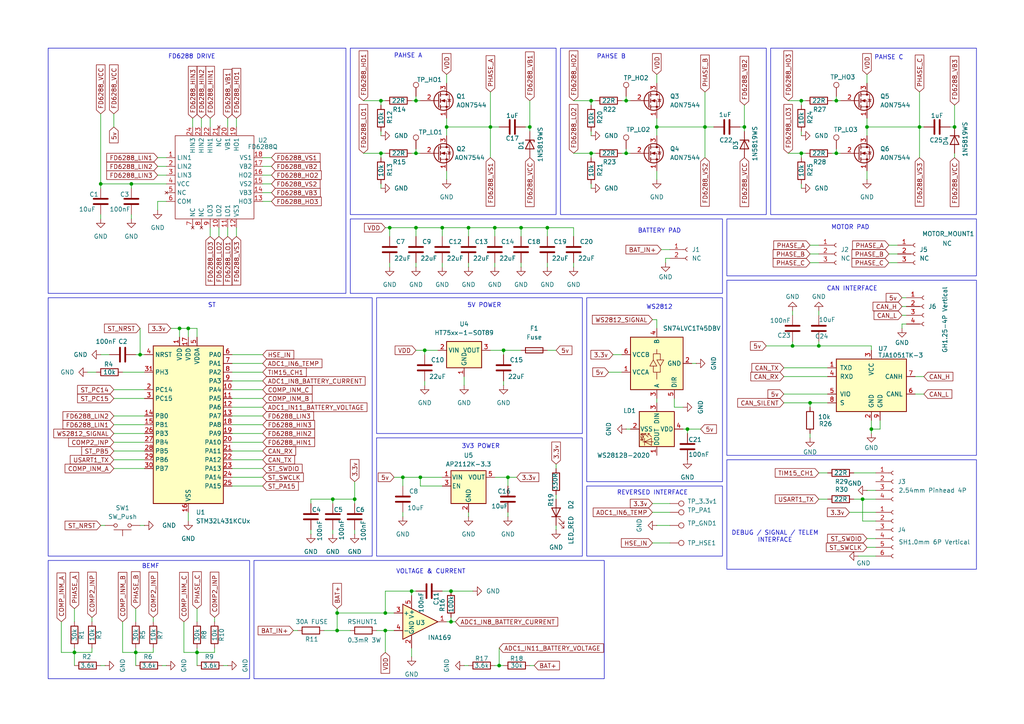
<source format=kicad_sch>
(kicad_sch (version 20231120) (generator "eeschema") (generator_version "8.0")
  (paper "A4")
  (title_block (title "Vimdrones ESC Developmemt Board") (date "2024.8.2") (rev "v1.0") (company "Author: Huibean Luo"))
  (junction (at 181.61 44.45))
  (junction (at 171.45 29.21))
  (junction (at 234.95 116.84))
  (junction (at 120.65 66.04))
  (junction (at 147.32 138.43))
  (junction (at 232.41 29.21))
  (junction (at 116.84 138.43))
  (junction (at 119.38 171.45))
  (junction (at 266.7 36.83))
  (junction (at 135.89 66.04))
  (junction (at 251.46 36.83))
  (junction (at 121.92 138.43))
  (junction (at 142.24 36.83))
  (junction (at 97.79 177.8))
  (junction (at 97.79 182.88))
  (junction (at 111.76 182.88))
  (junction (at 111.76 177.8))
  (junction (at 129.54 36.83))
  (junction (at 96.52 144.78))
  (junction (at 120.65 29.21))
  (junction (at 204.47 36.83))
  (junction (at 21.59 189.23))
  (junction (at 130.81 171.45))
  (junction (at 128.27 66.04))
  (junction (at 242.57 29.21))
  (junction (at 229.87 100.33))
  (junction (at 181.61 29.21))
  (junction (at 242.57 44.45))
  (junction (at 232.41 44.45))
  (junction (at 252.73 124.46))
  (junction (at 54.61 95.25))
  (junction (at 190.5 36.83))
  (junction (at 110.49 44.45))
  (junction (at 123.19 101.6))
  (junction (at 215.9 36.83))
  (junction (at 237.49 100.33))
  (junction (at 276.86 36.83))
  (junction (at 153.67 36.83))
  (junction (at 151.13 66.04))
  (junction (at 171.45 44.45))
  (junction (at 250.19 144.78))
  (junction (at 120.65 44.45))
  (junction (at 38.1 53.34))
  (junction (at 199.39 124.46))
  (junction (at 29.21 53.34))
  (junction (at 130.81 180.34))
  (junction (at 52.07 95.25))
  (junction (at 57.15 189.23))
  (junction (at 113.03 66.04))
  (junction (at 158.75 66.04))
  (junction (at 146.05 101.6))
  (junction (at 144.78 193.04))
  (junction (at 102.87 144.78))
  (junction (at 39.37 189.23))
  (junction (at 110.49 29.21))
  (junction (at 143.51 66.04))
  (junction (at 40.64 102.87))
  (wire (pts (xy 237.49 144.78) (xy 240.03 144.78)))
  (wire (pts (xy 52.07 95.25) (xy 54.61 95.25)))
  (wire (pts (xy 146.05 101.6) (xy 151.13 101.6)))
  (wire (pts (xy 232.41 44.45) (xy 233.68 44.45)))
  (wire (pts (xy 135.89 193.04) (xy 134.62 193.04)))
  (wire (pts (xy 55.88 36.83) (xy 55.88 34.29)))
  (wire (pts (xy 46.99 193.04) (xy 48.26 193.04)))
  (wire (pts (xy 166.37 66.04) (xy 158.75 66.04)))
  (wire (pts (xy 111.76 182.88) (xy 114.3 182.88)))
  (wire (pts (xy 276.86 30.48) (xy 276.86 36.83)))
  (wire (pts (xy 39.37 176.53) (xy 39.37 180.34)))
  (wire (pts (xy 251.46 156.21) (xy 254 156.21)))
  (wire (pts (xy 222.25 100.33) (xy 229.87 100.33)))
  (wire (pts (xy 158.75 66.04) (xy 158.75 68.58)))
  (wire (pts (xy 26.67 189.23) (xy 21.59 189.23)))
  (wire (pts (xy 189.23 157.48) (xy 194.31 157.48)))
  (wire (pts (xy 180.34 44.45) (xy 181.61 44.45)))
  (wire (pts (xy 242.57 44.45) (xy 243.84 44.45)))
  (wire (pts (xy 257.81 73.66) (xy 260.35 73.66)))
  (wire (pts (xy 129.54 36.83) (xy 142.24 36.83)))
  (wire (pts (xy 67.31 110.49) (xy 76.2 110.49)))
  (wire (pts (xy 76.2 58.42) (xy 78.74 58.42)))
  (wire (pts (xy 97.79 177.8) (xy 111.76 177.8)))
  (wire (pts (xy 250.19 144.78) (xy 254 144.78)))
  (wire (pts (xy 195.58 118.11) (xy 195.58 115.57)))
  (wire (pts (xy 234.95 71.12) (xy 237.49 71.12)))
  (wire (pts (xy 232.41 44.45) (xy 232.41 45.72)))
  (wire (pts (xy 128.27 66.04) (xy 135.89 66.04)))
  (wire (pts (xy 128.27 76.2) (xy 128.27 77.47)))
  (wire (pts (xy 189.23 146.05) (xy 194.31 146.05)))
  (wire (pts (xy 251.46 142.24) (xy 254 142.24)))
  (wire (pts (xy 144.78 36.83) (xy 142.24 36.83)))
  (wire (pts (xy 116.84 138.43) (xy 116.84 140.97)))
  (wire (pts (xy 191.77 72.39) (xy 194.31 72.39)))
  (wire (pts (xy 60.96 36.83) (xy 60.96 34.29)))
  (polyline (pts (xy 8127.1463 -5841.946) (xy 8113.6214 -5841.946)) (stroke (width 0.08)))
  (wire (pts (xy 251.46 36.83) (xy 266.7 36.83)))
  (polyline (pts (xy 8075.4286 -5820.356) (xy 8075.4286 -5784.1497)) (stroke (width 0.08)))
  (wire (pts (xy 67.31 115.57) (xy 76.2 115.57)))
  (wire (pts (xy 130.81 171.45) (xy 137.16 171.45)))
  (wire (pts (xy 182.88 124.46) (xy 181.61 124.46)))
  (wire (pts (xy 44.45 189.23) (xy 39.37 189.23)))
  (wire (pts (xy 171.45 39.37) (xy 171.45 38.1)))
  (wire (pts (xy 67.31 133.35) (xy 76.2 133.35)))
  (wire (pts (xy 102.87 153.67) (xy 102.87 154.94)))
  (wire (pts (xy 29.21 53.34) (xy 38.1 53.34)))
  (wire (pts (xy 135.89 148.59) (xy 135.89 149.86)))
  (wire (pts (xy 76.2 50.8) (xy 78.74 50.8)))
  (wire (pts (xy 254 151.13) (xy 250.19 151.13)))
  (wire (pts (xy 261.62 86.36) (xy 262.89 86.36)))
  (wire (pts (xy 67.31 105.41) (xy 76.2 105.41)))
  (wire (pts (xy 143.51 66.04) (xy 143.51 68.58)))
  (wire (pts (xy 41.91 123.19) (xy 33.02 123.19)))
  (wire (pts (xy 48.26 48.26) (xy 45.72 48.26)))
  (wire (pts (xy 251.46 34.29) (xy 251.46 36.83)))
  (wire (pts (xy 120.65 66.04) (xy 120.65 68.58)))
  (wire (pts (xy 128.27 171.45) (xy 130.81 171.45)))
  (wire (pts (xy 29.21 193.04) (xy 30.48 193.04)))
  (wire (pts (xy 193.04 74.93) (xy 194.31 74.93)))
  (wire (pts (xy 255.27 121.92) (xy 255.27 124.46)))
  (wire (pts (xy 29.21 62.23) (xy 29.21 63.5)))
  (wire (pts (xy 276.86 44.45) (xy 276.86 45.72)))
  (wire (pts (xy 90.17 144.78) (xy 90.17 146.05)))
  (wire (pts (xy 41.91 115.57) (xy 33.02 115.57)))
  (wire (pts (xy 85.09 182.88) (xy 86.36 182.88)))
  (wire (pts (xy 120.65 101.6) (xy 123.19 101.6)))
  (wire (pts (xy 181.61 43.18) (xy 181.61 44.45)))
  (wire (pts (xy 66.04 66.04) (xy 66.04 68.58)))
  (wire (pts (xy 161.29 152.4) (xy 161.29 153.67)))
  (polyline (pts (xy 8075.4286 -5784.1497) (xy 8069.9963 -5784.1497)) (stroke (width 0.08)))
  (wire (pts (xy 113.03 66.04) (xy 113.03 68.58)))
  (wire (pts (xy 144.78 193.04) (xy 143.51 193.04)))
  (wire (pts (xy 171.45 54.61) (xy 171.45 53.34)))
  (wire (pts (xy 261.62 93.98) (xy 262.89 93.98)))
  (wire (pts (xy 111.76 66.04) (xy 113.03 66.04)))
  (wire (pts (xy 57.15 189.23) (xy 53.34 189.23)))
  (wire (pts (xy 158.75 76.2) (xy 158.75 77.47)))
  (wire (pts (xy 97.79 177.8) (xy 97.79 176.53)))
  (wire (pts (xy 116.84 148.59) (xy 116.84 149.86)))
  (wire (pts (xy 129.54 49.53) (xy 129.54 52.07)))
  (wire (pts (xy 21.59 187.96) (xy 21.59 189.23)))
  (wire (pts (xy 29.21 102.87) (xy 31.75 102.87)))
  (wire (pts (xy 247.65 144.78) (xy 250.19 144.78)))
  (wire (pts (xy 251.46 49.53) (xy 251.46 52.07)))
  (wire (pts (xy 113.03 76.2) (xy 113.03 77.47)))
  (wire (pts (xy 57.15 189.23) (xy 57.15 193.04)))
  (wire (pts (xy 142.24 36.83) (xy 142.24 45.72)))
  (wire (pts (xy 261.62 88.9) (xy 262.89 88.9)))
  (wire (pts (xy 232.41 54.61) (xy 232.41 53.34)))
  (wire (pts (xy 166.37 76.2) (xy 166.37 77.47)))
  (wire (pts (xy 135.89 66.04) (xy 143.51 66.04)))
  (wire (pts (xy 67.31 125.73) (xy 76.2 125.73)))
  (wire (pts (xy 232.41 39.37) (xy 232.41 38.1)))
  (wire (pts (xy 60.96 66.04) (xy 60.96 68.58)))
  (wire (pts (xy 119.38 29.21) (xy 120.65 29.21)))
  (wire (pts (xy 190.5 36.83) (xy 204.47 36.83)))
  (wire (pts (xy 190.5 49.53) (xy 190.5 52.07)))
  (wire (pts (xy 38.1 53.34) (xy 48.26 53.34)))
  (wire (pts (xy 97.79 182.88) (xy 97.79 177.8)))
  (wire (pts (xy 54.61 95.25) (xy 54.61 97.79)))
  (polyline (pts (xy 8132.5786 -5841.946) (xy 8132.5786 -5805.7397)) (stroke (width 0.08)))
  (wire (pts (xy 123.19 101.6) (xy 123.19 102.87)))
  (wire (pts (xy 17.78 180.34) (xy 17.78 189.23)))
  (wire (pts (xy 121.92 138.43) (xy 121.92 140.97)))
  (wire (pts (xy 151.13 66.04) (xy 151.13 68.58)))
  (wire (pts (xy 153.67 36.83) (xy 153.67 38.1)))
  (wire (pts (xy 96.52 144.78) (xy 102.87 144.78)))
  (wire (pts (xy 96.52 153.67) (xy 96.52 154.94)))
  (wire (pts (xy 76.2 53.34) (xy 78.74 53.34)))
  (wire (pts (xy 33.02 128.27) (xy 41.91 128.27)))
  (wire (pts (xy 57.15 95.25) (xy 57.15 97.79)))
  (wire (pts (xy 147.32 138.43) (xy 149.86 138.43)))
  (wire (pts (xy 38.1 62.23) (xy 38.1 63.5)))
  (wire (pts (xy 242.57 29.21) (xy 243.84 29.21)))
  (wire (pts (xy 228.6 29.21) (xy 232.41 29.21)))
  (wire (pts (xy 229.87 91.44) (xy 229.87 90.17)))
  (wire (pts (xy 29.21 152.4) (xy 30.48 152.4)))
  (wire (pts (xy 142.24 26.67) (xy 142.24 36.83)))
  (wire (pts (xy 171.45 29.21) (xy 172.72 29.21)))
  (polyline (pts (xy 8127.1463 -5805.7397) (xy 8127.1463 -5841.946)) (stroke (width 0.08)))
  (wire (pts (xy 232.41 29.21) (xy 233.68 29.21)))
  (wire (pts (xy 228.6 44.45) (xy 232.41 44.45)))
  (wire (pts (xy 33.02 130.81) (xy 41.91 130.81)))
  (wire (pts (xy 227.33 106.68) (xy 240.03 106.68)))
  (wire (pts (xy 110.49 39.37) (xy 110.49 38.1)))
  (wire (pts (xy 166.37 68.58) (xy 166.37 66.04)))
  (wire (pts (xy 110.49 29.21) (xy 110.49 30.48)))
  (wire (pts (xy 132.08 180.34) (xy 130.81 180.34)))
  (wire (pts (xy 29.21 33.02) (xy 29.21 53.34)))
  (wire (pts (xy 121.92 140.97) (xy 128.27 140.97)))
  (wire (pts (xy 151.13 66.04) (xy 158.75 66.04)))
  (wire (pts (xy 109.22 182.88) (xy 111.76 182.88)))
  (polyline (pts (xy 8089.0095 -5820.356) (xy 8075.4286 -5820.356)) (stroke (width 0.08)))
  (wire (pts (xy 25.4 107.95) (xy 27.94 107.95)))
  (wire (pts (xy 64.77 193.04) (xy 66.04 193.04)))
  (wire (pts (xy 190.5 152.4) (xy 194.31 152.4)))
  (wire (pts (xy 121.92 138.43) (xy 128.27 138.43)))
  (wire (pts (xy 234.95 125.73) (xy 234.95 127)))
  (wire (pts (xy 251.46 21.59) (xy 251.46 24.13)))
  (polyline (pts (xy 8132.5786 -5805.7397) (xy 8127.1463 -5805.7397)) (stroke (width 0.08)))
  (polyline (pts (xy 8113.6214 -5841.946) (xy 8113.6214 -5846.7903)) (stroke (width 0.08)))
  (wire (pts (xy 255.27 124.46) (xy 252.73 124.46)))
  (wire (pts (xy 66.04 36.83) (xy 66.04 34.29)))
  (wire (pts (xy 242.57 27.94) (xy 242.57 29.21)))
  (wire (pts (xy 39.37 189.23) (xy 35.56 189.23)))
  (wire (pts (xy 120.65 44.45) (xy 121.92 44.45)))
  (wire (pts (xy 76.2 55.88) (xy 78.74 55.88)))
  (wire (pts (xy 90.17 153.67) (xy 90.17 154.94)))
  (wire (pts (xy 166.37 29.21) (xy 171.45 29.21)))
  (wire (pts (xy 54.61 95.25) (xy 57.15 95.25)))
  (wire (pts (xy 54.61 148.59) (xy 54.61 151.13)))
  (wire (pts (xy 190.5 116.84) (xy 190.5 115.57)))
  (wire (pts (xy 129.54 34.29) (xy 129.54 36.83)))
  (wire (pts (xy 119.38 187.96) (xy 119.38 190.5)))
  (wire (pts (xy 35.56 107.95) (xy 41.91 107.95)))
  (wire (pts (xy 261.62 95.25) (xy 261.62 93.98)))
  (wire (pts (xy 67.31 120.65) (xy 76.2 120.65)))
  (wire (pts (xy 252.73 121.92) (xy 252.73 124.46)))
  (wire (pts (xy 111.76 177.8) (xy 114.3 177.8)))
  (wire (pts (xy 119.38 171.45) (xy 120.65 171.45)))
  (wire (pts (xy 67.31 118.11) (xy 76.2 118.11)))
  (wire (pts (xy 190.5 34.29) (xy 190.5 36.83)))
  (wire (pts (xy 248.92 161.29) (xy 254 161.29)))
  (wire (pts (xy 120.65 76.2) (xy 120.65 77.47)))
  (wire (pts (xy 40.64 95.25) (xy 40.64 102.87)))
  (wire (pts (xy 62.23 187.96) (xy 62.23 189.23)))
  (wire (pts (xy 234.95 116.84) (xy 240.03 116.84)))
  (wire (pts (xy 227.33 114.3) (xy 240.03 114.3)))
  (wire (pts (xy 68.58 66.04) (xy 68.58 68.58)))
  (wire (pts (xy 40.64 102.87) (xy 41.91 102.87)))
  (wire (pts (xy 67.31 138.43) (xy 76.2 138.43)))
  (wire (pts (xy 266.7 26.67) (xy 266.7 36.83)))
  (wire (pts (xy 200.66 105.41) (xy 201.93 105.41)))
  (wire (pts (xy 204.47 36.83) (xy 204.47 45.72)))
  (wire (pts (xy 153.67 29.21) (xy 153.67 36.83)))
  (wire (pts (xy 90.17 144.78) (xy 96.52 144.78)))
  (wire (pts (xy 58.42 36.83) (xy 58.42 34.29)))
  (wire (pts (xy 21.59 176.53) (xy 21.59 180.34)))
  (wire (pts (xy 97.79 182.88) (xy 101.6 182.88)))
  (wire (pts (xy 153.67 193.04) (xy 154.94 193.04)))
  (wire (pts (xy 241.3 44.45) (xy 242.57 44.45)))
  (wire (pts (xy 232.41 29.21) (xy 232.41 30.48)))
  (wire (pts (xy 67.31 135.89) (xy 76.2 135.89)))
  (wire (pts (xy 45.72 60.96) (xy 45.72 58.42)))
  (wire (pts (xy 158.75 101.6) (xy 161.29 101.6)))
  (wire (pts (xy 116.84 138.43) (xy 121.92 138.43)))
  (wire (pts (xy 105.41 29.21) (xy 110.49 29.21)))
  (wire (pts (xy 41.91 120.65) (xy 33.02 120.65)))
  (wire (pts (xy 45.72 58.42) (xy 48.26 58.42)))
  (wire (pts (xy 161.29 135.89) (xy 161.29 134.62)))
  (wire (pts (xy 241.3 29.21) (xy 242.57 29.21)))
  (wire (pts (xy 181.61 27.94) (xy 181.61 29.21)))
  (wire (pts (xy 276.86 36.83) (xy 275.59 36.83)))
  (wire (pts (xy 39.37 187.96) (xy 39.37 189.23)))
  (wire (pts (xy 120.65 27.94) (xy 120.65 29.21)))
  (wire (pts (xy 29.21 54.61) (xy 29.21 53.34)))
  (wire (pts (xy 119.38 171.45) (xy 111.76 171.45)))
  (wire (pts (xy 102.87 144.78) (xy 102.87 146.05)))
  (wire (pts (xy 257.81 76.2) (xy 260.35 76.2)))
  (wire (pts (xy 252.73 124.46) (xy 252.73 125.73)))
  (polyline (pts (xy 8069.9963 -5784.1497) (xy 8069.9963 -5820.356)) (stroke (width 0.08)))
  (wire (pts (xy 76.2 130.81) (xy 67.31 130.81)))
  (wire (pts (xy 234.95 116.84) (xy 234.95 118.11)))
  (wire (pts (xy 265.43 114.3) (xy 267.97 114.3)))
  (wire (pts (xy 93.98 182.88) (xy 97.79 182.88)))
  (wire (pts (xy 129.54 36.83) (xy 129.54 39.37)))
  (wire (pts (xy 215.9 36.83) (xy 215.9 38.1)))
  (wire (pts (xy 215.9 30.48) (xy 215.9 36.83)))
  (wire (pts (xy 247.65 137.16) (xy 254 137.16)))
  (wire (pts (xy 48.26 50.8) (xy 45.72 50.8)))
  (wire (pts (xy 44.45 179.07) (xy 44.45 180.34)))
  (wire (pts (xy 181.61 29.21) (xy 182.88 29.21)))
  (wire (pts (xy 237.49 137.16) (xy 240.03 137.16)))
  (wire (pts (xy 110.49 44.45) (xy 110.49 45.72)))
  (polyline (pts (xy 8146.1595 -5846.7903) (xy 8146.1595 -5841.946)) (stroke (width 0.08)))
  (wire (pts (xy 134.62 109.22) (xy 134.62 111.76)))
  (wire (pts (xy 199.39 124.46) (xy 203.2 124.46)))
  (wire (pts (xy 33.02 36.83) (xy 33.02 33.02)))
  (wire (pts (xy 180.34 29.21) (xy 181.61 29.21)))
  (wire (pts (xy 105.41 44.45) (xy 110.49 44.45)))
  (wire (pts (xy 135.89 66.04) (xy 135.89 68.58)))
  (wire (pts (xy 21.59 189.23) (xy 21.59 193.04)))
  (wire (pts (xy 130.81 180.34) (xy 129.54 180.34)))
  (wire (pts (xy 39.37 102.87) (xy 40.64 102.87)))
  (wire (pts (xy 123.19 110.49) (xy 123.19 111.76)))
  (wire (pts (xy 52.07 95.25) (xy 52.07 97.79)))
  (wire (pts (xy 68.58 36.83) (xy 68.58 34.29)))
  (wire (pts (xy 261.62 91.44) (xy 262.89 91.44)))
  (wire (pts (xy 110.49 44.45) (xy 111.76 44.45)))
  (wire (pts (xy 62.23 189.23) (xy 57.15 189.23)))
  (wire (pts (xy 52.07 95.25) (xy 49.53 95.25)))
  (wire (pts (xy 146.05 193.04) (xy 144.78 193.04)))
  (wire (pts (xy 195.58 118.11) (xy 198.12 118.11)))
  (wire (pts (xy 227.33 116.84) (xy 234.95 116.84)))
  (wire (pts (xy 135.89 76.2) (xy 135.89 77.47)))
  (wire (pts (xy 120.65 29.21) (xy 121.92 29.21)))
  (wire (pts (xy 142.24 101.6) (xy 146.05 101.6)))
  (wire (pts (xy 166.37 44.45) (xy 171.45 44.45)))
  (polyline (pts (xy 8056.4714 -5825.2003) (xy 8089.0095 -5825.2003)) (stroke (width 0.08)))
  (wire (pts (xy 21.59 189.23) (xy 17.78 189.23)))
  (polyline (pts (xy 8113.6214 -5846.7903) (xy 8146.1595 -5846.7903)) (stroke (width 0.08)))
  (wire (pts (xy 102.87 139.7) (xy 102.87 144.78)))
  (wire (pts (xy 267.97 36.83) (xy 266.7 36.83)))
  (wire (pts (xy 171.45 44.45) (xy 171.45 45.72)))
  (wire (pts (xy 251.46 158.75) (xy 254 158.75)))
  (wire (pts (xy 119.38 44.45) (xy 120.65 44.45)))
  (wire (pts (xy 207.01 36.83) (xy 204.47 36.83)))
  (wire (pts (xy 57.15 187.96) (xy 57.15 189.23)))
  (wire (pts (xy 147.32 138.43) (xy 147.32 140.97)))
  (wire (pts (xy 257.81 71.12) (xy 260.35 71.12)))
  (polyline (pts (xy 8089.0095 -5825.2003) (xy 8089.0095 -5820.356)) (stroke (width 0.08)))
  (wire (pts (xy 63.5 66.04) (xy 63.5 68.58)))
  (wire (pts (xy 129.54 21.59) (xy 129.54 24.13)))
  (polyline (pts (xy 8069.9963 -5820.356) (xy 8056.4714 -5820.356)) (stroke (width 0.08)))
  (wire (pts (xy 67.31 128.27) (xy 76.2 128.27)))
  (wire (pts (xy 67.31 140.97) (xy 76.2 140.97)))
  (wire (pts (xy 76.2 48.26) (xy 78.74 48.26)))
  (wire (pts (xy 76.2 45.72) (xy 78.74 45.72)))
  (wire (pts (xy 190.5 92.71) (xy 190.5 95.25)))
  (wire (pts (xy 26.67 187.96) (xy 26.67 189.23)))
  (wire (pts (xy 237.49 100.33) (xy 252.73 100.33)))
  (wire (pts (xy 35.56 180.34) (xy 35.56 189.23)))
  (wire (pts (xy 190.5 21.59) (xy 190.5 24.13)))
  (wire (pts (xy 128.27 66.04) (xy 128.27 68.58)))
  (wire (pts (xy 180.34 102.87) (xy 177.8 102.87)))
  (wire (pts (xy 161.29 143.51) (xy 161.29 144.78)))
  (wire (pts (xy 111.76 189.23) (xy 111.76 182.88)))
  (wire (pts (xy 198.12 124.46) (xy 199.39 124.46)))
  (wire (pts (xy 130.81 179.07) (xy 130.81 180.34)))
  (wire (pts (xy 266.7 36.83) (xy 266.7 45.72)))
  (wire (pts (xy 40.64 152.4) (xy 41.91 152.4)))
  (wire (pts (xy 176.53 107.95) (xy 180.34 107.95)))
  (wire (pts (xy 119.38 172.72) (xy 119.38 171.45)))
  (wire (pts (xy 265.43 109.22) (xy 267.97 109.22)))
  (polyline (pts (xy 8056.4714 -5820.356) (xy 8056.4714 -5825.2003)) (stroke (width 0.08)))
  (wire (pts (xy 143.51 66.04) (xy 151.13 66.04)))
  (wire (pts (xy 48.26 45.72) (xy 45.72 45.72)))
  (wire (pts (xy 110.49 29.21) (xy 111.76 29.21)))
  (wire (pts (xy 215.9 36.83) (xy 214.63 36.83)))
  (wire (pts (xy 53.34 180.34) (xy 53.34 189.23)))
  (wire (pts (xy 147.32 148.59) (xy 147.32 149.86)))
  (wire (pts (xy 143.51 76.2) (xy 143.51 77.47)))
  (wire (pts (xy 151.13 76.2) (xy 151.13 77.47)))
  (wire (pts (xy 237.49 100.33) (xy 237.49 99.06)))
  (wire (pts (xy 41.91 113.03) (xy 33.02 113.03)))
  (wire (pts (xy 237.49 91.44) (xy 237.49 90.17)))
  (wire (pts (xy 26.67 179.07) (xy 26.67 180.34)))
  (wire (pts (xy 123.19 101.6) (xy 127 101.6)))
  (wire (pts (xy 62.23 179.07) (xy 62.23 180.34)))
  (wire (pts (xy 229.87 100.33) (xy 237.49 100.33)))
  (wire (pts (xy 110.49 54.61) (xy 110.49 53.34)))
  (wire (pts (xy 234.95 76.2) (xy 237.49 76.2)))
  (wire (pts (xy 153.67 36.83) (xy 152.4 36.83)))
  (wire (pts (xy 67.31 102.87) (xy 76.2 102.87)))
  (wire (pts (xy 189.23 92.71) (xy 190.5 92.71)))
  (wire (pts (xy 242.57 43.18) (xy 242.57 44.45)))
  (wire (pts (xy 181.61 44.45) (xy 182.88 44.45)))
  (wire (pts (xy 171.45 29.21) (xy 171.45 30.48)))
  (wire (pts (xy 251.46 36.83) (xy 251.46 39.37)))
  (wire (pts (xy 229.87 99.06) (xy 229.87 100.33)))
  (wire (pts (xy 57.15 176.53) (xy 57.15 180.34)))
  (wire (pts (xy 67.31 113.03) (xy 76.2 113.03)))
  (wire (pts (xy 147.32 138.43) (xy 143.51 138.43)))
  (wire (pts (xy 246.38 148.59) (xy 254 148.59)))
  (wire (pts (xy 227.33 109.22) (xy 240.03 109.22)))
  (wire (pts (xy 190.5 36.83) (xy 190.5 39.37)))
  (wire (pts (xy 146.05 110.49) (xy 146.05 111.76)))
  (wire (pts (xy 33.02 125.73) (xy 41.91 125.73)))
  (wire (pts (xy 193.04 76.2) (xy 193.04 74.93)))
  (wire (pts (xy 199.39 124.46) (xy 199.39 125.73)))
  (wire (pts (xy 146.05 101.6) (xy 146.05 102.87)))
  (wire (pts (xy 144.78 193.04) (xy 144.78 187.96)))
  (wire (pts (xy 114.3 138.43) (xy 116.84 138.43)))
  (wire (pts (xy 39.37 189.23) (xy 39.37 193.04)))
  (wire (pts (xy 204.47 26.67) (xy 204.47 36.83)))
  (wire (pts (xy 67.31 107.95) (xy 76.2 107.95)))
  (wire (pts (xy 189.23 148.59) (xy 194.31 148.59)))
  (wire (pts (xy 120.65 66.04) (xy 128.27 66.04)))
  (polyline (pts (xy 8146.1595 -5841.946) (xy 8132.5786 -5841.946)) (stroke (width 0.08)))
  (wire (pts (xy 67.31 123.19) (xy 76.2 123.19)))
  (wire (pts (xy 120.65 43.18) (xy 120.65 44.45)))
  (wire (pts (xy 252.73 100.33) (xy 252.73 101.6)))
  (wire (pts (xy 96.52 144.78) (xy 96.52 146.05)))
  (wire (pts (xy 33.02 135.89) (xy 41.91 135.89)))
  (wire (pts (xy 111.76 171.45) (xy 111.76 177.8)))
  (wire (pts (xy 250.19 144.78) (xy 250.19 151.13)))
  (wire (pts (xy 171.45 44.45) (xy 172.72 44.45)))
  (wire (pts (xy 234.95 73.66) (xy 237.49 73.66)))
  (wire (pts (xy 33.02 133.35) (xy 41.91 133.35)))
  (wire (pts (xy 113.03 66.04) (xy 120.65 66.04)))
  (wire (pts (xy 38.1 53.34) (xy 38.1 54.61)))
  (wire (pts (xy 44.45 187.96) (xy 44.45 189.23)))
  (bezier (pts (xy 6886.4726 -5693.8181) (xy 6883.2071 -5693.8181) (xy 6880.5591 -5691.1725) (xy 6880.5591 -5687.9047)) (stroke (width 0.08)))
  (rectangle (start 109.22 86.36) (end 168.91 125.73))
  (polyline (pts (xy 252.9392 172.3465) (xy 252.942 172.3467) (xy 252.9448 172.347) (xy 252.9475 172.3474) (xy 252.9501 172.348) (xy 252.9527 172.3487) (xy 252.9552 172.3495) (xy 252.9576 172.3505) (xy 252.96 172.3516) (xy 252.9623 172.3529) (xy 252.9644 172.3543) (xy 252.9665 172.3558) (xy 252.9686 172.3575) (xy 252.9705 172.3593) (xy 252.9724 172.3613) (xy 252.9741 172.3634) (xy 252.9758 172.3657) (xy 252.9774 172.3681) (xy 252.9788 172.3707) (xy 252.9802 172.3734) (xy 252.9815 172.3764) (xy 252.9827 172.3794) (xy 252.9837 172.3827) (xy 252.9847 172.3861) (xy 252.9856 172.3896) (xy 252.9863 172.3934) (xy 252.987 172.3973) (xy 252.9875 172.4014) (xy 252.9879 172.4056) (xy 252.9882 172.4101) (xy 252.9884 172.4147) (xy 252.9885 172.4195) (xy 252.9154 173.432) (xy 252.9096 173.4432) (xy 252.9041 173.4535) (xy 252.8987 173.4629) (xy 252.8934 173.4714) (xy 252.8881 173.4791) (xy 252.8829 173.4859) (xy 252.8777 173.4919) (xy 252.8723 173.4972) (xy 252.8669 173.5017) (xy 252.8641 173.5037) (xy 252.8613 173.5056) (xy 252.8584 173.5072) (xy 252.8554 173.5087) (xy 252.8524 173.5101) (xy 252.8493 173.5112) (xy 252.8429 173.5131) (xy 252.8362 173.5145) (xy 252.8291 173.5152) (xy 252.8215 173.5155) (xy 252.6062 173.4455) (xy 252.4069 173.3845) (xy 252.2237 173.3325) (xy 252.0569 173.2898) (xy 251.9067 173.2563) (xy 251.7734 173.2322) (xy 251.6573 173.2176) (xy 251.6057 173.214) (xy 251.5585 173.2128) (xy 251.5104 173.2135) (xy 251.4641 173.2157) (xy 251.4196 173.2195) (xy 251.377 173.2247) (xy 251.3362 173.2314) (xy 251.2974 173.2397) (xy 251.2606 173.2496) (xy 251.2258 173.2611) (xy 251.1931 173.2741) (xy 251.1625 173.2887) (xy 251.1341 173.305) (xy 251.1079 173.3229) (xy 251.0839 173.3424) (xy 251.0623 173.3636) (xy 251.043 173.3865) (xy 251.0262 173.4111) (xy 251.0187 173.421) (xy 251.0119 173.4312) (xy 251.0058 173.4416) (xy 251.0004 173.4522) (xy 250.9956 173.4631) (xy 250.9913 173.4742) (xy 250.9876 173.4856) (xy 250.9844 173.4972) (xy 250.9817 173.5091) (xy 250.9795 173.5212) (xy 250.9777 173.5335) (xy 250.9763 173.5461) (xy 250.9752 173.559) (xy 250.9745 173.5721) (xy 250.9741 173.5854) (xy 250.974 173.599) (xy 250.9745 173.6259) (xy 250.9759 173.652) (xy 250.9784 173.6773) (xy 250.9818 173.702) (xy 250.9862 173.7263) (xy 250.9916 173.7502) (xy 250.9979 173.7738) (xy 251.0053 173.7973) (xy 251.0093 173.8071) (xy 251.0136 173.8168) (xy 251.0181 173.8266) (xy 251.0229 173.8363) (xy 251.0279 173.8459) (xy 251.0332 173.8555) (xy 251.0387 173.8649) (xy 251.0444 173.8743) (xy 251.0504 173.8835) (xy 251.0567 173.8926) (xy 251.0631 173.9015) (xy 251.0699 173.9103) (xy 251.0768 173.9189) (xy 251.084 173.9273) (xy 251.0915 173.9355) (xy 251.0992 173.9434) (xy 251.1178 173.959) (xy 251.1384 173.9742) (xy 251.1609 173.9892) (xy 251.1853 174.0038) (xy 251.2117 174.018) (xy 251.2401 174.0319) (xy 251.2705 174.0453) (xy 251.3028 174.0582) (xy 251.337 174.0707) (xy 251.3732 174.0827) (xy 251.4114 174.0941) (xy 251.4515 174.1049) (xy 251.4936 174.1151) (xy 251.5376 174.1247) (xy 251.5836 174.1336) (xy 251.6315 174.1417) (xy 251.823 174.1732) (xy 252.0047 174.2057) (xy 252.0913 174.2226) (xy 252.1746 174.2401) (xy 252.2546 174.2583) (xy 252.3309 174.2774) (xy 252.4033 174.2975) (xy 252.472 174.3185) (xy 252.5369 174.3405) (xy 252.5983 174.3635) (xy 252.6563 174.3875) (xy 252.711 174.4125) (xy 252.7626 174.4384) (xy 252.811 174.4653) (xy 252.834 174.4811) (xy 252.8561 174.4971) (xy 252.8771 174.5135) (xy 252.8973 174.5301) (xy 252.9165 174.547) (xy 252.9349 174.5642) (xy 252.9523 174.5818) (xy 252.9689 174.5997) (xy 252.9846 174.618) (xy 252.9995 174.6367) (xy 253.0135 174.6557) (xy 253.0268 174.6752) (xy 253.0392 174.6951) (xy 253.0509 174.7155) (xy 253.0618 174.7363) (xy 253.072 174.7576) (xy 253.0814 174.7796) (xy 253.0901 174.8026) (xy 253.0981 174.8265) (xy 253.1054 174.8513) (xy 253.112 174.8771) (xy 253.118 174.9038) (xy 253.1234 174.9314) (xy 253.1281 174.9598) (xy 253.1322 174.9891) (xy 253.1357 175.0192) (xy 253.1386 175.0502) (xy 253.141 175.082) (xy 253.1428 175.1145) (xy 253.144 175.1479) (xy 253.145 175.2168) (xy 253.1447 175.2518) (xy 253.1436 175.2863) (xy 253.1418 175.3203) (xy 253.1393 175.3538) (xy 253.1324 175.4194) (xy 253.1229 175.483) (xy 253.1109 175.5446) (xy 253.0966 175.6043) (xy 253.0801 175.6621) (xy 253.0615 175.7179) (xy 253.0514 175.7449) (xy 253.0405 175.7712) (xy 253.0289 175.7969) (xy 253.0167 175.8219) (xy 253.0038 175.8463) (xy 252.9902 175.8701) (xy 252.9759 175.8934) (xy 252.9611 175.9162) (xy 252.9456 175.9384) (xy 252.9295 175.9602) (xy 252.9129 175.9816) (xy 252.8957 176.0026) (xy 252.8779 176.0232) (xy 252.8596 176.0435) (xy 252.8408 176.0635) (xy 252.8215 176.0832) (xy 252.7815 176.1191) (xy 252.7397 176.1527) (xy 252.6963 176.1838) (xy 252.651 176.2125) (xy 252.604 176.2388) (xy 252.5552 176.2628) (xy 252.5046 176.2844) (xy 252.4522 176.3037) (xy 252.398 176.3206) (xy 252.3419 176.3353) (xy 252.2839 176.3476) (xy 252.2241 176.3577) (xy 252.1623 176.3655) (xy 252.0987 176.371) (xy 252.0331 176.3743) (xy 251.9656 176.3754) (xy 251.8701 176.374) (xy 251.7715 176.3696) (xy 251.6694 176.3622) (xy 251.5637 176.3519) (xy 251.4541 176.3387) (xy 251.3403 176.3226) (xy 251.2221 176.3035) (xy 251.0992 176.2815) (xy 251.1514 176.5529) (xy 251.1514 176.5558) (xy 251.1512 176.5586) (xy 251.1509 176.5614) (xy 251.1504 176.5641) (xy 251.1498 176.5668) (xy 251.1491 176.5694) (xy 251.1483 176.5719) (xy 251.1473 176.5744) (xy 251.1462 176.5768) (xy 251.145 176.5792) (xy 251.1436 176.5815) (xy 251.1421 176.5837) (xy 251.1404 176.5859) (xy 251.1386 176.588) (xy 251.1366 176.59) (xy 251.1345 176.592) (xy 251.1322 176.5939) (xy 251.1297 176.5958) (xy 251.1272 176.5976) (xy 251.1244 176.5994) (xy 251.1215 176.601) (xy 251.1184 176.6027) (xy 251.1152 176.6042) (xy 251.1118 176.6057) (xy 251.1082 176.6072) (xy 251.1045 176.6085) (xy 251.1006 176.6098) (xy 251.0965 176.6111) (xy 251.0922 176.6123) (xy 251.0878 176.6134) (xy 251.0783 176.6155) (xy 250.5043 176.6677) (xy 250.489 176.6672) (xy 250.4745 176.6657) (xy 250.4675 176.6646) (xy 250.4607 176.6633) (xy 250.4542 176.6617) (xy 250.4478 176.6599) (xy 250.4417 176.6578) (xy 250.4358 176.6555) (xy 250.4301 176.6529) (xy 250.4246 176.6501) (xy 250.4194 176.647) (xy 250.4144 176.6437) (xy 250.4096 176.6402) (xy 250.4051 176.6364) (xy 250.4008 176.6323) (xy 250.3968 176.6281) (xy 250.393 176.6235) (xy 250.3895 176.6188) (xy 250.3862 176.6137) (xy 250.3832 176.6085) (xy 250.3805 176.603) (xy 250.378 176.5972) (xy 250.3759 176.5912) (xy 250.3739 176.585) (xy 250.3723 176.5785) (xy 250.371 176.5718) (xy 250.3699 176.5648) (xy 250.3692 176.5576) (xy 250.3687 176.5501) (xy 250.3686 176.5424) (xy 250.2746 175.5613) (xy 250.2747 175.5574) (xy 250.275 175.5537) (xy 250.2755 175.5501) (xy 250.2761 175.5466) (xy 250.2769 175.5432) (xy 250.2779 175.5399) (xy 250.279 175.5368) (xy 250.2803 175.5337) (xy 250.2818 175.5308) (xy 250.2835 175.5279) (xy 250.2853 175.5252) (xy 250.2873 175.5226) (xy 250.2894 175.52) (xy 250.2917 175.5176) (xy 250.2942 175.5153) (xy 250.2968 175.513) (xy 250.2996 175.5109) (xy 250.3025 175.5088) (xy 250.3056 175.5068) (xy 250.3088 175.5049) (xy 250.3121 175.5031) (xy 250.3156 175.5014) (xy 250.3193 175.4997) (xy 250.3231 175.4982) (xy 250.3311 175.4953) (xy 250.3396 175.4926) (xy 250.3486 175.4903) (xy 250.3581 175.4882) (xy 250.88 175.3943) (xy 250.8839 175.3943) (xy 250.8876 175.3945) (xy 250.8912 175.3948) (xy 250.8947 175.3953) (xy 250.8981 175.3958) (xy 250.9014 175.3966) (xy 250.9045 175.3974) (xy 250.9076 175.3984) (xy 250.9105 175.3995) (xy 250.9134 175.4007) (xy 250.9161 175.4021) (xy 250.9187 175.4036) (xy 250.9213 175.4053) (xy 250.9237 175.4071) (xy 250.9261 175.4091) (xy 250.9283 175.4112) (xy 250.9305 175.4135) (xy 250.9325 175.416) (xy 250.9345 175.4185) (xy 250.9364 175.4213) (xy 250.9382 175.4242) (xy 250.9399 175.4273) (xy 250.9416 175.4305) (xy 250.9431 175.4339) (xy 250.9446 175.4375) (xy 250.9461 175.4412) (xy 250.9487 175.4492) (xy 250.951 175.4579) (xy 250.9531 175.4673) (xy 250.9948 175.6865) (xy 251.1133 175.7047) (xy 251.2259 175.72) (xy 251.333 175.7326) (xy 251.4345 175.7426) (xy 251.5307 175.7502) (xy 251.6216 175.7555) (xy 251.7074 175.7586) (xy 251.7881 175.7596) (xy 251.8266 175.7591) (xy 251.864 175.7576) (xy 251.9 175.7551) (xy 251.9349 175.7516) (xy 251.9685 175.7471) (xy 252.001 175.7414) (xy 252.0321 175.7348) (xy 252.0621 175.727) (xy 252.0909 175.7181) (xy 252.1184 175.7081) (xy 252.1447 175.697) (xy 252.1698 175.6847) (xy 252.1936 175.6713) (xy 252.2162 175.6567) (xy 252.2376 175.6409) (xy 252.2578 175.6239) (xy 252.2768 175.6079) (xy 252.2945 175.5911) (xy 252.311 175.5736) (xy 252.3263 175.5554) (xy 252.3404 175.5365) (xy 252.3532 175.5168) (xy 252.3649 175.4963) (xy 252.3752 175.4752) (xy 252.3844 175.4533) (xy 252.3924 175.4306) (xy 252.3991 175.4073) (xy 252.4046 175.3832) (xy 252.4089 175.3584) (xy 252.4119 175.3328) (xy 252.4138 175.3065) (xy 252.4144 175.2795) (xy 252.4138 175.2545) (xy 252.4119 175.2305) (xy 252.4088 175.2075) (xy 252.4044 175.1854) (xy 252.3988 175.1642) (xy 252.3918 175.1439) (xy 252.3835 175.1245) (xy 252.3739 175.1059) (xy 252.363 175.0883) (xy 252.3507 175.0714) (xy 252.337 175.0554) (xy 252.3219 175.0402) (xy 252.3054 175.0258) (xy 252.2875 175.0122) (xy 252.2682 174.9993) (xy 252.2474 174.9872) (xy 252.2287 174.9774) (xy 252.2078 174.9677) (xy 252.1846 174.9579) (xy 252.1593 174.9482) (xy 252.1318 174.9386) (xy 252.1021 174.929) (xy 252.0701 174.9196) (xy 252.036 174.9102) (xy 251.9997 174.901) (xy 251.9612 174.8919) (xy 251.9204 174.883) (xy 251.8775 174.8742) (xy 251.8324 174.8656) (xy 251.785 174.8572) (xy 251.7355 174.849) (xy 251.6837 174.8411) (xy 251.5809 174.8249) (xy 251.4836 174.808) (xy 251.3915 174.7903) (xy 251.3041 174.7719) (xy 251.2211 174.7531) (xy 251.1421 174.7339) (xy 250.9948 174.6949) (xy 250.9619 174.6849) (xy 250.9298 174.6744) (xy 250.8983 174.6635) (xy 250.8676 174.6521) (xy 250.8377 174.6402) (xy 250.8084 174.628) (xy 250.7799 174.6153) (xy 250.7522 174.6023) (xy 250.6988 174.5752) (xy 250.6484 174.5467) (xy 250.601 174.517) (xy 250.5565 174.4862) (xy 250.5362 174.4702) (xy 250.5167 174.4536) (xy 250.4978 174.4365) (xy 250.4796 174.4186) (xy 250.4621 174.4002) (xy 250.4452 174.3811) (xy 250.429 174.3614) (xy 250.4134 174.341) (xy 250.3985 174.32) (xy 250.3843 174.2984) (xy 250.3707 174.2761) (xy 250.3577 174.2532) (xy 250.3338 174.2053) (xy 250.3125 174.1548) (xy 250.2937 174.1016) (xy 250.2775 174.0456) (xy 250.2638 173.987) (xy 250.2526 173.9255) (xy 250.244 173.8612) (xy 250.2378 173.7941) (xy 250.2341 173.7241) (xy 250.2329 173.6512) (xy 250.2341 173.5874) (xy 250.2378 173.5254) (xy 250.2439 173.4651) (xy 250.2525 173.4065) (xy 250.2635 173.3497) (xy 250.2769 173.2945) (xy 250.2928 173.241) (xy 250.3112 173.1893) (xy 250.332 173.1393) (xy 250.3552 173.0909) (xy 250.3809 173.0443) (xy 250.409 172.9995) (xy 250.4396 172.9563) (xy 250.4726 172.9148) (xy 250.5081 172.8751) (xy 250.546 172.837) (xy 250.5881 172.7973) (xy 250.6321 172.7602) (xy 250.6782 172.7258) (xy 250.7262 172.694) (xy 250.7763 172.6648) (xy 250.8284 172.6383) (xy 250.8825 172.6144) (xy 250.9387 172.593) (xy 250.997 172.5743) (xy 251.0574 172.558) (xy 251.1199 172.5443) (xy 251.1845 172.5332) (xy 251.2513 172.5245) (xy 251.3202 172.5184) (xy 251.3913 172.5147) (xy 251.4645 172.5134) (xy 251.5081 172.5143) (xy 251.5526 172.5169) (xy 251.598 172.5212) (xy 251.6444 172.5273) (xy 251.6917 172.5352) (xy 251.7399 172.5448) (xy 251.789 172.5563) (xy 251.839 172.5695) (xy 251.8898 172.5847) (xy 251.9415 172.6016) (xy 251.994 172.6204) (xy 252.0473 172.6411) (xy 252.1014 172.6637) (xy 252.1562 172.6883) (xy 252.2119 172.7147) (xy 252.2683 172.7431) (xy 252.2056 172.4821) (xy 252.2059 172.4726) (xy 252.2066 172.4636) (xy 252.2079 172.455) (xy 252.2097 172.4471) (xy 252.2108 172.4433) (xy 252.2121 172.4396) (xy 252.2135 172.4361) (xy 252.215 172.4328) (xy 252.2167 172.4296) (xy 252.2185 172.4265) (xy 252.2205 172.4236) (xy 252.2226 172.4208) (xy 252.2249 172.4182) (xy 252.2273 172.4157) (xy 252.2299 172.4134) (xy 252.2326 172.4113) (xy 252.2356 172.4093) (xy 252.2386 172.4075) (xy 252.2419 172.4058) (xy 252.2453 172.4043) (xy 252.2488 172.403) (xy 252.2526 172.4019) (xy 252.2565 172.4009) (xy 252.2606 172.4001) (xy 252.2648 172.3994) (xy 252.2693 172.399) (xy 252.2739 172.3987) (xy 252.2787 172.3986) (xy 252.9363 172.3464) (xy 252.9392 172.3465)) (stroke (width -0.0001) (type solid)) (fill (type outline)))
  (bezier (pts (xy 7067.8666 -5803.5255) (xy 7067.8666 -5816.6188) (xy 7057.2533 -5827.2313) (xy 7044.1607 -5827.2313)) (stroke (width 0.08)))
  (bezier (pts (xy 6930.907 -5749.568) (xy 6934.1701 -5749.568) (xy 6936.8181 -5752.216) (xy 6936.8181 -5755.4814)) (stroke (width 0.08)))
  (bezier (pts (xy 6892.2599 -5658.8988) (xy 6905.3501 -5658.898) (xy 6915.9657 -5648.2847) (xy 6915.9657 -5635.1929)) (stroke (width 0.08)))
  (polyline (pts (xy 235.415 172.5239) (xy 235.4188 172.5241) (xy 235.4224 172.5244) (xy 235.4259 172.5249) (xy 235.4292 172.5254) (xy 235.4325 172.5262) (xy 235.4356 172.527) (xy 235.4386 172.528) (xy 235.4415 172.5291) (xy 235.4442 172.5303) (xy 235.4468 172.5317) (xy 235.4494 172.5332) (xy 235.4517 172.5349) (xy 235.454 172.5367) (xy 235.4561 172.5387) (xy 235.4582 172.5408) (xy 235.4601 172.5431) (xy 235.4618 172.5456) (xy 235.4635 172.5481) (xy 235.465 172.5509) (xy 235.4664 172.5538) (xy 235.4677 172.5569) (xy 235.4689 172.5601) (xy 235.4699 172.5635) (xy 235.4708 172.5671) (xy 235.4716 172.5708) (xy 235.4723 172.5747) (xy 235.4728 172.5788) (xy 235.4733 172.5831) (xy 235.4736 172.5875) (xy 235.4738 172.5921) (xy 235.4738 172.5969) (xy 235.4216 173.1397) (xy 235.4699 173.0898) (xy 235.521 173.0419) (xy 235.5747 172.9959) (xy 235.6312 172.952) (xy 235.6904 172.9101) (xy 235.7524 172.8702) (xy 235.8172 172.8323) (xy 235.8848 172.7966) (xy 235.9552 172.7629) (xy 236.0284 172.7313) (xy 236.1045 172.7018) (xy 236.1834 172.6744) (xy 236.2652 172.6492) (xy 236.3499 172.6261) (xy 236.4375 172.6052) (xy 236.528 172.5865) (xy 236.5824 172.5757) (xy 236.6358 172.5668) (xy 236.6886 172.5595) (xy 236.7407 172.5539) (xy 236.7923 172.5497) (xy 236.8436 172.5469) (xy 236.8946 172.5453) (xy 236.9455 172.5448) (xy 236.9703 172.5451) (xy 236.9935 172.5462) (xy 237.0152 172.5481) (xy 237.0354 172.5508) (xy 237.0541 172.5542) (xy 237.0712 172.5585) (xy 237.0868 172.5636) (xy 237.1008 172.5695) (xy 237.1132 172.5763) (xy 237.124 172.584) (xy 237.1288 172.5882) (xy 237.1332 172.5926) (xy 237.1372 172.5972) (xy 237.1408 172.602) (xy 237.1439 172.6071) (xy 237.1467 172.6124) (xy 237.149 172.6179) (xy 237.1509 172.6237) (xy 237.1524 172.6297) (xy 237.1534 172.6359) (xy 237.1541 172.6424) (xy 237.1543 172.6491) (xy 237.1961 173.8599) (xy 237.1958 173.8675) (xy 237.1955 173.8711) (xy 237.1951 173.8746) (xy 237.1946 173.878) (xy 237.1939 173.8812) (xy 237.1932 173.8843) (xy 237.1923 173.8873) (xy 237.1913 173.8902) (xy 237.1903 173.8929) (xy 237.1891 173.8956) (xy 237.1878 173.8981) (xy 237.1864 173.9005) (xy 237.1849 173.9027) (xy 237.1834 173.9049) (xy 237.1817 173.9069) (xy 237.1799 173.9088) (xy 237.1781 173.9106) (xy 237.1762 173.9122) (xy 237.1741 173.9137) (xy 237.172 173.9151) (xy 237.1698 173.9164) (xy 237.1676 173.9176) (xy 237.1652 173.9186) (xy 237.1628 173.9196) (xy 237.1603 173.9203) (xy 237.1577 173.921) (xy 237.1551 173.9216) (xy 237.1524 173.922) (xy 237.1496 173.9223) (xy 237.1439 173.9225) (xy 236.5176 173.9643) (xy 236.5063 173.9643) (xy 236.4961 173.9641) (xy 236.4868 173.9637) (xy 236.4825 173.9634) (xy 236.4785 173.963) (xy 236.4747 173.9624) (xy 236.4711 173.9618) (xy 236.4678 173.9609) (xy 236.4648 173.9599) (xy 236.4619 173.9587) (xy 236.4594 173.9573) (xy 236.457 173.9557) (xy 236.455 173.9539) (xy 236.453 173.9518) (xy 236.4511 173.9494) (xy 236.4492 173.9468) (xy 236.4473 173.9439) (xy 236.4455 173.9407) (xy 236.4438 173.9372) (xy 236.4421 173.9333) (xy 236.4406 173.9291) (xy 236.4392 173.9245) (xy 236.4379 173.9195) (xy 236.4368 173.9141) (xy 236.4359 173.9084) (xy 236.4351 173.9021) (xy 236.4346 173.8955) (xy 236.4342 173.8884) (xy 236.4341 173.8808) (xy 236.4341 173.2963) (xy 236.3264 173.306) (xy 236.2226 173.3196) (xy 236.1224 173.3368) (xy 236.0257 173.3576) (xy 235.9325 173.3818) (xy 235.8426 173.4093) (xy 235.7558 173.44) (xy 235.6721 173.4737) (xy 235.6408 175.6657) (xy 236.2149 175.6239) (xy 236.2178 175.624) (xy 236.2206 175.6242) (xy 236.2234 175.6245) (xy 236.2261 175.6249) (xy 236.2288 175.6254) (xy 236.2313 175.626) (xy 236.2338 175.6268) (xy 236.2363 175.6277) (xy 236.2386 175.6286) (xy 236.2409 175.6297) (xy 236.2431 175.6309) (xy 236.2452 175.6322) (xy 236.2472 175.6335) (xy 236.2491 175.635) (xy 236.251 175.6366) (xy 236.2527 175.6383) (xy 236.2544 175.64) (xy 236.256 175.6419) (xy 236.2575 175.6438) (xy 236.2588 175.6458) (xy 236.2601 175.6479) (xy 236.2613 175.6501) (xy 236.2624 175.6524) (xy 236.2633 175.6547) (xy 236.2642 175.6572) (xy 236.265 175.6597) (xy 236.2656 175.6622) (xy 236.2661 175.6649) (xy 236.2665 175.6676) (xy 236.2668 175.6704) (xy 236.267 175.6732) (xy 236.2671 175.6761) (xy 236.2984 176.2189) (xy 236.2963 176.2266) (xy 236.294 176.234) (xy 236.2914 176.2411) (xy 236.2885 176.2479) (xy 236.2852 176.2543) (xy 236.2817 176.2603) (xy 236.2778 176.2659) (xy 236.2736 176.2711) (xy 236.2714 176.2734) (xy 236.269 176.2757) (xy 236.2666 176.2778) (xy 236.2641 176.2798) (xy 236.2614 176.2817) (xy 236.2587 176.2834) (xy 236.2558 176.285) (xy 236.2529 176.2864) (xy 236.2498 176.2877) (xy 236.2467 176.2888) (xy 236.2434 176.2897) (xy 236.24 176.2905) (xy 236.2365 176.2911) (xy 236.2329 176.2916) (xy 236.2292 176.2918) (xy 236.2253 176.2919) (xy 234.5031 176.3859) (xy 234.5002 176.3858) (xy 234.4974 176.3855) (xy 234.4946 176.3851) (xy 234.4919 176.3844) (xy 234.4892 176.3836) (xy 234.4867 176.3826) (xy 234.4842 176.3815) (xy 234.4817 176.3802) (xy 234.4794 176.3787) (xy 234.4771 176.377) (xy 234.4749 176.3752) (xy 234.4728 176.3732) (xy 234.4708 176.3711) (xy 234.4689 176.3688) (xy 234.467 176.3663) (xy 234.4653 176.3637) (xy 234.4636 176.3609) (xy 234.462 176.358) (xy 234.4605 176.3549) (xy 234.4592 176.3517) (xy 234.4579 176.3484) (xy 234.4567 176.3449) (xy 234.4556 176.3412) (xy 234.4547 176.3374) (xy 234.4538 176.3335) (xy 234.453 176.3295) (xy 234.4524 176.3253) (xy 234.4519 176.3209) (xy 234.4514 176.3165) (xy 234.4511 176.3119) (xy 234.451 176.3072) (xy 234.4509 176.3024) (xy 234.4509 175.7387) (xy 234.4512 175.731) (xy 234.4519 175.7236) (xy 234.4532 175.7165) (xy 234.454 175.713) (xy 234.455 175.7097) (xy 234.4561 175.7064) (xy 234.4573 175.7033) (xy 234.4587 175.7002) (xy 234.4603 175.6973) (xy 234.4619 175.6944) (xy 234.4638 175.6917) (xy 234.4657 175.689) (xy 234.4679 175.6865) (xy 234.4701 175.6842) (xy 234.4726 175.6819) (xy 234.4752 175.6798) (xy 234.4779 175.6778) (xy 234.4808 175.6759) (xy 234.4839 175.6742) (xy 234.4871 175.6726) (xy 234.4905 175.6712) (xy 234.4941 175.6699) (xy 234.4979 175.6688) (xy 234.5018 175.6679) (xy 234.5059 175.6671) (xy 234.5101 175.6665) (xy 234.5146 175.666) (xy 234.5192 175.6658) (xy 234.524 175.6657) (xy 234.9102 175.6657) (xy 234.9102 173.4215) (xy 234.4405 173.4633) (xy 234.4375 173.4632) (xy 234.4346 173.4629) (xy 234.4317 173.4625) (xy 234.4288 173.4618) (xy 234.4259 173.461) (xy 234.4231 173.46) (xy 234.4203 173.4589) (xy 234.4175 173.4576) (xy 234.4147 173.4561) (xy 234.4121 173.4544) (xy 234.4095 173.4526) (xy 234.4069 173.4506) (xy 234.4044 173.4485) (xy 234.402 173.4462) (xy 234.3997 173.4437) (xy 234.3974 173.4411) (xy 234.3953 173.4383) (xy 234.3932 173.4354) (xy 234.3912 173.4324) (xy 234.3894 173.4291) (xy 234.3877 173.4258) (xy 234.3861 173.4223) (xy 234.3846 173.4186) (xy 234.3832 173.4148) (xy 234.382 173.4109) (xy 234.3809 173.4069) (xy 234.38 173.4027) (xy 234.3792 173.3984) (xy 234.3786 173.3939) (xy 234.3782 173.3893) (xy 234.3779 173.3846) (xy 234.3778 173.3798) (xy 234.3048 172.67) (xy 234.3069 172.6624) (xy 234.3092 172.6553) (xy 234.3119 172.6487) (xy 234.3133 172.6455) (xy 234.3149 172.6424) (xy 234.3165 172.6395) (xy 234.3183 172.6367) (xy 234.3201 172.6339) (xy 234.322 172.6313) (xy 234.3241 172.6288) (xy 234.3262 172.6263) (xy 234.3285 172.624) (xy 234.3309 172.6217) (xy 234.3334 172.6196) (xy 234.336 172.6175) (xy 234.3388 172.6155) (xy 234.3417 172.6136) (xy 234.3447 172.6118) (xy 234.3479 172.6101) (xy 234.3512 172.6085) (xy 234.3547 172.6069) (xy 234.3583 172.6054) (xy 234.3621 172.604) (xy 234.3701 172.6014) (xy 234.3789 172.599) (xy 234.3883 172.5969) (xy 235.4112 172.5239) (xy 235.415 172.5239)) (stroke (width -0.0001) (type solid)) (fill (type outline)))
  (polyline (pts (xy 212.2334 171.7017) (xy 212.2443 171.7026) (xy 212.255 171.7041) (xy 212.2656 171.7061) (xy 212.2759 171.7087) (xy 212.286 171.7118) (xy 212.2959 171.7154) (xy 212.3056 171.7195) (xy 212.315 171.7241) (xy 212.3241 171.7291) (xy 212.333 171.7346) (xy 212.3416 171.7404) (xy 212.3499 171.7467) (xy 212.3578 171.7533) (xy 212.3655 171.7602) (xy 212.3728 171.7675) (xy 212.3797 171.7751) (xy 212.3863 171.783) (xy 212.3925 171.7911) (xy 212.3984 171.7995) (xy 212.4038 171.8082) (xy 212.4088 171.817) (xy 212.4135 171.8261) (xy 212.4176 171.8353) (xy 212.4214 171.8447) (xy 212.4246 171.8542) (xy 212.4274 171.8638) (xy 212.4297 171.8735) (xy 212.4316 171.8833) (xy 212.4329 171.8932) (xy 212.4337 171.9031) (xy 212.434 171.913) (xy 212.4337 171.9241) (xy 212.4329 171.935) (xy 212.4316 171.9458) (xy 212.4297 171.9563) (xy 212.4274 171.9666) (xy 212.4246 171.9768) (xy 212.4214 171.9867) (xy 212.4176 171.9963) (xy 212.4135 172.0057) (xy 212.4088 172.0149) (xy 212.4038 172.0237) (xy 212.3984 172.0323) (xy 212.3925 172.0406) (xy 212.3863 172.0486) (xy 212.3797 172.0562) (xy 212.3728 172.0635) (xy 212.3655 172.0705) (xy 212.3578 172.0771) (xy 212.3499 172.0833) (xy 212.3416 172.0891) (xy 212.333 172.0945) (xy 212.3241 172.0996) (xy 212.315 172.1042) (xy 212.3056 172.1084) (xy 212.2959 172.1121) (xy 212.286 172.1154) (xy 212.2759 172.1182) (xy 212.2656 172.1205) (xy 212.255 172.1223) (xy 212.2443 172.1236) (xy 212.2334 172.1244) (xy 212.2223 172.1247) (xy 212.21 172.1244) (xy 212.198 172.1236) (xy 212.1862 172.1223) (xy 212.1746 172.1205) (xy 212.1634 172.1182) (xy 212.1524 172.1154) (xy 212.1417 172.1121) (xy 212.1313 172.1084) (xy 212.1213 172.1042) (xy 212.1115 172.0996) (xy 212.1021 172.0945) (xy 212.093 172.0891) (xy 212.0843 172.0833) (xy 212.0759 172.0771) (xy 212.0679 172.0705) (xy 212.0602 172.0635) (xy 212.053 172.0562) (xy 212.0461 172.0486) (xy 212.0397 172.0406) (xy 212.0337 172.0323) (xy 212.0281 172.0237) (xy 212.0229 172.0149) (xy 212.0182 172.0057) (xy 212.0139 171.9963) (xy 212.0101 171.9867) (xy 212.0068 171.9768) (xy 212.004 171.9666) (xy 212.0016 171.9563) (xy 211.9998 171.9458) (xy 211.9985 171.935) (xy 211.9977 171.9241) (xy 211.9974 171.913) (xy 211.9977 171.9019) (xy 211.9986 171.891) (xy 212.0001 171.8803) (xy 212.0022 171.8697) (xy 212.0048 171.8594) (xy 212.0079 171.8493) (xy 212.0116 171.8394) (xy 212.0158 171.8297) (xy 212.0204 171.8203) (xy 212.0256 171.8112) (xy 212.0312 171.8023) (xy 212.0372 171.7937) (xy 212.0436 171.7854) (xy 212.0504 171.7775) (xy 212.0576 171.7698) (xy 212.0652 171.7625) (xy 212.0731 171.7556) (xy 212.0814 171.749) (xy 212.0899 171.7428) (xy 212.0988 171.7369) (xy 212.108 171.7315) (xy 212.1174 171.7265) (xy 212.127 171.7219) (xy 212.1369 171.7177) (xy 212.147 171.714) (xy 212.1573 171.7107) (xy 212.1678 171.7079) (xy 212.1784 171.7056) (xy 212.1892 171.7037) (xy 212.2001 171.7024) (xy 212.2112 171.7016) (xy 212.2223 171.7014) (xy 212.2334 171.7017)) (stroke (width -0.0001) (type solid)) (fill (type outline)))
  (bezier (pts (xy 6942.1409 -5768.671) (xy 6945.4016 -5768.671) (xy 6948.0504 -5771.3166) (xy 6948.0504 -5774.5821)) (stroke (width 0.08)))
  (bezier (pts (xy 6931.6821 -5755.2843) (xy 6934.9476 -5755.2843) (xy 6937.5932 -5757.9323) (xy 6937.5932 -5761.1954)) (stroke (width 0.08)))
  (polyline (pts (xy 210.2358 174.0829) (xy 210.2467 174.0838) (xy 210.2574 174.0853) (xy 210.268 174.0874) (xy 210.2783 174.09) (xy 210.2884 174.0931) (xy 210.2983 174.0967) (xy 210.308 174.1008) (xy 210.3174 174.1054) (xy 210.3265 174.1104) (xy 210.3354 174.1158) (xy 210.344 174.1217) (xy 210.3523 174.1279) (xy 210.3602 174.1345) (xy 210.3679 174.1415) (xy 210.3752 174.1487) (xy 210.3821 174.1563) (xy 210.3887 174.1642) (xy 210.3949 174.1724) (xy 210.4008 174.1808) (xy 210.4062 174.1894) (xy 210.4112 174.1983) (xy 210.4158 174.2073) (xy 210.42 174.2165) (xy 210.4238 174.2259) (xy 210.427 174.2354) (xy 210.4298 174.2451) (xy 210.4321 174.2548) (xy 210.434 174.2646) (xy 210.4353 174.2745) (xy 210.4361 174.2844) (xy 210.4364 174.2943) (xy 210.4361 174.3054) (xy 210.4353 174.3163) (xy 210.434 174.327) (xy 210.4321 174.3375) (xy 210.4298 174.3479) (xy 210.427 174.358) (xy 210.4238 174.3679) (xy 210.42 174.3776) (xy 210.4158 174.387) (xy 210.4112 174.3961) (xy 210.4062 174.405) (xy 210.4008 174.4136) (xy 210.3949 174.4218) (xy 210.3887 174.4298) (xy 210.3821 174.4374) (xy 210.3752 174.4448) (xy 210.3679 174.4517) (xy 210.3602 174.4583) (xy 210.3523 174.4645) (xy 210.344 174.4704) (xy 210.3354 174.4758) (xy 210.3265 174.4808) (xy 210.3174 174.4854) (xy 210.308 174.4896) (xy 210.2983 174.4933) (xy 210.2884 174.4966) (xy 210.2783 174.4994) (xy 210.268 174.5017) (xy 210.2574 174.5035) (xy 210.2467 174.5049) (xy 210.2358 174.5057) (xy 210.2247 174.5059) (xy 210.2136 174.5057) (xy 210.2027 174.5049) (xy 210.192 174.5035) (xy 210.1814 174.5017) (xy 210.1711 174.4994) (xy 210.1609 174.4966) (xy 210.151 174.4933) (xy 210.1414 174.4896) (xy 210.132 174.4854) (xy 210.1228 174.4808) (xy 210.114 174.4758) (xy 210.1054 174.4704) (xy 210.0971 174.4645) (xy 210.0891 174.4583) (xy 210.0815 174.4517) (xy 210.0742 174.4448) (xy 210.0673 174.4374) (xy 210.0607 174.4298) (xy 210.0544 174.4218) (xy 210.0486 174.4136) (xy 210.0432 174.405) (xy 210.0381 174.3961) (xy 210.0335 174.387) (xy 210.0294 174.3776) (xy 210.0256 174.3679) (xy 210.0224 174.358) (xy 210.0196 174.3479) (xy 210.0172 174.3375) (xy 210.0154 174.327) (xy 210.0141 174.3163) (xy 210.0133 174.3054) (xy 210.013 174.2943) (xy 210.0133 174.2832) (xy 210.0141 174.2723) (xy 210.0154 174.2615) (xy 210.0172 174.251) (xy 210.0196 174.2406) (xy 210.0224 174.2305) (xy 210.0256 174.2206) (xy 210.0294 174.211) (xy 210.0335 174.2016) (xy 210.0381 174.1924) (xy 210.0432 174.1836) (xy 210.0486 174.175) (xy 210.0544 174.1667) (xy 210.0607 174.1587) (xy 210.0673 174.1511) (xy 210.0742 174.1438) (xy 210.0815 174.1368) (xy 210.0891 174.1302) (xy 210.0971 174.124) (xy 210.1054 174.1182) (xy 210.114 174.1127) (xy 210.1228 174.1077) (xy 210.132 174.1031) (xy 210.1414 174.0989) (xy 210.151 174.0952) (xy 210.1609 174.0919) (xy 210.1711 174.0891) (xy 210.1814 174.0868) (xy 210.192 174.085) (xy 210.2027 174.0837) (xy 210.2136 174.0829) (xy 210.2247 174.0826) (xy 210.2358 174.0829)) (stroke (width -0.0001) (type solid)) (fill (type outline)))
  (bezier (pts (xy 6873.757 -5727.978) (xy 6877.0201 -5727.978) (xy 6879.6681 -5730.626) (xy 6879.6681 -5733.8914)) (stroke (width 0.08)))
  (bezier (pts (xy 6977.2305 -5789.5112) (xy 6977.2305 -5792.7759) (xy 6974.5864 -5795.4223) (xy 6971.3209 -5795.4223)) (stroke (width 0.08)))
  (polyline (pts (xy 248.2517 172.5251) (xy 248.3244 172.5288) (xy 248.3945 172.5348) (xy 248.4622 172.5433) (xy 248.5274 172.5541) (xy 248.59 172.5674) (xy 248.6501 172.5829) (xy 248.7077 172.6009) (xy 248.7626 172.6211) (xy 248.815 172.6437) (xy 248.8648 172.6685) (xy 248.912 172.6956) (xy 248.9566 172.725) (xy 248.9985 172.7566) (xy 249.0377 172.7905) (xy 249.0743 172.8266) (xy 249.1084 172.8651) (xy 249.1403 172.9063) (xy 249.1701 172.9501) (xy 249.1976 172.9965) (xy 249.2229 173.0455) (xy 249.246 173.097) (xy 249.2669 173.1511) (xy 249.2856 173.2076) (xy 249.3022 173.2665) (xy 249.3165 173.3279) (xy 249.3286 173.3916) (xy 249.3385 173.4577) (xy 249.3462 173.5262) (xy 249.3517 173.5969) (xy 249.355 173.6699) (xy 249.3561 173.7451) (xy 249.3555 173.7953) (xy 249.3537 173.8439) (xy 249.3507 173.8912) (xy 249.3465 173.9369) (xy 249.3411 173.9812) (xy 249.3346 174.024) (xy 249.327 174.0653) (xy 249.3183 174.1052) (xy 249.3084 174.1436) (xy 249.2975 174.1806) (xy 249.2855 174.216) (xy 249.2724 174.25) (xy 249.2583 174.2826) (xy 249.2432 174.3136) (xy 249.2271 174.3432) (xy 249.21 174.3714) (xy 249.1845 174.4046) (xy 249.1552 174.4418) (xy 249.1219 174.4829) (xy 249.0847 174.5279) (xy 249.0744 174.5396) (xy 249.0632 174.5509) (xy 249.0509 174.5621) (xy 249.0376 174.573) (xy 249.0232 174.5836) (xy 249.0078 174.594) (xy 248.9914 174.6041) (xy 248.9738 174.6141) (xy 248.9552 174.6237) (xy 248.9354 174.6331) (xy 248.9145 174.6423) (xy 248.8924 174.6512) (xy 248.8692 174.6599) (xy 248.8448 174.6684) (xy 248.8193 174.6766) (xy 248.7925 174.6845) (xy 248.6806 174.7155) (xy 248.6226 174.7304) (xy 248.5628 174.7445) (xy 248.5011 174.7577) (xy 248.4373 174.7696) (xy 248.3709 174.7801) (xy 248.3019 174.7889) (xy 248.1908 174.8001) (xy 248.0692 174.8103) (xy 247.937 174.8192) (xy 247.7943 174.8267) (xy 247.6415 174.8328) (xy 247.4784 174.8373) (xy 247.3054 174.8401) (xy 247.1224 174.8411) (xy 247.129 174.9101) (xy 247.1371 174.9761) (xy 247.1466 175.0393) (xy 247.1575 175.0996) (xy 247.1698 175.157) (xy 247.1835 175.2115) (xy 247.1986 175.2632) (xy 247.2151 175.3121) (xy 247.2328 175.3581) (xy 247.252 175.4014) (xy 247.2724 175.4419) (xy 247.2942 175.4796) (xy 247.3172 175.5145) (xy 247.3415 175.5467) (xy 247.367 175.5762) (xy 247.3938 175.603) (xy 247.4164 175.622) (xy 247.4412 175.6397) (xy 247.4682 175.6562) (xy 247.4972 175.6715) (xy 247.5283 175.6856) (xy 247.5615 175.6984) (xy 247.5967 175.7101) (xy 247.6339 175.7205) (xy 247.673 175.7296) (xy 247.7141 175.7376) (xy 247.757 175.7443) (xy 247.8019 175.7498) (xy 247.8485 175.7541) (xy 247.897 175.7572) (xy 247.9472 175.759) (xy 247.9992 175.7596) (xy 248.101 175.7586) (xy 248.2027 175.7555) (xy 248.3045 175.7502) (xy 248.4063 175.7426) (xy 248.508 175.7326) (xy 248.6098 175.72) (xy 248.7116 175.7047) (xy 248.8133 175.6865) (xy 248.8238 175.5091) (xy 248.8239 175.5035) (xy 248.8242 175.4983) (xy 248.8248 175.4935) (xy 248.8256 175.4892) (xy 248.8265 175.4852) (xy 248.8276 175.4816) (xy 248.8289 175.4782) (xy 248.8303 175.4752) (xy 248.8318 175.4724) (xy 248.8335 175.4697) (xy 248.8352 175.4673) (xy 248.837 175.4651) (xy 248.8389 175.4629) (xy 248.8408 175.4609) (xy 248.8447 175.4569) (xy 248.8467 175.455) (xy 248.849 175.453) (xy 248.8516 175.4511) (xy 248.8543 175.4492) (xy 248.8572 175.4474) (xy 248.8603 175.4457) (xy 248.8635 175.4441) (xy 248.8668 175.4426) (xy 248.8703 175.4412) (xy 248.8739 175.4399) (xy 248.8776 175.4388) (xy 248.8814 175.4378) (xy 248.8852 175.4371) (xy 248.889 175.4365) (xy 248.8929 175.4362) (xy 248.8968 175.436) (xy 249.377 175.3317) (xy 249.3864 175.3319) (xy 249.3951 175.3326) (xy 249.4032 175.3339) (xy 249.407 175.3346) (xy 249.4106 175.3356) (xy 249.4141 175.3366) (xy 249.4174 175.3378) (xy 249.4206 175.3391) (xy 249.4236 175.3405) (xy 249.4265 175.342) (xy 249.4292 175.3436) (xy 249.4319 175.3454) (xy 249.4344 175.3473) (xy 249.4368 175.3493) (xy 249.439 175.3515) (xy 249.4412 175.3537) (xy 249.4432 175.3561) (xy 249.4452 175.3586) (xy 249.447 175.3613) (xy 249.4504 175.3669) (xy 249.4534 175.373) (xy 249.456 175.3796) (xy 249.4584 175.3867) (xy 249.4605 175.3943) (xy 249.4623 175.4025) (xy 249.464 175.4114) (xy 249.4654 175.4211) (xy 249.4667 175.4315) (xy 249.4689 175.4545) (xy 249.4709 175.4804) (xy 249.4752 175.5411) (xy 249.4779 175.5758) (xy 249.4814 175.6135) (xy 249.4848 175.6526) (xy 249.4876 175.6913) (xy 249.4918 175.7661) (xy 249.496 175.8351) (xy 249.4988 175.8665) (xy 249.5022 175.8953) (xy 249.5057 175.9261) (xy 249.5084 175.9561) (xy 249.5127 176.014) (xy 249.5169 176.07) (xy 249.5197 176.0975) (xy 249.5231 176.1249) (xy 249.5336 176.3128) (xy 249.5336 176.4485) (xy 249.5334 176.4543) (xy 249.5329 176.46) (xy 249.5322 176.4656) (xy 249.5311 176.471) (xy 249.5298 176.4763) (xy 249.5281 176.4815) (xy 249.5262 176.4865) (xy 249.5239 176.4914) (xy 249.5214 176.4962) (xy 249.5186 176.5008) (xy 249.5155 176.5053) (xy 249.5121 176.5096) (xy 249.5084 176.5138) (xy 249.5045 176.5178) (xy 249.5002 176.5217) (xy 249.4957 176.5255) (xy 249.4909 176.5291) (xy 249.4859 176.5325) (xy 249.4805 176.5358) (xy 249.4749 176.5389) (xy 249.4691 176.5419) (xy 249.4629 176.5447) (xy 249.4565 176.5473) (xy 249.4499 176.5498) (xy 249.443 176.5521) (xy 249.4358 176.5542) (xy 249.4284 176.5562) (xy 249.4207 176.558) (xy 249.4127 176.5596) (xy 249.4045 176.561) (xy 249.3961 176.5622) (xy 249.3874 176.5633) (xy 248.8342 176.6259) (xy 248.8248 176.6257) (xy 248.8161 176.6249) (xy 248.812 176.6244) (xy 248.8081 176.6237) (xy 248.8044 176.6228) (xy 248.8008 176.6219) (xy 248.7974 176.6208) (xy 248.7942 176.6195) (xy 248.7911 176.6181) (xy 248.7882 176.6166) (xy 248.7854 176.6149) (xy 248.7828 176.6131) (xy 248.7804 176.6111) (xy 248.7781 176.609) (xy 248.776 176.6067) (xy 248.774 176.6043) (xy 248.7722 176.6017) (xy 248.7705 176.5989) (xy 248.769 176.596) (xy 248.7676 176.5929) (xy 248.7663 176.5897) (xy 248.7652 176.5863) (xy 248.7643 176.5827) (xy 248.7634 176.579) (xy 248.7627 176.5751) (xy 248.7622 176.571) (xy 248.7614 176.5623) (xy 248.7612 176.5529) (xy 248.7716 176.3337) (xy 248.7178 176.3469) (xy 248.662 176.3591) (xy 248.5449 176.3808) (xy 248.4204 176.3988) (xy 248.2888 176.4133) (xy 248.1504 176.4243) (xy 248.0054 176.432) (xy 247.854 176.4366) (xy 247.6965 176.4381) (xy 247.6138 176.4365) (xy 247.5341 176.4317) (xy 247.4572 176.4237) (xy 247.3834 176.4126) (xy 247.3124 176.3983) (xy 247.2444 176.3808) (xy 247.1793 176.3601) (xy 247.1172 176.3363) (xy 247.058 176.3093) (xy 247.0017 176.279) (xy 246.9484 176.2457) (xy 246.898 176.2091) (xy 246.8505 176.1693) (xy 246.806 176.1264) (xy 246.7644 176.0803) (xy 246.7258 176.031) (xy 246.6879 175.9761) (xy 246.6524 175.917) (xy 246.6194 175.8539) (xy 246.5888 175.7867) (xy 246.5606 175.7154) (xy 246.535 175.6402) (xy 246.5117 175.561) (xy 246.4909 175.4778) (xy 246.4726 175.3907) (xy 246.4567 175.2997) (xy 246.4432 175.2049) (xy 246.4322 175.1063) (xy 246.4237 175.0038) (xy 246.4175 174.8976) (xy 246.4139 174.7877) (xy 246.4126 174.6741) (xy 246.417 174.4388) (xy 246.4208 174.3609) (xy 247.112 174.3609) (xy 247.3865 174.3546) (xy 247.6308 174.3432) (xy 247.845 174.3266) (xy 248.0292 174.3048) (xy 248.1101 174.2919) (xy 248.1836 174.2777) (xy 248.2496 174.262) (xy 248.3082 174.245) (xy 248.3595 174.2265) (xy 248.4033 174.2067) (xy 248.4398 174.1854) (xy 248.4689 174.1626) (xy 248.4784 174.1527) (xy 248.4875 174.1426) (xy 248.496 174.1322) (xy 248.5041 174.1215) (xy 248.5117 174.1106) (xy 248.5188 174.0995) (xy 248.5254 174.0881) (xy 248.5315 174.0765) (xy 248.5371 174.0646) (xy 248.5423 174.0525) (xy 248.5469 174.0402) (xy 248.5511 174.0276) (xy 248.5548 174.0147) (xy 248.5579 174.0016) (xy 248.5606 173.9883) (xy 248.5628 173.9747) (xy 248.5667 173.9503) (xy 248.5705 173.924) (xy 248.574 173.896) (xy 248.5772 173.8664) (xy 248.5799 173.8354) (xy 248.5819 173.803) (xy 248.5832 173.7694) (xy 248.5837 173.7347) (xy 248.5832 173.6999) (xy 248.5819 173.6663) (xy 248.5799 173.6339) (xy 248.5772 173.6029) (xy 248.574 173.5733) (xy 248.5705 173.5453) (xy 248.5667 173.519) (xy 248.5628 173.4946) (xy 248.555 173.4677) (xy 248.5468 173.4419) (xy 248.5382 173.4174) (xy 248.5337 173.4056) (xy 248.5289 173.3941) (xy 248.5239 173.3831) (xy 248.5186 173.3724) (xy 248.513 173.3621) (xy 248.5071 173.3522) (xy 248.5008 173.3428) (xy 248.494 173.3338) (xy 248.4869 173.3252) (xy 248.4793 173.3172) (xy 248.4713 173.3075) (xy 248.4629 173.2982) (xy 248.4542 173.2892) (xy 248.4451 173.2805) (xy 248.4259 173.2639) (xy 248.4053 173.2487) (xy 248.3833 173.2346) (xy 248.3601 173.2217) (xy 248.3355 173.2101) (xy 248.3097 173.1997) (xy 248.2827 173.1906) (xy 248.2545 173.1826) (xy 248.2251 173.1759) (xy 248.1946 173.1704) (xy 248.163 173.1661) (xy 248.1303 173.163) (xy 248.0965 173.1612) (xy 248.0618 173.1606) (xy 247.9928 173.1617) (xy 247.9268 173.165) (xy 247.8637 173.1705) (xy 247.8035 173.1782) (xy 247.7462 173.1881) (xy 247.6919 173.2002) (xy 247.6406 173.2145) (xy 247.5921 173.231) (xy 247.5466 173.2498) (xy 247.504 173.2707) (xy 247.4644 173.2938) (xy 247.4277 173.3191) (xy 247.394 173.3466) (xy 247.3631 173.3764) (xy 247.3352 173.4083) (xy 247.3103 173.4424) (xy 247.2893 173.4771) (xy 247.2692 173.5148) (xy 247.2502 173.5555) (xy 247.2323 173.5991) (xy 247.2155 173.6458) (xy 247.1998 173.6954) (xy 247.1853 173.7481) (xy 247.172 173.8038) (xy 247.1599 173.8626) (xy 247.149 173.9244) (xy 247.1395 173.9894) (xy 247.1312 174.0574) (xy 247.1243 174.1286) (xy 247.1188 174.2029) (xy 247.1147 174.2803) (xy 247.112 174.3609) (xy 246.4208 174.3609) (xy 246.4225 174.3266) (xy 246.4301 174.2182) (xy 246.4398 174.1136) (xy 246.4517 174.0126) (xy 246.4657 173.9155) (xy 246.4818 173.8221) (xy 246.5 173.7325) (xy 246.5202 173.6467) (xy 246.5425 173.5647) (xy 246.5668 173.4866) (xy 246.5931 173.4123) (xy 246.6214 173.3419) (xy 246.6517 173.2754) (xy 246.684 173.2128) (xy 246.7228 173.1478) (xy 246.7647 173.0861) (xy 246.8097 173.0275) (xy 246.8577 172.9722) (xy 246.9087 172.9201) (xy 246.9627 172.8713) (xy 247.0196 172.8258) (xy 247.0794 172.7835) (xy 247.1419 172.7446) (xy 247.2072 172.7089) (xy 247.2753 172.6766) (xy 247.346 172.6477) (xy 247.4194 172.6221) (xy 247.4953 172.5999) (xy 247.5738 172.581) (xy 247.6547 172.5656) (xy 247.714 172.5548) (xy 247.7745 172.5459) (xy 247.8364 172.5387) (xy 247.9 172.533) (xy 247.9656 172.5288) (xy 248.0334 172.526) (xy 248.1037 172.5244) (xy 248.1766 172.5239) (xy 248.2517 172.5251)) (stroke (width -0.0001) (type solid)) (fill (type outline)))
  (polyline (pts (xy 214.9057 174.5856) (xy 214.9166 174.5864) (xy 214.9273 174.5877) (xy 214.9379 174.5895) (xy 214.9482 174.5918) (xy 214.9583 174.5946) (xy 214.9682 174.5979) (xy 214.9779 174.6016) (xy 214.9873 174.6058) (xy 214.9964 174.6104) (xy 215.0053 174.6155) (xy 215.0139 174.6209) (xy 215.0222 174.6267) (xy 215.0301 174.6329) (xy 215.0378 174.6395) (xy 215.0451 174.6465) (xy 215.052 174.6538) (xy 215.0586 174.6614) (xy 215.0648 174.6694) (xy 215.0707 174.6777) (xy 215.0761 174.6863) (xy 215.0811 174.6951) (xy 215.0857 174.7043) (xy 215.0899 174.7137) (xy 215.0936 174.7233) (xy 215.0969 174.7332) (xy 215.0997 174.7434) (xy 215.102 174.7537) (xy 215.1039 174.7642) (xy 215.1052 174.775) (xy 215.106 174.7859) (xy 215.1062 174.797) (xy 215.106 174.8081) (xy 215.1052 174.819) (xy 215.1039 174.8297) (xy 215.102 174.8403) (xy 215.0997 174.8506) (xy 215.0969 174.8607) (xy 215.0936 174.8706) (xy 215.0899 174.8803) (xy 215.0857 174.8897) (xy 215.0811 174.8988) (xy 215.0761 174.9077) (xy 215.0707 174.9163) (xy 215.0648 174.9246) (xy 215.0586 174.9325) (xy 215.052 174.9402) (xy 215.0451 174.9475) (xy 215.0378 174.9544) (xy 215.0301 174.961) (xy 215.0222 174.9672) (xy 215.0139 174.9731) (xy 215.0053 174.9785) (xy 214.9964 174.9835) (xy 214.9873 174.9881) (xy 214.9779 174.9923) (xy 214.9682 174.996) (xy 214.9583 174.9993) (xy 214.9482 175.0021) (xy 214.9379 175.0044) (xy 214.9273 175.0063) (xy 214.9166 175.0076) (xy 214.9057 175.0084) (xy 214.8946 175.0086) (xy 214.8835 175.0084) (xy 214.8726 175.0076) (xy 214.8618 175.0063) (xy 214.8513 175.0044) (xy 214.841 175.0021) (xy 214.8308 174.9993) (xy 214.8209 174.996) (xy 214.8113 174.9923) (xy 214.8019 174.9881) (xy 214.7927 174.9835) (xy 214.7839 174.9785) (xy 214.7753 174.9731) (xy 214.767 174.9672) (xy 214.759 174.961) (xy 214.7514 174.9544) (xy 214.7441 174.9475) (xy 214.7371 174.9402) (xy 214.7306 174.9325) (xy 214.7243 174.9246) (xy 214.7185 174.9163) (xy 214.7131 174.9077) (xy 214.708 174.8988) (xy 214.7034 174.8897) (xy 214.6992 174.8803) (xy 214.6955 174.8706) (xy 214.6922 174.8607) (xy 214.6894 174.8506) (xy 214.6871 174.8403) (xy 214.6853 174.8297) (xy 214.684 174.819) (xy 214.6832 174.8081) (xy 214.6829 174.797) (xy 214.6832 174.7859) (xy 214.684 174.775) (xy 214.6853 174.7642) (xy 214.6871 174.7537) (xy 214.6894 174.7434) (xy 214.6922 174.7332) (xy 214.6955 174.7233) (xy 214.6992 174.7137) (xy 214.7034 174.7043) (xy 214.708 174.6951) (xy 214.7131 174.6863) (xy 214.7185 174.6777) (xy 214.7243 174.6694) (xy 214.7306 174.6614) (xy 214.7371 174.6538) (xy 214.7441 174.6465) (xy 214.7514 174.6395) (xy 214.759 174.6329) (xy 214.767 174.6267) (xy 214.7753 174.6209) (xy 214.7839 174.6155) (xy 214.7927 174.6104) (xy 214.8019 174.6058) (xy 214.8113 174.6016) (xy 214.8209 174.5979) (xy 214.8308 174.5946) (xy 214.841 174.5918) (xy 214.8513 174.5895) (xy 214.8618 174.5877) (xy 214.8726 174.5864) (xy 214.8835 174.5856) (xy 214.8946 174.5853) (xy 214.9057 174.5856)) (stroke (width -0.0001) (type solid)) (fill (type outline)))
  (bezier (pts (xy 6899.875 -5671.5735) (xy 6903.1381 -5671.5735) (xy 6905.7846 -5674.2191) (xy 6905.7846 -5677.4869)) (stroke (width 0.08)))
  (bezier (pts (xy 7011.0536 -5706.5439) (xy 7011.0544 -5709.8109) (xy 7008.4072 -5712.4565) (xy 7005.1441 -5712.4565)) (stroke (width 0.08)))
  (bezier (pts (xy 6963.8955 -5736.5489) (xy 6960.6277 -5736.5489) (xy 6957.9821 -5733.9009) (xy 6957.9821 -5730.6378)) (stroke (width 0.08)))
  (bezier (pts (xy 7066.8771 -5742.7106) (xy 7066.8771 -5692.1464) (xy 7025.8867 -5651.156) (xy 6975.3225 -5651.156)) (stroke (width 0.08)))
  (bezier (pts (xy 6961.4465 -5770.8072) (xy 6961.4465 -5757.7162) (xy 6950.834 -5747.1014) (xy 6937.7391 -5747.1014)) (stroke (width 0.08)))
  (polyline (pts (xy 208.5822 174.5459) (xy 208.5932 174.5467) (xy 208.6041 174.548) (xy 208.6149 174.5498) (xy 208.6255 174.5522) (xy 208.6359 174.555) (xy 208.6462 174.5582) (xy 208.6562 174.562) (xy 208.666 174.5661) (xy 208.6756 174.5707) (xy 208.6848 174.5758) (xy 208.6938 174.5812) (xy 208.7025 174.587) (xy 208.7109 174.5933) (xy 208.7189 174.5999) (xy 208.7265 174.6068) (xy 208.7337 174.6141) (xy 208.7406 174.6218) (xy 208.747 174.6297) (xy 208.7529 174.638) (xy 208.7584 174.6466) (xy 208.7635 174.6554) (xy 208.768 174.6646) (xy 208.772 174.674) (xy 208.7754 174.6836) (xy 208.7783 174.6935) (xy 208.7806 174.7037) (xy 208.7823 174.714) (xy 208.7834 174.7246) (xy 208.7838 174.7353) (xy 208.7836 174.7462) (xy 208.7827 174.7573) (xy 208.7824 174.7696) (xy 208.7816 174.7816) (xy 208.7803 174.7934) (xy 208.7785 174.8049) (xy 208.7762 174.8162) (xy 208.7734 174.8272) (xy 208.7701 174.8379) (xy 208.7664 174.8482) (xy 208.7622 174.8583) (xy 208.7576 174.8681) (xy 208.7526 174.8775) (xy 208.7471 174.8866) (xy 208.7413 174.8953) (xy 208.7351 174.9037) (xy 208.7285 174.9117) (xy 208.7215 174.9193) (xy 208.7142 174.9266) (xy 208.7066 174.9334) (xy 208.6986 174.9399) (xy 208.6903 174.9459) (xy 208.6818 174.9515) (xy 208.6729 174.9567) (xy 208.6637 174.9614) (xy 208.6543 174.9657) (xy 208.6447 174.9694) (xy 208.6348 174.9728) (xy 208.6247 174.9756) (xy 208.6143 174.9779) (xy 208.6038 174.9798) (xy 208.593 174.9811) (xy 208.5821 174.9819) (xy 208.571 174.9822) (xy 208.56 174.9819) (xy 208.549 174.981) (xy 208.5383 174.9795) (xy 208.5278 174.9774) (xy 208.5174 174.9748) (xy 208.5073 174.9716) (xy 208.4974 174.968) (xy 208.4877 174.9638) (xy 208.4783 174.9591) (xy 208.4692 174.954) (xy 208.4603 174.9484) (xy 208.4517 174.9424) (xy 208.4435 174.936) (xy 208.4355 174.9292) (xy 208.4279 174.922) (xy 208.4206 174.9144) (xy 208.4136 174.9065) (xy 208.407 174.8982) (xy 208.4008 174.8896) (xy 208.395 174.8808) (xy 208.3895 174.8716) (xy 208.3845 174.8622) (xy 208.3799 174.8526) (xy 208.3757 174.8427) (xy 208.372 174.8326) (xy 208.3687 174.8223) (xy 208.3659 174.8118) (xy 208.3636 174.8011) (xy 208.3618 174.7904) (xy 208.3604 174.7794) (xy 208.3596 174.7684) (xy 208.3594 174.7573) (xy 208.3596 174.7462) (xy 208.3604 174.7353) (xy 208.3618 174.7246) (xy 208.3636 174.714) (xy 208.3659 174.7037) (xy 208.3687 174.6935) (xy 208.372 174.6836) (xy 208.3757 174.674) (xy 208.3799 174.6646) (xy 208.3845 174.6554) (xy 208.3895 174.6466) (xy 208.395 174.638) (xy 208.4008 174.6297) (xy 208.407 174.6218) (xy 208.4136 174.6141) (xy 208.4206 174.6068) (xy 208.4279 174.5999) (xy 208.4355 174.5933) (xy 208.4435 174.587) (xy 208.4517 174.5812) (xy 208.4603 174.5758) (xy 208.4692 174.5707) (xy 208.4783 174.5661) (xy 208.4877 174.562) (xy 208.4974 174.5582) (xy 208.5073 174.555) (xy 208.5174 174.5522) (xy 208.5278 174.5498) (xy 208.5383 174.548) (xy 208.549 174.5467) (xy 208.56 174.5459) (xy 208.571 174.5456) (xy 208.5822 174.5459)) (stroke (width -0.0001) (type solid)) (fill (type outline)))
  (bezier (pts (xy 7009.7271 -5721.1206) (xy 7009.7271 -5670.5564) (xy 6968.7367 -5629.566) (xy 6918.1725 -5629.566)) (stroke (width 0.08)))
  (bezier (pts (xy 6905.7846 -5677.4869) (xy 6905.7846 -5680.7493) (xy 6903.1381 -5683.3957) (xy 6899.875 -5683.3957)) (stroke (width 0.08)))
  (bezier (pts (xy 7014.6408 -5773.8716) (xy 7011.3777 -5773.8716) (xy 7008.7321 -5771.2236) (xy 7008.7321 -5767.9605)) (stroke (width 0.08)))
  (polyline (pts (xy 210.8379 175.8697) (xy 210.8818 175.873) (xy 210.9251 175.8784) (xy 210.9678 175.886) (xy 211.0098 175.8956) (xy 211.051 175.9072) (xy 211.0914 175.9207) (xy 211.1309 175.9361) (xy 211.1695 175.9534) (xy 211.2071 175.9725) (xy 211.2436 175.9933) (xy 211.2791 176.0157) (xy 211.3134 176.0399) (xy 211.3465 176.0656) (xy 211.3782 176.0928) (xy 211.4087 176.1215) (xy 211.4378 176.1517) (xy 211.4654 176.1833) (xy 211.4915 176.2161) (xy 211.516 176.2503) (xy 211.5389 176.2857) (xy 211.5601 176.3223) (xy 211.5795 176.36) (xy 211.5972 176.3987) (xy 211.613 176.4385) (xy 211.6269 176.4793) (xy 211.6388 176.521) (xy 211.6487 176.5636) (xy 211.6565 176.607) (xy 211.6621 176.6512) (xy 211.6655 176.6961) (xy 211.6667 176.7417) (xy 211.6655 176.7872) (xy 211.6621 176.8321) (xy 211.6565 176.8763) (xy 211.6487 176.9197) (xy 211.6388 176.9623) (xy 211.6269 177.004) (xy 211.613 177.0448) (xy 211.5972 177.0846) (xy 211.5795 177.1234) (xy 211.5601 177.1611) (xy 211.5389 177.1976) (xy 211.516 177.233) (xy 211.4915 177.2672) (xy 211.4654 177.3001) (xy 211.4378 177.3316) (xy 211.4087 177.3618) (xy 211.3782 177.3905) (xy 211.3465 177.4178) (xy 211.3134 177.4435) (xy 211.2791 177.4676) (xy 211.2436 177.4901) (xy 211.2071 177.5109) (xy 211.1695 177.5299) (xy 211.1309 177.5472) (xy 211.0914 177.5626) (xy 211.051 177.5762) (xy 211.0098 177.5878) (xy 210.9678 177.5974) (xy 210.9251 177.6049) (xy 210.8818 177.6104) (xy 210.8379 177.6137) (xy 210.7935 177.6148) (xy 210.748 177.6136) (xy 210.7031 177.6102) (xy 210.6589 177.6046) (xy 210.6155 177.5968) (xy 210.5729 177.5869) (xy 210.5312 177.575) (xy 210.4904 177.5611) (xy 210.4506 177.5453) (xy 210.4118 177.5277) (xy 210.3741 177.5082) (xy 210.3376 177.487) (xy 210.3022 177.4641) (xy 210.268 177.4396) (xy 210.2351 177.4135) (xy 210.2036 177.3859) (xy 210.1734 177.3568) (xy 210.1447 177.3264) (xy 210.1174 177.2946) (xy 210.0917 177.2615) (xy 210.0676 177.2272) (xy 210.0451 177.1918) (xy 210.0243 177.1552) (xy 210.0053 177.1176) (xy 209.988 177.079) (xy 209.9726 177.0395) (xy 209.959 176.9991) (xy 209.9475 176.9579) (xy 209.9379 176.9159) (xy 209.9303 176.8733) (xy 209.9248 176.83) (xy 209.9215 176.7861) (xy 209.9204 176.7417) (xy 209.9216 176.6961) (xy 209.925 176.6512) (xy 209.9306 176.607) (xy 209.9384 176.5636) (xy 209.9483 176.521) (xy 209.9602 176.4793) (xy 209.9741 176.4385) (xy 209.9899 176.3987) (xy 210.0075 176.36) (xy 210.027 176.3223) (xy 210.0482 176.2857) (xy 210.0711 176.2503) (xy 210.0956 176.2161) (xy 210.1217 176.1833) (xy 210.1493 176.1517) (xy 210.1784 176.1215) (xy 210.2088 176.0928) (xy 210.2406 176.0656) (xy 210.2737 176.0399) (xy 210.308 176.0157) (xy 210.3434 175.9933) (xy 210.38 175.9725) (xy 210.4176 175.9534) (xy 210.4562 175.9361) (xy 210.4957 175.9207) (xy 210.5361 175.9072) (xy 210.5773 175.8956) (xy 210.6193 175.886) (xy 210.662 175.8784) (xy 210.7053 175.873) (xy 210.7491 175.8697) (xy 210.7935 175.8685) (xy 210.8379 175.8697)) (stroke (width -0.0001) (type solid)) (fill (type outline)))
  (bezier (pts (xy 7005.1441 -5700.6343) (xy 7008.4072 -5700.6343) (xy 7011.0536 -5703.2808) (xy 7011.0536 -5706.5439)) (stroke (width 0.08)))
  (polyline (pts (xy 211.7042 175.0486) (xy 211.7151 175.0494) (xy 211.7259 175.0507) (xy 211.7364 175.0525) (xy 211.7467 175.0549) (xy 211.7569 175.0577) (xy 211.7668 175.0609) (xy 211.7764 175.0647) (xy 211.7858 175.0688) (xy 211.795 175.0734) (xy 211.8038 175.0785) (xy 211.8124 175.0839) (xy 211.8207 175.0897) (xy 211.8287 175.096) (xy 211.8363 175.1026) (xy 211.8436 175.1095) (xy 211.8506 175.1168) (xy 211.8572 175.1245) (xy 211.8634 175.1324) (xy 211.8692 175.1407) (xy 211.8747 175.1493) (xy 211.8797 175.1581) (xy 211.8843 175.1673) (xy 211.8885 175.1767) (xy 211.8922 175.1864) (xy 211.8955 175.1963) (xy 211.8983 175.2064) (xy 211.9006 175.2167) (xy 211.9024 175.2273) (xy 211.9037 175.238) (xy 211.9045 175.2489) (xy 211.9048 175.26) (xy 211.9045 175.2723) (xy 211.9037 175.2843) (xy 211.9024 175.2961) (xy 211.9006 175.3076) (xy 211.8983 175.3189) (xy 211.8955 175.3299) (xy 211.8922 175.3406) (xy 211.8885 175.3509) (xy 211.8843 175.361) (xy 211.8797 175.3708) (xy 211.8747 175.3802) (xy 211.8692 175.3893) (xy 211.8634 175.398) (xy 211.8572 175.4064) (xy 211.8506 175.4144) (xy 211.8436 175.4221) (xy 211.8363 175.4293) (xy 211.8287 175.4362) (xy 211.8207 175.4426) (xy 211.8124 175.4486) (xy 211.8038 175.4542) (xy 211.795 175.4594) (xy 211.7858 175.4641) (xy 211.7764 175.4684) (xy 211.7668 175.4722) (xy 211.7569 175.4755) (xy 211.7467 175.4783) (xy 211.7364 175.4807) (xy 211.7259 175.4825) (xy 211.7151 175.4838) (xy 211.7042 175.4846) (xy 211.6931 175.4849) (xy 211.682 175.4846) (xy 211.6711 175.4837) (xy 211.6604 175.4822) (xy 211.6498 175.4801) (xy 211.6395 175.4775) (xy 211.6294 175.4743) (xy 211.6195 175.4707) (xy 211.6098 175.4665) (xy 211.6004 175.4618) (xy 211.5913 175.4567) (xy 211.5824 175.4511) (xy 211.5738 175.4451) (xy 211.5656 175.4387) (xy 211.5576 175.4319) (xy 211.5499 175.4247) (xy 211.5426 175.4171) (xy 211.5357 175.4092) (xy 211.5291 175.4009) (xy 211.5229 175.3923) (xy 211.517 175.3835) (xy 211.5116 175.3743) (xy 211.5066 175.3649) (xy 211.502 175.3553) (xy 211.4978 175.3454) (xy 211.4941 175.3353) (xy 211.4908 175.325) (xy 211.488 175.3145) (xy 211.4857 175.3038) (xy 211.4838 175.2931) (xy 211.4825 175.2821) (xy 211.4817 175.2711) (xy 211.4815 175.26) (xy 211.4817 175.2489) (xy 211.4825 175.238) (xy 211.4838 175.2273) (xy 211.4857 175.2167) (xy 211.488 175.2064) (xy 211.4908 175.1963) (xy 211.4941 175.1864) (xy 211.4978 175.1767) (xy 211.502 175.1673) (xy 211.5066 175.1581) (xy 211.5116 175.1493) (xy 211.517 175.1407) (xy 211.5229 175.1324) (xy 211.5291 175.1245) (xy 211.5357 175.1168) (xy 211.5426 175.1095) (xy 211.5499 175.1026) (xy 211.5576 175.096) (xy 211.5656 175.0897) (xy 211.5738 175.0839) (xy 211.5824 175.0785) (xy 211.5913 175.0734) (xy 211.6004 175.0688) (xy 211.6098 175.0647) (xy 211.6195 175.0609) (xy 211.6294 175.0577) (xy 211.6395 175.0549) (xy 211.6498 175.0525) (xy 211.6604 175.0507) (xy 211.6711 175.0494) (xy 211.682 175.0486) (xy 211.6931 175.0483) (xy 211.7042 175.0486)) (stroke (width -0.0001) (type solid)) (fill (type outline)))
  (rectangle (start 13.97 86.36) (end 107.95 161.29))
  (bezier (pts (xy 6957.4908 -5752.2816) (xy 6954.2277 -5752.2816) (xy 6951.5821 -5749.6336) (xy 6951.5821 -5746.3705)) (stroke (width 0.08)))
  (polyline (pts (xy 211.4264 176.7022) (xy 211.4375 176.703) (xy 211.4484 176.7044) (xy 211.4591 176.7062) (xy 211.4698 176.7085) (xy 211.4802 176.7113) (xy 211.4904 176.7146) (xy 211.5005 176.7183) (xy 211.5103 176.7225) (xy 211.5198 176.7271) (xy 211.5291 176.7321) (xy 211.5381 176.7376) (xy 211.5468 176.7434) (xy 211.5551 176.7496) (xy 211.5631 176.7562) (xy 211.5708 176.7632) (xy 211.578 176.7705) (xy 211.5848 176.7781) (xy 211.5912 176.7861) (xy 211.5972 176.7944) (xy 211.6027 176.8029) (xy 211.6077 176.8118) (xy 211.6122 176.8209) (xy 211.6162 176.8303) (xy 211.6197 176.84) (xy 211.6226 176.8499) (xy 211.6249 176.86) (xy 211.6266 176.8704) (xy 211.6276 176.8809) (xy 211.6281 176.8916) (xy 211.6279 176.9026) (xy 211.627 176.9136) (xy 211.6267 176.9247) (xy 211.6259 176.9356) (xy 211.6246 176.9464) (xy 211.6228 176.9569) (xy 211.6204 176.9673) (xy 211.6176 176.9774) (xy 211.6144 176.9873) (xy 211.6106 176.9969) (xy 211.6065 177.0064) (xy 211.6019 177.0155) (xy 211.5968 177.0244) (xy 211.5914 177.0329) (xy 211.5856 177.0412) (xy 211.5793 177.0492) (xy 211.5727 177.0568) (xy 211.5658 177.0641) (xy 211.5585 177.0711) (xy 211.5508 177.0777) (xy 211.5429 177.0839) (xy 211.5346 177.0897) (xy 211.526 177.0952) (xy 211.5172 177.1002) (xy 211.508 177.1048) (xy 211.4986 177.109) (xy 211.489 177.1127) (xy 211.4791 177.116) (xy 211.4689 177.1188) (xy 211.4586 177.1211) (xy 211.448 177.1229) (xy 211.4373 177.1242) (xy 211.4264 177.125) (xy 211.4153 177.1253) (xy 211.4042 177.125) (xy 211.3933 177.1242) (xy 211.3826 177.1229) (xy 211.372 177.1211) (xy 211.3617 177.1188) (xy 211.3516 177.116) (xy 211.3417 177.1127) (xy 211.332 177.109) (xy 211.3226 177.1048) (xy 211.3135 177.1002) (xy 211.3046 177.0952) (xy 211.296 177.0897) (xy 211.2877 177.0839) (xy 211.2798 177.0777) (xy 211.2721 177.0711) (xy 211.2648 177.0641) (xy 211.2579 177.0568) (xy 211.2513 177.0492) (xy 211.2451 177.0412) (xy 211.2392 177.0329) (xy 211.2338 177.0244) (xy 211.2288 177.0155) (xy 211.2241 177.0064) (xy 211.22 176.9969) (xy 211.2162 176.9873) (xy 211.213 176.9774) (xy 211.2102 176.9673) (xy 211.2079 176.9569) (xy 211.206 176.9464) (xy 211.2047 176.9356) (xy 211.2039 176.9247) (xy 211.2036 176.9136) (xy 211.2039 176.9026) (xy 211.2047 176.8916) (xy 211.206 176.8809) (xy 211.2079 176.8704) (xy 211.2102 176.86) (xy 211.213 176.8499) (xy 211.2162 176.84) (xy 211.22 176.8303) (xy 211.2241 176.8209) (xy 211.2288 176.8118) (xy 211.2338 176.8029) (xy 211.2392 176.7944) (xy 211.2451 176.7861) (xy 211.2513 176.7781) (xy 211.2579 176.7705) (xy 211.2648 176.7632) (xy 211.2721 176.7562) (xy 211.2798 176.7496) (xy 211.2877 176.7434) (xy 211.296 176.7376) (xy 211.3046 176.7321) (xy 211.3135 176.7271) (xy 211.3226 176.7225) (xy 211.332 176.7183) (xy 211.3417 176.7146) (xy 211.3516 176.7113) (xy 211.3617 176.7085) (xy 211.372 176.7062) (xy 211.3826 176.7044) (xy 211.3933 176.703) (xy 211.4042 176.7022) (xy 211.4153 176.702) (xy 211.4264 176.7022)) (stroke (width -0.0001) (type solid)) (fill (type outline)))
  (bezier (pts (xy 6874.5321 -5733.6943) (xy 6877.7976 -5733.6943) (xy 6880.4432 -5736.3423) (xy 6880.4432 -5739.6054)) (stroke (width 0.08)))
  (polyline (pts (xy 214.2442 175.6307) (xy 214.2551 175.6316) (xy 214.2659 175.6331) (xy 214.2764 175.6352) (xy 214.2867 175.6378) (xy 214.2969 175.6409) (xy 214.3068 175.6445) (xy 214.3164 175.6486) (xy 214.3258 175.6532) (xy 214.335 175.6582) (xy 214.3438 175.6636) (xy 214.3524 175.6695) (xy 214.3607 175.6757) (xy 214.3687 175.6823) (xy 214.3763 175.6893) (xy 214.3836 175.6966) (xy 214.3906 175.7042) (xy 214.3972 175.712) (xy 214.4034 175.7202) (xy 214.4092 175.7286) (xy 214.4147 175.7372) (xy 214.4197 175.7461) (xy 214.4243 175.7551) (xy 214.4285 175.7644) (xy 214.4322 175.7737) (xy 214.4355 175.7832) (xy 214.4383 175.7929) (xy 214.4406 175.8026) (xy 214.4424 175.8124) (xy 214.4437 175.8223) (xy 214.4445 175.8322) (xy 214.4448 175.8421) (xy 214.4445 175.8532) (xy 214.4437 175.8641) (xy 214.4424 175.8748) (xy 214.4406 175.8854) (xy 214.4383 175.8957) (xy 214.4355 175.9058) (xy 214.4322 175.9157) (xy 214.4285 175.9254) (xy 214.4243 175.9348) (xy 214.4197 175.9439) (xy 214.4147 175.9528) (xy 214.4092 175.9614) (xy 214.4034 175.9697) (xy 214.3972 175.9776) (xy 214.3906 175.9853) (xy 214.3836 175.9926) (xy 214.3763 175.9995) (xy 214.3687 176.0061) (xy 214.3607 176.0123) (xy 214.3524 176.0182) (xy 214.3438 176.0236) (xy 214.335 176.0286) (xy 214.3258 176.0332) (xy 214.3164 176.0374) (xy 214.3068 176.0411) (xy 214.2969 176.0444) (xy 214.2867 176.0472) (xy 214.2764 176.0495) (xy 214.2659 176.0514) (xy 214.2551 176.0527) (xy 214.2442 176.0535) (xy 214.2331 176.0537) (xy 214.2208 176.0535) (xy 214.2088 176.0527) (xy 214.197 176.0514) (xy 214.1855 176.0495) (xy 214.1742 176.0472) (xy 214.1632 176.0444) (xy 214.1526 176.0411) (xy 214.1422 176.0374) (xy 214.1321 176.0332) (xy 214.1223 176.0286) (xy 214.1129 176.0236) (xy 214.1038 176.0182) (xy 214.0951 176.0123) (xy 214.0867 176.0061) (xy 214.0787 175.9995) (xy 214.0711 175.9926) (xy 214.0638 175.9853) (xy 214.057 175.9776) (xy 214.0505 175.9697) (xy 214.0445 175.9614) (xy 214.0389 175.9528) (xy 214.0337 175.9439) (xy 214.029 175.9348) (xy 214.0248 175.9254) (xy 214.021 175.9157) (xy 214.0176 175.9058) (xy 214.0148 175.8957) (xy 214.0125 175.8854) (xy 214.0106 175.8748) (xy 214.0093 175.8641) (xy 214.0085 175.8532) (xy 214.0082 175.8421) (xy 214.0085 175.831) (xy 214.0094 175.8201) (xy 214.0109 175.8093) (xy 214.013 175.7988) (xy 214.0156 175.7885) (xy 214.0188 175.7783) (xy 214.0225 175.7684) (xy 214.0266 175.7588) (xy 214.0313 175.7494) (xy 214.0364 175.7402) (xy 214.042 175.7314) (xy 214.048 175.7228) (xy 214.0544 175.7145) (xy 214.0612 175.7065) (xy 214.0685 175.6989) (xy 214.076 175.6916) (xy 214.084 175.6846) (xy 214.0922 175.6781) (xy 214.1008 175.6718) (xy 214.1096 175.666) (xy 214.1188 175.6606) (xy 214.1282 175.6555) (xy 214.1379 175.6509) (xy 214.1478 175.6467) (xy 214.1579 175.643) (xy 214.1682 175.6397) (xy 214.1786 175.6369) (xy 214.1893 175.6346) (xy 214.2001 175.6328) (xy 214.211 175.6315) (xy 214.222 175.6307) (xy 214.2331 175.6304) (xy 214.2442 175.6307)) (stroke (width -0.0001) (type solid)) (fill (type outline)))
  (bezier (pts (xy 6868.5524 -5635.1929) (xy 6868.5524 -5648.2855) (xy 6879.1673 -5658.8988) (xy 6892.2599 -5658.8988)) (stroke (width 0.08)))
  (bezier (pts (xy 6933.9816 -5728.6947) (xy 6930.7146 -5728.6947) (xy 6928.0681 -5726.049) (xy 6928.0681 -5722.782)) (stroke (width 0.08)))
  (bezier (pts (xy 6867.8459 -5733.8914) (xy 6867.8459 -5730.626) (xy 6870.4915 -5727.978) (xy 6873.757 -5727.978)) (stroke (width 0.08)))
  (bezier (pts (xy 6963.8955 -5724.7244) (xy 6967.1586 -5724.7244) (xy 6969.8043 -5727.3708) (xy 6969.8043 -5730.6378)) (stroke (width 0.08)))
  (bezier (pts (xy 6945.5432 -5752.004) (xy 6948.8063 -5752.004) (xy 6951.452 -5754.6496) (xy 6951.452 -5757.9151)) (stroke (width 0.08)))
  (bezier (pts (xy 6963.3049 -5781.9355) (xy 6963.3049 -5768.8421) (xy 6973.9174 -5758.2296) (xy 6987.0107 -5758.2296)) (stroke (width 0.08)))
  (polyline (pts (xy 213.2123 172.416) (xy 213.2232 172.4168) (xy 213.234 172.4181) (xy 213.2445 172.4199) (xy 213.2549 172.4223) (xy 213.265 172.4251) (xy 213.2749 172.4283) (xy 213.2846 172.4321) (xy 213.294 172.4362) (xy 213.3031 172.4408) (xy 213.312 172.4459) (xy 213.3205 172.4513) (xy 213.3288 172.4571) (xy 213.3368 172.4634) (xy 213.3444 172.47) (xy 213.3517 172.4769) (xy 213.3587 172.4842) (xy 213.3653 172.4919) (xy 213.3715 172.4998) (xy 213.3773 172.5081) (xy 213.3828 172.5167) (xy 213.3878 172.5255) (xy 213.3924 172.5347) (xy 213.3966 172.5441) (xy 213.4003 172.5538) (xy 213.4036 172.5636) (xy 213.4064 172.5738) (xy 213.4087 172.5841) (xy 213.4105 172.5947) (xy 213.4118 172.6054) (xy 213.4126 172.6163) (xy 213.4129 172.6274) (xy 213.4126 172.6385) (xy 213.4118 172.6494) (xy 213.4105 172.6601) (xy 213.4087 172.6707) (xy 213.4064 172.681) (xy 213.4036 172.6911) (xy 213.4003 172.701) (xy 213.3966 172.7107) (xy 213.3924 172.7201) (xy 213.3878 172.7292) (xy 213.3828 172.7381) (xy 213.3773 172.7467) (xy 213.3715 172.755) (xy 213.3653 172.7629) (xy 213.3587 172.7706) (xy 213.3517 172.7779) (xy 213.3444 172.7848) (xy 213.3368 172.7914) (xy 213.3288 172.7976) (xy 213.3205 172.8035) (xy 213.312 172.8089) (xy 213.3031 172.814) (xy 213.294 172.8186) (xy 213.2846 172.8227) (xy 213.2749 172.8265) (xy 213.265 172.8297) (xy 213.2549 172.8325) (xy 213.2445 172.8349) (xy 213.234 172.8367) (xy 213.2232 172.838) (xy 213.2123 172.8388) (xy 213.2012 172.8391) (xy 213.1902 172.8388) (xy 213.1793 172.838) (xy 213.1685 172.8367) (xy 213.158 172.8349) (xy 213.1476 172.8325) (xy 213.1375 172.8297) (xy 213.1276 172.8265) (xy 213.1179 172.8227) (xy 213.1085 172.8186) (xy 213.0994 172.814) (xy 213.0905 172.8089) (xy 213.082 172.8035) (xy 213.0737 172.7976) (xy 213.0657 172.7914) (xy 213.0581 172.7848) (xy 213.0508 172.7779) (xy 213.0438 172.7706) (xy 213.0372 172.7629) (xy 213.031 172.755) (xy 213.0252 172.7467) (xy 213.0197 172.7381) (xy 213.0147 172.7292) (xy 213.0101 172.7201) (xy 213.0059 172.7107) (xy 213.0022 172.701) (xy 212.9989 172.6911) (xy 212.9961 172.681) (xy 212.9938 172.6707) (xy 212.992 172.6601) (xy 212.9907 172.6494) (xy 212.9899 172.6385) (xy 212.9896 172.6274) (xy 212.9899 172.6163) (xy 212.9907 172.6054) (xy 212.992 172.5947) (xy 212.9938 172.5841) (xy 212.9961 172.5738) (xy 212.9989 172.5636) (xy 213.0022 172.5538) (xy 213.0059 172.5441) (xy 213.0101 172.5347) (xy 213.0147 172.5255) (xy 213.0197 172.5167) (xy 213.0252 172.5081) (xy 213.031 172.4998) (xy 213.0372 172.4919) (xy 213.0438 172.4842) (xy 213.0508 172.4769) (xy 213.0581 172.47) (xy 213.0657 172.4634) (xy 213.0737 172.4571) (xy 213.082 172.4513) (xy 213.0905 172.4459) (xy 213.0994 172.4408) (xy 213.1085 172.4362) (xy 213.1179 172.4321) (xy 213.1276 172.4283) (xy 213.1375 172.4251) (xy 213.1476 172.4223) (xy 213.158 172.4199) (xy 213.1685 172.4181) (xy 213.1793 172.4168) (xy 213.1902 172.416) (xy 213.2012 172.4157) (xy 213.2123 172.416)) (stroke (width -0.0001) (type solid)) (fill (type outline)))
  (rectangle (start 210.82 133.35) (end 283.21 165.1))
  (polyline (pts (xy 208.3717 173.3156) (xy 208.3837 173.3164) (xy 208.3955 173.3177) (xy 208.407 173.3195) (xy 208.4183 173.3218) (xy 208.4293 173.3246) (xy 208.4399 173.3279) (xy 208.4503 173.3316) (xy 208.4604 173.3358) (xy 208.4702 173.3404) (xy 208.4796 173.3455) (xy 208.4887 173.3509) (xy 208.4974 173.3567) (xy 208.5058 173.3629) (xy 208.5138 173.3695) (xy 208.5214 173.3765) (xy 208.5287 173.3838) (xy 208.5355 173.3914) (xy 208.542 173.3994) (xy 208.548 173.4077) (xy 208.5536 173.4163) (xy 208.5588 173.4251) (xy 208.5635 173.4343) (xy 208.5677 173.4437) (xy 208.5715 173.4533) (xy 208.5749 173.4632) (xy 208.5777 173.4734) (xy 208.58 173.4837) (xy 208.5819 173.4942) (xy 208.5832 173.505) (xy 208.584 173.5159) (xy 208.5843 173.527) (xy 208.584 173.5381) (xy 208.5831 173.549) (xy 208.5816 173.5597) (xy 208.5795 173.5703) (xy 208.5769 173.5806) (xy 208.5737 173.5907) (xy 208.57 173.6006) (xy 208.5659 173.6103) (xy 208.5612 173.6197) (xy 208.5561 173.6288) (xy 208.5505 173.6377) (xy 208.5445 173.6463) (xy 208.5381 173.6546) (xy 208.5313 173.6625) (xy 208.524 173.6702) (xy 208.5165 173.6775) (xy 208.5085 173.6844) (xy 208.5003 173.691) (xy 208.4917 173.6972) (xy 208.4829 173.7031) (xy 208.4737 173.7085) (xy 208.4643 173.7135) (xy 208.4546 173.7181) (xy 208.4447 173.7223) (xy 208.4346 173.726) (xy 208.4243 173.7293) (xy 208.4139 173.7321) (xy 208.4032 173.7344) (xy 208.3924 173.7363) (xy 208.3815 173.7376) (xy 208.3705 173.7384) (xy 208.3594 173.7386) (xy 208.3483 173.7384) (xy 208.3372 173.7376) (xy 208.3263 173.7363) (xy 208.3155 173.7344) (xy 208.3049 173.7321) (xy 208.2944 173.7293) (xy 208.2841 173.726) (xy 208.274 173.7223) (xy 208.2641 173.7181) (xy 208.2545 173.7135) (xy 208.245 173.7085) (xy 208.2359 173.7031) (xy 208.227 173.6972) (xy 208.2185 173.691) (xy 208.2102 173.6844) (xy 208.2023 173.6775) (xy 208.1947 173.6702) (xy 208.1875 173.6625) (xy 208.1807 173.6546) (xy 208.1742 173.6463) (xy 208.1682 173.6377) (xy 208.1627 173.6288) (xy 208.1575 173.6197) (xy 208.1529 173.6103) (xy 208.1487 173.6006) (xy 208.145 173.5907) (xy 208.1419 173.5806) (xy 208.1393 173.5703) (xy 208.1372 173.5597) (xy 208.1357 173.549) (xy 208.1348 173.5381) (xy 208.1345 173.527) (xy 208.1347 173.5159) (xy 208.1356 173.505) (xy 208.1369 173.4942) (xy 208.1387 173.4837) (xy 208.1411 173.4734) (xy 208.1439 173.4632) (xy 208.1472 173.4533) (xy 208.151 173.4437) (xy 208.1553 173.4343) (xy 208.16 173.4251) (xy 208.1652 173.4163) (xy 208.1708 173.4077) (xy 208.1768 173.3994) (xy 208.1832 173.3914) (xy 208.1901 173.3838) (xy 208.1973 173.3765) (xy 208.205 173.3695) (xy 208.213 173.3629) (xy 208.2213 173.3567) (xy 208.2301 173.3509) (xy 208.2392 173.3455) (xy 208.2486 173.3404) (xy 208.2583 173.3358) (xy 208.2684 173.3316) (xy 208.2788 173.3279) (xy 208.2895 173.3246) (xy 208.3005 173.3218) (xy 208.3117 173.3195) (xy 208.3233 173.3177) (xy 208.335 173.3164) (xy 208.3471 173.3156) (xy 208.3594 173.3153) (xy 208.3717 173.3156)) (stroke (width -0.0001) (type solid)) (fill (type outline)))
  (bezier (pts (xy 7044.1607 -5827.2313) (xy 7031.0674 -5827.2313) (xy 7020.4549 -5816.6188) (xy 7020.4549 -5803.5255)) (stroke (width 0.08)))
  (bezier (pts (xy 6996.0007 -5699.2473) (xy 6996.0007 -5702.5056) (xy 6993.3543 -5705.156) (xy 6990.092 -5705.156)) (stroke (width 0.08)))
  (bezier (pts (xy 6936.8181 -5755.4814) (xy 6936.8181 -5758.7437) (xy 6934.1701 -5761.3902) (xy 6930.907 -5761.3902)) (stroke (width 0.08)))
  (bezier (pts (xy 6957.9821 -5730.6378) (xy 6957.9821 -5727.3708) (xy 6960.6277 -5724.7244) (xy 6963.8955 -5724.7244)) (stroke (width 0.08)))
  (bezier (pts (xy 6990.092 -5693.3299) (xy 6993.355 -5693.3299) (xy 6996.0007 -5695.9755) (xy 6996.0007 -5699.2473)) (stroke (width 0.08)))
  (bezier (pts (xy 7005.1441 -5712.4565) (xy 7001.881 -5712.4565) (xy 6999.2314 -5709.8109) (xy 6999.2314 -5706.5439)) (stroke (width 0.08)))
  (bezier (pts (xy 6915.9657 -5635.1929) (xy 6915.9657 -5622.0996) (xy 6905.3508 -5611.4831) (xy 6892.2599 -5611.4831)) (stroke (width 0.08)))
  (polyline (pts (xy 255.8256 170.8018) (xy 255.8355 170.8396) (xy 255.8453 170.8741) (xy 255.8547 170.9055) (xy 255.8637 170.9341) (xy 255.8796 170.9841) (xy 255.8862 171.0062) (xy 255.8918 171.0267) (xy 255.8974 171.0056) (xy 255.9042 170.982) (xy 255.9122 170.956) (xy 255.9215 170.9274) (xy 255.9321 170.8964) (xy 255.9439 170.863) (xy 255.9569 170.827) (xy 255.9711 170.7885) (xy 256.3283 169.7302) (xy 256.5929 169.7302) (xy 256.5929 171.2516) (xy 256.3945 171.2516) (xy 256.3945 169.9816) (xy 255.9579 171.2516) (xy 255.7727 171.2516) (xy 255.3361 169.9551) (xy 255.3361 171.2516) (xy 255.1642 171.2516) (xy 255.1642 169.7302) (xy 255.4684 169.7302) (xy 255.8256 170.8018)) (stroke (width -0.0001) (type solid)) (fill (type outline)))
  (polyline (pts (xy 210.8179 176.5832) (xy 210.8288 176.584) (xy 210.8395 176.5853) (xy 210.85 176.5871) (xy 210.8604 176.5894) (xy 210.8705 176.5922) (xy 210.8804 176.5955) (xy 210.8901 176.5992) (xy 210.8995 176.6034) (xy 210.9086 176.608) (xy 210.9175 176.6131) (xy 210.9261 176.6185) (xy 210.9343 176.6243) (xy 210.9423 176.6306) (xy 210.9499 176.6371) (xy 210.9573 176.6441) (xy 210.9642 176.6514) (xy 210.9708 176.659) (xy 210.977 176.667) (xy 210.9829 176.6753) (xy 210.9883 176.6839) (xy 210.9933 176.6927) (xy 210.9979 176.7019) (xy 211.0021 176.7113) (xy 211.0058 176.7209) (xy 211.0091 176.7308) (xy 211.0119 176.741) (xy 211.0142 176.7513) (xy 211.016 176.7618) (xy 211.0174 176.7726) (xy 211.0182 176.7835) (xy 211.0184 176.7946) (xy 211.0182 176.8069) (xy 211.0174 176.8189) (xy 211.016 176.8307) (xy 211.0142 176.8422) (xy 211.0119 176.8535) (xy 211.0091 176.8645) (xy 211.0058 176.8751) (xy 211.0021 176.8855) (xy 210.9979 176.8956) (xy 210.9933 176.9054) (xy 210.9883 176.9148) (xy 210.9829 176.9239) (xy 210.977 176.9326) (xy 210.9708 176.941) (xy 210.9642 176.949) (xy 210.9573 176.9566) (xy 210.9499 176.9639) (xy 210.9423 176.9707) (xy 210.9343 176.9772) (xy 210.9261 176.9832) (xy 210.9175 176.9888) (xy 210.9086 176.994) (xy 210.8995 176.9987) (xy 210.8901 177.0029) (xy 210.8804 177.0067) (xy 210.8705 177.0101) (xy 210.8604 177.0129) (xy 210.85 177.0152) (xy 210.8395 177.0171) (xy 210.8288 177.0184) (xy 210.8179 177.0192) (xy 210.8068 177.0195) (xy 210.7957 177.0192) (xy 210.7848 177.0183) (xy 210.774 177.0168) (xy 210.7635 177.0147) (xy 210.7532 177.0121) (xy 210.743 177.0089) (xy 210.7331 177.0053) (xy 210.7235 177.0011) (xy 210.7141 176.9964) (xy 210.7049 176.9913) (xy 210.6961 176.9857) (xy 210.6875 176.9797) (xy 210.6792 176.9733) (xy 210.6712 176.9665) (xy 210.6636 176.9593) (xy 210.6563 176.9517) (xy 210.6493 176.9438) (xy 210.6427 176.9355) (xy 210.6365 176.9269) (xy 210.6307 176.9181) (xy 210.6252 176.9089) (xy 210.6202 176.8995) (xy 210.6156 176.8898) (xy 210.6114 176.88) (xy 210.6077 176.8698) (xy 210.6044 176.8595) (xy 210.6016 176.8491) (xy 210.5993 176.8384) (xy 210.5975 176.8276) (xy 210.5962 176.8167) (xy 210.5954 176.8057) (xy 210.5951 176.7946) (xy 210.5954 176.7835) (xy 210.5962 176.7726) (xy 210.5975 176.7618) (xy 210.5993 176.7513) (xy 210.6016 176.741) (xy 210.6044 176.7308) (xy 210.6077 176.7209) (xy 210.6114 176.7113) (xy 210.6156 176.7019) (xy 210.6202 176.6927) (xy 210.6252 176.6839) (xy 210.6307 176.6753) (xy 210.6365 176.667) (xy 210.6427 176.659) (xy 210.6493 176.6514) (xy 210.6563 176.6441) (xy 210.6636 176.6371) (xy 210.6712 176.6306) (xy 210.6792 176.6243) (xy 210.6875 176.6185) (xy 210.6961 176.6131) (xy 210.7049 176.608) (xy 210.7141 176.6034) (xy 210.7235 176.5992) (xy 210.7331 176.5955) (xy 210.743 176.5922) (xy 210.7532 176.5894) (xy 210.7635 176.5871) (xy 210.774 176.5853) (xy 210.7848 176.584) (xy 210.7957 176.5832) (xy 210.8068 176.5829) (xy 210.8179 176.5832)) (stroke (width -0.0001) (type solid)) (fill (type outline)))
  (polyline (pts (xy 212.7229 170.1406) (xy 212.7338 170.1414) (xy 212.7445 170.1427) (xy 212.755 170.1445) (xy 212.7654 170.1468) (xy 212.7755 170.1496) (xy 212.7854 170.1529) (xy 212.7951 170.1566) (xy 212.8045 170.1608) (xy 212.8136 170.1654) (xy 212.8225 170.1705) (xy 212.8311 170.1759) (xy 212.8393 170.1817) (xy 212.8473 170.1879) (xy 212.8549 170.1945) (xy 212.8623 170.2015) (xy 212.8692 170.2088) (xy 212.8758 170.2164) (xy 212.882 170.2244) (xy 212.8879 170.2327) (xy 212.8933 170.2413) (xy 212.8983 170.2501) (xy 212.9029 170.2593) (xy 212.9071 170.2687) (xy 212.9108 170.2783) (xy 212.9141 170.2882) (xy 212.9169 170.2984) (xy 212.9192 170.3087) (xy 212.921 170.3192) (xy 212.9224 170.33) (xy 212.9232 170.3409) (xy 212.9234 170.352) (xy 212.9232 170.3631) (xy 212.9224 170.374) (xy 212.921 170.3847) (xy 212.9192 170.3953) (xy 212.9169 170.4056) (xy 212.9141 170.4157) (xy 212.9108 170.4256) (xy 212.9071 170.4353) (xy 212.9029 170.4447) (xy 212.8983 170.4538) (xy 212.8933 170.4627) (xy 212.8879 170.4713) (xy 212.882 170.4796) (xy 212.8758 170.4875) (xy 212.8692 170.4952) (xy 212.8623 170.5025) (xy 212.8549 170.5094) (xy 212.8473 170.516) (xy 212.8393 170.5222) (xy 212.8311 170.5281) (xy 212.8225 170.5335) (xy 212.8136 170.5385) (xy 212.8045 170.5431) (xy 212.7951 170.5473) (xy 212.7854 170.551) (xy 212.7755 170.5543) (xy 212.7654 170.5571) (xy 212.755 170.5594) (xy 212.7445 170.5613) (xy 212.7338 170.5626) (xy 212.7229 170.5634) (xy 212.7118 170.5636) (xy 212.7007 170.5634) (xy 212.6898 170.5626) (xy 212.679 170.5613) (xy 212.6685 170.5594) (xy 212.6582 170.5571) (xy 212.648 170.5543) (xy 212.6381 170.551) (xy 212.6285 170.5473) (xy 212.6191 170.5431) (xy 212.6099 170.5385) (xy 212.6011 170.5335) (xy 212.5925 170.5281) (xy 212.5842 170.5222) (xy 212.5762 170.516) (xy 212.5686 170.5094) (xy 212.5613 170.5025) (xy 212.5543 170.4952) (xy 212.5477 170.4875) (xy 212.5415 170.4796) (xy 212.5357 170.4713) (xy 212.5302 170.4627) (xy 212.5252 170.4538) (xy 212.5206 170.4447) (xy 212.5164 170.4353) (xy 212.5127 170.4256) (xy 212.5094 170.4157) (xy 212.5066 170.4056) (xy 212.5043 170.3953) (xy 212.5025 170.3847) (xy 212.5012 170.374) (xy 212.5004 170.3631) (xy 212.5001 170.352) (xy 212.5004 170.3409) (xy 212.5012 170.33) (xy 212.5025 170.3192) (xy 212.5043 170.3087) (xy 212.5066 170.2984) (xy 212.5094 170.2882) (xy 212.5127 170.2783) (xy 212.5164 170.2687) (xy 212.5206 170.2593) (xy 212.5252 170.2501) (xy 212.5302 170.2413) (xy 212.5357 170.2327) (xy 212.5415 170.2244) (xy 212.5477 170.2164) (xy 212.5543 170.2088) (xy 212.5613 170.2015) (xy 212.5686 170.1945) (xy 212.5762 170.1879) (xy 212.5842 170.1817) (xy 212.5925 170.1759) (xy 212.6011 170.1705) (xy 212.6099 170.1654) (xy 212.6191 170.1608) (xy 212.6285 170.1566) (xy 212.6381 170.1529) (xy 212.648 170.1496) (xy 212.6582 170.1468) (xy 212.6685 170.1445) (xy 212.679 170.1427) (xy 212.6898 170.1414) (xy 212.7007 170.1406) (xy 212.7118 170.1403) (xy 212.7229 170.1406)) (stroke (width -0.0001) (type solid)) (fill (type outline)))
  (bezier (pts (xy 7044.1607 -5779.8196) (xy 7057.2533 -5779.8196) (xy 7067.8666 -5790.4321) (xy 7067.8666 -5803.5255)) (stroke (width 0.08)))
  (polyline (pts (xy 213.2388 174.1887) (xy 213.2499 174.1895) (xy 213.2608 174.1908) (xy 213.2715 174.1926) (xy 213.2821 174.195) (xy 213.2926 174.1978) (xy 213.3028 174.201) (xy 213.3129 174.2048) (xy 213.3227 174.2089) (xy 213.3322 174.2135) (xy 213.3415 174.2186) (xy 213.3505 174.224) (xy 213.3592 174.2299) (xy 213.3675 174.2361) (xy 213.3755 174.2427) (xy 213.3832 174.2496) (xy 213.3904 174.2569) (xy 213.3972 174.2646) (xy 213.4036 174.2725) (xy 213.4096 174.2808) (xy 213.4151 174.2894) (xy 213.4201 174.2983) (xy 213.4246 174.3074) (xy 213.4286 174.3168) (xy 213.4321 174.3265) (xy 213.435 174.3364) (xy 213.4373 174.3465) (xy 213.439 174.3568) (xy 213.44 174.3674) (xy 213.4405 174.3781) (xy 213.4403 174.389) (xy 213.4394 174.4001) (xy 213.4391 174.4112) (xy 213.4383 174.4221) (xy 213.437 174.4328) (xy 213.4352 174.4434) (xy 213.4328 174.4537) (xy 213.43 174.4638) (xy 213.4268 174.4737) (xy 213.423 174.4834) (xy 213.4189 174.4928) (xy 213.4143 174.502) (xy 213.4092 174.5108) (xy 213.4038 174.5194) (xy 213.398 174.5277) (xy 213.3917 174.5356) (xy 213.3851 174.5433) (xy 213.3782 174.5506) (xy 213.3709 174.5575) (xy 213.3632 174.5641) (xy 213.3553 174.5704) (xy 213.347 174.5762) (xy 213.3384 174.5816) (xy 213.3296 174.5867) (xy 213.3204 174.5913) (xy 213.311 174.5954) (xy 213.3014 174.5992) (xy 213.2915 174.6024) (xy 213.2813 174.6052) (xy 213.271 174.6076) (xy 213.2604 174.6094) (xy 213.2497 174.6107) (xy 213.2388 174.6115) (xy 213.2277 174.6118) (xy 213.2166 174.6115) (xy 213.2057 174.6107) (xy 213.195 174.6094) (xy 213.1844 174.6076) (xy 213.1741 174.6052) (xy 213.164 174.6024) (xy 213.1541 174.5992) (xy 213.1444 174.5954) (xy 213.135 174.5913) (xy 213.1259 174.5867) (xy 213.117 174.5816) (xy 213.1084 174.5762) (xy 213.1001 174.5704) (xy 213.0922 174.5641) (xy 213.0845 174.5575) (xy 213.0772 174.5506) (xy 213.0703 174.5433) (xy 213.0637 174.5356) (xy 213.0575 174.5277) (xy 213.0516 174.5194) (xy 213.0462 174.5108) (xy 213.0412 174.502) (xy 213.0365 174.4928) (xy 213.0324 174.4834) (xy 213.0286 174.4737) (xy 213.0254 174.4638) (xy 213.0226 174.4537) (xy 213.0203 174.4434) (xy 213.0184 174.4328) (xy 213.0171 174.4221) (xy 213.0163 174.4112) (xy 213.016 174.4001) (xy 213.0163 174.389) (xy 213.0171 174.3781) (xy 213.0184 174.3674) (xy 213.0203 174.3568) (xy 213.0226 174.3465) (xy 213.0254 174.3364) (xy 213.0286 174.3265) (xy 213.0324 174.3168) (xy 213.0365 174.3074) (xy 213.0412 174.2983) (xy 213.0462 174.2894) (xy 213.0516 174.2808) (xy 213.0575 174.2725) (xy 213.0637 174.2646) (xy 213.0703 174.2569) (xy 213.0772 174.2496) (xy 213.0845 174.2427) (xy 213.0922 174.2361) (xy 213.1001 174.2299) (xy 213.1084 174.224) (xy 213.117 174.2186) (xy 213.1259 174.2135) (xy 213.135 174.2089) (xy 213.1444 174.2048) (xy 213.1541 174.201) (xy 213.164 174.1978) (xy 213.1741 174.195) (xy 213.1844 174.1926) (xy 213.195 174.1908) (xy 213.2057 174.1895) (xy 213.2166 174.1887) (xy 213.2277 174.1884) (xy 213.2388 174.1887)) (stroke (width -0.0001) (type solid)) (fill (type outline)))
  (polyline (pts (xy 222.5975 172.5866) (xy 222.6013 172.587) (xy 222.6052 172.5875) (xy 222.6089 172.5883) (xy 222.6125 172.5892) (xy 222.6159 172.5904) (xy 222.6192 172.5916) (xy 222.6223 172.593) (xy 222.6251 172.5946) (xy 222.6276 172.5962) (xy 222.6298 172.5979) (xy 222.6317 172.5997) (xy 222.6332 172.6016) (xy 222.6339 172.6025) (xy 222.6344 172.6035) (xy 222.6348 172.6045) (xy 222.6351 172.6054) (xy 222.6352 172.6064) (xy 222.6353 172.6074) (xy 222.6363 172.6084) (xy 222.6371 172.6095) (xy 222.638 172.6106) (xy 222.6388 172.6118) (xy 222.6395 172.613) (xy 222.6401 172.6144) (xy 222.6408 172.6157) (xy 222.6413 172.6172) (xy 222.6424 172.6202) (xy 222.6432 172.6235) (xy 222.6439 172.6271) (xy 222.6444 172.6309) (xy 222.6449 172.6349) (xy 222.6452 172.6392) (xy 222.6454 172.6437) (xy 222.6456 172.6485) (xy 222.6457 172.6588) (xy 222.6457 172.67) (xy 222.6875 173.2754) (xy 222.6771 175.77) (xy 223.0528 175.77) (xy 223.0557 175.7701) (xy 223.0586 175.7703) (xy 223.0613 175.7706) (xy 223.0641 175.771) (xy 223.0667 175.7716) (xy 223.0693 175.7722) (xy 223.0718 175.773) (xy 223.0742 175.774) (xy 223.0765 175.775) (xy 223.0788 175.7762) (xy 223.081 175.7774) (xy 223.0831 175.7788) (xy 223.0851 175.7804) (xy 223.0871 175.782) (xy 223.0889 175.7838) (xy 223.0907 175.7857) (xy 223.0923 175.7877) (xy 223.0939 175.7899) (xy 223.0954 175.7921) (xy 223.0968 175.7945) (xy 223.098 175.797) (xy 223.0992 175.7996) (xy 223.1003 175.8024) (xy 223.1013 175.8053) (xy 223.1021 175.8083) (xy 223.1029 175.8114) (xy 223.1035 175.8146) (xy 223.1041 175.818) (xy 223.1045 175.8215) (xy 223.1048 175.8251) (xy 223.1049 175.8288) (xy 223.105 175.8327) (xy 223.0424 176.2711) (xy 223.0423 176.2767) (xy 223.0419 176.2819) (xy 223.0414 176.2866) (xy 223.0406 176.291) (xy 223.0396 176.2949) (xy 223.0385 176.2986) (xy 223.0373 176.3019) (xy 223.0359 176.305) (xy 223.0343 176.3078) (xy 223.0327 176.3104) (xy 223.031 176.3128) (xy 223.0292 176.3151) (xy 223.0273 176.3172) (xy 223.0254 176.3193) (xy 223.0215 176.3232) (xy 223.0205 176.3242) (xy 223.0194 176.3251) (xy 223.0183 176.3259) (xy 223.0171 176.3267) (xy 223.0159 176.3274) (xy 223.0145 176.3281) (xy 223.0132 176.3287) (xy 223.0117 176.3293) (xy 223.0087 176.3303) (xy 223.0054 176.3311) (xy 223.0018 176.3318) (xy 222.998 176.3324) (xy 222.994 176.3328) (xy 222.9897 176.3331) (xy 222.9852 176.3334) (xy 222.9804 176.3335) (xy 222.9701 176.3337) (xy 222.9589 176.3337) (xy 221.5289 176.3963) (xy 221.526 176.3962) (xy 221.5233 176.3959) (xy 221.5206 176.3955) (xy 221.5181 176.3949) (xy 221.5157 176.3941) (xy 221.5134 176.3931) (xy 221.5112 176.3919) (xy 221.5092 176.3906) (xy 221.5072 176.3891) (xy 221.5053 176.3875) (xy 221.5036 176.3856) (xy 221.5019 176.3836) (xy 221.5004 176.3815) (xy 221.4989 176.3792) (xy 221.4976 176.3767) (xy 221.4963 176.3741) (xy 221.4951 176.3714) (xy 221.494 176.3684) (xy 221.493 176.3654) (xy 221.4921 176.3622) (xy 221.4913 176.3588) (xy 221.4905 176.3553) (xy 221.4899 176.3517) (xy 221.4893 176.3479) (xy 221.4888 176.3439) (xy 221.4883 176.3399) (xy 221.4877 176.3314) (xy 221.4873 176.3223) (xy 221.4871 176.3128) (xy 221.4871 175.8118) (xy 221.4874 175.8042) (xy 221.4877 175.8006) (xy 221.4881 175.7971) (xy 221.4886 175.7937) (xy 221.4893 175.7905) (xy 221.49 175.7874) (xy 221.4909 175.7844) (xy 221.4919 175.7815) (xy 221.4929 175.7788) (xy 221.4941 175.7761) (xy 221.4954 175.7736) (xy 221.4968 175.7712) (xy 221.4983 175.769) (xy 221.4998 175.7668) (xy 221.5015 175.7648) (xy 221.5033 175.7629) (xy 221.5051 175.7612) (xy 221.507 175.7595) (xy 221.5091 175.758) (xy 221.5112 175.7566) (xy 221.5134 175.7553) (xy 221.5156 175.7541) (xy 221.518 175.7531) (xy 221.5204 175.7522) (xy 221.5229 175.7514) (xy 221.5255 175.7507) (xy 221.5281 175.7501) (xy 221.5308 175.7497) (xy 221.5336 175.7494) (xy 221.5393 175.7492) (xy 221.936 175.7492) (xy 221.9673 173.432) (xy 221.435 173.3798) (xy 221.4311 173.3797) (xy 221.4274 173.3794) (xy 221.4238 173.379) (xy 221.4203 173.3784) (xy 221.4169 173.3776) (xy 221.4137 173.3766) (xy 221.4106 173.3755) (xy 221.4076 173.3742) (xy 221.4047 173.3728) (xy 221.4019 173.3712) (xy 221.3993 173.3695) (xy 221.3968 173.3677) (xy 221.3944 173.3657) (xy 221.3921 173.3635) (xy 221.39 173.3613) (xy 221.388 173.3589) (xy 221.3861 173.3564) (xy 221.3843 173.3538) (xy 221.3827 173.351) (xy 221.3811 173.3482) (xy 221.3797 173.3452) (xy 221.3784 173.3422) (xy 221.3773 173.339) (xy 221.3762 173.3357) (xy 221.3753 173.3324) (xy 221.3745 173.329) (xy 221.3739 173.3254) (xy 221.3733 173.3218) (xy 221.3729 173.3182) (xy 221.3726 173.3144) (xy 221.3723 173.3067) (xy 221.4454 172.764) (xy 221.4475 172.7564) (xy 221.4498 172.7493) (xy 221.4525 172.7426) (xy 221.454 172.7394) (xy 221.4555 172.7364) (xy 221.4571 172.7334) (xy 221.4589 172.7306) (xy 221.4607 172.7279) (xy 221.4626 172.7252) (xy 221.4647 172.7227) (xy 221.4668 172.7203) (xy 221.4691 172.7179) (xy 221.4715 172.7157) (xy 221.474 172.7135) (xy 221.4766 172.7115) (xy 221.4794 172.7095) (xy 221.4823 172.7076) (xy 221.4853 172.7058) (xy 221.4885 172.704) (xy 221.4918 172.7024) (xy 221.4953 172.7008) (xy 221.4989 172.6993) (xy 221.5027 172.6979) (xy 221.5108 172.6953) (xy 221.5195 172.693) (xy 221.5289 172.6909) (xy 222.5936 172.5865) (xy 222.5975 172.5866)) (stroke (width -0.0001) (type solid)) (fill (type outline)))
  (bezier (pts (xy 7010.7166 -5781.9355) (xy 7010.7166 -5795.0288) (xy 7000.1033 -5805.6413) (xy 6987.0107 -5805.6413)) (stroke (width 0.08)))
  (bezier (pts (xy 6945.5432 -5763.8262) (xy 6942.2801 -5763.8262) (xy 6939.6345 -5761.1782) (xy 6939.6345 -5757.9151)) (stroke (width 0.08)))
  (bezier (pts (xy 6962.9346 -5699.0769) (xy 6962.9346 -5702.3393) (xy 6960.2881 -5704.9857) (xy 6957.025 -5704.9857)) (stroke (width 0.08)))
  (bezier (pts (xy 6975.3225 -5651.156) (xy 6924.7583 -5651.156) (xy 6883.7679 -5692.1464) (xy 6883.7679 -5742.7106)) (stroke (width 0.08)))
  (polyline (pts (xy 231.8167 171.2525) (xy 231.9341 171.2588) (xy 232.0475 171.2691) (xy 232.157 171.2836) (xy 232.2626 171.3021) (xy 232.3641 171.3248) (xy 232.4616 171.3515) (xy 232.5551 171.3822) (xy 232.6446 171.417) (xy 232.73 171.4559) (xy 232.8114 171.4987) (xy 232.8887 171.5455) (xy 232.9618 171.5963) (xy 233.0309 171.651) (xy 233.0958 171.7097) (xy 233.1566 171.7724) (xy 233.223 171.8499) (xy 233.2853 171.9338) (xy 233.3433 172.024) (xy 233.3972 172.1204) (xy 233.4468 172.2231) (xy 233.4922 172.332) (xy 233.5333 172.447) (xy 233.5702 172.5682) (xy 233.6028 172.6956) (xy 233.6311 172.829) (xy 233.6551 172.9685) (xy 233.6748 173.1139) (xy 233.6901 173.2654) (xy 233.701 173.4229) (xy 233.7076 173.5863) (xy 233.7098 173.7555) (xy 233.7076 173.9175) (xy 233.701 174.0746) (xy 233.69 174.2268) (xy 233.6746 174.3741) (xy 233.6548 174.5167) (xy 233.6306 174.6544) (xy 233.6019 174.7873) (xy 233.5689 174.9154) (xy 233.5315 175.0388) (xy 233.4897 175.1574) (xy 233.4434 175.2713) (xy 233.3928 175.3804) (xy 233.3377 175.4848) (xy 233.2783 175.5846) (xy 233.2144 175.6796) (xy 233.1462 175.77) (xy 233.0781 175.8497) (xy 233.0067 175.9242) (xy 232.9323 175.9935) (xy 232.8546 176.0577) (xy 232.7737 176.1168) (xy 232.6897 176.1708) (xy 232.6025 176.2196) (xy 232.5121 176.2632) (xy 232.4185 176.3018) (xy 232.3218 176.3351) (xy 232.2218 176.3634) (xy 232.1187 176.3865) (xy 232.0124 176.4045) (xy 231.9029 176.4173) (xy 231.7903 176.4251) (xy 231.6745 176.4276) (xy 231.4303 176.4262) (xy 231.1912 176.4219) (xy 230.9572 176.415) (xy 230.7285 176.4054) (xy 230.5052 176.3935) (xy 230.2874 176.3792) (xy 230.0752 176.3627) (xy 229.8687 176.3441) (xy 229.8649 176.344) (xy 229.8611 176.3438) (xy 229.8575 176.3433) (xy 229.854 176.3427) (xy 229.8507 176.3419) (xy 229.8474 176.3409) (xy 229.8443 176.3397) (xy 229.8413 176.3384) (xy 229.8384 176.3369) (xy 229.8357 176.3353) (xy 229.8331 176.3334) (xy 229.8306 176.3315) (xy 229.8282 176.3293) (xy 229.8259 176.327) (xy 229.8238 176.3246) (xy 229.8217 176.3219) (xy 229.8198 176.3192) (xy 229.8181 176.3163) (xy 229.8164 176.3132) (xy 229.8149 176.31) (xy 229.8135 176.3066) (xy 229.8122 176.3031) (xy 229.811 176.2995) (xy 229.81 176.2957) (xy 229.8091 176.2918) (xy 229.8083 176.2877) (xy 229.8076 176.2835) (xy 229.8071 176.2792) (xy 229.8066 176.2747) (xy 229.8063 176.2702) (xy 229.8061 176.2654) (xy 229.8061 176.2606) (xy 229.8478 175.6761) (xy 229.8479 175.6732) (xy 229.8481 175.6704) (xy 229.8484 175.6676) (xy 229.8487 175.6657) (xy 231.0273 175.6657) (xy 231.27 175.68) (xy 231.362 175.6847) (xy 231.4006 175.6861) (xy 231.4344 175.6865) (xy 231.6431 175.6865) (xy 231.7259 175.6847) (xy 231.806 175.6792) (xy 231.8834 175.67) (xy 231.9581 175.6572) (xy 232.03 175.6407) (xy 232.0991 175.6205) (xy 232.1654 175.5966) (xy 232.229 175.5691) (xy 232.2897 175.5379) (xy 232.3476 175.5031) (xy 232.4026 175.4645) (xy 232.4548 175.4223) (xy 232.5042 175.3765) (xy 232.5506 175.3269) (xy 232.5941 175.2737) (xy 232.6347 175.2168) (xy 232.6726 175.1564) (xy 232.7081 175.0925) (xy 232.7411 175.0251) (xy 232.7717 174.9543) (xy 232.7999 174.8798) (xy 232.8255 174.8018) (xy 232.8488 174.7202) (xy 232.8696 174.6349) (xy 232.8879 174.546) (xy 232.9038 174.4534) (xy 232.9173 174.357) (xy 232.9283 174.2569) (xy 232.9369 174.153) (xy 232.943 174.0452) (xy 232.9466 173.9336) (xy 232.9479 173.8182) (xy 232.9449 173.6313) (xy 232.9361 173.4542) (xy 232.9215 173.2868) (xy 232.9011 173.1293) (xy 232.8748 172.9815) (xy 232.8427 172.8435) (xy 232.8049 172.7153) (xy 232.7613 172.5969) (xy 232.7119 172.4883) (xy 232.6568 172.3895) (xy 232.596 172.3004) (xy 232.5295 172.2212) (xy 232.4573 172.1517) (xy 232.3795 172.092) (xy 232.2959 172.0421) (xy 232.2068 172.002) (xy 232.1486 171.98) (xy 232.0915 171.9609) (xy 232.0634 171.9525) (xy 232.0356 171.9447) (xy 232.0082 171.9378) (xy 231.9811 171.9315) (xy 231.9543 171.926) (xy 231.928 171.9213) (xy 231.9021 171.9172) (xy 231.8765 171.9139) (xy 231.8514 171.9114) (xy 231.8268 171.9095) (xy 231.8026 171.9084) (xy 231.7788 171.908) (xy 231.6107 171.9098) (xy 231.4357 171.9146) (xy 231.0691 171.9289) (xy 231.0273 175.6657) (xy 229.8487 175.6657) (xy 229.8488 175.6648) (xy 229.8493 175.6622) (xy 229.85 175.6596) (xy 229.8507 175.657) (xy 229.8516 175.6546) (xy 229.8526 175.6522) (xy 229.8536 175.6498) (xy 229.8548 175.6475) (xy 229.8561 175.6453) (xy 229.8575 175.6431) (xy 229.859 175.641) (xy 229.8605 175.6389) (xy 229.8622 175.637) (xy 229.8639 175.635) (xy 229.8658 175.6332) (xy 229.8698 175.6296) (xy 229.874 175.6263) (xy 229.8787 175.6233) (xy 229.8836 175.6204) (xy 229.8888 175.6179) (xy 229.8943 175.6156) (xy 229.9 175.6135) (xy 230.2654 175.6448) (xy 230.3384 171.9916) (xy 230.1192 172.0085) (xy 229.9979 172.0194) (xy 229.9343 172.0259) (xy 229.8687 172.0333) (xy 229.8648 172.0332) (xy 229.8609 172.0328) (xy 229.8571 172.0323) (xy 229.8534 172.0315) (xy 229.8498 172.0306) (xy 229.8463 172.0295) (xy 229.8431 172.0282) (xy 229.84 172.0268) (xy 229.8372 172.0253) (xy 229.8347 172.0236) (xy 229.8324 172.0219) (xy 229.8305 172.0201) (xy 229.829 172.0182) (xy 229.8284 172.0173) (xy 229.8279 172.0163) (xy 229.8275 172.0154) (xy 229.8272 172.0144) (xy 229.827 172.0134) (xy 229.827 172.0124) (xy 229.826 172.0114) (xy 229.8251 172.0104) (xy 229.8243 172.0092) (xy 229.8235 172.008) (xy 229.8228 172.0068) (xy 229.8221 172.0055) (xy 229.8215 172.0042) (xy 229.8209 172.0028) (xy 229.8199 171.9999) (xy 229.8191 171.9968) (xy 229.8184 171.9936) (xy 229.8178 171.9902) (xy 229.8174 171.9868) (xy 229.8171 171.9832) (xy 229.8168 171.9795) (xy 229.8167 171.9757) (xy 229.8165 171.968) (xy 229.8165 171.9602) (xy 229.7748 171.3444) (xy 229.7749 171.3388) (xy 229.7752 171.3336) (xy 229.7758 171.3289) (xy 229.7766 171.3245) (xy 229.7775 171.3205) (xy 229.7786 171.3169) (xy 229.7799 171.3135) (xy 229.7813 171.3105) (xy 229.7828 171.3077) (xy 229.7845 171.3051) (xy 229.7862 171.3026) (xy 229.788 171.3004) (xy 229.7898 171.2982) (xy 229.7918 171.2962) (xy 229.7956 171.2922) (xy 229.7967 171.2913) (xy 229.7977 171.2904) (xy 229.7989 171.2895) (xy 229.8001 171.2888) (xy 229.8013 171.288) (xy 229.8026 171.2873) (xy 229.8054 171.286) (xy 229.8085 171.2849) (xy 229.8118 171.2838) (xy 229.8153 171.2828) (xy 229.8191 171.2818) (xy 229.8367 171.2775) (xy 229.8418 171.2763) (xy 229.847 171.2748) (xy 229.8525 171.2732) (xy 229.8583 171.2713) (xy 230.4324 171.2609) (xy 230.4936 171.2605) (xy 230.5521 171.2593) (xy 230.662 171.2557) (xy 230.7641 171.2521) (xy 230.8128 171.2509) (xy 230.8603 171.2505) (xy 231.6953 171.2505) (xy 231.8167 171.2525)) (stroke (width -0.0001) (type solid)) (fill (type outline)))
  (bezier (pts (xy 6963.4366 -5708.1227) (xy 6966.6997 -5708.1227) (xy 6969.35 -5710.7684) (xy 6969.35 -5714.0361)) (stroke (width 0.08)))
  (rectangle (start 162.56 13.97) (end 222.25 62.23))
  (polyline (pts (xy 215.1306 173.3553) (xy 215.1416 173.3562) (xy 215.1525 173.3577) (xy 215.1633 173.3598) (xy 215.1739 173.3623) (xy 215.1844 173.3655) (xy 215.1946 173.3691) (xy 215.2046 173.3732) (xy 215.2144 173.3778) (xy 215.224 173.3828) (xy 215.2333 173.3882) (xy 215.2423 173.3941) (xy 215.2509 173.4003) (xy 215.2593 173.4069) (xy 215.2673 173.4139) (xy 215.2749 173.4211) (xy 215.2822 173.4287) (xy 215.289 173.4366) (xy 215.2954 173.4448) (xy 215.3014 173.4532) (xy 215.3069 173.4618) (xy 215.3119 173.4707) (xy 215.3164 173.4797) (xy 215.3204 173.4889) (xy 215.3238 173.4983) (xy 215.3267 173.5078) (xy 215.329 173.5175) (xy 215.3307 173.5272) (xy 215.3318 173.537) (xy 215.3323 173.5468) (xy 215.332 173.5567) (xy 215.3311 173.5667) (xy 215.3309 173.5777) (xy 215.3301 173.5887) (xy 215.3288 173.5994) (xy 215.3269 173.6099) (xy 215.3246 173.6203) (xy 215.3218 173.6304) (xy 215.3185 173.6403) (xy 215.3148 173.65) (xy 215.3106 173.6594) (xy 215.306 173.6685) (xy 215.301 173.6774) (xy 215.2956 173.686) (xy 215.2897 173.6942) (xy 215.2835 173.7022) (xy 215.2769 173.7098) (xy 215.27 173.7171) (xy 215.2627 173.7241) (xy 215.255 173.7307) (xy 215.2471 173.7369) (xy 215.2388 173.7428) (xy 215.2302 173.7482) (xy 215.2213 173.7532) (xy 215.2122 173.7578) (xy 215.2028 173.762) (xy 215.1931 173.7657) (xy 215.1832 173.769) (xy 215.1731 173.7718) (xy 215.1628 173.7741) (xy 215.1522 173.7759) (xy 215.1415 173.7773) (xy 215.1306 173.7781) (xy 215.1195 173.7783) (xy 215.1084 173.7781) (xy 215.0975 173.7773) (xy 215.0867 173.7759) (xy 215.0762 173.7741) (xy 215.0659 173.7718) (xy 215.0557 173.769) (xy 215.0458 173.7657) (xy 215.0362 173.762) (xy 215.0268 173.7578) (xy 215.0176 173.7532) (xy 215.0088 173.7482) (xy 215.0002 173.7428) (xy 214.9919 173.7369) (xy 214.9839 173.7307) (xy 214.9763 173.7241) (xy 214.969 173.7171) (xy 214.962 173.7098) (xy 214.9554 173.7022) (xy 214.9492 173.6942) (xy 214.9434 173.686) (xy 214.938 173.6774) (xy 214.9329 173.6685) (xy 214.9283 173.6594) (xy 214.9241 173.65) (xy 214.9204 173.6403) (xy 214.9171 173.6304) (xy 214.9143 173.6203) (xy 214.912 173.6099) (xy 214.9102 173.5994) (xy 214.9089 173.5887) (xy 214.9081 173.5777) (xy 214.9078 173.5667) (xy 214.9081 173.5556) (xy 214.9089 173.5447) (xy 214.9102 173.5339) (xy 214.912 173.5234) (xy 214.9143 173.513) (xy 214.9171 173.5029) (xy 214.9204 173.493) (xy 214.9241 173.4834) (xy 214.9283 173.474) (xy 214.9329 173.4648) (xy 214.938 173.4559) (xy 214.9434 173.4474) (xy 214.9492 173.4391) (xy 214.9554 173.4311) (xy 214.962 173.4235) (xy 214.969 173.4162) (xy 214.9763 173.4092) (xy 214.9839 173.4026) (xy 214.9919 173.3964) (xy 215.0002 173.3906) (xy 215.0088 173.3851) (xy 215.0176 173.3801) (xy 215.0268 173.3755) (xy 215.0362 173.3713) (xy 215.0458 173.3676) (xy 215.0557 173.3643) (xy 215.0659 173.3615) (xy 215.0762 173.3592) (xy 215.0867 173.3574) (xy 215.0975 173.3561) (xy 215.1084 173.3553) (xy 215.1195 173.355) (xy 215.1306 173.3553)) (stroke (width -0.0001) (type solid)) (fill (type outline)))
  (bezier (pts (xy 6947.9941 -5690.8665) (xy 6944.731 -5690.8665) (xy 6942.0814 -5688.2209) (xy 6942.0814 -5684.9539)) (stroke (width 0.08)))
  (bezier (pts (xy 6937.7091 -5709.4947) (xy 6937.7091 -5706.2316) (xy 6940.3571 -5703.5812) (xy 6943.6226 -5703.5812)) (stroke (width 0.08)))
  (bezier (pts (xy 6892.3868 -5762.6023) (xy 6892.3868 -5759.3369) (xy 6895.0325 -5756.6912) (xy 6898.3003 -5756.6912)) (stroke (width 0.08)))
  (bezier (pts (xy 6870.9181 -5701.192) (xy 6870.9181 -5697.9242) (xy 6873.5638 -5695.2786) (xy 6876.8316 -5695.2786)) (stroke (width 0.08)))
  (bezier (pts (xy 6953.9036 -5684.9539) (xy 6953.9044 -5688.2209) (xy 6951.2572 -5690.8665) (xy 6947.9941 -5690.8665)) (stroke (width 0.08)))
  (rectangle (start 101.6 13.97) (end 161.29 62.23))
  (bezier (pts (xy 6988.1552 -5781.3149) (xy 6991.4183 -5781.3149) (xy 6994.0648 -5783.9629) (xy 6994.0648 -5787.2259)) (stroke (width 0.08)))
  (bezier (pts (xy 8169.4569 -5817.7245) (xy 8170.353 -5815.017) (xy 8171.0075 -5812.9922) (xy 8171.417 -5811.6481)) (stroke (width 0.08)))
  (bezier (pts (xy 6934.5312 -5738.6487) (xy 6934.5312 -5741.9095) (xy 6931.8856 -5744.5598) (xy 6928.6201 -5744.5598)) (stroke (width 0.08)))
  (polyline (pts (xy 213.3049 170.3391) (xy 213.3159 170.34) (xy 213.3266 170.3415) (xy 213.3371 170.3435) (xy 213.3475 170.3461) (xy 213.3576 170.3492) (xy 213.3675 170.3528) (xy 213.3772 170.3569) (xy 213.3866 170.3615) (xy 213.3957 170.3665) (xy 213.4046 170.372) (xy 213.4131 170.3778) (xy 213.4214 170.3841) (xy 213.4294 170.3907) (xy 213.437 170.3976) (xy 213.4443 170.4049) (xy 213.4513 170.4125) (xy 213.4579 170.4204) (xy 213.4641 170.4285) (xy 213.4699 170.4369) (xy 213.4754 170.4456) (xy 213.4804 170.4544) (xy 213.485 170.4635) (xy 213.4892 170.4727) (xy 213.4929 170.4821) (xy 213.4962 170.4916) (xy 213.499 170.5012) (xy 213.5013 170.5109) (xy 213.5031 170.5207) (xy 213.5045 170.5306) (xy 213.5053 170.5405) (xy 213.5055 170.5504) (xy 213.5053 170.5615) (xy 213.5045 170.5724) (xy 213.5031 170.5832) (xy 213.5013 170.5937) (xy 213.499 170.604) (xy 213.4962 170.6142) (xy 213.4929 170.6241) (xy 213.4892 170.6337) (xy 213.485 170.6431) (xy 213.4804 170.6523) (xy 213.4754 170.6611) (xy 213.4699 170.6697) (xy 213.4641 170.678) (xy 213.4579 170.686) (xy 213.4513 170.6936) (xy 213.4443 170.7009) (xy 213.437 170.7079) (xy 213.4294 170.7144) (xy 213.4214 170.7207) (xy 213.4131 170.7265) (xy 213.4046 170.7319) (xy 213.3957 170.737) (xy 213.3866 170.7416) (xy 213.3772 170.7458) (xy 213.3675 170.7495) (xy 213.3576 170.7528) (xy 213.3475 170.7556) (xy 213.3371 170.7579) (xy 213.3266 170.7597) (xy 213.3159 170.761) (xy 213.3049 170.7618) (xy 213.2939 170.7621) (xy 213.2828 170.7618) (xy 213.2719 170.761) (xy 213.2611 170.7597) (xy 213.2506 170.7579) (xy 213.2402 170.7556) (xy 213.2301 170.7528) (xy 213.2202 170.7495) (xy 213.2106 170.7458) (xy 213.2011 170.7416) (xy 213.192 170.737) (xy 213.1831 170.7319) (xy 213.1746 170.7265) (xy 213.1663 170.7207) (xy 213.1583 170.7144) (xy 213.1507 170.7079) (xy 213.1434 170.7009) (xy 213.1364 170.6936) (xy 213.1298 170.686) (xy 213.1236 170.678) (xy 213.1178 170.6697) (xy 213.1123 170.6611) (xy 213.1073 170.6523) (xy 213.1027 170.6431) (xy 213.0985 170.6337) (xy 213.0948 170.6241) (xy 213.0915 170.6142) (xy 213.0887 170.604) (xy 213.0864 170.5937) (xy 213.0846 170.5832) (xy 213.0833 170.5724) (xy 213.0825 170.5615) (xy 213.0822 170.5504) (xy 213.0825 170.5393) (xy 213.0833 170.5284) (xy 213.0846 170.5177) (xy 213.0864 170.5071) (xy 213.0887 170.4968) (xy 213.0915 170.4867) (xy 213.0948 170.4768) (xy 213.0985 170.4671) (xy 213.1027 170.4577) (xy 213.1073 170.4486) (xy 213.1123 170.4397) (xy 213.1178 170.4311) (xy 213.1236 170.4228) (xy 213.1298 170.4149) (xy 213.1364 170.4072) (xy 213.1434 170.3999) (xy 213.1507 170.393) (xy 213.1583 170.3864) (xy 213.1663 170.3802) (xy 213.1746 170.3743) (xy 213.1831 170.3689) (xy 213.192 170.3639) (xy 213.2011 170.3593) (xy 213.2106 170.3551) (xy 213.2202 170.3514) (xy 213.2301 170.3481) (xy 213.2402 170.3453) (xy 213.2506 170.343) (xy 213.2611 170.3411) (xy 213.2719 170.3398) (xy 213.2828 170.339) (xy 213.2939 170.3387) (xy 213.3049 170.3391)) (stroke (width -0.0001) (type solid)) (fill (type outline)))
  (polyline (pts (xy 210.1167 172.879) (xy 210.1276 172.8798) (xy 210.1384 172.8811) (xy 210.1489 172.883) (xy 210.1592 172.8853) (xy 210.1694 172.8881) (xy 210.1793 172.8914) (xy 210.1889 172.8951) (xy 210.1983 172.8993) (xy 210.2075 172.9039) (xy 210.2163 172.9089) (xy 210.2249 172.9143) (xy 210.2332 172.9202) (xy 210.2412 172.9264) (xy 210.2488 172.933) (xy 210.2561 172.9399) (xy 210.2631 172.9472) (xy 210.2697 172.9549) (xy 210.2759 172.9628) (xy 210.2817 172.9711) (xy 210.2872 172.9797) (xy 210.2922 172.9886) (xy 210.2968 172.9977) (xy 210.301 173.0071) (xy 210.3047 173.0168) (xy 210.308 173.0267) (xy 210.3108 173.0368) (xy 210.3131 173.0471) (xy 210.3149 173.0577) (xy 210.3162 173.0684) (xy 210.317 173.0793) (xy 210.3173 173.0904) (xy 210.317 173.1015) (xy 210.3162 173.1124) (xy 210.3149 173.1232) (xy 210.3131 173.1337) (xy 210.3108 173.144) (xy 210.308 173.1542) (xy 210.3047 173.1641) (xy 210.301 173.1737) (xy 210.2968 173.1831) (xy 210.2922 173.1923) (xy 210.2872 173.2011) (xy 210.2817 173.2097) (xy 210.2759 173.218) (xy 210.2697 173.226) (xy 210.2631 173.2336) (xy 210.2561 173.2409) (xy 210.2488 173.2479) (xy 210.2412 173.2544) (xy 210.2332 173.2607) (xy 210.2249 173.2665) (xy 210.2163 173.2719) (xy 210.2075 173.277) (xy 210.1983 173.2816) (xy 210.1889 173.2858) (xy 210.1793 173.2895) (xy 210.1694 173.2928) (xy 210.1592 173.2956) (xy 210.1489 173.2979) (xy 210.1384 173.2997) (xy 210.1276 173.301) (xy 210.1167 173.3018) (xy 210.1056 173.3021) (xy 210.0945 173.3018) (xy 210.0836 173.301) (xy 210.0729 173.2997) (xy 210.0623 173.2979) (xy 210.052 173.2956) (xy 210.0419 173.2928) (xy 210.032 173.2895) (xy 210.0223 173.2858) (xy 210.0129 173.2816) (xy 210.0038 173.277) (xy 209.9949 173.2719) (xy 209.9863 173.2665) (xy 209.9781 173.2607) (xy 209.9701 173.2544) (xy 209.9624 173.2479) (xy 209.9551 173.2409) (xy 209.9482 173.2336) (xy 209.9416 173.226) (xy 209.9354 173.218) (xy 209.9295 173.2097) (xy 209.9241 173.2011) (xy 209.9191 173.1923) (xy 209.9145 173.1831) (xy 209.9103 173.1737) (xy 209.9066 173.1641) (xy 209.9033 173.1542) (xy 209.9005 173.144) (xy 209.8982 173.1337) (xy 209.8963 173.1232) (xy 209.895 173.1124) (xy 209.8942 173.1015) (xy 209.894 173.0904) (xy 209.8942 173.0793) (xy 209.895 173.0684) (xy 209.8963 173.0577) (xy 209.8982 173.0471) (xy 209.9005 173.0368) (xy 209.9033 173.0267) (xy 209.9066 173.0168) (xy 209.9103 173.0071) (xy 209.9145 172.9977) (xy 209.9191 172.9886) (xy 209.9241 172.9797) (xy 209.9295 172.9711) (xy 209.9354 172.9628) (xy 209.9416 172.9549) (xy 209.9482 172.9472) (xy 209.9551 172.9399) (xy 209.9624 172.933) (xy 209.9701 172.9264) (xy 209.9781 172.9202) (xy 209.9863 172.9143) (xy 209.9949 172.9089) (xy 210.0038 172.9039) (xy 210.0129 172.8993) (xy 210.0223 172.8951) (xy 210.032 172.8914) (xy 210.0419 172.8881) (xy 210.052 172.8853) (xy 210.0623 172.883) (xy 210.0729 172.8811) (xy 210.0836 172.8798) (xy 210.0945 172.879) (xy 210.1056 172.8787) (xy 210.1167 172.879)) (stroke (width -0.0001) (type solid)) (fill (type outline)))
  (bezier (pts (xy 6918.1725 -5812.6752) (xy 6968.7367 -5812.6752) (xy 7009.7271 -5771.6848) (xy 7009.7271 -5721.1206)) (stroke (width 0.08)))
  (polyline (pts (xy 214.6279 175.128) (xy 214.6389 175.1289) (xy 214.6498 175.1304) (xy 214.6606 175.1325) (xy 214.6712 175.1351) (xy 214.6816 175.1382) (xy 214.6919 175.1418) (xy 214.7019 175.1459) (xy 214.7117 175.1505) (xy 214.7213 175.1555) (xy 214.7306 175.1609) (xy 214.7396 175.1668) (xy 214.7482 175.173) (xy 214.7566 175.1796) (xy 214.7646 175.1866) (xy 214.7722 175.1939) (xy 214.7795 175.2014) (xy 214.7863 175.2093) (xy 214.7927 175.2175) (xy 214.7987 175.2259) (xy 214.8042 175.2345) (xy 214.8092 175.2434) (xy 214.8137 175.2524) (xy 214.8177 175.2617) (xy 214.8211 175.271) (xy 214.824 175.2805) (xy 214.8263 175.2902) (xy 214.828 175.2999) (xy 214.8291 175.3097) (xy 214.8295 175.3196) (xy 214.8293 175.3295) (xy 214.8284 175.3394) (xy 214.8282 175.3505) (xy 214.8274 175.3614) (xy 214.826 175.3721) (xy 214.8242 175.3827) (xy 214.8219 175.393) (xy 214.8191 175.4031) (xy 214.8158 175.413) (xy 214.8121 175.4227) (xy 214.8079 175.4321) (xy 214.8033 175.4412) (xy 214.7983 175.4501) (xy 214.7929 175.4587) (xy 214.787 175.4669) (xy 214.7808 175.4749) (xy 214.7742 175.4826) (xy 214.7673 175.4899) (xy 214.7599 175.4968) (xy 214.7523 175.5034) (xy 214.7443 175.5096) (xy 214.7361 175.5155) (xy 214.7275 175.5209) (xy 214.7186 175.5259) (xy 214.7095 175.5305) (xy 214.7001 175.5347) (xy 214.6904 175.5384) (xy 214.6805 175.5417) (xy 214.6704 175.5445) (xy 214.66 175.5468) (xy 214.6495 175.5487) (xy 214.6388 175.55) (xy 214.6279 175.5508) (xy 214.6168 175.551) (xy 214.6045 175.5508) (xy 214.5924 175.55) (xy 214.5807 175.5487) (xy 214.5691 175.5468) (xy 214.5579 175.5445) (xy 214.5469 175.5417) (xy 214.5362 175.5384) (xy 214.5258 175.5347) (xy 214.5157 175.5305) (xy 214.506 175.5259) (xy 214.4966 175.5209) (xy 214.4875 175.5155) (xy 214.4787 175.5096) (xy 214.4704 175.5034) (xy 214.4623 175.4968) (xy 214.4547 175.4899) (xy 214.4475 175.4826) (xy 214.4406 175.4749) (xy 214.4342 175.4669) (xy 214.4282 175.4587) (xy 214.4226 175.4501) (xy 214.4174 175.4412) (xy 214.4127 175.4321) (xy 214.4084 175.4227) (xy 214.4046 175.413) (xy 214.4013 175.4031) (xy 214.3985 175.393) (xy 214.3961 175.3827) (xy 214.3943 175.3721) (xy 214.3929 175.3614) (xy 214.3921 175.3505) (xy 214.3919 175.3394) (xy 214.3922 175.3283) (xy 214.3931 175.3174) (xy 214.3946 175.3066) (xy 214.3967 175.2961) (xy 214.3993 175.2858) (xy 214.4024 175.2756) (xy 214.4061 175.2657) (xy 214.4103 175.2561) (xy 214.4149 175.2467) (xy 214.4201 175.2375) (xy 214.4256 175.2287) (xy 214.4316 175.2201) (xy 214.4381 175.2118) (xy 214.4449 175.2038) (xy 214.4521 175.1962) (xy 214.4597 175.1889) (xy 214.4676 175.1819) (xy 214.4759 175.1753) (xy 214.4844 175.1691) (xy 214.4933 175.1633) (xy 214.5024 175.1578) (xy 214.5119 175.1528) (xy 214.5215 175.1482) (xy 214.5314 175.144) (xy 214.5415 175.1403) (xy 214.5518 175.137) (xy 214.5623 175.1342) (xy 214.5729 175.1319) (xy 214.5837 175.1301) (xy 214.5946 175.1288) (xy 214.6056 175.128) (xy 214.6168 175.1277) (xy 214.6279 175.128)) (stroke (width -0.0001) (type solid)) (fill (type outline)))
  (bezier (pts (xy 6951.5821 -5746.3705) (xy 6951.5821 -5743.1051) (xy 6954.2277 -5740.4594) (xy 6957.4908 -5740.4594)) (stroke (width 0.08)))
  (bezier (pts (xy 6955.4503 -5790.1034) (xy 6952.1832 -5790.1034) (xy 6949.5368 -5787.4554) (xy 6949.5368 -5784.1923)) (stroke (width 0.08)))
  (bezier (pts (xy 7015.1321 -5752.2278) (xy 7015.1321 -5748.9608) (xy 7017.7777 -5746.3144) (xy 7021.0455 -5746.3144)) (stroke (width 0.08)))
  (bezier (pts (xy 6904.2965 -5749.2172) (xy 6904.2965 -5736.1262) (xy 6893.684 -5725.5114) (xy 6880.5891 -5725.5114)) (stroke (width 0.08)))
  (bezier (pts (xy 6990.092 -5705.156) (xy 6986.8249 -5705.156) (xy 6984.1785 -5702.5064) (xy 6984.1785 -5699.2473)) (stroke (width 0.08)))
  (bezier (pts (xy 6898.3003 -5768.5134) (xy 6895.0332 -5768.5134) (xy 6892.3868 -5765.8654) (xy 6892.3868 -5762.6023)) (stroke (width 0.08)))
  (bezier (pts (xy 6922.6173 -5675.2056) (xy 6922.6173 -5678.4647) (xy 6919.9708 -5681.1144) (xy 6916.7078 -5681.1144)) (stroke (width 0.08)))
  (bezier (pts (xy 6880.5591 -5687.9047) (xy 6880.5591 -5684.6416) (xy 6883.2071 -5681.9912) (xy 6886.4726 -5681.9912)) (stroke (width 0.08)))
  (polyline (pts (xy 210.4474 171.6639) (xy 210.4916 171.6685) (xy 210.535 171.6753) (xy 210.5776 171.6843) (xy 210.6193 171.6954) (xy 210.6601 171.7085) (xy 210.6999 171.7237) (xy 210.7387 171.7408) (xy 210.7764 171.7597) (xy 210.813 171.7805) (xy 210.8483 171.8031) (xy 210.8825 171.8273) (xy 210.9154 171.8532) (xy 210.9469 171.8807) (xy 210.9771 171.9097) (xy 211.0058 171.9402) (xy 211.0331 171.9721) (xy 211.0588 172.0054) (xy 211.0829 172.0399) (xy 211.1054 172.0757) (xy 211.1262 172.1127) (xy 211.1452 172.1508) (xy 211.1625 172.19) (xy 211.1779 172.2302) (xy 211.1915 172.2713) (xy 211.2031 172.3133) (xy 211.2127 172.3562) (xy 211.2202 172.3998) (xy 211.2257 172.4442) (xy 211.229 172.4892) (xy 211.2301 172.5348) (xy 211.229 172.5804) (xy 211.2255 172.6253) (xy 211.2199 172.6694) (xy 211.2121 172.7128) (xy 211.2022 172.7554) (xy 211.1903 172.7971) (xy 211.1765 172.8379) (xy 211.1607 172.8777) (xy 211.143 172.9165) (xy 211.1235 172.9542) (xy 211.1023 172.9908) (xy 211.0794 173.0262) (xy 211.0549 173.0603) (xy 211.0288 173.0932) (xy 211.0012 173.1247) (xy 210.9721 173.1549) (xy 210.9417 173.1836) (xy 210.9099 173.2109) (xy 210.8768 173.2366) (xy 210.8425 173.2607) (xy 210.8071 173.2832) (xy 210.7705 173.304) (xy 210.7329 173.3231) (xy 210.6943 173.3403) (xy 210.6548 173.3557) (xy 210.6144 173.3693) (xy 210.5732 173.3809) (xy 210.5312 173.3905) (xy 210.4886 173.398) (xy 210.4453 173.4035) (xy 210.4014 173.4068) (xy 210.357 173.4079) (xy 210.3114 173.4068) (xy 210.2665 173.4033) (xy 210.2223 173.3977) (xy 210.1789 173.3899) (xy 210.1363 173.3801) (xy 210.0946 173.3682) (xy 210.0539 173.3543) (xy 210.0141 173.3385) (xy 209.9753 173.3208) (xy 209.9376 173.3013) (xy 209.901 173.2801) (xy 209.8656 173.2572) (xy 209.8315 173.2327) (xy 209.7986 173.2066) (xy 209.767 173.179) (xy 209.7369 173.1499) (xy 209.7081 173.1195) (xy 209.6809 173.0877) (xy 209.6552 173.0546) (xy 209.6311 173.0203) (xy 209.6086 172.9849) (xy 209.5878 172.9483) (xy 209.5687 172.9107) (xy 209.5514 172.8721) (xy 209.536 172.8326) (xy 209.5225 172.7922) (xy 209.5109 172.751) (xy 209.5013 172.709) (xy 209.4937 172.6664) (xy 209.4883 172.6231) (xy 209.485 172.5792) (xy 209.4839 172.5348) (xy 209.485 172.4892) (xy 209.4884 172.4443) (xy 209.4941 172.4001) (xy 209.5018 172.3567) (xy 209.5117 172.3142) (xy 209.5236 172.2725) (xy 209.5375 172.2317) (xy 209.5533 172.1919) (xy 209.571 172.1531) (xy 209.5904 172.1154) (xy 209.6116 172.0788) (xy 209.6345 172.0434) (xy 209.6591 172.0093) (xy 209.6852 171.9764) (xy 209.7128 171.9448) (xy 209.7418 171.9147) (xy 209.7723 171.8859) (xy 209.8041 171.8587) (xy 209.8371 171.833) (xy 209.8714 171.8089) (xy 209.9069 171.7864) (xy 209.9434 171.7656) (xy 209.981 171.7465) (xy 210.0196 171.7293) (xy 210.0592 171.7138) (xy 210.0996 171.7003) (xy 210.1408 171.6887) (xy 210.1827 171.6791) (xy 210.2254 171.6716) (xy 210.2687 171.6661) (xy 210.3126 171.6628) (xy 210.357 171.6617) (xy 210.4025 171.6616) (xy 210.4474 171.6639)) (stroke (width -0.0001) (type solid)) (fill (type outline)))
  (bezier (pts (xy 8112.3069 -5796.1345) (xy 8113.203 -5793.427) (xy 8113.8575 -5791.4022) (xy 8114.267 -5790.0581)) (stroke (width 0.08)))
  (bezier (pts (xy 6826.6179 -5721.1206) (xy 6826.6179 -5771.6848) (xy 6867.6083 -5812.6752) (xy 6918.1725 -5812.6752)) (stroke (width 0.08)))
  (polyline (pts (xy 210.5268 172.1779) (xy 210.5379 172.1787) (xy 210.5488 172.18) (xy 210.5596 172.1818) (xy 210.5702 172.1841) (xy 210.5806 172.1869) (xy 210.5909 172.1902) (xy 210.6009 172.1939) (xy 210.6107 172.1981) (xy 210.6202 172.2027) (xy 210.6295 172.2077) (xy 210.6385 172.2132) (xy 210.6472 172.219) (xy 210.6555 172.2252) (xy 210.6635 172.2318) (xy 210.6712 172.2388) (xy 210.6784 172.2461) (xy 210.6853 172.2537) (xy 210.6917 172.2617) (xy 210.6976 172.27) (xy 210.7031 172.2786) (xy 210.7081 172.2874) (xy 210.7127 172.2966) (xy 210.7166 172.306) (xy 210.7201 172.3156) (xy 210.723 172.3255) (xy 210.7253 172.3357) (xy 210.727 172.346) (xy 210.7281 172.3565) (xy 210.7285 172.3673) (xy 210.7283 172.3782) (xy 210.7274 172.3893) (xy 210.7271 172.4004) (xy 210.7263 172.4113) (xy 210.725 172.422) (xy 210.7232 172.4325) (xy 210.7209 172.4429) (xy 210.7181 172.453) (xy 210.7148 172.4629) (xy 210.7111 172.4726) (xy 210.7069 172.482) (xy 210.7023 172.4911) (xy 210.6973 172.5) (xy 210.6918 172.5086) (xy 210.686 172.5168) (xy 210.6798 172.5248) (xy 210.6732 172.5324) (xy 210.6662 172.5398) (xy 210.6589 172.5467) (xy 210.6513 172.5533) (xy 210.6433 172.5595) (xy 210.635 172.5654) (xy 210.6264 172.5708) (xy 210.6176 172.5758) (xy 210.6084 172.5804) (xy 210.599 172.5846) (xy 210.5894 172.5883) (xy 210.5795 172.5916) (xy 210.5693 172.5944) (xy 210.559 172.5967) (xy 210.5485 172.5985) (xy 210.5377 172.5999) (xy 210.5268 172.6007) (xy 210.5157 172.6009) (xy 210.5046 172.6007) (xy 210.4937 172.5999) (xy 210.483 172.5985) (xy 210.4725 172.5967) (xy 210.4621 172.5944) (xy 210.452 172.5916) (xy 210.4421 172.5883) (xy 210.4324 172.5846) (xy 210.423 172.5804) (xy 210.4139 172.5758) (xy 210.405 172.5708) (xy 210.3964 172.5654) (xy 210.3882 172.5595) (xy 210.3802 172.5533) (xy 210.3726 172.5467) (xy 210.3652 172.5398) (xy 210.3583 172.5324) (xy 210.3517 172.5248) (xy 210.3455 172.5168) (xy 210.3396 172.5086) (xy 210.3342 172.5) (xy 210.3292 172.4911) (xy 210.3246 172.482) (xy 210.3204 172.4726) (xy 210.3167 172.4629) (xy 210.3134 172.453) (xy 210.3106 172.4429) (xy 210.3083 172.4325) (xy 210.3064 172.422) (xy 210.3051 172.4113) (xy 210.3043 172.4004) (xy 210.3041 172.3893) (xy 210.3043 172.3782) (xy 210.3051 172.3673) (xy 210.3064 172.3565) (xy 210.3083 172.346) (xy 210.3106 172.3357) (xy 210.3134 172.3255) (xy 210.3167 172.3156) (xy 210.3204 172.306) (xy 210.3246 172.2966) (xy 210.3292 172.2874) (xy 210.3342 172.2786) (xy 210.3396 172.27) (xy 210.3455 172.2617) (xy 210.3517 172.2537) (xy 210.3583 172.2461) (xy 210.3652 172.2388) (xy 210.3726 172.2318) (xy 210.3802 172.2252) (xy 210.3882 172.219) (xy 210.3964 172.2132) (xy 210.405 172.2077) (xy 210.4139 172.2027) (xy 210.423 172.1981) (xy 210.4324 172.1939) (xy 210.4421 172.1902) (xy 210.452 172.1869) (xy 210.4621 172.1841) (xy 210.4725 172.1818) (xy 210.483 172.18) (xy 210.4937 172.1787) (xy 210.5046 172.1779) (xy 210.5157 172.1776) (xy 210.5268 172.1779)) (stroke (width -0.0001) (type solid)) (fill (type outline)))
  (bezier (pts (xy 6949.5313 -5709.4947) (xy 6949.5313 -5712.7617) (xy 6946.8872 -5715.4081) (xy 6943.6226 -5715.4081)) (stroke (width 0.08)))
  (bezier (pts (xy 6892.2599 -5611.4831) (xy 6879.1665 -5611.4831) (xy 6868.5524 -5622.1004) (xy 6868.5524 -5635.1929)) (stroke (width 0.08)))
  (polyline (pts (xy 211.4925 169.9951) (xy 211.5035 169.9959) (xy 211.5142 169.9972) (xy 211.5247 169.999) (xy 211.5351 170.0013) (xy 211.5452 170.0041) (xy 211.5551 170.0074) (xy 211.5648 170.0111) (xy 211.5742 170.0153) (xy 211.5833 170.0199) (xy 211.5922 170.0249) (xy 211.6008 170.0304) (xy 211.609 170.0362) (xy 211.617 170.0424) (xy 211.6246 170.049) (xy 211.6319 170.056) (xy 211.6389 170.0633) (xy 211.6455 170.0709) (xy 211.6517 170.0789) (xy 211.6575 170.0872) (xy 211.663 170.0957) (xy 211.668 170.1046) (xy 211.6726 170.1137) (xy 211.6768 170.1232) (xy 211.6805 170.1328) (xy 211.6838 170.1427) (xy 211.6866 170.1528) (xy 211.6889 170.1632) (xy 211.6907 170.1737) (xy 211.6921 170.1845) (xy 211.6929 170.1954) (xy 211.6931 170.2065) (xy 211.6929 170.2175) (xy 211.6921 170.2285) (xy 211.6907 170.2392) (xy 211.6889 170.2497) (xy 211.6866 170.2601) (xy 211.6838 170.2702) (xy 211.6805 170.2801) (xy 211.6768 170.2898) (xy 211.6726 170.2992) (xy 211.668 170.3083) (xy 211.663 170.3172) (xy 211.6575 170.3258) (xy 211.6517 170.334) (xy 211.6455 170.342) (xy 211.6389 170.3496) (xy 211.6319 170.3569) (xy 211.6246 170.3639) (xy 211.617 170.3705) (xy 211.609 170.3767) (xy 211.6008 170.3825) (xy 211.5922 170.388) (xy 211.5833 170.393) (xy 211.5742 170.3976) (xy 211.5648 170.4018) (xy 211.5551 170.4055) (xy 211.5452 170.4088) (xy 211.5351 170.4116) (xy 211.5247 170.4139) (xy 211.5142 170.4157) (xy 211.5035 170.4171) (xy 211.4925 170.4179) (xy 211.4815 170.4181) (xy 211.4704 170.4179) (xy 211.4595 170.4171) (xy 211.4487 170.4157) (xy 211.4382 170.4139) (xy 211.4278 170.4116) (xy 211.4177 170.4088) (xy 211.4078 170.4055) (xy 211.3982 170.4018) (xy 211.3887 170.3976) (xy 211.3796 170.393) (xy 211.3707 170.388) (xy 211.3622 170.3825) (xy 211.3539 170.3767) (xy 211.3459 170.3705) (xy 211.3383 170.3639) (xy 211.331 170.3569) (xy 211.324 170.3496) (xy 211.3174 170.342) (xy 211.3112 170.334) (xy 211.3054 170.3258) (xy 211.2999 170.3172) (xy 211.2949 170.3083) (xy 211.2903 170.2992) (xy 211.2861 170.2898) (xy 211.2824 170.2801) (xy 211.2791 170.2702) (xy 211.2763 170.2601) (xy 211.274 170.2497) (xy 211.2722 170.2392) (xy 211.2709 170.2285) (xy 211.2701 170.2175) (xy 211.2698 170.2065) (xy 211.2701 170.1954) (xy 211.2709 170.1845) (xy 211.2722 170.1737) (xy 211.274 170.1632) (xy 211.2763 170.1528) (xy 211.2791 170.1427) (xy 211.2824 170.1328) (xy 211.2861 170.1232) (xy 211.2903 170.1137) (xy 211.2949 170.1046) (xy 211.2999 170.0957) (xy 211.3054 170.0872) (xy 211.3112 170.0789) (xy 211.3174 170.0709) (xy 211.324 170.0633) (xy 211.331 170.056) (xy 211.3383 170.049) (xy 211.3459 170.0424) (xy 211.3539 170.0362) (xy 211.3622 170.0304) (xy 211.3707 170.0249) (xy 211.3796 170.0199) (xy 211.3887 170.0153) (xy 211.3982 170.0111) (xy 211.4078 170.0074) (xy 211.4177 170.0041) (xy 211.4278 170.0013) (xy 211.4382 169.999) (xy 211.4487 169.9972) (xy 211.4595 169.9959) (xy 211.4704 169.9951) (xy 211.4815 169.9948) (xy 211.4925 169.9951)) (stroke (width -0.0001) (type solid)) (fill (type outline)))
  (bezier (pts (xy 7026.9543 -5752.2278) (xy 7026.955 -5755.4909) (xy 7024.3086 -5758.1389) (xy 7021.0455 -5758.1389)) (stroke (width 0.08)))
  (polyline (pts (xy 210.0373 173.5008) (xy 210.0482 173.5016) (xy 210.059 173.5029) (xy 210.0695 173.5047) (xy 210.0799 173.5071) (xy 210.09 173.5099) (xy 210.0999 173.5131) (xy 210.1096 173.5169) (xy 210.119 173.521) (xy 210.1281 173.5256) (xy 210.137 173.5307) (xy 210.1455 173.5361) (xy 210.1538 173.5419) (xy 210.1618 173.5482) (xy 210.1694 173.5548) (xy 210.1767 173.5617) (xy 210.1837 173.569) (xy 210.1903 173.5766) (xy 210.1965 173.5846) (xy 210.2023 173.5929) (xy 210.2078 173.6015) (xy 210.2128 173.6103) (xy 210.2174 173.6195) (xy 210.2216 173.6289) (xy 210.2253 173.6385) (xy 210.2286 173.6484) (xy 210.2314 173.6586) (xy 210.2337 173.6689) (xy 210.2355 173.6795) (xy 210.2368 173.6902) (xy 210.2376 173.7011) (xy 210.2379 173.7122) (xy 210.2376 173.7233) (xy 210.2368 173.7342) (xy 210.2355 173.7449) (xy 210.2337 173.7555) (xy 210.2314 173.7658) (xy 210.2286 173.7759) (xy 210.2253 173.7858) (xy 210.2216 173.7955) (xy 210.2174 173.8049) (xy 210.2128 173.814) (xy 210.2078 173.8229) (xy 210.2023 173.8315) (xy 210.1965 173.8398) (xy 210.1903 173.8477) (xy 210.1837 173.8554) (xy 210.1767 173.8627) (xy 210.1694 173.8696) (xy 210.1618 173.8762) (xy 210.1538 173.8824) (xy 210.1455 173.8883) (xy 210.137 173.8937) (xy 210.1281 173.8987) (xy 210.119 173.9033) (xy 210.1096 173.9075) (xy 210.0999 173.9113) (xy 210.09 173.9145) (xy 210.0799 173.9173) (xy 210.0695 173.9196) (xy 210.059 173.9215) (xy 210.0482 173.9228) (xy 210.0373 173.9236) (xy 210.0262 173.9239) (xy 210.0152 173.9236) (xy 210.0043 173.9228) (xy 209.9935 173.9215) (xy 209.983 173.9196) (xy 209.9726 173.9173) (xy 209.9625 173.9145) (xy 209.9526 173.9113) (xy 209.9429 173.9075) (xy 209.9335 173.9033) (xy 209.9244 173.8987) (xy 209.9155 173.8937) (xy 209.907 173.8883) (xy 209.8987 173.8824) (xy 209.8907 173.8762) (xy 209.8831 173.8696) (xy 209.8758 173.8627) (xy 209.8688 173.8554) (xy 209.8622 173.8477) (xy 209.856 173.8398) (xy 209.8502 173.8315) (xy 209.8447 173.8229) (xy 209.8397 173.814) (xy 209.8351 173.8049) (xy 209.8309 173.7955) (xy 209.8272 173.7858) (xy 209.8239 173.7759) (xy 209.8211 173.7658) (xy 209.8188 173.7555) (xy 209.817 173.7449) (xy 209.8157 173.7342) (xy 209.8149 173.7233) (xy 209.8146 173.7122) (xy 209.8149 173.7011) (xy 209.8157 173.6902) (xy 209.817 173.6795) (xy 209.8188 173.6689) (xy 209.8211 173.6586) (xy 209.8239 173.6484) (xy 209.8272 173.6385) (xy 209.8309 173.6289) (xy 209.8351 173.6195) (xy 209.8397 173.6103) (xy 209.8447 173.6015) (xy 209.8502 173.5929) (xy 209.856 173.5846) (xy 209.8622 173.5766) (xy 209.8688 173.569) (xy 209.8758 173.5617) (xy 209.8831 173.5548) (xy 209.8907 173.5482) (xy 209.8987 173.5419) (xy 209.907 173.5361) (xy 209.9155 173.5307) (xy 209.9244 173.5256) (xy 209.9335 173.521) (xy 209.9429 173.5169) (xy 209.9526 173.5131) (xy 209.9625 173.5099) (xy 209.9726 173.5071) (xy 209.983 173.5047) (xy 209.9935 173.5029) (xy 210.0043 173.5016) (xy 210.0152 173.5008) (xy 210.0262 173.5005) (xy 210.0373 173.5008)) (stroke (width -0.0001) (type solid)) (fill (type outline)))
  (bezier (pts (xy 6969.8043 -5730.6378) (xy 6969.805 -5733.9009) (xy 6967.1586 -5736.5489) (xy 6963.8955 -5736.5489)) (stroke (width 0.08)))
  (bezier (pts (xy 6936.9148 -5765.6359) (xy 6936.9155 -5768.9014) (xy 6934.2683 -5771.547) (xy 6931.0052 -5771.547)) (stroke (width 0.08)))
  (polyline (pts (xy 211.0824 174.956) (xy 211.0934 174.9569) (xy 211.1041 174.9584) (xy 211.1146 174.9605) (xy 211.125 174.9631) (xy 211.1351 174.9662) (xy 211.145 174.9698) (xy 211.1547 174.9739) (xy 211.1641 174.9785) (xy 211.1732 174.9835) (xy 211.1821 174.9889) (xy 211.1906 174.9948) (xy 211.1989 175.001) (xy 211.2069 175.0076) (xy 211.2145 175.0146) (xy 211.2218 175.0219) (xy 211.2288 175.0295) (xy 211.2354 175.0374) (xy 211.2416 175.0455) (xy 211.2474 175.0539) (xy 211.2529 175.0626) (xy 211.2579 175.0714) (xy 211.2625 175.0805) (xy 211.2667 175.0897) (xy 211.2704 175.0991) (xy 211.2737 175.1086) (xy 211.2765 175.1182) (xy 211.2788 175.1279) (xy 211.2806 175.1377) (xy 211.282 175.1476) (xy 211.2828 175.1575) (xy 211.283 175.1674) (xy 211.2828 175.1785) (xy 211.282 175.1894) (xy 211.2806 175.2001) (xy 211.2788 175.2107) (xy 211.2765 175.221) (xy 211.2737 175.2311) (xy 211.2704 175.241) (xy 211.2667 175.2507) (xy 211.2625 175.2601) (xy 211.2579 175.2692) (xy 211.2529 175.2781) (xy 211.2474 175.2867) (xy 211.2416 175.295) (xy 211.2354 175.3029) (xy 211.2288 175.3106) (xy 211.2218 175.3179) (xy 211.2145 175.3248) (xy 211.2069 175.3314) (xy 211.1989 175.3376) (xy 211.1906 175.3435) (xy 211.1821 175.3489) (xy 211.1732 175.354) (xy 211.1641 175.3586) (xy 211.1547 175.3627) (xy 211.145 175.3665) (xy 211.1351 175.3697) (xy 211.125 175.3725) (xy 211.1146 175.3749) (xy 211.1041 175.3767) (xy 211.0934 175.378) (xy 211.0824 175.3788) (xy 211.0714 175.3791) (xy 211.0603 175.3788) (xy 211.0494 175.378) (xy 211.0386 175.3767) (xy 211.0281 175.3749) (xy 211.0177 175.3725) (xy 211.0076 175.3697) (xy 210.9977 175.3665) (xy 210.9881 175.3627) (xy 210.9786 175.3586) (xy 210.9695 175.354) (xy 210.9606 175.3489) (xy 210.9521 175.3435) (xy 210.9438 175.3376) (xy 210.9358 175.3314) (xy 210.9282 175.3248) (xy 210.9209 175.3179) (xy 210.9139 175.3106) (xy 210.9073 175.3029) (xy 210.9011 175.295) (xy 210.8953 175.2867) (xy 210.8898 175.2781) (xy 210.8848 175.2692) (xy 210.8802 175.2601) (xy 210.876 175.2507) (xy 210.8723 175.241) (xy 210.869 175.2311) (xy 210.8662 175.221) (xy 210.8639 175.2107) (xy 210.8621 175.2001) (xy 210.8608 175.1894) (xy 210.86 175.1785) (xy 210.8597 175.1674) (xy 210.86 175.1563) (xy 210.8608 175.1454) (xy 210.8621 175.1347) (xy 210.8639 175.1241) (xy 210.8662 175.1138) (xy 210.869 175.1036) (xy 210.8723 175.0938) (xy 210.876 175.0841) (xy 210.8802 175.0747) (xy 210.8848 175.0655) (xy 210.8898 175.0567) (xy 210.8953 175.0481) (xy 210.9011 175.0398) (xy 210.9073 175.0319) (xy 210.9139 175.0242) (xy 210.9209 175.0169) (xy 210.9282 175.01) (xy 210.9358 175.0034) (xy 210.9438 174.9971) (xy 210.9521 174.9913) (xy 210.9606 174.9859) (xy 210.9695 174.9808) (xy 210.9786 174.9762) (xy 210.9881 174.9721) (xy 210.9977 174.9683) (xy 211.0076 174.9651) (xy 211.0177 174.9623) (xy 211.0281 174.9599) (xy 211.0386 174.9581) (xy 211.0494 174.9568) (xy 211.0603 174.956) (xy 211.0714 174.9557) (xy 211.0824 174.956)) (stroke (width -0.0001) (type solid)) (fill (type outline)))
  (bezier (pts (xy 6932.942 -5671.7399) (xy 6936.205 -5671.7399) (xy 6938.8507 -5674.3855) (xy 6938.8507 -5677.6573)) (stroke (width 0.08)))
  (bezier (pts (xy 6871.4701 -5722.9698) (xy 6868.207 -5722.9698) (xy 6865.5591 -5720.3195) (xy 6865.5591 -5717.0587)) (stroke (width 0.08)))
  (bezier (pts (xy 6925.7024 -5656.7829) (xy 6925.7024 -5669.8755) (xy 6936.3173 -5680.4888) (xy 6949.4099 -5680.4888)) (stroke (width 0.08)))
  (rectangle (start 210.82 63.5) (end 283.21 80.01))
  (bezier (pts (xy 6908.2575 -5767.9212) (xy 6908.2575 -5764.6581) (xy 6910.9055 -5762.0101) (xy 6914.1709 -5762.0101)) (stroke (width 0.08)))
  (bezier (pts (xy 6928.6201 -5732.7369) (xy 6931.8856 -5732.7369) (xy 6934.5312 -5735.3817) (xy 6934.5312 -5738.6487)) (stroke (width 0.08)))
  (bezier (pts (xy 6937.7391 -5747.1014) (xy 6924.6465 -5747.1014) (xy 6914.0356 -5757.7162) (xy 6914.0356 -5770.8072)) (stroke (width 0.08)))
  (polyline (pts (xy 209.7017 176.0427) (xy 209.7124 176.0435) (xy 209.723 176.0449) (xy 209.7334 176.0468) (xy 209.7437 176.0492) (xy 209.7537 176.052) (xy 209.7635 176.0554) (xy 209.7731 176.0592) (xy 209.7825 176.0634) (xy 209.7916 176.0681) (xy 209.8005 176.0732) (xy 209.8091 176.0788) (xy 209.8173 176.0847) (xy 209.8253 176.091) (xy 209.833 176.0976) (xy 209.8403 176.1047) (xy 209.8473 176.112) (xy 209.854 176.1197) (xy 209.8602 176.1277) (xy 209.8661 176.136) (xy 209.8716 176.1446) (xy 209.8767 176.1535) (xy 209.8813 176.1627) (xy 209.8856 176.172) (xy 209.8893 176.1817) (xy 209.8926 176.1915) (xy 209.8955 176.2015) (xy 209.8978 176.2118) (xy 209.8997 176.2222) (xy 209.901 176.2328) (xy 209.9018 176.2436) (xy 209.902 176.2545) (xy 209.9018 176.2654) (xy 209.9009 176.2761) (xy 209.8995 176.2867) (xy 209.8977 176.2971) (xy 209.8953 176.3073) (xy 209.8924 176.3174) (xy 209.8891 176.3272) (xy 209.8853 176.3368) (xy 209.881 176.3462) (xy 209.8763 176.3553) (xy 209.8712 176.3642) (xy 209.8657 176.3727) (xy 209.8598 176.381) (xy 209.8535 176.389) (xy 209.8468 176.3967) (xy 209.8398 176.404) (xy 209.8324 176.411) (xy 209.8247 176.4176) (xy 209.8167 176.4239) (xy 209.8084 176.4298) (xy 209.7998 176.4353) (xy 209.7909 176.4404) (xy 209.7818 176.445) (xy 209.7724 176.4492) (xy 209.7628 176.453) (xy 209.7529 176.4563) (xy 209.7429 176.4592) (xy 209.7326 176.4615) (xy 209.7222 176.4633) (xy 209.7116 176.4647) (xy 209.7009 176.4655) (xy 209.69 176.4657) (xy 209.6791 176.4654) (xy 209.6683 176.4646) (xy 209.6578 176.4632) (xy 209.6473 176.4613) (xy 209.6371 176.459) (xy 209.6271 176.4561) (xy 209.6172 176.4527) (xy 209.6076 176.4489) (xy 209.5983 176.4447) (xy 209.5891 176.44) (xy 209.5803 176.4349) (xy 209.5717 176.4294) (xy 209.5634 176.4234) (xy 209.5554 176.4171) (xy 209.5478 176.4105) (xy 209.5404 176.4034) (xy 209.5334 176.3961) (xy 209.5268 176.3884) (xy 209.5205 176.3804) (xy 209.5146 176.3721) (xy 209.5092 176.3635) (xy 209.5041 176.3546) (xy 209.4994 176.3455) (xy 209.4952 176.3361) (xy 209.4914 176.3265) (xy 209.4881 176.3166) (xy 209.4853 176.3066) (xy 209.4829 176.2963) (xy 209.4811 176.2859) (xy 209.4798 176.2753) (xy 209.479 176.2646) (xy 209.4787 176.2537) (xy 209.479 176.2428) (xy 209.4798 176.232) (xy 209.4812 176.2214) (xy 209.4831 176.211) (xy 209.4855 176.2008) (xy 209.4883 176.1907) (xy 209.4917 176.1809) (xy 209.4955 176.1713) (xy 209.4998 176.1619) (xy 209.5045 176.1528) (xy 209.5096 176.144) (xy 209.5151 176.1354) (xy 209.521 176.1271) (xy 209.5273 176.1191) (xy 209.534 176.1114) (xy 209.541 176.1041) (xy 209.5484 176.0971) (xy 209.556 176.0905) (xy 209.5641 176.0842) (xy 209.5724 176.0783) (xy 209.581 176.0728) (xy 209.5898 176.0678) (xy 209.599 176.0631) (xy 209.6084 176.0589) (xy 209.618 176.0551) (xy 209.6278 176.0518) (xy 209.6379 176.049) (xy 209.6481 176.0466) (xy 209.6585 176.0448) (xy 209.6691 176.0434) (xy 209.6799 176.0426) (xy 209.6908 176.0424) (xy 209.7017 176.0427)) (stroke (width -0.0001) (type solid)) (fill (type outline)))
  (polyline (pts (xy 208.8732 175.1147) (xy 208.8841 175.1155) (xy 208.8948 175.1169) (xy 208.9054 175.1187) (xy 208.9157 175.121) (xy 208.9258 175.1238) (xy 208.9357 175.1271) (xy 208.9454 175.1308) (xy 208.9548 175.135) (xy 208.9639 175.1396) (xy 208.9728 175.1446) (xy 208.9814 175.1501) (xy 208.9897 175.1559) (xy 208.9976 175.1621) (xy 209.0053 175.1687) (xy 209.0126 175.1757) (xy 209.0195 175.183) (xy 209.0261 175.1906) (xy 209.0323 175.1986) (xy 209.0382 175.2069) (xy 209.0436 175.2154) (xy 209.0486 175.2243) (xy 209.0532 175.2334) (xy 209.0574 175.2428) (xy 209.0611 175.2525) (xy 209.0644 175.2624) (xy 209.0672 175.2725) (xy 209.0695 175.2829) (xy 209.0714 175.2934) (xy 209.0727 175.3041) (xy 209.0735 175.3151) (xy 209.0737 175.3261) (xy 209.0735 175.3372) (xy 209.0727 175.3481) (xy 209.0714 175.3589) (xy 209.0695 175.3694) (xy 209.0672 175.3798) (xy 209.0644 175.3899) (xy 209.0611 175.3998) (xy 209.0574 175.4094) (xy 209.0532 175.4189) (xy 209.0486 175.428) (xy 209.0436 175.4369) (xy 209.0382 175.4454) (xy 209.0323 175.4537) (xy 209.0261 175.4617) (xy 209.0195 175.4693) (xy 209.0126 175.4766) (xy 209.0053 175.4836) (xy 208.9976 175.4902) (xy 208.9897 175.4964) (xy 208.9814 175.5022) (xy 208.9728 175.5077) (xy 208.9639 175.5127) (xy 208.9548 175.5173) (xy 208.9454 175.5215) (xy 208.9357 175.5252) (xy 208.9258 175.5285) (xy 208.9157 175.5313) (xy 208.9054 175.5336) (xy 208.8948 175.5354) (xy 208.8841 175.5367) (xy 208.8732 175.5375) (xy 208.8621 175.5378) (xy 208.851 175.5375) (xy 208.8401 175.5367) (xy 208.8293 175.5354) (xy 208.8188 175.5336) (xy 208.8085 175.5313) (xy 208.7983 175.5285) (xy 208.7884 175.5252) (xy 208.7788 175.5215) (xy 208.7694 175.5173) (xy 208.7602 175.5127) (xy 208.7514 175.5077) (xy 208.7428 175.5022) (xy 208.7345 175.4964) (xy 208.7265 175.4902) (xy 208.7189 175.4836) (xy 208.7116 175.4766) (xy 208.7046 175.4693) (xy 208.6981 175.4617) (xy 208.6918 175.4537) (xy 208.686 175.4454) (xy 208.6806 175.4369) (xy 208.6755 175.428) (xy 208.6709 175.4189) (xy 208.6667 175.4094) (xy 208.663 175.3998) (xy 208.6597 175.3899) (xy 208.6569 175.3798) (xy 208.6546 175.3694) (xy 208.6528 175.3589) (xy 208.6515 175.3481) (xy 208.6507 175.3372) (xy 208.6504 175.3261) (xy 208.6507 175.3151) (xy 208.6515 175.3041) (xy 208.6528 175.2934) (xy 208.6546 175.2829) (xy 208.6569 175.2725) (xy 208.6597 175.2624) (xy 208.663 175.2525) (xy 208.6667 175.2428) (xy 208.6709 175.2334) (xy 208.6755 175.2243) (xy 208.6806 175.2154) (xy 208.686 175.2068) (xy 208.6918 175.1986) (xy 208.6981 175.1906) (xy 208.7046 175.183) (xy 208.7116 175.1757) (xy 208.7189 175.1687) (xy 208.7265 175.1621) (xy 208.7345 175.1559) (xy 208.7428 175.1501) (xy 208.7514 175.1446) (xy 208.7602 175.1396) (xy 208.7694 175.135) (xy 208.7788 175.1308) (xy 208.7884 175.1271) (xy 208.7983 175.1238) (xy 208.8085 175.121) (xy 208.8188 175.1187) (xy 208.8293 175.1169) (xy 208.8401 175.1155) (xy 208.851 175.1147) (xy 208.8621 175.1145) (xy 208.8732 175.1147)) (stroke (width -0.0001) (type solid)) (fill (type outline)))
  (bezier (pts (xy 6893.9616 -5677.4869) (xy 6893.9616 -5674.2191) (xy 6896.6072 -5671.5735) (xy 6899.875 -5671.5735)) (stroke (width 0.08)))
  (bezier (pts (xy 6994.0648 -5787.2259) (xy 6994.0655 -5790.4914) (xy 6991.4183 -5793.137) (xy 6988.1552 -5793.137)) (stroke (width 0.08)))
  (rectangle (start 73.66 162.56) (end 175.26 196.85))
  (bezier (pts (xy 6969.35 -5714.0361) (xy 6969.35 -5717.3) (xy 6966.6997 -5719.9457) (xy 6963.4366 -5719.9457)) (stroke (width 0.08)))
  (polyline (pts (xy 214.9189 172.125) (xy 214.9298 172.1258) (xy 214.9405 172.1271) (xy 214.9511 172.1289) (xy 214.9614 172.1312) (xy 214.9716 172.134) (xy 214.9815 172.1373) (xy 214.9911 172.141) (xy 215.0005 172.1452) (xy 215.0097 172.1498) (xy 215.0185 172.1548) (xy 215.0271 172.1603) (xy 215.0354 172.1661) (xy 215.0433 172.1723) (xy 215.051 172.1789) (xy 215.0583 172.1859) (xy 215.0652 172.1932) (xy 215.0718 172.2008) (xy 215.0781 172.2088) (xy 215.0839 172.2171) (xy 215.0893 172.2256) (xy 215.0944 172.2345) (xy 215.099 172.2436) (xy 215.1031 172.2531) (xy 215.1069 172.2627) (xy 215.1101 172.2726) (xy 215.1129 172.2827) (xy 215.1153 172.2931) (xy 215.1171 172.3036) (xy 215.1184 172.3144) (xy 215.1192 172.3253) (xy 215.1195 172.3364) (xy 215.1192 172.3474) (xy 215.1184 172.3584) (xy 215.1171 172.3691) (xy 215.1153 172.3796) (xy 215.1129 172.39) (xy 215.1101 172.4001) (xy 215.1069 172.41) (xy 215.1031 172.4197) (xy 215.099 172.4291) (xy 215.0944 172.4382) (xy 215.0893 172.4471) (xy 215.0839 172.4556) (xy 215.0781 172.4639) (xy 215.0718 172.4719) (xy 215.0652 172.4795) (xy 215.0583 172.4868) (xy 215.051 172.4938) (xy 215.0433 172.5004) (xy 215.0354 172.5066) (xy 215.0271 172.5124) (xy 215.0185 172.5179) (xy 215.0097 172.5229) (xy 215.0005 172.5275) (xy 214.9911 172.5317) (xy 214.9815 172.5354) (xy 214.9716 172.5387) (xy 214.9614 172.5415) (xy 214.9511 172.5438) (xy 214.9405 172.5456) (xy 214.9298 172.547) (xy 214.9189 172.5478) (xy 214.9078 172.548) (xy 214.8955 172.5478) (xy 214.8835 172.547) (xy 214.8717 172.5456) (xy 214.8602 172.5438) (xy 214.8489 172.5415) (xy 214.8379 172.5387) (xy 214.8272 172.5354) (xy 214.8169 172.5317) (xy 214.8068 172.5275) (xy 214.797 172.5229) (xy 214.7876 172.5179) (xy 214.7785 172.5124) (xy 214.7698 172.5066) (xy 214.7614 172.5004) (xy 214.7534 172.4938) (xy 214.7458 172.4868) (xy 214.7385 172.4795) (xy 214.7317 172.4719) (xy 214.7252 172.4639) (xy 214.7192 172.4556) (xy 214.7136 172.4471) (xy 214.7084 172.4382) (xy 214.7037 172.4291) (xy 214.6995 172.4197) (xy 214.6957 172.41) (xy 214.6923 172.4001) (xy 214.6895 172.39) (xy 214.6872 172.3796) (xy 214.6853 172.3691) (xy 214.684 172.3584) (xy 214.6832 172.3474) (xy 214.6829 172.3364) (xy 214.6832 172.3253) (xy 214.6841 172.3144) (xy 214.6856 172.3036) (xy 214.6877 172.2931) (xy 214.6903 172.2827) (xy 214.6935 172.2726) (xy 214.6971 172.2627) (xy 214.7013 172.2531) (xy 214.706 172.2436) (xy 214.7111 172.2345) (xy 214.7167 172.2256) (xy 214.7227 172.2171) (xy 214.7291 172.2088) (xy 214.7359 172.2008) (xy 214.7431 172.1932) (xy 214.7507 172.1859) (xy 214.7586 172.1789) (xy 214.7669 172.1723) (xy 214.7755 172.1661) (xy 214.7843 172.1603) (xy 214.7935 172.1548) (xy 214.8029 172.1498) (xy 214.8126 172.1452) (xy 214.8224 172.141) (xy 214.8325 172.1373) (xy 214.8428 172.134) (xy 214.8533 172.1312) (xy 214.864 172.1289) (xy 214.8748 172.1271) (xy 214.8857 172.1258) (xy 214.8967 172.125) (xy 214.9078 172.1247) (xy 214.9189 172.125)) (stroke (width -0.0001) (type solid)) (fill (type outline)))
  (bezier (pts (xy 6943.6226 -5703.5812) (xy 6946.8872 -5703.5812) (xy 6949.5313 -5706.2316) (xy 6949.5313 -5709.4947)) (stroke (width 0.08)))
  (polyline (pts (xy 210.5809 174.5724) (xy 210.593 174.5733) (xy 210.6048 174.5748) (xy 210.6163 174.5768) (xy 210.6275 174.5794) (xy 210.6384 174.5825) (xy 210.6491 174.5862) (xy 210.6594 174.5903) (xy 210.6694 174.5948) (xy 210.679 174.5999) (xy 210.6883 174.6053) (xy 210.6972 174.6111) (xy 210.7058 174.6174) (xy 210.7139 174.624) (xy 210.7217 174.6309) (xy 210.729 174.6382) (xy 210.736 174.6458) (xy 210.7424 174.6537) (xy 210.7485 174.6619) (xy 210.754 174.6703) (xy 210.7591 174.6789) (xy 210.7637 174.6878) (xy 210.7678 174.6968) (xy 210.7714 174.706) (xy 210.7745 174.7154) (xy 210.777 174.7249) (xy 210.779 174.7345) (xy 210.7804 174.7443) (xy 210.7813 174.7541) (xy 210.7816 174.7639) (xy 210.7812 174.7738) (xy 210.7803 174.7837) (xy 210.78 174.7948) (xy 210.7792 174.8057) (xy 210.7779 174.8165) (xy 210.7761 174.827) (xy 210.7738 174.8374) (xy 210.771 174.8475) (xy 210.7677 174.8574) (xy 210.764 174.8671) (xy 210.7598 174.8765) (xy 210.7552 174.8856) (xy 210.7502 174.8945) (xy 210.7447 174.903) (xy 210.7389 174.9113) (xy 210.7327 174.9193) (xy 210.7261 174.9269) (xy 210.7191 174.9342) (xy 210.7118 174.9412) (xy 210.7042 174.9478) (xy 210.6962 174.954) (xy 210.6879 174.9598) (xy 210.6794 174.9653) (xy 210.6705 174.9703) (xy 210.6614 174.9749) (xy 210.6519 174.9791) (xy 210.6423 174.9828) (xy 210.6324 174.9861) (xy 210.6223 174.9889) (xy 210.6119 174.9912) (xy 210.6014 174.993) (xy 210.5906 174.9943) (xy 210.5797 174.9951) (xy 210.5686 174.9954) (xy 210.5576 174.9951) (xy 210.5466 174.9943) (xy 210.5359 174.993) (xy 210.5254 174.9912) (xy 210.515 174.9889) (xy 210.5049 174.9861) (xy 210.495 174.9828) (xy 210.4853 174.9791) (xy 210.4759 174.9749) (xy 210.4668 174.9703) (xy 210.4579 174.9653) (xy 210.4494 174.9598) (xy 210.4411 174.954) (xy 210.4331 174.9478) (xy 210.4255 174.9412) (xy 210.4182 174.9342) (xy 210.4112 174.9269) (xy 210.4046 174.9193) (xy 210.3984 174.9113) (xy 210.3926 174.903) (xy 210.3871 174.8945) (xy 210.3821 174.8856) (xy 210.3775 174.8765) (xy 210.3733 174.8671) (xy 210.3696 174.8574) (xy 210.3663 174.8475) (xy 210.3635 174.8374) (xy 210.3612 174.827) (xy 210.3594 174.8165) (xy 210.358 174.8057) (xy 210.3572 174.7948) (xy 210.357 174.7837) (xy 210.3572 174.7727) (xy 210.358 174.7618) (xy 210.3594 174.751) (xy 210.3612 174.7405) (xy 210.3635 174.7301) (xy 210.3663 174.72) (xy 210.3696 174.7101) (xy 210.3733 174.7004) (xy 210.3775 174.691) (xy 210.3821 174.6819) (xy 210.3871 174.673) (xy 210.3926 174.6645) (xy 210.3984 174.6562) (xy 210.4046 174.6482) (xy 210.4112 174.6406) (xy 210.4182 174.6333) (xy 210.4255 174.6263) (xy 210.4331 174.6197) (xy 210.4411 174.6135) (xy 210.4494 174.6077) (xy 210.4579 174.6022) (xy 210.4668 174.5972) (xy 210.4759 174.5926) (xy 210.4853 174.5884) (xy 210.495 174.5847) (xy 210.5049 174.5814) (xy 210.515 174.5786) (xy 210.5254 174.5763) (xy 210.5359 174.5745) (xy 210.5466 174.5732) (xy 210.5576 174.5724) (xy 210.5686 174.5721) (xy 210.5809 174.5724)) (stroke (width -0.0001) (type solid)) (fill (type outline)))
  (polyline (pts (xy 213.7812 176.054) (xy 213.7921 176.0548) (xy 213.8028 176.0561) (xy 213.8134 176.058) (xy 213.8237 176.0603) (xy 213.8338 176.0631) (xy 213.8437 176.0664) (xy 213.8534 176.0701) (xy 213.8628 176.0743) (xy 213.872 176.0789) (xy 213.8808 176.0839) (xy 213.8894 176.0893) (xy 213.8977 176.0952) (xy 213.9056 176.1014) (xy 213.9133 176.108) (xy 213.9206 176.1149) (xy 213.9275 176.1222) (xy 213.9341 176.1299) (xy 213.9404 176.1378) (xy 213.9462 176.1461) (xy 213.9516 176.1547) (xy 213.9567 176.1636) (xy 213.9613 176.1727) (xy 213.9654 176.1821) (xy 213.9692 176.1918) (xy 213.9724 176.2017) (xy 213.9752 176.2118) (xy 213.9776 176.2221) (xy 213.9794 176.2327) (xy 213.9807 176.2434) (xy 213.9815 176.2543) (xy 213.9818 176.2654) (xy 213.9815 176.2777) (xy 213.9807 176.2897) (xy 213.9794 176.3015) (xy 213.9776 176.3131) (xy 213.9752 176.3243) (xy 213.9724 176.3353) (xy 213.9692 176.346) (xy 213.9654 176.3564) (xy 213.9613 176.3664) (xy 213.9567 176.3762) (xy 213.9516 176.3856) (xy 213.9462 176.3947) (xy 213.9404 176.4034) (xy 213.9341 176.4118) (xy 213.9275 176.4198) (xy 213.9206 176.4275) (xy 213.9133 176.4347) (xy 213.9056 176.4416) (xy 213.8977 176.448) (xy 213.8894 176.454) (xy 213.8808 176.4596) (xy 213.872 176.4648) (xy 213.8628 176.4695) (xy 213.8534 176.4738) (xy 213.8437 176.4776) (xy 213.8339 176.4809) (xy 213.8237 176.4837) (xy 213.8134 176.4861) (xy 213.8028 176.4879) (xy 213.7921 176.4892) (xy 213.7812 176.49) (xy 213.7701 176.4903) (xy 213.759 176.49) (xy 213.7481 176.4891) (xy 213.7374 176.4876) (xy 213.7268 176.4855) (xy 213.7165 176.4829) (xy 213.7064 176.4798) (xy 213.6965 176.4761) (xy 213.6868 176.4719) (xy 213.6774 176.4673) (xy 213.6683 176.4621) (xy 213.6594 176.4566) (xy 213.6508 176.4505) (xy 213.6425 176.4441) (xy 213.6346 176.4373) (xy 213.6269 176.4301) (xy 213.6196 176.4225) (xy 213.6127 176.4146) (xy 213.6061 176.4063) (xy 213.5999 176.3978) (xy 213.594 176.3889) (xy 213.5886 176.3797) (xy 213.5835 176.3703) (xy 213.5789 176.3607) (xy 213.5748 176.3508) (xy 213.571 176.3407) (xy 213.5678 176.3304) (xy 213.565 176.3199) (xy 213.5626 176.3093) (xy 213.5608 176.2985) (xy 213.5595 176.2876) (xy 213.5587 176.2765) (xy 213.5584 176.2654) (xy 213.5587 176.2543) (xy 213.5595 176.2434) (xy 213.5608 176.2327) (xy 213.5626 176.2221) (xy 213.565 176.2118) (xy 213.5678 176.2017) (xy 213.571 176.1918) (xy 213.5748 176.1821) (xy 213.5789 176.1727) (xy 213.5835 176.1636) (xy 213.5886 176.1547) (xy 213.594 176.1461) (xy 213.5999 176.1378) (xy 213.6061 176.1299) (xy 213.6127 176.1222) (xy 213.6196 176.1149) (xy 213.6269 176.108) (xy 213.6346 176.1014) (xy 213.6425 176.0952) (xy 213.6508 176.0893) (xy 213.6594 176.0839) (xy 213.6683 176.0789) (xy 213.6774 176.0743) (xy 213.6868 176.0701) (xy 213.6965 176.0664) (xy 213.7064 176.0631) (xy 213.7165 176.0603) (xy 213.7268 176.058) (xy 213.7374 176.0561) (xy 213.7481 176.0548) (xy 213.759 176.054) (xy 213.7701 176.0537) (xy 213.7812 176.054)) (stroke (width -0.0001) (type solid)) (fill (type outline)))
  (bezier (pts (xy 6971.3209 -5783.6001) (xy 6974.5864 -5783.6001) (xy 6977.2305 -5786.2481) (xy 6977.2305 -5789.5112)) (stroke (width 0.08)))
  (bezier (pts (xy 6904.2114 -5762.6023) (xy 6904.2114 -5765.8654) (xy 6901.5642 -5768.5134) (xy 6898.3003 -5768.5134)) (stroke (width 0.08)))
  (bezier (pts (xy 7014.6731 -5735.6261) (xy 7014.6731 -5732.3591) (xy 7017.3196 -5729.7127) (xy 7020.5866 -5729.7127)) (stroke (width 0.08)))
  (bezier (pts (xy 6947.9941 -5679.0443) (xy 6951.2572 -5679.0443) (xy 6953.9036 -5681.6908) (xy 6953.9036 -5684.9539)) (stroke (width 0.08)))
  (bezier (pts (xy 6942.0814 -5684.9539) (xy 6942.0814 -5681.6908) (xy 6944.731 -5679.0443) (xy 6947.9941 -5679.0443)) (stroke (width 0.08)))
  (polyline (pts (xy 254.9525 169.9022) (xy 254.4498 169.9022) (xy 254.4498 171.2383) (xy 254.2513 171.2383) (xy 254.2513 169.9022) (xy 253.7486 169.9022) (xy 253.7486 169.717) (xy 254.9525 169.717) (xy 254.9525 169.9022)) (stroke (width -0.0001) (type solid)) (fill (type outline)))
  (polyline (pts (xy 212.1023 169.9951) (xy 212.1143 169.9959) (xy 212.1261 169.9972) (xy 212.1376 169.999) (xy 212.1489 170.0013) (xy 212.1598 170.0041) (xy 212.1704 170.0074) (xy 212.1807 170.0111) (xy 212.1907 170.0153) (xy 212.2004 170.0199) (xy 212.2097 170.0249) (xy 212.2186 170.0304) (xy 212.2271 170.0362) (xy 212.2353 170.0424) (xy 212.2431 170.049) (xy 212.2504 170.056) (xy 212.2573 170.0633) (xy 212.2638 170.0709) (xy 212.2698 170.0789) (xy 212.2754 170.0872) (xy 212.2805 170.0957) (xy 212.2851 170.1046) (xy 212.2892 170.1137) (xy 212.2928 170.1232) (xy 212.2958 170.1328) (xy 212.2984 170.1427) (xy 212.3004 170.1528) (xy 212.3018 170.1632) (xy 212.3027 170.1737) (xy 212.3029 170.1845) (xy 212.3026 170.1954) (xy 212.3017 170.2065) (xy 212.3014 170.2175) (xy 212.3006 170.2285) (xy 212.2993 170.2392) (xy 212.2975 170.2497) (xy 212.2951 170.2601) (xy 212.2923 170.2702) (xy 212.2891 170.2801) (xy 212.2853 170.2898) (xy 212.2812 170.2992) (xy 212.2766 170.3083) (xy 212.2715 170.3172) (xy 212.2661 170.3258) (xy 212.2603 170.334) (xy 212.254 170.342) (xy 212.2474 170.3496) (xy 212.2405 170.3569) (xy 212.2332 170.3639) (xy 212.2255 170.3705) (xy 212.2176 170.3767) (xy 212.2093 170.3825) (xy 212.2007 170.388) (xy 212.1919 170.393) (xy 212.1827 170.3976) (xy 212.1733 170.4018) (xy 212.1636 170.4055) (xy 212.1537 170.4088) (xy 212.1436 170.4116) (xy 212.1333 170.4139) (xy 212.1227 170.4157) (xy 212.112 170.4171) (xy 212.1011 170.4179) (xy 212.09 170.4181) (xy 212.0789 170.4179) (xy 212.068 170.4171) (xy 212.0573 170.4157) (xy 212.0467 170.4139) (xy 212.0364 170.4116) (xy 212.0263 170.4088) (xy 212.0164 170.4055) (xy 212.0067 170.4018) (xy 211.9973 170.3976) (xy 211.9881 170.393) (xy 211.9793 170.388) (xy 211.9707 170.3825) (xy 211.9624 170.3767) (xy 211.9545 170.3705) (xy 211.9468 170.3639) (xy 211.9395 170.3569) (xy 211.9326 170.3496) (xy 211.926 170.342) (xy 211.9197 170.334) (xy 211.9139 170.3258) (xy 211.9085 170.3172) (xy 211.9034 170.3083) (xy 211.8988 170.2992) (xy 211.8947 170.2898) (xy 211.8909 170.2801) (xy 211.8877 170.2702) (xy 211.8849 170.2601) (xy 211.8825 170.2497) (xy 211.8807 170.2392) (xy 211.8794 170.2285) (xy 211.8786 170.2175) (xy 211.8783 170.2065) (xy 211.8786 170.1954) (xy 211.8794 170.1845) (xy 211.8807 170.1737) (xy 211.8825 170.1632) (xy 211.8849 170.1528) (xy 211.8877 170.1427) (xy 211.8909 170.1328) (xy 211.8947 170.1232) (xy 211.8988 170.1137) (xy 211.9034 170.1046) (xy 211.9085 170.0957) (xy 211.9139 170.0872) (xy 211.9197 170.0789) (xy 211.926 170.0709) (xy 211.9326 170.0633) (xy 211.9395 170.056) (xy 211.9468 170.049) (xy 211.9545 170.0424) (xy 211.9624 170.0362) (xy 211.9707 170.0304) (xy 211.9793 170.0249) (xy 211.9881 170.0199) (xy 211.9973 170.0153) (xy 212.0067 170.0111) (xy 212.0164 170.0074) (xy 212.0263 170.0041) (xy 212.0364 170.0013) (xy 212.0467 169.999) (xy 212.0573 169.9972) (xy 212.068 169.9959) (xy 212.0789 169.9951) (xy 212.09 169.9948) (xy 212.1023 169.9951)) (stroke (width -0.0001) (type solid)) (fill (type outline)))
  (rectangle (start 170.18 140.97) (end 209.55 161.29))
  (bezier (pts (xy 6890.9004 -5752.9921) (xy 6890.9004 -5756.2552) (xy 6888.2516 -5758.9032) (xy 6884.9909 -5758.9032)) (stroke (width 0.08)))
  (bezier (pts (xy 6957.025 -5693.1635) (xy 6960.2881 -5693.1635) (xy 6962.9346 -5695.8091) (xy 6962.9346 -5699.0769)) (stroke (width 0.08)))
  (bezier (pts (xy 6916.7078 -5681.1144) (xy 6913.4423 -5681.1144) (xy 6910.7943 -5678.4647) (xy 6910.7943 -5675.2056)) (stroke (width 0.08)))
  (bezier (pts (xy 8114.267 -5790.0581) (xy 8114.7325 -5791.5509) (xy 8115.4606 -5793.7438) (xy 8116.4512 -5796.6385)) (stroke (width 0.08)))
  (bezier (pts (xy 6899.875 -5683.3957) (xy 6896.608 -5683.3957) (xy 6893.9616 -5680.75) (xy 6893.9616 -5677.4869)) (stroke (width 0.08)))
  (bezier (pts (xy 7015.5989 -5725.8464) (xy 7012.3358 -5725.8464) (xy 7009.6902 -5723.196) (xy 7009.6902 -5719.9329)) (stroke (width 0.08)))
  (bezier (pts (xy 6982.2378 -5787.2259) (xy 6982.2378 -5783.9629) (xy 6984.8882 -5781.3149) (xy 6988.1552 -5781.3149)) (stroke (width 0.08)))
  (bezier (pts (xy 6873.757 -5739.8002) (xy 6870.4915 -5739.8002) (xy 6867.8459 -5737.1545) (xy 6867.8459 -5733.8914)) (stroke (width 0.08)))
  (bezier (pts (xy 7002.6932 -5785.4162) (xy 6999.4301 -5785.4162) (xy 6996.7845 -5782.7682) (xy 6996.7845 -5779.5051)) (stroke (width 0.08)))
  (bezier (pts (xy 6936.2274 -5774.5821) (xy 6936.2274 -5771.3166) (xy 6938.8731 -5768.671) (xy 6942.1409 -5768.671)) (stroke (width 0.08)))
  (polyline (pts (xy 210.8708 170.1009) (xy 210.8818 170.1017) (xy 210.8927 170.103) (xy 210.9035 170.1048) (xy 210.9141 170.1072) (xy 210.9246 170.11) (xy 210.9348 170.1132) (xy 210.9449 170.117) (xy 210.9547 170.1211) (xy 210.9642 170.1257) (xy 210.9735 170.1308) (xy 210.9825 170.1362) (xy 210.9911 170.142) (xy 210.9995 170.1483) (xy 211.0075 170.1549) (xy 211.0151 170.1618) (xy 211.0224 170.1691) (xy 211.0292 170.1768) (xy 211.0356 170.1847) (xy 211.0416 170.193) (xy 211.0471 170.2016) (xy 211.0521 170.2104) (xy 211.0566 170.2196) (xy 211.0606 170.229) (xy 211.0641 170.2386) (xy 211.0669 170.2485) (xy 211.0692 170.2587) (xy 211.0709 170.269) (xy 211.072 170.2796) (xy 211.0725 170.2903) (xy 211.0722 170.3012) (xy 211.0714 170.3123) (xy 211.0711 170.3234) (xy 211.0703 170.3343) (xy 211.069 170.345) (xy 211.0671 170.3556) (xy 211.0648 170.3659) (xy 211.062 170.376) (xy 211.0588 170.3859) (xy 211.055 170.3956) (xy 211.0508 170.405) (xy 211.0462 170.4141) (xy 211.0412 170.423) (xy 211.0358 170.4316) (xy 211.0299 170.4399) (xy 211.0237 170.4478) (xy 211.0171 170.4555) (xy 211.0102 170.4628) (xy 211.0029 170.4697) (xy 210.9952 170.4763) (xy 210.9873 170.4825) (xy 210.979 170.4884) (xy 210.9704 170.4938) (xy 210.9615 170.4988) (xy 210.9524 170.5035) (xy 210.943 170.5076) (xy 210.9333 170.5114) (xy 210.9234 170.5146) (xy 210.9133 170.5174) (xy 210.903 170.5197) (xy 210.8924 170.5216) (xy 210.8817 170.5229) (xy 210.8708 170.5237) (xy 210.8597 170.524) (xy 210.8486 170.5237) (xy 210.8377 170.5229) (xy 210.827 170.5216) (xy 210.8164 170.5197) (xy 210.8061 170.5174) (xy 210.7959 170.5146) (xy 210.786 170.5114) (xy 210.7764 170.5076) (xy 210.767 170.5035) (xy 210.7578 170.4988) (xy 210.749 170.4938) (xy 210.7404 170.4884) (xy 210.7321 170.4825) (xy 210.7241 170.4763) (xy 210.7165 170.4697) (xy 210.7092 170.4628) (xy 210.7023 170.4555) (xy 210.6957 170.4478) (xy 210.6894 170.4399) (xy 210.6836 170.4316) (xy 210.6782 170.423) (xy 210.6731 170.4141) (xy 210.6685 170.405) (xy 210.6644 170.3956) (xy 210.6606 170.3859) (xy 210.6574 170.376) (xy 210.6546 170.3659) (xy 210.6522 170.3556) (xy 210.6504 170.345) (xy 210.6491 170.3343) (xy 210.6483 170.3234) (xy 210.648 170.3123) (xy 210.6483 170.3012) (xy 210.6491 170.2903) (xy 210.6504 170.2796) (xy 210.6522 170.269) (xy 210.6546 170.2587) (xy 210.6574 170.2485) (xy 210.6606 170.2386) (xy 210.6644 170.229) (xy 210.6685 170.2196) (xy 210.6731 170.2104) (xy 210.6782 170.2016) (xy 210.6836 170.193) (xy 210.6894 170.1847) (xy 210.6957 170.1768) (xy 210.7023 170.1691) (xy 210.7092 170.1618) (xy 210.7165 170.1549) (xy 210.7241 170.1483) (xy 210.7321 170.142) (xy 210.7404 170.1362) (xy 210.749 170.1308) (xy 210.7578 170.1257) (xy 210.767 170.1211) (xy 210.7764 170.117) (xy 210.786 170.1132) (xy 210.7959 170.11) (xy 210.8061 170.1072) (xy 210.8164 170.1048) (xy 210.827 170.103) (xy 210.8377 170.1017) (xy 210.8486 170.1009) (xy 210.8597 170.1006) (xy 210.8708 170.1009)) (stroke (width -0.0001) (type solid)) (fill (type outline)))
  (bezier (pts (xy 6957.025 -5704.9857) (xy 6953.758 -5704.9857) (xy 6951.1116 -5702.34) (xy 6951.1116 -5699.0769)) (stroke (width 0.08)))
  (polyline (pts (xy 208.6098 172.0853) (xy 208.6218 172.0862) (xy 208.6336 172.0877) (xy 208.6451 172.0898) (xy 208.6564 172.0923) (xy 208.6673 172.0955) (xy 208.6779 172.0991) (xy 208.6882 172.1032) (xy 208.6982 172.1078) (xy 208.7079 172.1128) (xy 208.7172 172.1182) (xy 208.7261 172.1241) (xy 208.7346 172.1303) (xy 208.7428 172.1369) (xy 208.7506 172.1439) (xy 208.7579 172.1511) (xy 208.7648 172.1587) (xy 208.7713 172.1666) (xy 208.7773 172.1748) (xy 208.7829 172.1832) (xy 208.788 172.1918) (xy 208.7926 172.2007) (xy 208.7967 172.2097) (xy 208.8003 172.2189) (xy 208.8033 172.2283) (xy 208.8059 172.2378) (xy 208.8079 172.2475) (xy 208.8093 172.2572) (xy 208.8102 172.267) (xy 208.8104 172.2768) (xy 208.8101 172.2867) (xy 208.8092 172.2967) (xy 208.8089 172.3077) (xy 208.8081 172.3187) (xy 208.8068 172.3294) (xy 208.805 172.3399) (xy 208.8026 172.3503) (xy 208.7998 172.3604) (xy 208.7966 172.3703) (xy 208.7928 172.38) (xy 208.7887 172.3894) (xy 208.7841 172.3985) (xy 208.779 172.4074) (xy 208.7736 172.416) (xy 208.7678 172.4242) (xy 208.7615 172.4322) (xy 208.7549 172.4398) (xy 208.748 172.4471) (xy 208.7407 172.4541) (xy 208.733 172.4607) (xy 208.7251 172.4669) (xy 208.7168 172.4728) (xy 208.7082 172.4782) (xy 208.6994 172.4832) (xy 208.6902 172.4878) (xy 208.6808 172.492) (xy 208.6711 172.4957) (xy 208.6612 172.499) (xy 208.6511 172.5018) (xy 208.6408 172.5041) (xy 208.6302 172.5059) (xy 208.6195 172.5073) (xy 208.6086 172.5081) (xy 208.5975 172.5083) (xy 208.5864 172.5081) (xy 208.5755 172.5073) (xy 208.5648 172.5059) (xy 208.5542 172.5041) (xy 208.5439 172.5018) (xy 208.5338 172.499) (xy 208.5239 172.4957) (xy 208.5142 172.492) (xy 208.5048 172.4878) (xy 208.4956 172.4832) (xy 208.4868 172.4782) (xy 208.4782 172.4728) (xy 208.4699 172.4669) (xy 208.462 172.4607) (xy 208.4543 172.4541) (xy 208.447 172.4471) (xy 208.4401 172.4398) (xy 208.4335 172.4322) (xy 208.4272 172.4242) (xy 208.4214 172.416) (xy 208.416 172.4074) (xy 208.4109 172.3985) (xy 208.4063 172.3894) (xy 208.4022 172.38) (xy 208.3984 172.3703) (xy 208.3952 172.3604) (xy 208.3924 172.3503) (xy 208.39 172.3399) (xy 208.3882 172.3294) (xy 208.3869 172.3187) (xy 208.3861 172.3077) (xy 208.3858 172.2967) (xy 208.3861 172.2856) (xy 208.3869 172.2747) (xy 208.3882 172.2639) (xy 208.39 172.2534) (xy 208.3924 172.243) (xy 208.3952 172.2329) (xy 208.3984 172.223) (xy 208.4022 172.2134) (xy 208.4063 172.204) (xy 208.4109 172.1948) (xy 208.416 172.1859) (xy 208.4214 172.1774) (xy 208.4272 172.1691) (xy 208.4335 172.1611) (xy 208.4401 172.1535) (xy 208.447 172.1462) (xy 208.4543 172.1392) (xy 208.462 172.1326) (xy 208.4699 172.1264) (xy 208.4782 172.1206) (xy 208.4868 172.1151) (xy 208.4956 172.1101) (xy 208.5048 172.1055) (xy 208.5142 172.1013) (xy 208.5239 172.0976) (xy 208.5338 172.0943) (xy 208.5439 172.0915) (xy 208.5542 172.0892) (xy 208.5648 172.0874) (xy 208.5755 172.0861) (xy 208.5864 172.0853) (xy 208.5975 172.085) (xy 208.6098 172.0853)) (stroke (width -0.0001) (type solid)) (fill (type outline)))
  (polyline (pts (xy 208.4113 173.9374) (xy 208.4234 173.9382) (xy 208.4352 173.9395) (xy 208.4467 173.9413) (xy 208.4579 173.9436) (xy 208.4689 173.9464) (xy 208.4795 173.9497) (xy 208.4898 173.9534) (xy 208.4998 173.9576) (xy 208.5094 173.9622) (xy 208.5187 173.9672) (xy 208.5277 173.9727) (xy 208.5362 173.9785) (xy 208.5444 173.9847) (xy 208.5521 173.9913) (xy 208.5595 173.9983) (xy 208.5664 174.0056) (xy 208.5729 174.0132) (xy 208.5789 174.0212) (xy 208.5845 174.0295) (xy 208.5895 174.038) (xy 208.5941 174.0469) (xy 208.5982 174.056) (xy 208.6018 174.0654) (xy 208.6049 174.0751) (xy 208.6074 174.085) (xy 208.6094 174.0951) (xy 208.6109 174.1055) (xy 208.6117 174.116) (xy 208.612 174.1268) (xy 208.6117 174.1377) (xy 208.6107 174.1487) (xy 208.6105 174.1598) (xy 208.6097 174.1707) (xy 208.6083 174.1815) (xy 208.6065 174.192) (xy 208.6042 174.2024) (xy 208.6014 174.2125) (xy 208.5981 174.2224) (xy 208.5944 174.2321) (xy 208.5902 174.2415) (xy 208.5856 174.2506) (xy 208.5806 174.2595) (xy 208.5751 174.268) (xy 208.5693 174.2763) (xy 208.5631 174.2843) (xy 208.5565 174.2919) (xy 208.5495 174.2992) (xy 208.5422 174.3062) (xy 208.5346 174.3128) (xy 208.5266 174.319) (xy 208.5184 174.3248) (xy 208.5098 174.3303) (xy 208.5009 174.3353) (xy 208.4918 174.3399) (xy 208.4824 174.3441) (xy 208.4727 174.3478) (xy 208.4628 174.3511) (xy 208.4527 174.3539) (xy 208.4423 174.3562) (xy 208.4318 174.358) (xy 208.4211 174.3593) (xy 208.4101 174.3601) (xy 208.3991 174.3604) (xy 208.388 174.3601) (xy 208.3771 174.3593) (xy 208.3663 174.358) (xy 208.3558 174.3562) (xy 208.3454 174.3539) (xy 208.3353 174.3511) (xy 208.3254 174.3478) (xy 208.3158 174.3441) (xy 208.3064 174.3399) (xy 208.2972 174.3353) (xy 208.2883 174.3303) (xy 208.2798 174.3248) (xy 208.2715 174.319) (xy 208.2635 174.3128) (xy 208.2559 174.3062) (xy 208.2486 174.2992) (xy 208.2416 174.2919) (xy 208.235 174.2843) (xy 208.2288 174.2763) (xy 208.223 174.268) (xy 208.2175 174.2595) (xy 208.2125 174.2506) (xy 208.2079 174.2415) (xy 208.2037 174.2321) (xy 208.2 174.2224) (xy 208.1967 174.2125) (xy 208.1939 174.2024) (xy 208.1916 174.192) (xy 208.1898 174.1815) (xy 208.1885 174.1707) (xy 208.1877 174.1598) (xy 208.1874 174.1487) (xy 208.1877 174.1377) (xy 208.1885 174.1268) (xy 208.1898 174.116) (xy 208.1916 174.1055) (xy 208.1939 174.0951) (xy 208.1967 174.085) (xy 208.2 174.0751) (xy 208.2037 174.0654) (xy 208.2079 174.056) (xy 208.2125 174.0469) (xy 208.2175 174.038) (xy 208.223 174.0295) (xy 208.2288 174.0212) (xy 208.235 174.0132) (xy 208.2416 174.0056) (xy 208.2486 173.9983) (xy 208.2559 173.9913) (xy 208.2635 173.9847) (xy 208.2715 173.9785) (xy 208.2798 173.9727) (xy 208.2883 173.9672) (xy 208.2972 173.9622) (xy 208.3064 173.9576) (xy 208.3158 173.9534) (xy 208.3254 173.9497) (xy 208.3353 173.9464) (xy 208.3454 173.9436) (xy 208.3558 173.9413) (xy 208.3663 173.9395) (xy 208.3771 173.9382) (xy 208.388 173.9374) (xy 208.3991 173.9371) (xy 208.4113 173.9374)) (stroke (width -0.0001) (type solid)) (fill (type outline)))
  (bezier (pts (xy 6961.3614 -5784.1923) (xy 6961.3614 -5787.4554) (xy 6958.7142 -5790.1034) (xy 6955.4503 -5790.1034)) (stroke (width 0.08)))
  (bezier (pts (xy 6973.8578 -5690.8782) (xy 6977.1208 -5690.8782) (xy 6979.7673 -5693.5239) (xy 6979.7673 -5696.7956)) (stroke (width 0.08)))
  (polyline (pts (xy 209.2436 175.6175) (xy 209.2545 175.6183) (xy 209.2652 175.6196) (xy 209.2758 175.6214) (xy 209.2861 175.6237) (xy 209.2962 175.6265) (xy 209.3061 175.6298) (xy 209.3158 175.6335) (xy 209.3252 175.6377) (xy 209.3344 175.6423) (xy 209.3432 175.6473) (xy 209.3518 175.6528) (xy 209.3601 175.6586) (xy 209.368 175.6648) (xy 209.3757 175.6714) (xy 209.383 175.6784) (xy 209.3899 175.6857) (xy 209.3965 175.6933) (xy 209.4028 175.7013) (xy 209.4086 175.7096) (xy 209.414 175.7181) (xy 209.4191 175.727) (xy 209.4237 175.7361) (xy 209.4278 175.7456) (xy 209.4316 175.7552) (xy 209.4348 175.7651) (xy 209.4376 175.7752) (xy 209.44 175.7856) (xy 209.4418 175.7961) (xy 209.4431 175.8069) (xy 209.4439 175.8178) (xy 209.4442 175.8289) (xy 209.4439 175.8399) (xy 209.4431 175.8509) (xy 209.4418 175.8616) (xy 209.44 175.8721) (xy 209.4376 175.8825) (xy 209.4348 175.8926) (xy 209.4316 175.9025) (xy 209.4278 175.9122) (xy 209.4237 175.9216) (xy 209.4191 175.9307) (xy 209.414 175.9396) (xy 209.4086 175.9481) (xy 209.4028 175.9564) (xy 209.3965 175.9644) (xy 209.3899 175.972) (xy 209.383 175.9793) (xy 209.3757 175.9863) (xy 209.368 175.9929) (xy 209.3601 175.9991) (xy 209.3518 176.0049) (xy 209.3432 176.0104) (xy 209.3344 176.0154) (xy 209.3252 176.02) (xy 209.3158 176.0242) (xy 209.3061 176.0279) (xy 209.2962 176.0312) (xy 209.2861 176.034) (xy 209.2758 176.0363) (xy 209.2652 176.0381) (xy 209.2545 176.0395) (xy 209.2436 176.0403) (xy 209.2325 176.0405) (xy 209.2214 176.0403) (xy 209.2105 176.0395) (xy 209.1998 176.0381) (xy 209.1892 176.0363) (xy 209.1789 176.034) (xy 209.1688 176.0312) (xy 209.1589 176.0279) (xy 209.1492 176.0242) (xy 209.1398 176.02) (xy 209.1306 176.0154) (xy 209.1218 176.0104) (xy 209.1132 176.0049) (xy 209.1049 175.9991) (xy 209.097 175.9929) (xy 209.0893 175.9863) (xy 209.082 175.9793) (xy 209.0751 175.972) (xy 209.0685 175.9644) (xy 209.0622 175.9564) (xy 209.0564 175.9481) (xy 209.051 175.9396) (xy 209.0459 175.9307) (xy 209.0413 175.9216) (xy 209.0372 175.9122) (xy 209.0334 175.9025) (xy 209.0302 175.8926) (xy 209.0274 175.8825) (xy 209.025 175.8721) (xy 209.0232 175.8616) (xy 209.0219 175.8509) (xy 209.0211 175.8399) (xy 209.0208 175.8289) (xy 209.0211 175.8178) (xy 209.0219 175.8069) (xy 209.0232 175.7961) (xy 209.025 175.7856) (xy 209.0274 175.7752) (xy 209.0302 175.7651) (xy 209.0334 175.7552) (xy 209.0372 175.7456) (xy 209.0413 175.7361) (xy 209.0459 175.727) (xy 209.051 175.7181) (xy 209.0564 175.7096) (xy 209.0622 175.7013) (xy 209.0685 175.6933) (xy 209.0751 175.6857) (xy 209.082 175.6784) (xy 209.0893 175.6714) (xy 209.097 175.6648) (xy 209.1049 175.6586) (xy 209.1132 175.6528) (xy 209.1218 175.6473) (xy 209.1306 175.6423) (xy 209.1398 175.6377) (xy 209.1492 175.6335) (xy 209.1589 175.6298) (xy 209.1688 175.6265) (xy 209.1789 175.6237) (xy 209.1892 175.6214) (xy 209.1998 175.6196) (xy 209.2105 175.6183) (xy 209.2214 175.6175) (xy 209.2325 175.6172) (xy 209.2436 175.6175)) (stroke (width -0.0001) (type solid)) (fill (type outline)))
  (bezier (pts (xy 6898.3003 -5756.6912) (xy 6901.5634 -5756.6912) (xy 6904.2114 -5759.3369) (xy 6904.2114 -5762.6023)) (stroke (width 0.08)))
  (bezier (pts (xy 6932.942 -5683.566) (xy 6929.6749 -5683.566) (xy 6927.0285 -5680.9164) (xy 6927.0285 -5677.6573)) (stroke (width 0.08)))
  (bezier (pts (xy 6931.6821 -5767.1065) (xy 6928.4167 -5767.1065) (xy 6925.7687 -5764.4608) (xy 6925.7687 -5761.1954)) (stroke (width 0.08)))
  (bezier (pts (xy 6937.7391 -5794.5146) (xy 6950.834 -5794.5154) (xy 6961.4465 -5783.8998) (xy 6961.4465 -5770.8072)) (stroke (width 0.08)))
  (bezier (pts (xy 6880.5891 -5772.9246) (xy 6893.684 -5772.9254) (xy 6904.2965 -5762.3098) (xy 6904.2965 -5749.2172)) (stroke (width 0.08)))
  (rectangle (start 210.82 81.28) (end 283.21 132.08))
  (bezier (pts (xy 6949.4099 -5680.4888) (xy 6962.5001 -5680.488) (xy 6973.1157 -5669.8747) (xy 6973.1157 -5656.7829)) (stroke (width 0.08)))
  (bezier (pts (xy 6880.4432 -5739.6054) (xy 6880.4432 -5742.8701) (xy 6877.7976 -5745.5165) (xy 6874.5321 -5745.5165)) (stroke (width 0.08)))
  (bezier (pts (xy 6879.6681 -5733.8914) (xy 6879.6681 -5737.1537) (xy 6877.0201 -5739.8002) (xy 6873.757 -5739.8002)) (stroke (width 0.08)))
  (bezier (pts (xy 6951.452 -5757.9151) (xy 6951.452 -5761.1782) (xy 6948.8063 -5763.8262) (xy 6945.5432 -5763.8262)) (stroke (width 0.08)))
  (bezier (pts (xy 7021.0455 -5746.3144) (xy 7024.3086 -5746.3144) (xy 7026.9543 -5748.9608) (xy 7026.9543 -5752.2278)) (stroke (width 0.08)))
  (polyline (pts (xy 209.2833 171.0402) (xy 209.2943 171.0411) (xy 209.3052 171.0426) (xy 209.316 171.0446) (xy 209.3266 171.0472) (xy 209.3371 171.0504) (xy 209.3473 171.054) (xy 209.3573 171.0581) (xy 209.3672 171.0627) (xy 209.3767 171.0677) (xy 209.386 171.0731) (xy 209.395 171.079) (xy 209.4036 171.0852) (xy 209.412 171.0918) (xy 209.42 171.0988) (xy 209.4276 171.106) (xy 209.4349 171.1136) (xy 209.4417 171.1215) (xy 209.4481 171.1297) (xy 209.4541 171.1381) (xy 209.4596 171.1467) (xy 209.4646 171.1556) (xy 209.4691 171.1646) (xy 209.4731 171.1738) (xy 209.4766 171.1832) (xy 209.4794 171.1927) (xy 209.4817 171.2024) (xy 209.4834 171.2121) (xy 209.4845 171.2219) (xy 209.485 171.2317) (xy 209.4847 171.2416) (xy 209.4839 171.2516) (xy 209.4836 171.2626) (xy 209.4828 171.2736) (xy 209.4815 171.2843) (xy 209.4796 171.2948) (xy 209.4773 171.3052) (xy 209.4745 171.3153) (xy 209.4713 171.3252) (xy 209.4675 171.3349) (xy 209.4633 171.3443) (xy 209.4587 171.3534) (xy 209.4537 171.3623) (xy 209.4483 171.3709) (xy 209.4424 171.3791) (xy 209.4362 171.3871) (xy 209.4296 171.3947) (xy 209.4227 171.402) (xy 209.4154 171.409) (xy 209.4077 171.4156) (xy 209.3998 171.4218) (xy 209.3915 171.4276) (xy 209.3829 171.4331) (xy 209.374 171.4381) (xy 209.3649 171.4427) (xy 209.3555 171.4469) (xy 209.3458 171.4506) (xy 209.3359 171.4539) (xy 209.3258 171.4567) (xy 209.3155 171.459) (xy 209.3049 171.4608) (xy 209.2942 171.4622) (xy 209.2833 171.463) (xy 209.2722 171.4632) (xy 209.2611 171.463) (xy 209.2502 171.4622) (xy 209.2395 171.4608) (xy 209.2289 171.459) (xy 209.2186 171.4567) (xy 209.2084 171.4539) (xy 209.1985 171.4506) (xy 209.1889 171.4469) (xy 209.1795 171.4427) (xy 209.1703 171.4381) (xy 209.1615 171.4331) (xy 209.1529 171.4276) (xy 209.1446 171.4218) (xy 209.1366 171.4156) (xy 209.129 171.409) (xy 209.1217 171.402) (xy 209.1148 171.3947) (xy 209.1082 171.3871) (xy 209.1019 171.3791) (xy 209.0961 171.3709) (xy 209.0907 171.3623) (xy 209.0856 171.3534) (xy 209.081 171.3443) (xy 209.0769 171.3349) (xy 209.0731 171.3252) (xy 209.0699 171.3153) (xy 209.0671 171.3052) (xy 209.0647 171.2948) (xy 209.0629 171.2843) (xy 209.0616 171.2736) (xy 209.0608 171.2626) (xy 209.0605 171.2516) (xy 209.0608 171.2405) (xy 209.0616 171.2296) (xy 209.0629 171.2188) (xy 209.0647 171.2083) (xy 209.0671 171.1979) (xy 209.0699 171.1878) (xy 209.0731 171.1779) (xy 209.0769 171.1683) (xy 209.081 171.1589) (xy 209.0856 171.1497) (xy 209.0907 171.1408) (xy 209.0961 171.1323) (xy 209.1019 171.124) (xy 209.1082 171.116) (xy 209.1148 171.1084) (xy 209.1217 171.1011) (xy 209.129 171.0941) (xy 209.1366 171.0875) (xy 209.1446 171.0813) (xy 209.1529 171.0755) (xy 209.1615 171.07) (xy 209.1703 171.065) (xy 209.1795 171.0604) (xy 209.1889 171.0562) (xy 209.1985 171.0525) (xy 209.2084 171.0492) (xy 209.2186 171.0464) (xy 209.2289 171.0441) (xy 209.2395 171.0423) (xy 209.2502 171.041) (xy 209.2611 171.0402) (xy 209.2722 171.0399) (xy 209.2833 171.0402)) (stroke (width -0.0001) (type solid)) (fill (type outline)))
  (bezier (pts (xy 6884.9909 -5758.9032) (xy 6881.7238 -5758.9032) (xy 6879.0774 -5756.2552) (xy 6879.0774 -5752.9921)) (stroke (width 0.08)))
  (bezier (pts (xy 6884.9909 -5747.081) (xy 6888.2516 -5747.081) (xy 6890.9004 -5749.7266) (xy 6890.9004 -5752.9921)) (stroke (width 0.08)))
  (polyline (pts (xy 210.1432 172.6674) (xy 210.1542 172.6682) (xy 210.1651 172.6695) (xy 210.1759 172.6713) (xy 210.1865 172.6736) (xy 210.197 172.6764) (xy 210.2072 172.6797) (xy 210.2172 172.6834) (xy 210.227 172.6876) (xy 210.2366 172.6922) (xy 210.2459 172.6972) (xy 210.2549 172.7027) (xy 210.2635 172.7085) (xy 210.2719 172.7147) (xy 210.2799 172.7213) (xy 210.2875 172.7283) (xy 210.2948 172.7356) (xy 210.3016 172.7432) (xy 210.308 172.7512) (xy 210.314 172.7595) (xy 210.3195 172.768) (xy 210.3245 172.7769) (xy 210.329 172.786) (xy 210.333 172.7954) (xy 210.3364 172.8051) (xy 210.3393 172.815) (xy 210.3416 172.8251) (xy 210.3433 172.8355) (xy 210.3444 172.846) (xy 210.3449 172.8568) (xy 210.3446 172.8677) (xy 210.3437 172.8787) (xy 210.3435 172.8898) (xy 210.3427 172.9007) (xy 210.3414 172.9115) (xy 210.3395 172.922) (xy 210.3372 172.9324) (xy 210.3344 172.9425) (xy 210.3311 172.9524) (xy 210.3274 172.9621) (xy 210.3232 172.9715) (xy 210.3186 172.9806) (xy 210.3136 172.9895) (xy 210.3082 172.998) (xy 210.3023 173.0063) (xy 210.2961 173.0143) (xy 210.2895 173.0219) (xy 210.2826 173.0292) (xy 210.2753 173.0362) (xy 210.2676 173.0428) (xy 210.2597 173.049) (xy 210.2514 173.0548) (xy 210.2428 173.0603) (xy 210.2339 173.0653) (xy 210.2248 173.0699) (xy 210.2154 173.0741) (xy 210.2057 173.0778) (xy 210.1958 173.0811) (xy 210.1857 173.0839) (xy 210.1754 173.0862) (xy 210.1648 173.088) (xy 210.1541 173.0893) (xy 210.1432 173.0901) (xy 210.1321 173.0904) (xy 210.121 173.0901) (xy 210.1101 173.0893) (xy 210.0993 173.088) (xy 210.0888 173.0862) (xy 210.0785 173.0839) (xy 210.0683 173.0811) (xy 210.0584 173.0778) (xy 210.0488 173.0741) (xy 210.0394 173.0699) (xy 210.0302 173.0653) (xy 210.0214 173.0603) (xy 210.0128 173.0548) (xy 210.0045 173.049) (xy 209.9965 173.0428) (xy 209.9889 173.0362) (xy 209.9816 173.0292) (xy 209.9746 173.0219) (xy 209.9681 173.0143) (xy 209.9618 173.0063) (xy 209.956 172.998) (xy 209.9506 172.9895) (xy 209.9455 172.9806) (xy 209.9409 172.9715) (xy 209.9367 172.9621) (xy 209.933 172.9524) (xy 209.9297 172.9425) (xy 209.9269 172.9324) (xy 209.9246 172.922) (xy 209.9228 172.9115) (xy 209.9215 172.9007) (xy 209.9207 172.8898) (xy 209.9204 172.8787) (xy 209.9207 172.8677) (xy 209.9215 172.8568) (xy 209.9228 172.846) (xy 209.9246 172.8355) (xy 209.9269 172.8251) (xy 209.9297 172.815) (xy 209.933 172.8051) (xy 209.9367 172.7954) (xy 209.9409 172.786) (xy 209.9455 172.7769) (xy 209.9506 172.768) (xy 209.956 172.7595) (xy 209.9618 172.7512) (xy 209.9681 172.7432) (xy 209.9746 172.7356) (xy 209.9816 172.7283) (xy 209.9889 172.7213) (xy 209.9965 172.7147) (xy 210.0045 172.7085) (xy 210.0128 172.7027) (xy 210.0214 172.6972) (xy 210.0302 172.6922) (xy 210.0394 172.6876) (xy 210.0488 172.6834) (xy 210.0584 172.6797) (xy 210.0683 172.6764) (xy 210.0785 172.6736) (xy 210.0888 172.6713) (xy 210.0993 172.6695) (xy 210.1101 172.6682) (xy 210.121 172.6674) (xy 210.1321 172.6671) (xy 210.1432 172.6674)) (stroke (width -0.0001) (type solid)) (fill (type outline)))
  (rectangle (start 223.52 13.97) (end 283.21 62.23))
  (bezier (pts (xy 7026.5 -5735.6261) (xy 7026.5 -5738.89) (xy 7023.8497 -5741.5357) (xy 7020.5866 -5741.5357)) (stroke (width 0.08)))
  (polyline (pts (xy 212.762 171.9927) (xy 212.7727 171.9935) (xy 212.7833 171.9948) (xy 212.7937 171.9966) (xy 212.804 171.999) (xy 212.814 172.0018) (xy 212.8239 172.0051) (xy 212.8335 172.0089) (xy 212.8429 172.0131) (xy 212.852 172.0178) (xy 212.8609 172.0229) (xy 212.8695 172.0283) (xy 212.8778 172.0342) (xy 212.8858 172.0405) (xy 212.8935 172.0471) (xy 212.9009 172.0541) (xy 212.9079 172.0615) (xy 212.9145 172.0691) (xy 212.9208 172.0771) (xy 212.9268 172.0854) (xy 212.9323 172.094) (xy 212.9374 172.1028) (xy 212.9421 172.112) (xy 212.9463 172.1213) (xy 212.9502 172.1309) (xy 212.9535 172.1408) (xy 212.9564 172.1508) (xy 212.9587 172.161) (xy 212.9606 172.1715) (xy 212.962 172.1821) (xy 212.9628 172.1928) (xy 212.9631 172.2037) (xy 212.9629 172.2146) (xy 212.9621 172.2253) (xy 212.9607 172.2359) (xy 212.9589 172.2464) (xy 212.9566 172.2566) (xy 212.9537 172.2667) (xy 212.9504 172.2765) (xy 212.9466 172.2861) (xy 212.9424 172.2955) (xy 212.9378 172.3046) (xy 212.9327 172.3135) (xy 212.9272 172.3221) (xy 212.9213 172.3304) (xy 212.915 172.3384) (xy 212.9084 172.3461) (xy 212.9014 172.3535) (xy 212.8941 172.3605) (xy 212.8864 172.3672) (xy 212.8784 172.3735) (xy 212.8701 172.3794) (xy 212.8616 172.3849) (xy 212.8527 172.39) (xy 212.8436 172.3947) (xy 212.8342 172.399) (xy 212.8246 172.4028) (xy 212.8148 172.4061) (xy 212.8047 172.409) (xy 212.7945 172.4114) (xy 212.7841 172.4133) (xy 212.7735 172.4146) (xy 212.7627 172.4155) (xy 212.7519 172.4157) (xy 212.741 172.4155) (xy 212.7302 172.4147) (xy 212.7196 172.4134) (xy 212.7092 172.4115) (xy 212.6989 172.4092) (xy 212.6889 172.4064) (xy 212.6791 172.403) (xy 212.6694 172.3993) (xy 212.66 172.395) (xy 212.6509 172.3904) (xy 212.642 172.3853) (xy 212.6334 172.3798) (xy 212.6251 172.3739) (xy 212.6171 172.3677) (xy 212.6094 172.361) (xy 212.6021 172.354) (xy 212.595 172.3467) (xy 212.5884 172.339) (xy 212.5821 172.331) (xy 212.5762 172.3228) (xy 212.5706 172.3142) (xy 212.5655 172.3053) (xy 212.5608 172.2962) (xy 212.5566 172.2868) (xy 212.5528 172.2772) (xy 212.5494 172.2674) (xy 212.5466 172.2574) (xy 212.5442 172.2471) (xy 212.5423 172.2367) (xy 212.5409 172.2261) (xy 212.5401 172.2154) (xy 212.5398 172.2045) (xy 212.5401 172.1936) (xy 212.5408 172.1828) (xy 212.5422 172.1722) (xy 212.544 172.1618) (xy 212.5464 172.1516) (xy 212.5492 172.1415) (xy 212.5525 172.1317) (xy 212.5563 172.1221) (xy 212.5605 172.1127) (xy 212.5652 172.1035) (xy 212.5702 172.0947) (xy 212.5757 172.0861) (xy 212.5816 172.0778) (xy 212.5879 172.0697) (xy 212.5945 172.0621) (xy 212.6015 172.0547) (xy 212.6089 172.0477) (xy 212.6165 172.041) (xy 212.6245 172.0347) (xy 212.6328 172.0288) (xy 212.6414 172.0233) (xy 212.6502 172.0182) (xy 212.6593 172.0135) (xy 212.6687 172.0092) (xy 212.6783 172.0054) (xy 212.6881 172.002) (xy 212.6982 171.9992) (xy 212.7084 171.9968) (xy 212.7188 171.9949) (xy 212.7294 171.9935) (xy 212.7402 171.9927) (xy 212.7511 171.9924) (xy 212.762 171.9927)) (stroke (width -0.0001) (type solid)) (fill (type outline)))
  (bezier (pts (xy 6874.5321 -5745.5165) (xy 6871.2667 -5745.5165) (xy 6868.6187 -5742.8708) (xy 6868.6187 -5739.6054)) (stroke (width 0.08)))
  (polyline (pts (xy 213.8077 170.6962) (xy 213.8187 170.6972) (xy 213.8296 170.6986) (xy 213.8404 170.7007) (xy 213.851 170.7033) (xy 213.8614 170.7064) (xy 213.8717 170.71) (xy 213.8817 170.7141) (xy 213.8915 170.7187) (xy 213.9011 170.7237) (xy 213.9104 170.7292) (xy 213.9193 170.735) (xy 213.928 170.7412) (xy 213.9364 170.7478) (xy 213.9444 170.7548) (xy 213.952 170.7621) (xy 213.9592 170.7697) (xy 213.9661 170.7776) (xy 213.9725 170.7857) (xy 213.9785 170.7941) (xy 213.984 170.8028) (xy 213.989 170.8116) (xy 213.9935 170.8207) (xy 213.9975 170.8299) (xy 214.0009 170.8393) (xy 214.0038 170.8488) (xy 214.0061 170.8584) (xy 214.0078 170.8681) (xy 214.0089 170.8779) (xy 214.0093 170.8878) (xy 214.0091 170.8977) (xy 214.0082 170.9076) (xy 214.008 170.9187) (xy 214.0072 170.9296) (xy 214.0058 170.9403) (xy 214.004 170.9509) (xy 214.0017 170.9612) (xy 213.9989 170.9713) (xy 213.9956 170.9812) (xy 213.9919 170.9909) (xy 213.9877 171.0003) (xy 213.9831 171.0095) (xy 213.9781 171.0183) (xy 213.9726 171.0269) (xy 213.9668 171.0352) (xy 213.9606 171.0431) (xy 213.954 171.0508) (xy 213.947 171.0581) (xy 213.9397 171.065) (xy 213.9321 171.0716) (xy 213.9241 171.0779) (xy 213.9159 171.0837) (xy 213.9073 171.0891) (xy 213.8984 171.0942) (xy 213.8893 171.0988) (xy 213.8799 171.1029) (xy 213.8702 171.1067) (xy 213.8603 171.1099) (xy 213.8502 171.1127) (xy 213.8398 171.1151) (xy 213.8293 171.1169) (xy 213.8186 171.1182) (xy 213.8076 171.119) (xy 213.7966 171.1193) (xy 213.7855 171.119) (xy 213.7746 171.1182) (xy 213.7638 171.1169) (xy 213.7533 171.1151) (xy 213.7429 171.1127) (xy 213.7328 171.1099) (xy 213.7229 171.1067) (xy 213.7133 171.1029) (xy 213.7039 171.0988) (xy 213.6947 171.0942) (xy 213.6858 171.0891) (xy 213.6773 171.0837) (xy 213.669 171.0779) (xy 213.661 171.0716) (xy 213.6534 171.065) (xy 213.6461 171.0581) (xy 213.6391 171.0508) (xy 213.6325 171.0431) (xy 213.6263 171.0352) (xy 213.6205 171.0269) (xy 213.615 171.0183) (xy 213.61 171.0095) (xy 213.6054 171.0003) (xy 213.6012 170.9909) (xy 213.5975 170.9812) (xy 213.5942 170.9714) (xy 213.5914 170.9612) (xy 213.5891 170.9509) (xy 213.5873 170.9403) (xy 213.586 170.9296) (xy 213.5852 170.9187) (xy 213.5849 170.9076) (xy 213.5852 170.8965) (xy 213.586 170.8856) (xy 213.5873 170.8749) (xy 213.5891 170.8643) (xy 213.5914 170.854) (xy 213.5942 170.8439) (xy 213.5975 170.834) (xy 213.6012 170.8243) (xy 213.6054 170.8149) (xy 213.61 170.8058) (xy 213.615 170.7969) (xy 213.6205 170.7883) (xy 213.6263 170.78) (xy 213.6325 170.7721) (xy 213.6391 170.7644) (xy 213.6461 170.7571) (xy 213.6534 170.7502) (xy 213.661 170.7436) (xy 213.669 170.7374) (xy 213.6773 170.7315) (xy 213.6858 170.7261) (xy 213.6947 170.721) (xy 213.7039 170.7164) (xy 213.7133 170.7123) (xy 213.7229 170.7085) (xy 213.7328 170.7053) (xy 213.7429 170.7025) (xy 213.7533 170.7001) (xy 213.7638 170.6983) (xy 213.7746 170.697) (xy 213.7855 170.6962) (xy 213.7966 170.6959) (xy 213.8077 170.6962)) (stroke (width -0.0001) (type solid)) (fill (type outline)))
  (bezier (pts (xy 8171.417 -5811.6481) (xy 8171.8825 -5813.1409) (xy 8172.6106 -5815.3338) (xy 8173.6012 -5818.2285)) (stroke (width 0.08)))
  (polyline (pts (xy 220.9026 171.2818) (xy 220.9074 171.2819) (xy 220.9121 171.2822) (xy 220.9165 171.2826) (xy 220.9208 171.2833) (xy 220.9248 171.2841) (xy 220.9288 171.2852) (xy 220.9325 171.2864) (xy 220.9361 171.2878) (xy 220.9395 171.2894) (xy 220.9427 171.2913) (xy 220.9458 171.2933) (xy 220.9487 171.2955) (xy 220.9514 171.298) (xy 220.954 171.3006) (xy 220.9565 171.3035) (xy 220.9587 171.3066) (xy 220.9609 171.3099) (xy 220.9628 171.3134) (xy 220.9647 171.3171) (xy 220.9663 171.321) (xy 220.9679 171.3252) (xy 220.9693 171.3296) (xy 220.9705 171.3342) (xy 220.9716 171.339) (xy 220.9726 171.3441) (xy 220.9734 171.3494) (xy 220.9741 171.3549) (xy 220.9747 171.3607) (xy 220.9754 171.3729) (xy 220.9757 171.3862) (xy 220.9444 171.908) (xy 220.9443 171.9139) (xy 220.9439 171.9198) (xy 220.9434 171.9255) (xy 220.9426 171.9312) (xy 220.9416 171.9368) (xy 220.9405 171.9422) (xy 220.9393 171.9474) (xy 220.9379 171.9524) (xy 220.9363 171.9572) (xy 220.9347 171.9617) (xy 220.933 171.9659) (xy 220.9312 171.9697) (xy 220.9293 171.9732) (xy 220.9274 171.9763) (xy 220.9255 171.9789) (xy 220.9235 171.9811) (xy 220.9213 171.9831) (xy 220.9187 171.985) (xy 220.9156 171.9869) (xy 220.9121 171.9888) (xy 220.9082 171.9906) (xy 220.9041 171.9923) (xy 220.8996 171.9939) (xy 220.8948 171.9955) (xy 220.8898 171.9969) (xy 220.8846 171.9981) (xy 220.8792 171.9993) (xy 220.8736 172.0002) (xy 220.8679 172.001) (xy 220.8621 172.0015) (xy 220.8563 172.0019) (xy 220.8504 172.002) (xy 220.5791 171.9916) (xy 219.1908 176.2815) (xy 219.1898 176.2853) (xy 219.1886 176.2891) (xy 219.1874 176.2927) (xy 219.186 176.2962) (xy 219.1844 176.2996) (xy 219.1828 176.3028) (xy 219.1811 176.306) (xy 219.1793 176.3091) (xy 219.1773 176.312) (xy 219.1752 176.3148) (xy 219.1731 176.3176) (xy 219.1708 176.3202) (xy 219.1685 176.3227) (xy 219.166 176.3252) (xy 219.1635 176.3275) (xy 219.1608 176.3298) (xy 219.1581 176.3319) (xy 219.1553 176.334) (xy 219.1493 176.3379) (xy 219.1431 176.3414) (xy 219.1365 176.3446) (xy 219.1296 176.3475) (xy 219.1225 176.3501) (xy 219.115 176.3525) (xy 219.1073 176.3546) (xy 218.4915 176.3859) (xy 218.4876 176.3858) (xy 218.4839 176.3855) (xy 218.4803 176.3851) (xy 218.4768 176.3844) (xy 218.4734 176.3837) (xy 218.4701 176.3827) (xy 218.4669 176.3816) (xy 218.4638 176.3803) (xy 218.4608 176.3789) (xy 218.4578 176.3773) (xy 218.455 176.3756) (xy 218.4522 176.3738) (xy 218.4495 176.3718) (xy 218.4469 176.3696) (xy 218.4444 176.3674) (xy 218.4419 176.365) (xy 218.4371 176.3599) (xy 218.4326 176.3543) (xy 218.4282 176.3483) (xy 218.424 176.3418) (xy 218.4199 176.3351) (xy 218.4159 176.3279) (xy 218.4119 176.3205) (xy 218.408 176.3128) (xy 216.9363 172.0751) (xy 216.7171 172.0855) (xy 216.7113 172.0854) (xy 216.7057 172.0851) (xy 216.7003 172.0847) (xy 216.6951 172.084) (xy 216.69 172.0832) (xy 216.6851 172.0821) (xy 216.6805 172.0809) (xy 216.676 172.0795) (xy 216.6717 172.0778) (xy 216.6675 172.076) (xy 216.6636 172.074) (xy 216.6598 172.0717) (xy 216.6562 172.0693) (xy 216.6529 172.0666) (xy 216.6496 172.0638) (xy 216.6466 172.0607) (xy 216.6438 172.0574) (xy 216.6411 172.0539) (xy 216.6386 172.0502) (xy 216.6363 172.0462) (xy 216.6342 172.0421) (xy 216.6323 172.0377) (xy 216.6306 172.0331) (xy 216.629 172.0282) (xy 216.6276 172.0232) (xy 216.6264 172.0179) (xy 216.6254 172.0123) (xy 216.6246 172.0066) (xy 216.624 172.0006) (xy 216.6235 171.9943) (xy 216.6232 171.9878) (xy 216.6231 171.9811) (xy 216.6544 171.4279) (xy 216.6546 171.4203) (xy 216.6549 171.4132) (xy 216.6555 171.4066) (xy 216.6562 171.4003) (xy 216.6572 171.3946) (xy 216.6583 171.3892) (xy 216.6596 171.3842) (xy 216.661 171.3796) (xy 216.6625 171.3754) (xy 216.6641 171.3715) (xy 216.6659 171.368) (xy 216.6677 171.3648) (xy 216.6695 171.3619) (xy 216.6714 171.3593) (xy 216.6734 171.3569) (xy 216.6753 171.3548) (xy 216.6775 171.3529) (xy 216.6802 171.351) (xy 216.6833 171.349) (xy 216.6869 171.3472) (xy 216.6909 171.3454) (xy 216.6953 171.3437) (xy 216.7001 171.342) (xy 216.7053 171.3405) (xy 216.7109 171.3391) (xy 216.7168 171.3378) (xy 216.7231 171.3367) (xy 216.7296 171.3358) (xy 216.7365 171.335) (xy 216.7437 171.3344) (xy 216.7511 171.3341) (xy 216.7588 171.334) (xy 218.2306 171.3027) (xy 218.2354 171.3037) (xy 218.24 171.3049) (xy 218.2444 171.3062) (xy 218.2487 171.3076) (xy 218.2528 171.3091) (xy 218.2567 171.3108) (xy 218.2605 171.3126) (xy 218.2641 171.3146) (xy 218.2676 171.3167) (xy 218.2709 171.3189) (xy 218.2741 171.3212) (xy 218.2772 171.3238) (xy 218.2801 171.3264) (xy 218.2828 171.3292) (xy 218.2855 171.3322) (xy 218.288 171.3353) (xy 218.2903 171.3385) (xy 218.2926 171.3419) (xy 218.2948 171.3455) (xy 218.2968 171.3492) (xy 218.2987 171.3531) (xy 218.3006 171.3572) (xy 218.3023 171.3614) (xy 218.3039 171.3658) (xy 218.3069 171.375) (xy 218.3096 171.385) (xy 218.312 171.3957) (xy 218.3141 171.407) (xy 218.3454 171.9602) (xy 218.3452 171.9678) (xy 218.3449 171.9749) (xy 218.3443 171.9816) (xy 218.3434 171.9878) (xy 218.3423 171.9936) (xy 218.341 171.999) (xy 218.3394 172.0039) (xy 218.3375 172.0085) (xy 218.3355 172.0127) (xy 218.3331 172.0166) (xy 218.3306 172.0201) (xy 218.3278 172.0234) (xy 218.3247 172.0263) (xy 218.3214 172.0289) (xy 218.3178 172.0312) (xy 218.3141 172.0333) (xy 218.3119 172.0353) (xy 218.3092 172.0372) (xy 218.3061 172.0391) (xy 218.3026 172.041) (xy 218.2988 172.0428) (xy 218.2946 172.0445) (xy 218.2901 172.0461) (xy 218.2854 172.0477) (xy 218.2803 172.0491) (xy 218.2751 172.0503) (xy 218.2697 172.0514) (xy 218.2641 172.0524) (xy 218.2585 172.0531) (xy 218.2527 172.0537) (xy 218.2469 172.0541) (xy 218.241 172.0542) (xy 217.7609 172.0542) (xy 218.8255 175.53) (xy 219.8275 171.9811) (xy 219.41 171.9916) (xy 219.4044 171.9914) (xy 219.3992 171.9911) (xy 219.3945 171.9905) (xy 219.3901 171.9898) (xy 219.3861 171.9888) (xy 219.3825 171.9877) (xy 219.3792 171.9864) (xy 219.3761 171.985) (xy 219.3733 171.9835) (xy 219.3707 171.9819) (xy 219.3683 171.9801) (xy 219.366 171.9783) (xy 219.3638 171.9765) (xy 219.3618 171.9746) (xy 219.3578 171.9707) (xy 219.3559 171.9686) (xy 219.3539 171.9663) (xy 219.352 171.9637) (xy 219.3502 171.9609) (xy 219.3484 171.9578) (xy 219.3466 171.9545) (xy 219.345 171.951) (xy 219.3435 171.9472) (xy 219.3421 171.9432) (xy 219.3408 171.9389) (xy 219.3397 171.9343) (xy 219.3388 171.9296) (xy 219.338 171.9246) (xy 219.3374 171.9193) (xy 219.3371 171.9138) (xy 219.337 171.908) (xy 219.3578 171.3757) (xy 219.358 171.3699) (xy 219.3583 171.3643) (xy 219.3589 171.3589) (xy 219.3598 171.3537) (xy 219.3608 171.3486) (xy 219.3621 171.3437) (xy 219.3636 171.339) (xy 219.3653 171.3345) (xy 219.3673 171.3301) (xy 219.3694 171.3259) (xy 219.3718 171.3218) (xy 219.3743 171.3179) (xy 219.3771 171.3142) (xy 219.3801 171.3106) (xy 219.3832 171.3072) (xy 219.3865 171.304) (xy 219.3901 171.3009) (xy 219.3938 171.2979) (xy 219.3976 171.2951) (xy 219.4017 171.2924) (xy 219.4059 171.2899) (xy 219.4103 171.2876) (xy 219.4148 171.2853) (xy 219.4195 171.2832) (xy 219.4293 171.2795) (xy 219.4397 171.2763) (xy 219.4507 171.2735) (xy 219.4622 171.2713) (xy 220.9026 171.2818)) (stroke (width -0.0001) (type solid)) (fill (type outline)))
  (bezier (pts (xy 6939.8927 -5722.782) (xy 6939.8927 -5726.049) (xy 6937.2439 -5728.6947) (xy 6933.9816 -5728.6947)) (stroke (width 0.08)))
  (polyline (pts (xy 222.2628 171.0419) (xy 222.3509 171.043) (xy 222.3876 171.0443) (xy 222.4194 171.0461) (xy 222.4463 171.0487) (xy 222.4683 171.0521) (xy 222.4874 171.0561) (xy 222.5055 171.0603) (xy 222.5142 171.0626) (xy 222.5226 171.065) (xy 222.5308 171.0676) (xy 222.5388 171.0704) (xy 222.5465 171.0735) (xy 222.5539 171.0768) (xy 222.5611 171.0805) (xy 222.5681 171.0844) (xy 222.5748 171.0888) (xy 222.5813 171.0935) (xy 222.5876 171.0987) (xy 222.5936 171.1043) (xy 222.5984 171.1084) (xy 222.6031 171.1128) (xy 222.6077 171.1175) (xy 222.6121 171.1224) (xy 222.6165 171.1277) (xy 222.6206 171.1333) (xy 222.6247 171.1392) (xy 222.6286 171.1454) (xy 222.6361 171.1588) (xy 222.6429 171.1733) (xy 222.6492 171.1891) (xy 222.6549 171.2061) (xy 222.66 171.2243) (xy 222.6644 171.2438) (xy 222.6682 171.2645) (xy 222.6714 171.2863) (xy 222.6738 171.3095) (xy 222.6756 171.3338) (xy 222.6767 171.3594) (xy 222.6771 171.3862) (xy 222.6766 171.4356) (xy 222.6753 171.4819) (xy 222.6732 171.5251) (xy 222.6705 171.5649) (xy 222.6674 171.6013) (xy 222.6639 171.6342) (xy 222.6601 171.6634) (xy 222.6562 171.6889) (xy 222.6521 171.7004) (xy 222.6479 171.7114) (xy 222.6433 171.722) (xy 222.6386 171.7322) (xy 222.6336 171.7421) (xy 222.6283 171.7516) (xy 222.6228 171.7608) (xy 222.617 171.7697) (xy 222.611 171.7784) (xy 222.6048 171.7869) (xy 222.5983 171.7952) (xy 222.5916 171.8033) (xy 222.5846 171.8114) (xy 222.5774 171.8193) (xy 222.5622 171.835) (xy 222.5543 171.8407) (xy 222.5461 171.8462) (xy 222.5376 171.8515) (xy 222.5288 171.8565) (xy 222.5197 171.8613) (xy 222.5103 171.8658) (xy 222.5006 171.8701) (xy 222.4905 171.8741) (xy 222.48 171.8779) (xy 222.4692 171.8815) (xy 222.4579 171.8848) (xy 222.4463 171.8878) (xy 222.4342 171.8906) (xy 222.4217 171.8932) (xy 222.4087 171.8955) (xy 222.3952 171.8976) (xy 222.3385 171.9053) (xy 222.3086 171.9088) (xy 222.2778 171.912) (xy 222.246 171.9146) (xy 222.2132 171.9167) (xy 222.1795 171.918) (xy 222.1447 171.9185) (xy 222.11 171.918) (xy 222.0766 171.9167) (xy 222.0446 171.9146) (xy 222.0143 171.912) (xy 221.9859 171.9088) (xy 221.9598 171.9053) (xy 221.9361 171.9015) (xy 221.9151 171.8976) (xy 221.9054 171.8955) (xy 221.896 171.8932) (xy 221.8868 171.8906) (xy 221.8779 171.8878) (xy 221.8692 171.8848) (xy 221.8608 171.8815) (xy 221.8526 171.8779) (xy 221.8446 171.8741) (xy 221.8369 171.8701) (xy 221.8295 171.8658) (xy 221.8223 171.8613) (xy 221.8153 171.8565) (xy 221.8086 171.8515) (xy 221.8021 171.8462) (xy 221.7958 171.8407) (xy 221.7898 171.835) (xy 221.785 171.83) (xy 221.7804 171.8247) (xy 221.7717 171.8135) (xy 221.7637 171.8012) (xy 221.7564 171.788) (xy 221.7498 171.7738) (xy 221.7438 171.7587) (xy 221.7385 171.7425) (xy 221.7337 171.7254) (xy 221.7296 171.7073) (xy 221.7261 171.6882) (xy 221.7232 171.6681) (xy 221.7209 171.6471) (xy 221.7191 171.6251) (xy 221.7178 171.6021) (xy 221.717 171.5781) (xy 221.7168 171.5532) (xy 221.7173 171.5042) (xy 221.7186 171.4591) (xy 221.7206 171.4176) (xy 221.7233 171.3796) (xy 221.7265 171.3451) (xy 221.73 171.3139) (xy 221.7338 171.2859) (xy 221.7377 171.2609) (xy 221.7399 171.2494) (xy 221.7425 171.2384) (xy 221.7457 171.2278) (xy 221.7492 171.2177) (xy 221.7532 171.208) (xy 221.7577 171.1987) (xy 221.7625 171.1898) (xy 221.7677 171.1813) (xy 221.7732 171.1732) (xy 221.7791 171.1654) (xy 221.7854 171.1579) (xy 221.792 171.1508) (xy 221.7988 171.144) (xy 221.806 171.1375) (xy 221.8135 171.1312) (xy 221.8212 171.1252) (xy 221.8352 171.114) (xy 221.8501 171.1036) (xy 221.8657 171.0943) (xy 221.8822 171.0857) (xy 221.8995 171.0781) (xy 221.9177 171.0713) (xy 221.9368 171.0652) (xy 221.9569 171.06) (xy 221.9779 171.0554) (xy 221.9999 171.0516) (xy 222.023 171.0485) (xy 222.0472 171.046) (xy 222.0725 171.0441) (xy 222.0989 171.0427) (xy 222.1264 171.042) (xy 222.1552 171.0417) (xy 222.2628 171.0419)) (stroke (width -0.0001) (type solid)) (fill (type outline)))
  (bezier (pts (xy 6938.8507 -5677.6573) (xy 6938.8507 -5680.9156) (xy 6936.2043 -5683.566) (xy 6932.942 -5683.566)) (stroke (width 0.08)))
  (bezier (pts (xy 6963.4366 -5719.9457) (xy 6960.1695 -5719.9457) (xy 6957.5231 -5717.3) (xy 6957.5231 -5714.0361)) (stroke (width 0.08)))
  (bezier (pts (xy 7020.5866 -5741.5357) (xy 7017.3195 -5741.5357) (xy 7014.6731 -5738.89) (xy 7014.6731 -5735.6261)) (stroke (width 0.08)))
  (bezier (pts (xy 6882.7427 -5701.192) (xy 6882.7427 -5704.459) (xy 6880.0939 -5707.1047) (xy 6876.8316 -5707.1047)) (stroke (width 0.08)))
  (polyline (pts (xy 215.0645 172.7335) (xy 215.0755 172.7343) (xy 215.0864 172.7356) (xy 215.0972 172.7374) (xy 215.1078 172.7398) (xy 215.1182 172.7426) (xy 215.1285 172.7458) (xy 215.1385 172.7496) (xy 215.1483 172.7537) (xy 215.1578 172.7583) (xy 215.1671 172.7634) (xy 215.1761 172.7688) (xy 215.1848 172.7746) (xy 215.1931 172.7809) (xy 215.2011 172.7875) (xy 215.2088 172.7944) (xy 215.216 172.8017) (xy 215.2229 172.8094) (xy 215.2293 172.8173) (xy 215.2352 172.8256) (xy 215.2407 172.8342) (xy 215.2457 172.843) (xy 215.2503 172.8522) (xy 215.2543 172.8616) (xy 215.2577 172.8713) (xy 215.2606 172.8811) (xy 215.2629 172.8913) (xy 215.2646 172.9016) (xy 215.2657 172.9122) (xy 215.2661 172.9229) (xy 215.2659 172.9338) (xy 215.265 172.9449) (xy 215.2647 172.956) (xy 215.2639 172.9669) (xy 215.2626 172.9776) (xy 215.2608 172.9882) (xy 215.2585 172.9985) (xy 215.2557 173.0086) (xy 215.2524 173.0185) (xy 215.2487 173.0282) (xy 215.2445 173.0376) (xy 215.2399 173.0467) (xy 215.2349 173.0556) (xy 215.2294 173.0642) (xy 215.2236 173.0725) (xy 215.2174 173.0804) (xy 215.2108 173.0881) (xy 215.2038 173.0954) (xy 215.1965 173.1023) (xy 215.1889 173.1089) (xy 215.1809 173.1151) (xy 215.1726 173.121) (xy 215.164 173.1264) (xy 215.1552 173.1314) (xy 215.146 173.1361) (xy 215.1366 173.1402) (xy 215.127 173.144) (xy 215.1171 173.1472) (xy 215.107 173.15) (xy 215.0966 173.1523) (xy 215.0861 173.1542) (xy 215.0753 173.1555) (xy 215.0644 173.1563) (xy 215.0533 173.1566) (xy 215.0423 173.1563) (xy 215.0313 173.1555) (xy 215.0206 173.1542) (xy 215.0101 173.1523) (xy 214.9997 173.15) (xy 214.9896 173.1472) (xy 214.9797 173.144) (xy 214.97 173.1402) (xy 214.9606 173.1361) (xy 214.9515 173.1315) (xy 214.9426 173.1264) (xy 214.934 173.121) (xy 214.9258 173.1151) (xy 214.9178 173.1089) (xy 214.9102 173.1023) (xy 214.9029 173.0954) (xy 214.8959 173.0881) (xy 214.8893 173.0804) (xy 214.8831 173.0725) (xy 214.8772 173.0642) (xy 214.8718 173.0556) (xy 214.8668 173.0467) (xy 214.8622 173.0376) (xy 214.858 173.0282) (xy 214.8543 173.0185) (xy 214.851 173.0086) (xy 214.8482 172.9985) (xy 214.8459 172.9882) (xy 214.8441 172.9776) (xy 214.8427 172.9669) (xy 214.8419 172.956) (xy 214.8417 172.9449) (xy 214.8419 172.9338) (xy 214.8427 172.9229) (xy 214.8441 172.9122) (xy 214.8459 172.9016) (xy 214.8482 172.8913) (xy 214.851 172.8811) (xy 214.8543 172.8713) (xy 214.858 172.8616) (xy 214.8622 172.8522) (xy 214.8668 172.843) (xy 214.8718 172.8342) (xy 214.8772 172.8256) (xy 214.8831 172.8173) (xy 214.8893 172.8094) (xy 214.8959 172.8017) (xy 214.9029 172.7944) (xy 214.9102 172.7875) (xy 214.9178 172.7809) (xy 214.9258 172.7746) (xy 214.934 172.7688) (xy 214.9426 172.7634) (xy 214.9515 172.7583) (xy 214.9606 172.7537) (xy 214.97 172.7496) (xy 214.9797 172.7458) (xy 214.9896 172.7426) (xy 214.9997 172.7398) (xy 215.0101 172.7374) (xy 215.0206 172.7356) (xy 215.0313 172.7343) (xy 215.0423 172.7335) (xy 215.0533 172.7332) (xy 215.0645 172.7335)) (stroke (width -0.0001) (type solid)) (fill (type outline)))
  (bezier (pts (xy 6965.4075 -5789.5112) (xy 6965.4075 -5786.2481) (xy 6968.0555 -5783.6001) (xy 6971.3209 -5783.6001)) (stroke (width 0.08)))
  (bezier (pts (xy 7020.5866 -5729.7127) (xy 7023.8497 -5729.7127) (xy 7026.5 -5732.3584) (xy 7026.5 -5735.6261)) (stroke (width 0.08)))
  (rectangle (start 170.18 86.36) (end 209.55 139.7))
  (bezier (pts (xy 6952.5402 -5698.3429) (xy 6952.5402 -5695.0751) (xy 6955.1858 -5692.4295) (xy 6958.4489 -5692.4295)) (stroke (width 0.08)))
  (bezier (pts (xy 6949.5368 -5784.1923) (xy 6949.5368 -5780.9269) (xy 6952.1825 -5778.2812) (xy 6955.4503 -5778.2812)) (stroke (width 0.08)))
  (bezier (pts (xy 6927.0285 -5677.6573) (xy 6927.0285 -5674.3863) (xy 6929.6749 -5671.7399) (xy 6932.942 -5671.7399)) (stroke (width 0.08)))
  (bezier (pts (xy 6979.7673 -5696.7956) (xy 6979.7673 -5700.0547) (xy 6977.1208 -5702.7044) (xy 6973.8578 -5702.7044)) (stroke (width 0.08)))
  (bezier (pts (xy 6939.6345 -5757.9151) (xy 6939.6345 -5754.6496) (xy 6942.2801 -5752.004) (xy 6945.5432 -5752.004)) (stroke (width 0.08)))
  (bezier (pts (xy 6988.1552 -5793.137) (xy 6984.8882 -5793.137) (xy 6982.2378 -5790.4914) (xy 6982.2378 -5787.2259)) (stroke (width 0.08)))
  (polyline (pts (xy 213.424 173.6067) (xy 213.4351 173.6076) (xy 213.446 173.6091) (xy 213.4567 173.6111) (xy 213.4674 173.6137) (xy 213.4778 173.6168) (xy 213.488 173.6204) (xy 213.4981 173.6245) (xy 213.5079 173.6291) (xy 213.5174 173.6341) (xy 213.5267 173.6396) (xy 213.5357 173.6454) (xy 213.5444 173.6517) (xy 213.5527 173.6583) (xy 213.5607 173.6652) (xy 213.5684 173.6725) (xy 213.5756 173.6801) (xy 213.5824 173.688) (xy 213.5889 173.6961) (xy 213.5948 173.7045) (xy 213.6003 173.7132) (xy 213.6053 173.722) (xy 213.6098 173.7311) (xy 213.6138 173.7403) (xy 213.6173 173.7497) (xy 213.6202 173.7592) (xy 213.6225 173.7688) (xy 213.6242 173.7785) (xy 213.6253 173.7883) (xy 213.6257 173.7982) (xy 213.6255 173.8081) (xy 213.6246 173.818) (xy 213.6243 173.8291) (xy 213.6235 173.84) (xy 213.6222 173.8508) (xy 213.6204 173.8613) (xy 213.6181 173.8716) (xy 213.6153 173.8818) (xy 213.612 173.8917) (xy 213.6083 173.9013) (xy 213.6041 173.9107) (xy 213.5995 173.9199) (xy 213.5944 173.9287) (xy 213.589 173.9373) (xy 213.5832 173.9456) (xy 213.5769 173.9536) (xy 213.5704 173.9612) (xy 213.5634 173.9685) (xy 213.5561 173.9755) (xy 213.5485 173.9821) (xy 213.5405 173.9883) (xy 213.5322 173.9941) (xy 213.5236 173.9995) (xy 213.5148 174.0046) (xy 213.5056 174.0092) (xy 213.4962 174.0134) (xy 213.4866 174.0171) (xy 213.4767 174.0204) (xy 213.4665 174.0232) (xy 213.4562 174.0255) (xy 213.4457 174.0273) (xy 213.4349 174.0286) (xy 213.424 174.0294) (xy 213.4129 174.0297) (xy 213.4018 174.0294) (xy 213.3909 174.0286) (xy 213.3802 174.0273) (xy 213.3696 174.0255) (xy 213.3593 174.0232) (xy 213.3492 174.0204) (xy 213.3393 174.0171) (xy 213.3296 174.0134) (xy 213.3202 174.0092) (xy 213.3111 174.0046) (xy 213.3022 173.9995) (xy 213.2936 173.9941) (xy 213.2853 173.9883) (xy 213.2774 173.9821) (xy 213.2697 173.9755) (xy 213.2624 173.9685) (xy 213.2555 173.9612) (xy 213.2489 173.9536) (xy 213.2427 173.9456) (xy 213.2368 173.9373) (xy 213.2314 173.9287) (xy 213.2264 173.9199) (xy 213.2218 173.9107) (xy 213.2176 173.9013) (xy 213.2139 173.8917) (xy 213.2106 173.8818) (xy 213.2078 173.8716) (xy 213.2055 173.8613) (xy 213.2036 173.8508) (xy 213.2023 173.84) (xy 213.2015 173.8291) (xy 213.2012 173.818) (xy 213.2015 173.8069) (xy 213.2023 173.796) (xy 213.2036 173.7853) (xy 213.2055 173.7747) (xy 213.2078 173.7644) (xy 213.2106 173.7543) (xy 213.2139 173.7444) (xy 213.2176 173.7347) (xy 213.2218 173.7253) (xy 213.2264 173.7162) (xy 213.2314 173.7073) (xy 213.2368 173.6987) (xy 213.2427 173.6904) (xy 213.2489 173.6825) (xy 213.2555 173.6748) (xy 213.2624 173.6675) (xy 213.2697 173.6606) (xy 213.2774 173.654) (xy 213.2853 173.6478) (xy 213.2936 173.6419) (xy 213.3022 173.6365) (xy 213.3111 173.6315) (xy 213.3202 173.6269) (xy 213.3296 173.6227) (xy 213.3393 173.619) (xy 213.3492 173.6157) (xy 213.3593 173.6129) (xy 213.3696 173.6106) (xy 213.3802 173.6087) (xy 213.3909 173.6074) (xy 213.4018 173.6066) (xy 213.4129 173.6064) (xy 213.424 173.6067)) (stroke (width -0.0001) (type solid)) (fill (type outline)))
  (bezier (pts (xy 6933.9816 -5716.8686) (xy 6937.2447 -5716.8686) (xy 6939.8927 -5719.5142) (xy 6939.8927 -5722.782)) (stroke (width 0.08)))
  (bezier (pts (xy 6879.0774 -5752.9921) (xy 6879.0774 -5749.7266) (xy 6881.7231 -5747.081) (xy 6884.9909 -5747.081)) (stroke (width 0.08)))
  (bezier (pts (xy 6924.9959 -5755.4814) (xy 6924.9959 -5752.216) (xy 6927.6415 -5749.568) (xy 6930.907 -5749.568)) (stroke (width 0.08)))
  (polyline (pts (xy 211.0175 171.8207) (xy 211.0295 171.8215) (xy 211.0413 171.8228) (xy 211.0528 171.8246) (xy 211.0641 171.8269) (xy 211.075 171.8297) (xy 211.0856 171.833) (xy 211.096 171.8367) (xy 211.1059 171.8409) (xy 211.1156 171.8455) (xy 211.1249 171.8506) (xy 211.1338 171.856) (xy 211.1424 171.8618) (xy 211.1505 171.8681) (xy 211.1583 171.8746) (xy 211.1656 171.8816) (xy 211.1725 171.8889) (xy 211.179 171.8965) (xy 211.185 171.9045) (xy 211.1906 171.9128) (xy 211.1957 171.9214) (xy 211.2003 171.9302) (xy 211.2044 171.9394) (xy 211.208 171.9488) (xy 211.2111 171.9584) (xy 211.2136 171.9683) (xy 211.2156 171.9785) (xy 211.217 171.9888) (xy 211.2179 171.9993) (xy 211.2181 172.0101) (xy 211.2178 172.021) (xy 211.2169 172.0321) (xy 211.2166 172.0432) (xy 211.2158 172.0541) (xy 211.2145 172.0648) (xy 211.2127 172.0754) (xy 211.2103 172.0857) (xy 211.2075 172.0958) (xy 211.2043 172.1057) (xy 211.2005 172.1154) (xy 211.1964 172.1248) (xy 211.1918 172.1339) (xy 211.1867 172.1428) (xy 211.1813 172.1514) (xy 211.1755 172.1597) (xy 211.1692 172.1676) (xy 211.1626 172.1753) (xy 211.1557 172.1826) (xy 211.1484 172.1895) (xy 211.1407 172.1961) (xy 211.1328 172.2023) (xy 211.1245 172.2082) (xy 211.1159 172.2136) (xy 211.1071 172.2186) (xy 211.0979 172.2232) (xy 211.0885 172.2274) (xy 211.0789 172.2311) (xy 211.069 172.2344) (xy 211.0588 172.2372) (xy 211.0485 172.2395) (xy 211.0379 172.2414) (xy 211.0272 172.2427) (xy 211.0163 172.2435) (xy 211.0052 172.2437) (xy 210.9941 172.2435) (xy 210.9832 172.2427) (xy 210.9725 172.2414) (xy 210.9619 172.2395) (xy 210.9516 172.2372) (xy 210.9415 172.2344) (xy 210.9316 172.2311) (xy 210.9219 172.2274) (xy 210.9125 172.2232) (xy 210.9034 172.2186) (xy 210.8945 172.2136) (xy 210.8859 172.2082) (xy 210.8776 172.2023) (xy 210.8697 172.1961) (xy 210.862 172.1895) (xy 210.8547 172.1826) (xy 210.8478 172.1753) (xy 210.8412 172.1676) (xy 210.835 172.1597) (xy 210.8291 172.1514) (xy 210.8237 172.1428) (xy 210.8187 172.1339) (xy 210.814 172.1248) (xy 210.8099 172.1154) (xy 210.8061 172.1057) (xy 210.8029 172.0958) (xy 210.8001 172.0857) (xy 210.7978 172.0754) (xy 210.7959 172.0648) (xy 210.7946 172.0541) (xy 210.7938 172.0432) (xy 210.7935 172.0321) (xy 210.7938 172.021) (xy 210.7946 172.0101) (xy 210.7959 171.9993) (xy 210.7978 171.9888) (xy 210.8001 171.9785) (xy 210.8029 171.9683) (xy 210.8061 171.9584) (xy 210.8099 171.9488) (xy 210.814 171.9394) (xy 210.8187 171.9302) (xy 210.8237 171.9214) (xy 210.8291 171.9128) (xy 210.835 171.9045) (xy 210.8412 171.8965) (xy 210.8478 171.8889) (xy 210.8547 171.8816) (xy 210.862 171.8746) (xy 210.8697 171.8681) (xy 210.8776 171.8618) (xy 210.8859 171.856) (xy 210.8945 171.8506) (xy 210.9034 171.8455) (xy 210.9125 171.8409) (xy 210.9219 171.8367) (xy 210.9316 171.833) (xy 210.9415 171.8297) (xy 210.9516 171.8269) (xy 210.9619 171.8246) (xy 210.9725 171.8228) (xy 210.9832 171.8215) (xy 210.9941 171.8207) (xy 211.0052 171.8204) (xy 211.0175 171.8207)) (stroke (width -0.0001) (type solid)) (fill (type outline)))
  (polyline (pts (xy 227.8974 172.5373) (xy 227.9879 172.5461) (xy 228.0735 172.5607) (xy 228.1144 172.5703) (xy 228.1541 172.5813) (xy 228.1926 172.5938) (xy 228.2298 172.6077) (xy 228.2658 172.6231) (xy 228.3005 172.64) (xy 228.334 172.6583) (xy 228.3663 172.6782) (xy 228.3973 172.6994) (xy 228.427 172.7222) (xy 228.4555 172.7464) (xy 228.4827 172.7721) (xy 228.5087 172.7993) (xy 228.5334 172.8279) (xy 228.5568 172.858) (xy 228.579 172.8895) (xy 228.5999 172.9226) (xy 228.6196 172.9571) (xy 228.638 172.993) (xy 228.6551 173.0304) (xy 228.6709 173.0693) (xy 228.6855 173.1097) (xy 228.7108 173.1948) (xy 228.731 173.2858) (xy 228.7422 173.348) (xy 228.7524 173.4093) (xy 228.7613 173.4699) (xy 228.7688 173.5298) (xy 228.7749 173.5893) (xy 228.7794 173.6484) (xy 228.7822 173.7072) (xy 228.7832 173.766) (xy 228.7832 174.2252) (xy 228.7727 174.7158) (xy 228.7519 175.2481) (xy 228.7457 175.3775) (xy 228.7414 175.5) (xy 228.7372 175.6166) (xy 228.7345 175.673) (xy 228.731 175.7283) (xy 229.2111 175.697) (xy 229.215 175.6971) (xy 229.2188 175.6973) (xy 229.2226 175.6978) (xy 229.2263 175.6984) (xy 229.2299 175.6992) (xy 229.2334 175.7002) (xy 229.2368 175.7014) (xy 229.2402 175.7027) (xy 229.2434 175.7042) (xy 229.2466 175.7058) (xy 229.2496 175.7077) (xy 229.2526 175.7096) (xy 229.2554 175.7118) (xy 229.2582 175.7141) (xy 229.2608 175.7165) (xy 229.2633 175.7192) (xy 229.2657 175.7219) (xy 229.268 175.7248) (xy 229.2701 175.7279) (xy 229.2721 175.7311) (xy 229.2739 175.7345) (xy 229.2757 175.738) (xy 229.2772 175.7416) (xy 229.2786 175.7454) (xy 229.2799 175.7493) (xy 229.281 175.7534) (xy 229.282 175.7576) (xy 229.2828 175.7619) (xy 229.2834 175.7664) (xy 229.2838 175.7709) (xy 229.2841 175.7756) (xy 229.2842 175.7805) (xy 229.2216 176.3337) (xy 229.2214 176.3393) (xy 229.2211 176.3445) (xy 229.2205 176.3492) (xy 229.2198 176.3536) (xy 229.2188 176.3576) (xy 229.2177 176.3612) (xy 229.2164 176.3645) (xy 229.215 176.3676) (xy 229.2135 176.3704) (xy 229.2119 176.373) (xy 229.2102 176.3754) (xy 229.2084 176.3777) (xy 229.2065 176.3799) (xy 229.2046 176.3819) (xy 229.2007 176.3859) (xy 229.1997 176.3868) (xy 229.1986 176.3877) (xy 229.1975 176.3885) (xy 229.1963 176.3893) (xy 229.195 176.39) (xy 229.1937 176.3907) (xy 229.1923 176.3913) (xy 229.1909 176.3919) (xy 229.1878 176.3929) (xy 229.1845 176.3938) (xy 229.181 176.3945) (xy 229.1772 176.395) (xy 229.1732 176.3954) (xy 229.1689 176.3958) (xy 229.1644 176.396) (xy 229.1596 176.3961) (xy 229.1493 176.3963) (xy 229.1381 176.3963) (xy 228.1465 176.365) (xy 228.1371 176.3647) (xy 228.1283 176.364) (xy 228.1243 176.3634) (xy 228.1203 176.3627) (xy 228.1166 176.3619) (xy 228.113 176.3609) (xy 228.1096 176.3598) (xy 228.1064 176.3586) (xy 228.1033 176.3572) (xy 228.1004 176.3556) (xy 228.0977 176.354) (xy 228.0951 176.3521) (xy 228.0926 176.3502) (xy 228.0904 176.348) (xy 228.0882 176.3458) (xy 228.0863 176.3433) (xy 228.0844 176.3407) (xy 228.0828 176.338) (xy 228.0812 176.3351) (xy 228.0798 176.332) (xy 228.0786 176.3288) (xy 228.0775 176.3254) (xy 228.0765 176.3218) (xy 228.0757 176.3181) (xy 228.075 176.3141) (xy 228.0744 176.3101) (xy 228.0737 176.3014) (xy 228.0734 176.2919) (xy 228.0794 176.1142) (xy 228.0825 175.9423) (xy 228.0838 175.6239) (xy 228.0943 175.102) (xy 228.0943 174.1) (xy 228.0933 173.9957) (xy 228.0902 173.9018) (xy 228.0849 173.818) (xy 228.0773 173.7438) (xy 228.0726 173.7102) (xy 228.0673 173.6789) (xy 228.0613 173.6498) (xy 228.0547 173.6229) (xy 228.0473 173.5982) (xy 228.0393 173.5756) (xy 228.0306 173.5549) (xy 228.0212 173.5363) (xy 228.0132 173.5209) (xy 228.0046 173.506) (xy 227.9957 173.4916) (xy 227.9863 173.4778) (xy 227.9766 173.4645) (xy 227.9665 173.4518) (xy 227.9562 173.4396) (xy 227.9455 173.4281) (xy 227.9347 173.4171) (xy 227.9236 173.4068) (xy 227.9123 173.3971) (xy 227.9009 173.3881) (xy 227.8893 173.3798) (xy 227.8777 173.3721) (xy 227.866 173.3651) (xy 227.8542 173.3589) (xy 227.8421 173.3532) (xy 227.8293 173.3477) (xy 227.8157 173.3425) (xy 227.8014 173.3375) (xy 227.7863 173.3329) (xy 227.7705 173.3286) (xy 227.754 173.3247) (xy 227.7368 173.3211) (xy 227.7188 173.3178) (xy 227.7001 173.315) (xy 227.6806 173.3125) (xy 227.6605 173.3105) (xy 227.6395 173.3088) (xy 227.6179 173.3077) (xy 227.5955 173.307) (xy 227.5724 173.3067) (xy 227.5329 173.3076) (xy 227.4927 173.3101) (xy 227.4517 173.3144) (xy 227.4101 173.3203) (xy 227.3678 173.3278) (xy 227.3249 173.337) (xy 227.2813 173.3478) (xy 227.2371 173.3602) (xy 227.1922 173.3742) (xy 227.1468 173.3898) (xy 227.1008 173.4069) (xy 227.0543 173.4256) (xy 227.0071 173.4458) (xy 226.9595 173.4675) (xy 226.9113 173.4908) (xy 226.8626 173.5155) (xy 226.8703 173.5973) (xy 226.877 173.6851) (xy 226.8796 173.7305) (xy 226.8817 173.7767) (xy 226.883 173.8234) (xy 226.8835 173.8704) (xy 226.8835 174.2983) (xy 226.8833 174.4161) (xy 226.8822 174.5358) (xy 226.8791 174.6594) (xy 226.8765 174.7233) (xy 226.8731 174.7889) (xy 226.8626 175.3003) (xy 226.8522 175.7596) (xy 227.2906 175.7492) (xy 227.2945 175.7493) (xy 227.2983 175.7495) (xy 227.302 175.75) (xy 227.3057 175.7506) (xy 227.3093 175.7514) (xy 227.3128 175.7524) (xy 227.3163 175.7536) (xy 227.3196 175.7549) (xy 227.3229 175.7564) (xy 227.326 175.758) (xy 227.3291 175.7598) (xy 227.332 175.7618) (xy 227.3349 175.764) (xy 227.3376 175.7663) (xy 227.3403 175.7687) (xy 227.3428 175.7713) (xy 227.3451 175.7741) (xy 227.3474 175.777) (xy 227.3495 175.7801) (xy 227.3515 175.7833) (xy 227.3534 175.7867) (xy 227.3551 175.7902) (xy 227.3567 175.7938) (xy 227.3581 175.7976) (xy 227.3594 175.8015) (xy 227.3605 175.8056) (xy 227.3614 175.8098) (xy 227.3622 175.8141) (xy 227.3628 175.8185) (xy 227.3633 175.8231) (xy 227.3635 175.8278) (xy 227.3636 175.8327) (xy 227.3323 176.2919) (xy 227.3322 176.2976) (xy 227.3318 176.3027) (xy 227.3313 176.3075) (xy 227.3305 176.3118) (xy 227.3296 176.3158) (xy 227.3285 176.3195) (xy 227.3272 176.3228) (xy 227.3258 176.3259) (xy 227.3243 176.3287) (xy 227.3226 176.3313) (xy 227.3209 176.3337) (xy 227.3191 176.336) (xy 227.3172 176.3381) (xy 227.3153 176.3402) (xy 227.3114 176.3441) (xy 227.3104 176.3451) (xy 227.3094 176.346) (xy 227.3082 176.3468) (xy 227.3071 176.3476) (xy 227.3058 176.3483) (xy 227.3045 176.349) (xy 227.3032 176.3496) (xy 227.3018 176.3502) (xy 227.2989 176.3512) (xy 227.2958 176.352) (xy 227.2926 176.3527) (xy 227.2893 176.3533) (xy 227.2858 176.3537) (xy 227.2822 176.354) (xy 227.2785 176.3542) (xy 227.2747 176.3544) (xy 227.2671 176.3545) (xy 227.2593 176.3546) (xy 226.0276 176.3232) (xy 226.0199 176.323) (xy 226.0125 176.3222) (xy 226.0053 176.321) (xy 226.0019 176.3201) (xy 225.9986 176.3192) (xy 225.9953 176.3181) (xy 225.9921 176.3168) (xy 225.9891 176.3154) (xy 225.9861 176.3139) (xy 225.9833 176.3122) (xy 225.9805 176.3104) (xy 225.9779 176.3084) (xy 225.9754 176.3063) (xy 225.973 176.304) (xy 225.9708 176.3016) (xy 225.9686 176.299) (xy 225.9666 176.2962) (xy 225.9648 176.2933) (xy 225.9631 176.2903) (xy 225.9615 176.287) (xy 225.9601 176.2836) (xy 225.9588 176.28) (xy 225.9577 176.2763) (xy 225.9567 176.2724) (xy 225.956 176.2683) (xy 225.9553 176.264) (xy 225.9549 176.2596) (xy 225.9546 176.255) (xy 225.9545 176.2502) (xy 225.9337 175.7805) (xy 225.9337 175.7766) (xy 225.934 175.7728) (xy 225.9345 175.769) (xy 225.9351 175.7654) (xy 225.9359 175.7618) (xy 225.9368 175.7582) (xy 225.9379 175.7548) (xy 225.9392 175.7514) (xy 225.9406 175.7482) (xy 225.9422 175.745) (xy 225.9439 175.742) (xy 225.9458 175.739) (xy 225.9478 175.7362) (xy 225.9499 175.7334) (xy 225.9521 175.7308) (xy 225.9545 175.7283) (xy 225.957 175.7259) (xy 225.9597 175.7236) (xy 225.9624 175.7215) (xy 225.9653 175.7195) (xy 225.9682 175.7177) (xy 225.9713 175.7159) (xy 225.9744 175.7144) (xy 225.9777 175.713) (xy 225.981 175.7117) (xy 225.9845 175.7106) (xy 225.988 175.7096) (xy 225.9916 175.7088) (xy 225.9953 175.7082) (xy 225.999 175.7078) (xy 226.0028 175.7075) (xy 226.0067 175.7074) (xy 226.2155 175.7283) (xy 226.2259 174.9037) (xy 226.2259 174.1) (xy 226.2249 173.9987) (xy 226.2218 173.9062) (xy 226.2166 173.8226) (xy 226.209 173.7477) (xy 226.2042 173.7136) (xy 226.1989 173.6817) (xy 226.1929 173.6519) (xy 226.1863 173.6244) (xy 226.179 173.5991) (xy 226.171 173.576) (xy 226.1623 173.5551) (xy 226.1528 173.5363) (xy 226.1431 173.5191) (xy 226.1332 173.5026) (xy 226.1234 173.4868) (xy 226.1134 173.4718) (xy 226.1033 173.4575) (xy 226.093 173.4439) (xy 226.0826 173.431) (xy 226.072 173.4189) (xy 226.0611 173.4075) (xy 226.0499 173.3969) (xy 226.0384 173.387) (xy 226.0266 173.3778) (xy 226.0144 173.3694) (xy 226.0019 173.3617) (xy 225.9889 173.3547) (xy 225.9754 173.3485) (xy 225.9633 173.3427) (xy 225.9505 173.3372) (xy 225.937 173.332) (xy 225.9229 173.3271) (xy 225.9082 173.3225) (xy 225.8928 173.3182) (xy 225.877 173.3142) (xy 225.8606 173.3106) (xy 225.8437 173.3074) (xy 225.8264 173.3045) (xy 225.8086 173.3021) (xy 225.7905 173.3) (xy 225.7719 173.2984) (xy 225.7531 173.2972) (xy 225.7339 173.2965) (xy 225.7145 173.2963) (xy 225.6653 173.2976) (xy 225.6156 173.3016) (xy 225.5655 173.3083) (xy 225.5148 173.3176) (xy 225.4637 173.3296) (xy 225.4121 173.3442) (xy 225.36 173.3613) (xy 225.3074 173.3811) (xy 225.2543 173.4034) (xy 225.2007 173.4283) (xy 225.1467 173.4557) (xy 225.0921 173.4856) (xy 225.0371 173.5181) (xy 224.9815 173.553) (xy 224.9255 173.5904) (xy 224.869 173.6303) (xy 224.869 175.697) (xy 225.2134 175.6761) (xy 225.2173 175.6762) (xy 225.2209 175.6763) (xy 225.2244 175.6766) (xy 225.2277 175.6771) (xy 225.2308 175.6776) (xy 225.2338 175.6782) (xy 225.2366 175.679) (xy 225.2392 175.6799) (xy 225.2417 175.6808) (xy 225.2441 175.6819) (xy 225.2462 175.6831) (xy 225.2483 175.6844) (xy 225.2502 175.6857) (xy 225.252 175.6872) (xy 225.2537 175.6888) (xy 225.2552 175.6905) (xy 225.2566 175.6922) (xy 225.2579 175.6941) (xy 225.2591 175.696) (xy 225.2601 175.698) (xy 225.2611 175.7001) (xy 225.2619 175.7023) (xy 225.2627 175.7046) (xy 225.2634 175.7069) (xy 225.2644 175.7118) (xy 225.2651 175.7171) (xy 225.2655 175.7225) (xy 225.2656 175.7283) (xy 225.297 176.2397) (xy 225.2949 176.2492) (xy 225.2925 176.2579) (xy 225.2899 176.2659) (xy 225.287 176.2732) (xy 225.2838 176.2798) (xy 225.2821 176.2829) (xy 225.2803 176.2858) (xy 225.2784 176.2885) (xy 225.2764 176.2911) (xy 225.2743 176.2936) (xy 225.2722 176.2958) (xy 225.2699 176.298) (xy 225.2676 176.2999) (xy 225.2651 176.3018) (xy 225.2626 176.3034) (xy 225.26 176.305) (xy 225.2572 176.3064) (xy 225.2544 176.3076) (xy 225.2514 176.3087) (xy 225.2484 176.3097) (xy 225.2452 176.3105) (xy 225.242 176.3112) (xy 225.2386 176.3118) (xy 225.2315 176.3126) (xy 225.2239 176.3128) (xy 223.867 176.2815) (xy 223.8622 176.2814) (xy 223.8575 176.2811) (xy 223.8531 176.2807) (xy 223.8488 176.28) (xy 223.8448 176.2792) (xy 223.8408 176.2783) (xy 223.8371 176.2771) (xy 223.8335 176.2758) (xy 223.8301 176.2743) (xy 223.8269 176.2726) (xy 223.8238 176.2708) (xy 223.8209 176.2688) (xy 223.8182 176.2667) (xy 223.8156 176.2644) (xy 223.8131 176.2619) (xy 223.8109 176.2593) (xy 223.8087 176.2565) (xy 223.8068 176.2536) (xy 223.8049 176.2506) (xy 223.8033 176.2473) (xy 223.8017 176.244) (xy 223.8003 176.2405) (xy 223.7991 176.2368) (xy 223.798 176.2331) (xy 223.797 176.2291) (xy 223.7962 176.2251) (xy 223.7955 176.2209) (xy 223.7949 176.2166) (xy 223.7942 176.2075) (xy 223.7939 176.198) (xy 223.7626 175.6865) (xy 223.7647 175.6788) (xy 223.767 175.6714) (xy 223.7696 175.6643) (xy 223.7725 175.6575) (xy 223.7758 175.6511) (xy 223.7793 175.6451) (xy 223.7832 175.6395) (xy 223.7874 175.6343) (xy 223.7896 175.632) (xy 223.792 175.6297) (xy 223.7944 175.6276) (xy 223.7969 175.6256) (xy 223.7996 175.6237) (xy 223.8023 175.622) (xy 223.8051 175.6204) (xy 223.8081 175.619) (xy 223.8111 175.6177) (xy 223.8143 175.6166) (xy 223.8176 175.6157) (xy 223.821 175.6149) (xy 223.8245 175.6143) (xy 223.8281 175.6138) (xy 223.8318 175.6136) (xy 223.8357 175.6135) (xy 224.1592 175.6135) (xy 224.1592 173.4528) (xy 223.6478 173.4528) (xy 223.6439 173.4528) (xy 223.6402 173.4525) (xy 223.6366 173.452) (xy 223.6331 173.4514) (xy 223.6297 173.4506) (xy 223.6265 173.4496) (xy 223.6234 173.4485) (xy 223.6204 173.4471) (xy 223.6175 173.4456) (xy 223.6147 173.444) (xy 223.6121 173.4422) (xy 223.6096 173.4402) (xy 223.6072 173.438) (xy 223.605 173.4357) (xy 223.6028 173.4333) (xy 223.6008 173.4307) (xy 223.5989 173.4279) (xy 223.5971 173.425) (xy 223.5955 173.4219) (xy 223.594 173.4187) (xy 223.5925 173.4153) (xy 223.5913 173.4118) (xy 223.5901 173.4082) (xy 223.5891 173.4044) (xy 223.5881 173.4005) (xy 223.5874 173.3964) (xy 223.5867 173.3922) (xy 223.5861 173.3879) (xy 223.5857 173.3835) (xy 223.5854 173.3789) (xy 223.5852 173.3742) (xy 223.5851 173.3693) (xy 223.5747 172.7326) (xy 223.5768 172.7251) (xy 223.5792 172.7179) (xy 223.5818 172.7113) (xy 223.5833 172.7081) (xy 223.5848 172.7051) (xy 223.5865 172.7021) (xy 223.5882 172.6993) (xy 223.59 172.6966) (xy 223.592 172.6939) (xy 223.594 172.6914) (xy 223.5962 172.689) (xy 223.5984 172.6866) (xy 223.6008 172.6844) (xy 223.6033 172.6822) (xy 223.6059 172.6801) (xy 223.6087 172.6782) (xy 223.6116 172.6763) (xy 223.6146 172.6745) (xy 223.6178 172.6727) (xy 223.6211 172.6711) (xy 223.6246 172.6695) (xy 223.6282 172.668) (xy 223.632 172.6666) (xy 223.6401 172.664) (xy 223.6488 172.6617) (xy 223.6582 172.6596) (xy 224.4932 172.6909) (xy 224.4971 172.691) (xy 224.5008 172.6912) (xy 224.5044 172.6917) (xy 224.5079 172.6923) (xy 224.5113 172.6931) (xy 224.5146 172.6941) (xy 224.5177 172.6952) (xy 224.5208 172.6964) (xy 224.5237 172.6979) (xy 224.5266 172.6994) (xy 224.5293 172.7011) (xy 224.532 172.703) (xy 224.5345 172.705) (xy 224.5369 172.7071) (xy 224.5393 172.7094) (xy 224.5415 172.7118) (xy 224.5437 172.7143) (xy 224.5457 172.7169) (xy 224.5477 172.7196) (xy 224.5496 172.7225) (xy 224.5531 172.7285) (xy 224.5564 172.7349) (xy 224.5593 172.7417) (xy 224.5619 172.7488) (xy 224.5642 172.7562) (xy 224.5663 172.764) (xy 224.6602 173.2023) (xy 224.7385 173.1228) (xy 224.8168 173.0487) (xy 224.895 172.9798) (xy 224.9732 172.9163) (xy 225.0513 172.858) (xy 225.1294 172.8049) (xy 225.2074 172.7571) (xy 225.2852 172.7144) (xy 225.3629 172.6768) (xy 225.4405 172.6444) (xy 225.518 172.617) (xy 225.5952 172.5947) (xy 225.6723 172.5773) (xy 225.7492 172.565) (xy 225.8259 172.5576) (xy 225.9023 172.5552) (xy 225.9735 172.5589) (xy 226.0422 172.566) (xy 226.1084 172.5765) (xy 226.1719 172.5906) (xy 226.2329 172.6081) (xy 226.2911 172.6291) (xy 226.3467 172.6537) (xy 226.3994 172.6818) (xy 226.4494 172.7134) (xy 226.4965 172.7486) (xy 226.5407 172.7873) (xy 226.5819 172.8297) (xy 226.6202 172.8756) (xy 226.6554 172.9252) (xy 226.6875 172.9785) (xy 226.7165 173.0353) (xy 226.785 172.9747) (xy 226.8535 172.9179) (xy 226.9219 172.8651) (xy 226.9903 172.8161) (xy 227.0587 172.7711) (xy 227.1269 172.73) (xy 227.1951 172.6928) (xy 227.2632 172.6596) (xy 227.3311 172.6302) (xy 227.3989 172.6048) (xy 227.4666 172.5832) (xy 227.5341 172.5656) (xy 227.6014 172.5519) (xy 227.6685 172.5421) (xy 227.7354 172.5363) (xy 227.802 172.5343) (xy 227.8974 172.5373)) (stroke (width -0.0001) (type solid)) (fill (type outline)))
  (bezier (pts (xy 6928.0681 -5722.782) (xy 6928.0681 -5719.5142) (xy 6930.7138 -5716.8686) (xy 6933.9816 -5716.8686)) (stroke (width 0.08)))
  (bezier (pts (xy 6876.8316 -5707.1047) (xy 6873.5646 -5707.1047) (xy 6870.9181 -5704.459) (xy 6870.9181 -5701.192)) (stroke (width 0.08)))
  (polyline (pts (xy 244.3749 172.5371) (xy 244.4619 172.5456) (xy 244.5442 172.5596) (xy 244.5835 172.5688) (xy 244.6217 172.5793) (xy 244.6588 172.5913) (xy 244.6946 172.6047) (xy 244.7293 172.6194) (xy 244.7628 172.6356) (xy 244.795 172.6532) (xy 244.8262 172.6722) (xy 244.8561 172.6926) (xy 244.8848 172.7144) (xy 244.9123 172.7376) (xy 244.9387 172.7622) (xy 244.9638 172.7882) (xy 244.9878 172.8157) (xy 245.0105 172.8445) (xy 245.0321 172.8747) (xy 245.0524 172.9064) (xy 245.0715 172.9394) (xy 245.0895 172.9739) (xy 245.1062 173.0098) (xy 245.1217 173.047) (xy 245.136 173.0857) (xy 245.1609 173.1673) (xy 245.181 173.2545) (xy 245.1918 173.3132) (xy 245.2007 173.3716) (xy 245.2079 173.4296) (xy 245.2136 173.4868) (xy 245.2178 173.543) (xy 245.2206 173.598) (xy 245.2222 173.6515) (xy 245.2227 173.7034) (xy 245.2227 174.0478) (xy 245.2223 174.0835) (xy 245.2211 174.1202) (xy 245.2175 174.1965) (xy 245.2139 174.2768) (xy 245.2127 174.3184) (xy 245.2123 174.3609) (xy 245.2019 174.7054) (xy 245.1914 175.0707) (xy 245.181 175.4256) (xy 245.1805 175.4682) (xy 245.1793 175.5097) (xy 245.1758 175.59) (xy 245.1722 175.6663) (xy 245.171 175.703) (xy 245.1705 175.7387) (xy 245.5567 175.7179) (xy 245.5606 175.7179) (xy 245.5644 175.7182) (xy 245.5682 175.7187) (xy 245.5719 175.7193) (xy 245.5755 175.7201) (xy 245.579 175.7211) (xy 245.5824 175.7222) (xy 245.5858 175.7236) (xy 245.589 175.7251) (xy 245.5922 175.7267) (xy 245.5952 175.7285) (xy 245.5982 175.7305) (xy 245.6011 175.7327) (xy 245.6038 175.735) (xy 245.6064 175.7374) (xy 245.6089 175.74) (xy 245.6113 175.7428) (xy 245.6136 175.7457) (xy 245.6157 175.7488) (xy 245.6177 175.752) (xy 245.6196 175.7554) (xy 245.6213 175.7589) (xy 245.6228 175.7625) (xy 245.6243 175.7663) (xy 245.6255 175.7702) (xy 245.6266 175.7743) (xy 245.6276 175.7785) (xy 245.6284 175.7828) (xy 245.629 175.7872) (xy 245.6294 175.7918) (xy 245.6297 175.7965) (xy 245.6298 175.8014) (xy 245.6298 176.2919) (xy 245.6297 176.2976) (xy 245.6293 176.3027) (xy 245.6288 176.3075) (xy 245.628 176.3118) (xy 245.6271 176.3158) (xy 245.626 176.3195) (xy 245.6247 176.3228) (xy 245.6233 176.3259) (xy 245.6218 176.3287) (xy 245.6201 176.3313) (xy 245.6184 176.3337) (xy 245.6166 176.336) (xy 245.6147 176.3381) (xy 245.6128 176.3402) (xy 245.6089 176.3441) (xy 245.6079 176.3451) (xy 245.6068 176.346) (xy 245.6057 176.3468) (xy 245.6045 176.3476) (xy 245.6033 176.3483) (xy 245.602 176.349) (xy 245.6006 176.3496) (xy 245.5991 176.3502) (xy 245.5961 176.3512) (xy 245.5928 176.352) (xy 245.5892 176.3527) (xy 245.5854 176.3533) (xy 245.5814 176.3537) (xy 245.5771 176.354) (xy 245.5726 176.3542) (xy 245.5678 176.3544) (xy 245.5576 176.3545) (xy 245.5463 176.3546) (xy 244.586 176.4276) (xy 244.5766 176.4274) (xy 244.5679 176.4266) (xy 244.5638 176.4261) (xy 244.5599 176.4254) (xy 244.5562 176.4245) (xy 244.5526 176.4235) (xy 244.5492 176.4224) (xy 244.5459 176.4212) (xy 244.5429 176.4198) (xy 244.54 176.4183) (xy 244.5372 176.4166) (xy 244.5346 176.4148) (xy 244.5322 176.4128) (xy 244.5299 176.4107) (xy 244.5278 176.4084) (xy 244.5258 176.4059) (xy 244.524 176.4034) (xy 244.5223 176.4006) (xy 244.5208 176.3977) (xy 244.5194 176.3946) (xy 244.5181 176.3914) (xy 244.517 176.388) (xy 244.5161 176.3844) (xy 244.5152 176.3807) (xy 244.5145 176.3768) (xy 244.514 176.3727) (xy 244.5132 176.364) (xy 244.513 176.3546) (xy 244.519 176.1766) (xy 244.5221 176.0036) (xy 244.5232 175.8364) (xy 244.5234 175.6761) (xy 244.5338 175.1229) (xy 244.5338 174.0687) (xy 244.5328 173.9713) (xy 244.5298 173.8829) (xy 244.5245 173.8036) (xy 244.5169 173.7334) (xy 244.5122 173.7017) (xy 244.5068 173.6725) (xy 244.5008 173.6455) (xy 244.4942 173.621) (xy 244.4869 173.5988) (xy 244.4789 173.5791) (xy 244.4702 173.5617) (xy 244.4608 173.5468) (xy 244.4527 173.5333) (xy 244.4442 173.5204) (xy 244.4352 173.508) (xy 244.4259 173.4961) (xy 244.4161 173.4847) (xy 244.4061 173.4739) (xy 244.3957 173.4638) (xy 244.3851 173.4542) (xy 244.3742 173.4452) (xy 244.3631 173.4368) (xy 244.3518 173.4291) (xy 244.3404 173.422) (xy 244.3288 173.4156) (xy 244.3172 173.4099) (xy 244.3055 173.4049) (xy 244.2938 173.4007) (xy 244.2799 173.395) (xy 244.2659 173.3899) (xy 244.2516 173.3852) (xy 244.237 173.3809) (xy 244.2222 173.3771) (xy 244.2072 173.3737) (xy 244.1919 173.3707) (xy 244.1763 173.368) (xy 244.1606 173.3658) (xy 244.1445 173.3639) (xy 244.1283 173.3623) (xy 244.1118 173.361) (xy 244.078 173.3594) (xy 244.0433 173.3589) (xy 243.9899 173.3603) (xy 243.9356 173.3643) (xy 243.8804 173.371) (xy 243.8242 173.3804) (xy 243.7671 173.3925) (xy 243.7091 173.4073) (xy 243.6503 173.4248) (xy 243.5905 173.445) (xy 243.5299 173.4679) (xy 243.4685 173.4935) (xy 243.4062 173.5217) (xy 243.3431 173.5527) (xy 243.2792 173.5863) (xy 243.2146 173.6226) (xy 243.1492 173.6616) (xy 243.083 173.7034) (xy 243.1247 175.6865) (xy 243.4901 175.6448) (xy 243.4939 175.6448) (xy 243.4975 175.645) (xy 243.501 175.6453) (xy 243.5043 175.6457) (xy 243.5074 175.6463) (xy 243.5104 175.6469) (xy 243.5132 175.6477) (xy 243.5158 175.6485) (xy 243.5183 175.6495) (xy 243.5207 175.6506) (xy 243.5229 175.6518) (xy 243.5249 175.653) (xy 243.5268 175.6544) (xy 243.5286 175.6559) (xy 243.5303 175.6575) (xy 243.5318 175.6591) (xy 243.5332 175.6609) (xy 243.5345 175.6627) (xy 243.5357 175.6647) (xy 243.5367 175.6667) (xy 243.5377 175.6688) (xy 243.5385 175.671) (xy 243.5393 175.6733) (xy 243.54 175.6756) (xy 243.541 175.6805) (xy 243.5417 175.6857) (xy 243.5421 175.6912) (xy 243.5422 175.697) (xy 243.4796 176.2084) (xy 243.4775 176.2178) (xy 243.4752 176.2266) (xy 243.4726 176.2346) (xy 243.4697 176.2419) (xy 243.4665 176.2485) (xy 243.4647 176.2516) (xy 243.4629 176.2545) (xy 243.461 176.2572) (xy 243.459 176.2598) (xy 243.457 176.2623) (xy 243.4548 176.2645) (xy 243.4526 176.2667) (xy 243.4502 176.2686) (xy 243.4478 176.2705) (xy 243.4453 176.2721) (xy 243.4426 176.2737) (xy 243.4399 176.2751) (xy 243.4371 176.2763) (xy 243.4341 176.2774) (xy 243.4311 176.2784) (xy 243.4279 176.2792) (xy 243.4246 176.2799) (xy 243.4212 176.2805) (xy 243.4141 176.2812) (xy 243.4066 176.2815) (xy 242.0183 176.2815) (xy 242.0154 176.2814) (xy 242.0126 176.2811) (xy 242.0098 176.2807) (xy 242.0071 176.28) (xy 242.0045 176.2792) (xy 242.0019 176.2783) (xy 241.9994 176.2771) (xy 241.997 176.2758) (xy 241.9946 176.2743) (xy 241.9923 176.2726) (xy 241.9902 176.2708) (xy 241.9881 176.2688) (xy 241.986 176.2667) (xy 241.9841 176.2644) (xy 241.9822 176.2619) (xy 241.9805 176.2593) (xy 241.9788 176.2565) (xy 241.9772 176.2536) (xy 241.9758 176.2506) (xy 241.9744 176.2473) (xy 241.9731 176.244) (xy 241.9719 176.2405) (xy 241.9709 176.2368) (xy 241.9699 176.2331) (xy 241.969 176.2291) (xy 241.9683 176.2251) (xy 241.9676 176.2209) (xy 241.9671 176.2166) (xy 241.9667 176.2121) (xy 241.9664 176.2075) (xy 241.9662 176.2028) (xy 241.9661 176.198) (xy 242.0288 175.6865) (xy 242.0308 175.6788) (xy 242.0332 175.6714) (xy 242.0358 175.6643) (xy 242.0387 175.6575) (xy 242.0419 175.6511) (xy 242.0455 175.6451) (xy 242.0493 175.6395) (xy 242.0535 175.6343) (xy 242.0558 175.632) (xy 242.0581 175.6297) (xy 242.0606 175.6276) (xy 242.0631 175.6256) (xy 242.0657 175.6237) (xy 242.0685 175.622) (xy 242.0713 175.6204) (xy 242.0743 175.619) (xy 242.0773 175.6177) (xy 242.0805 175.6166) (xy 242.0837 175.6157) (xy 242.0871 175.6149) (xy 242.0906 175.6143) (xy 242.0942 175.6138) (xy 242.098 175.6136) (xy 242.1018 175.6135) (xy 242.3836 175.6135) (xy 242.3836 173.4424) (xy 241.8722 173.432) (xy 241.8683 173.4319) (xy 241.8646 173.4316) (xy 241.861 173.4312) (xy 241.8575 173.4305) (xy 241.8542 173.4297) (xy 241.8509 173.4287) (xy 241.8478 173.4276) (xy 241.8448 173.4263) (xy 241.8419 173.4248) (xy 241.8392 173.4231) (xy 241.8365 173.4213) (xy 241.834 173.4193) (xy 241.8316 173.4172) (xy 241.8294 173.4149) (xy 241.8272 173.4124) (xy 241.8252 173.4098) (xy 241.8233 173.407) (xy 241.8216 173.4041) (xy 241.8199 173.401) (xy 241.8184 173.3978) (xy 241.817 173.3945) (xy 241.8157 173.391) (xy 241.8145 173.3873) (xy 241.8135 173.3835) (xy 241.8126 173.3796) (xy 241.8118 173.3756) (xy 241.8111 173.3714) (xy 241.8105 173.367) (xy 241.8101 173.3626) (xy 241.8098 173.358) (xy 241.8096 173.3533) (xy 241.8096 173.3485) (xy 241.8722 172.7744) (xy 241.8723 172.7705) (xy 241.8726 172.7668) (xy 241.873 172.7632) (xy 241.8736 172.7597) (xy 241.8744 172.7563) (xy 241.8754 172.753) (xy 241.8766 172.7499) (xy 241.8779 172.7468) (xy 241.8794 172.7439) (xy 241.8811 172.741) (xy 241.8829 172.7383) (xy 241.8849 172.7357) (xy 241.887 172.7331) (xy 241.8893 172.7307) (xy 241.8918 172.7284) (xy 241.8944 172.7261) (xy 241.8971 172.724) (xy 241.9001 172.7219) (xy 241.9031 172.7199) (xy 241.9063 172.718) (xy 241.9097 172.7162) (xy 241.9132 172.7145) (xy 241.9169 172.7128) (xy 241.9206 172.7113) (xy 241.9286 172.7084) (xy 241.9371 172.7057) (xy 241.9462 172.7034) (xy 241.9557 172.7013) (xy 242.8742 172.5656) (xy 242.8781 172.5657) (xy 242.8818 172.5659) (xy 242.8854 172.5662) (xy 242.8889 172.5666) (xy 242.8923 172.5672) (xy 242.8955 172.5679) (xy 242.8986 172.5687) (xy 242.9016 172.5697) (xy 242.9045 172.5708) (xy 242.9073 172.5721) (xy 242.9099 172.5735) (xy 242.9124 172.575) (xy 242.9148 172.5767) (xy 242.917 172.5785) (xy 242.9192 172.5805) (xy 242.9212 172.5826) (xy 242.9231 172.5849) (xy 242.9249 172.5873) (xy 242.9265 172.5899) (xy 242.928 172.5926) (xy 242.9295 172.5956) (xy 242.9307 172.5986) (xy 242.9319 172.6019) (xy 242.9329 172.6053) (xy 242.9339 172.6088) (xy 242.9347 172.6126) (xy 242.9353 172.6165) (xy 242.9359 172.6206) (xy 242.9363 172.6248) (xy 242.9366 172.6293) (xy 242.9368 172.6339) (xy 242.9369 172.6387) (xy 242.9369 173.2128) (xy 243.0228 173.1295) (xy 243.1086 173.0518) (xy 243.1941 172.9796) (xy 243.2793 172.913) (xy 243.3644 172.8519) (xy 243.4491 172.7963) (xy 243.5336 172.7461) (xy 243.6179 172.7013) (xy 243.7019 172.6619) (xy 243.7857 172.6279) (xy 243.8693 172.5992) (xy 243.9526 172.5757) (xy 244.0356 172.5576) (xy 244.1184 172.5446) (xy 244.201 172.5369) (xy 244.2833 172.5343) (xy 244.3749 172.5371)) (stroke (width -0.0001) (type solid)) (fill (type outline)))
  (bezier (pts (xy 6942.1409 -5780.4932) (xy 6938.8738 -5780.4932) (xy 6936.2274 -5777.8452) (xy 6936.2274 -5774.5821)) (stroke (width 0.08)))
  (bezier (pts (xy 6856.8856 -5749.2172) (xy 6856.8856 -5762.3098) (xy 6867.4965 -5772.9246) (xy 6880.5891 -5772.9246)) (stroke (width 0.08)))
  (polyline (pts (xy 210.2358 176.3583) (xy 210.2467 176.3592) (xy 210.2574 176.3607) (xy 210.268 176.3628) (xy 210.2783 176.3654) (xy 210.2884 176.3685) (xy 210.2983 176.3721) (xy 210.308 176.3762) (xy 210.3174 176.3808) (xy 210.3265 176.3858) (xy 210.3354 176.3912) (xy 210.344 176.3971) (xy 210.3523 176.4033) (xy 210.3602 176.4099) (xy 210.3679 176.4169) (xy 210.3752 176.4242) (xy 210.3821 176.4318) (xy 210.3887 176.4396) (xy 210.3949 176.4478) (xy 210.4008 176.4562) (xy 210.4062 176.4648) (xy 210.4112 176.4737) (xy 210.4158 176.4827) (xy 210.42 176.492) (xy 210.4238 176.5013) (xy 210.427 176.5109) (xy 210.4298 176.5205) (xy 210.4321 176.5302) (xy 210.434 176.54) (xy 210.4353 176.5499) (xy 210.4361 176.5598) (xy 210.4364 176.5697) (xy 210.4361 176.582) (xy 210.4353 176.594) (xy 210.434 176.6058) (xy 210.4321 176.6173) (xy 210.4298 176.6286) (xy 210.427 176.6396) (xy 210.4238 176.6503) (xy 210.42 176.6606) (xy 210.4158 176.6707) (xy 210.4112 176.6805) (xy 210.4062 176.6899) (xy 210.4008 176.699) (xy 210.3949 176.7077) (xy 210.3887 176.7161) (xy 210.3821 176.7241) (xy 210.3752 176.7317) (xy 210.3679 176.739) (xy 210.3602 176.7458) (xy 210.3523 176.7523) (xy 210.344 176.7583) (xy 210.3354 176.7639) (xy 210.3265 176.7691) (xy 210.3174 176.7738) (xy 210.308 176.778) (xy 210.2983 176.7818) (xy 210.2884 176.7852) (xy 210.2783 176.788) (xy 210.268 176.7903) (xy 210.2574 176.7922) (xy 210.2467 176.7935) (xy 210.2358 176.7943) (xy 210.2247 176.7946) (xy 210.2136 176.7943) (xy 210.2027 176.7934) (xy 210.192 176.7919) (xy 210.1814 176.7898) (xy 210.1711 176.7872) (xy 210.1609 176.784) (xy 210.151 176.7804) (xy 210.1414 176.7762) (xy 210.132 176.7715) (xy 210.1228 176.7664) (xy 210.114 176.7608) (xy 210.1054 176.7548) (xy 210.0971 176.7484) (xy 210.0891 176.7416) (xy 210.0815 176.7344) (xy 210.0742 176.7268) (xy 210.0673 176.7189) (xy 210.0607 176.7106) (xy 210.0544 176.702) (xy 210.0486 176.6932) (xy 210.0432 176.684) (xy 210.0381 176.6746) (xy 210.0335 176.6649) (xy 210.0294 176.6551) (xy 210.0256 176.645) (xy 210.0224 176.6347) (xy 210.0196 176.6242) (xy 210.0172 176.6135) (xy 210.0154 176.6027) (xy 210.0141 176.5918) (xy 210.0133 176.5808) (xy 210.013 176.5697) (xy 210.0133 176.5586) (xy 210.0141 176.5477) (xy 210.0154 176.537) (xy 210.0172 176.5264) (xy 210.0196 176.5161) (xy 210.0224 176.5059) (xy 210.0256 176.496) (xy 210.0294 176.4864) (xy 210.0335 176.477) (xy 210.0381 176.4678) (xy 210.0432 176.459) (xy 210.0486 176.4504) (xy 210.0544 176.4421) (xy 210.0607 176.4341) (xy 210.0673 176.4265) (xy 210.0742 176.4192) (xy 210.0815 176.4122) (xy 210.0891 176.4057) (xy 210.0971 176.3994) (xy 210.1054 176.3936) (xy 210.114 176.3882) (xy 210.1228 176.3831) (xy 210.132 176.3785) (xy 210.1414 176.3743) (xy 210.151 176.3706) (xy 210.1609 176.3674) (xy 210.1711 176.3646) (xy 210.1814 176.3622) (xy 210.192 176.3604) (xy 210.2027 176.3591) (xy 210.2136 176.3583) (xy 210.2247 176.358) (xy 210.2358 176.3583)) (stroke (width -0.0001) (type solid)) (fill (type outline)))
  (bezier (pts (xy 6987.0107 -5805.6413) (xy 6973.9174 -5805.6413) (xy 6963.3049 -5795.0288) (xy 6963.3049 -5781.9355)) (stroke (width 0.08)))
  (bezier (pts (xy 6957.5231 -5714.0361) (xy 6957.5231 -5710.7691) (xy 6960.1696 -5708.1227) (xy 6963.4366 -5708.1227)) (stroke (width 0.08)))
  (polyline (pts (xy 208.4378 172.707) (xy 208.4498 172.7078) (xy 208.4616 172.7092) (xy 208.4731 172.711) (xy 208.4844 172.7133) (xy 208.4953 172.7161) (xy 208.5059 172.7194) (xy 208.5163 172.7231) (xy 208.5263 172.7273) (xy 208.5359 172.7319) (xy 208.5452 172.7369) (xy 208.5541 172.7423) (xy 208.5627 172.7482) (xy 208.5708 172.7544) (xy 208.5786 172.761) (xy 208.5859 172.768) (xy 208.5928 172.7753) (xy 208.5993 172.7829) (xy 208.6053 172.7909) (xy 208.6109 172.7991) (xy 208.616 172.8077) (xy 208.6206 172.8166) (xy 208.6247 172.8257) (xy 208.6283 172.8351) (xy 208.6314 172.8448) (xy 208.6339 172.8547) (xy 208.6359 172.8648) (xy 208.6373 172.8752) (xy 208.6382 172.8857) (xy 208.6384 172.8964) (xy 208.6381 172.9074) (xy 208.6372 172.9184) (xy 208.6369 172.9295) (xy 208.6361 172.9404) (xy 208.6348 172.9512) (xy 208.633 172.9617) (xy 208.6307 172.9721) (xy 208.6279 172.9822) (xy 208.6246 172.9921) (xy 208.6209 173.0017) (xy 208.6167 173.0111) (xy 208.6121 173.0203) (xy 208.607 173.0292) (xy 208.6016 173.0377) (xy 208.5958 173.046) (xy 208.5896 173.054) (xy 208.583 173.0616) (xy 208.576 173.0689) (xy 208.5687 173.0759) (xy 208.5611 173.0825) (xy 208.5531 173.0887) (xy 208.5448 173.0945) (xy 208.5362 173.1) (xy 208.5274 173.105) (xy 208.5182 173.1096) (xy 208.5088 173.1138) (xy 208.4992 173.1175) (xy 208.4893 173.1208) (xy 208.4791 173.1236) (xy 208.4688 173.1259) (xy 208.4583 173.1277) (xy 208.4475 173.129) (xy 208.4366 173.1298) (xy 208.4255 173.1301) (xy 208.4144 173.1298) (xy 208.4035 173.129) (xy 208.3928 173.1277) (xy 208.3822 173.1259) (xy 208.3719 173.1236) (xy 208.3618 173.1208) (xy 208.3519 173.1175) (xy 208.3422 173.1138) (xy 208.3328 173.1096) (xy 208.3237 173.105) (xy 208.3148 173.1) (xy 208.3062 173.0945) (xy 208.2979 173.0887) (xy 208.29 173.0825) (xy 208.2823 173.0759) (xy 208.275 173.0689) (xy 208.2681 173.0616) (xy 208.2615 173.054) (xy 208.2553 173.046) (xy 208.2494 173.0377) (xy 208.244 173.0292) (xy 208.239 173.0203) (xy 208.2344 173.0111) (xy 208.2302 173.0017) (xy 208.2265 172.9921) (xy 208.2232 172.9822) (xy 208.2204 172.9721) (xy 208.2181 172.9617) (xy 208.2162 172.9512) (xy 208.2149 172.9404) (xy 208.2141 172.9295) (xy 208.2139 172.9184) (xy 208.2141 172.9074) (xy 208.2149 172.8964) (xy 208.2162 172.8857) (xy 208.2181 172.8752) (xy 208.2204 172.8648) (xy 208.2232 172.8547) (xy 208.2265 172.8448) (xy 208.2302 172.8351) (xy 208.2344 172.8257) (xy 208.239 172.8166) (xy 208.244 172.8077) (xy 208.2494 172.7991) (xy 208.2553 172.7909) (xy 208.2615 172.7829) (xy 208.2681 172.7753) (xy 208.275 172.768) (xy 208.2823 172.761) (xy 208.29 172.7544) (xy 208.2979 172.7482) (xy 208.3062 172.7423) (xy 208.3148 172.7369) (xy 208.3237 172.7319) (xy 208.3328 172.7273) (xy 208.3422 172.7231) (xy 208.3519 172.7194) (xy 208.3618 172.7161) (xy 208.3719 172.7133) (xy 208.3822 172.711) (xy 208.3928 172.7092) (xy 208.4035 172.7078) (xy 208.4144 172.707) (xy 208.4255 172.7068) (xy 208.4378 172.707)) (stroke (width -0.0001) (type solid)) (fill (type outline)))
  (rectangle (start 13.97 13.97) (end 100.33 85.09))
  (polyline (pts (xy 210.2887 170.3126) (xy 210.2996 170.3134) (xy 210.3103 170.3147) (xy 210.3209 170.3165) (xy 210.3312 170.3188) (xy 210.3413 170.3216) (xy 210.3512 170.3249) (xy 210.3609 170.3286) (xy 210.3703 170.3328) (xy 210.3795 170.3374) (xy 210.3883 170.3424) (xy 210.3969 170.3479) (xy 210.4052 170.3537) (xy 210.4131 170.3599) (xy 210.4208 170.3665) (xy 210.4281 170.3735) (xy 210.435 170.3808) (xy 210.4416 170.3884) (xy 210.4479 170.3964) (xy 210.4537 170.4047) (xy 210.4591 170.4132) (xy 210.4642 170.4221) (xy 210.4688 170.4312) (xy 210.4729 170.4407) (xy 210.4767 170.4503) (xy 210.4799 170.4602) (xy 210.4827 170.4703) (xy 210.4851 170.4807) (xy 210.4869 170.4912) (xy 210.4882 170.502) (xy 210.489 170.5129) (xy 210.4893 170.524) (xy 210.489 170.535) (xy 210.4882 170.546) (xy 210.4869 170.5567) (xy 210.4851 170.5672) (xy 210.4827 170.5776) (xy 210.4799 170.5877) (xy 210.4767 170.5976) (xy 210.4729 170.6073) (xy 210.4688 170.6167) (xy 210.4642 170.6258) (xy 210.4591 170.6347) (xy 210.4537 170.6433) (xy 210.4479 170.6515) (xy 210.4416 170.6595) (xy 210.435 170.6671) (xy 210.4281 170.6744) (xy 210.4208 170.6814) (xy 210.4131 170.688) (xy 210.4052 170.6942) (xy 210.3969 170.7) (xy 210.3883 170.7055) (xy 210.3795 170.7105) (xy 210.3703 170.7151) (xy 210.3609 170.7193) (xy 210.3512 170.723) (xy 210.3414 170.7263) (xy 210.3312 170.7291) (xy 210.3209 170.7314) (xy 210.3103 170.7332) (xy 210.2996 170.7346) (xy 210.2887 170.7354) (xy 210.2776 170.7356) (xy 210.2665 170.7354) (xy 210.2556 170.7346) (xy 210.2449 170.7332) (xy 210.2343 170.7314) (xy 210.224 170.7291) (xy 210.2139 170.7263) (xy 210.204 170.723) (xy 210.1943 170.7193) (xy 210.1849 170.7151) (xy 210.1758 170.7105) (xy 210.1669 170.7055) (xy 210.1583 170.7) (xy 210.15 170.6942) (xy 210.1421 170.688) (xy 210.1344 170.6814) (xy 210.1271 170.6744) (xy 210.1202 170.6671) (xy 210.1136 170.6595) (xy 210.1074 170.6515) (xy 210.1015 170.6433) (xy 210.0961 170.6347) (xy 210.091 170.6258) (xy 210.0864 170.6167) (xy 210.0823 170.6073) (xy 210.0785 170.5976) (xy 210.0753 170.5877) (xy 210.0725 170.5776) (xy 210.0701 170.5672) (xy 210.0683 170.5567) (xy 210.067 170.546) (xy 210.0662 170.535) (xy 210.0659 170.524) (xy 210.0662 170.5129) (xy 210.067 170.502) (xy 210.0683 170.4912) (xy 210.0701 170.4807) (xy 210.0725 170.4703) (xy 210.0753 170.4602) (xy 210.0785 170.4503) (xy 210.0823 170.4407) (xy 210.0864 170.4312) (xy 210.091 170.4221) (xy 210.0961 170.4132) (xy 210.1015 170.4047) (xy 210.1074 170.3964) (xy 210.1136 170.3884) (xy 210.1202 170.3808) (xy 210.1271 170.3735) (xy 210.1344 170.3665) (xy 210.1421 170.3599) (xy 210.15 170.3537) (xy 210.1583 170.3479) (xy 210.1669 170.3424) (xy 210.1758 170.3374) (xy 210.1849 170.3328) (xy 210.1943 170.3286) (xy 210.204 170.3249) (xy 210.2139 170.3216) (xy 210.224 170.3188) (xy 210.2343 170.3165) (xy 210.2449 170.3147) (xy 210.2556 170.3134) (xy 210.2665 170.3126) (xy 210.2776 170.3123) (xy 210.2887 170.3126)) (stroke (width -0.0001) (type solid)) (fill (type outline)))
  (bezier (pts (xy 7021.5124 -5719.9329) (xy 7021.5124 -5723.1952) (xy 7018.8667 -5725.8464) (xy 7015.5989 -5725.8464)) (stroke (width 0.08)))
  (polyline (pts (xy 212.8552 174.6782) (xy 212.8662 174.6791) (xy 212.8771 174.6806) (xy 212.8879 174.6827) (xy 212.8985 174.6853) (xy 212.9089 174.6884) (xy 212.9192 174.692) (xy 212.9292 174.6961) (xy 212.939 174.7007) (xy 212.9486 174.7057) (xy 212.9579 174.7111) (xy 212.9668 174.717) (xy 212.9755 174.7232) (xy 212.9839 174.7298) (xy 212.9919 174.7368) (xy 212.9995 174.7441) (xy 213.0067 174.7517) (xy 213.0136 174.7595) (xy 213.02 174.7677) (xy 213.026 174.7761) (xy 213.0315 174.7847) (xy 213.0365 174.7936) (xy 213.041 174.8026) (xy 213.045 174.8119) (xy 213.0484 174.8212) (xy 213.0513 174.8307) (xy 213.0536 174.8404) (xy 213.0553 174.8501) (xy 213.0564 174.8599) (xy 213.0568 174.8698) (xy 213.0566 174.8797) (xy 213.0557 174.8896) (xy 213.0555 174.9007) (xy 213.0547 174.9116) (xy 213.0533 174.9223) (xy 213.0515 174.9329) (xy 213.0492 174.9432) (xy 213.0464 174.9533) (xy 213.0431 174.9632) (xy 213.0394 174.9729) (xy 213.0352 174.9823) (xy 213.0306 174.9914) (xy 213.0256 175.0003) (xy 213.0201 175.0089) (xy 213.0143 175.0172) (xy 213.0081 175.0251) (xy 213.0015 175.0328) (xy 212.9945 175.0401) (xy 212.9872 175.047) (xy 212.9796 175.0536) (xy 212.9716 175.0598) (xy 212.9634 175.0657) (xy 212.9548 175.0711) (xy 212.9459 175.0761) (xy 212.9368 175.0807) (xy 212.9274 175.0849) (xy 212.9177 175.0886) (xy 212.9078 175.0919) (xy 212.8977 175.0947) (xy 212.8873 175.097) (xy 212.8768 175.0989) (xy 212.8661 175.1002) (xy 212.8551 175.101) (xy 212.8441 175.1012) (xy 212.833 175.101) (xy 212.8221 175.1002) (xy 212.8113 175.0989) (xy 212.8008 175.097) (xy 212.7904 175.0947) (xy 212.7803 175.0919) (xy 212.7704 175.0886) (xy 212.7608 175.0849) (xy 212.7514 175.0807) (xy 212.7422 175.0761) (xy 212.7333 175.0711) (xy 212.7248 175.0657) (xy 212.7165 175.0598) (xy 212.7085 175.0536) (xy 212.7009 175.047) (xy 212.6936 175.0401) (xy 212.6866 175.0328) (xy 212.68 175.0251) (xy 212.6738 175.0172) (xy 212.668 175.0089) (xy 212.6625 175.0003) (xy 212.6575 174.9914) (xy 212.6529 174.9823) (xy 212.6487 174.9729) (xy 212.645 174.9632) (xy 212.6417 174.9533) (xy 212.6389 174.9432) (xy 212.6366 174.9329) (xy 212.6348 174.9223) (xy 212.6335 174.9116) (xy 212.6327 174.9007) (xy 212.6324 174.8896) (xy 212.6327 174.8785) (xy 212.6335 174.8676) (xy 212.6348 174.8568) (xy 212.6366 174.8463) (xy 212.6389 174.836) (xy 212.6417 174.8258) (xy 212.645 174.8159) (xy 212.6487 174.8063) (xy 212.6529 174.7969) (xy 212.6575 174.7877) (xy 212.6625 174.7789) (xy 212.668 174.7703) (xy 212.6738 174.762) (xy 212.68 174.754) (xy 212.6866 174.7464) (xy 212.6936 174.7391) (xy 212.7009 174.7321) (xy 212.7085 174.7256) (xy 212.7165 174.7193) (xy 212.7248 174.7135) (xy 212.7333 174.7081) (xy 212.7422 174.703) (xy 212.7514 174.6984) (xy 212.7608 174.6942) (xy 212.7704 174.6905) (xy 212.7803 174.6872) (xy 212.7904 174.6844) (xy 212.8008 174.6821) (xy 212.8113 174.6803) (xy 212.8221 174.679) (xy 212.833 174.6782) (xy 212.8441 174.6779) (xy 212.8552 174.6782)) (stroke (width -0.0001) (type solid)) (fill (type outline)))
  (bezier (pts (xy 6922.7091 -5738.6487) (xy 6922.7091 -5735.3817) (xy 6925.357 -5732.7369) (xy 6928.6201 -5732.7369)) (stroke (width 0.08)))
  (bezier (pts (xy 6987.0107 -5758.2296) (xy 7000.1033 -5758.2296) (xy 7010.7166 -5768.8421) (xy 7010.7166 -5781.9355)) (stroke (width 0.08)))
  (bezier (pts (xy 6958.4489 -5704.2564) (xy 6955.1858 -5704.2564) (xy 6952.5402 -5701.606) (xy 6952.5402 -5698.3429)) (stroke (width 0.08)))
  (bezier (pts (xy 6910.7943 -5675.2056) (xy 6910.7943 -5671.9346) (xy 6913.4423 -5669.2882) (xy 6916.7078 -5669.2882)) (stroke (width 0.08)))
  (polyline (pts (xy 214.2837 171.1063) (xy 214.2945 171.1071) (xy 214.305 171.1085) (xy 214.3155 171.1103) (xy 214.3257 171.1127) (xy 214.3358 171.1156) (xy 214.3456 171.1189) (xy 214.3552 171.1227) (xy 214.3646 171.1269) (xy 214.3737 171.1316) (xy 214.3826 171.1367) (xy 214.3912 171.1422) (xy 214.3995 171.1481) (xy 214.4075 171.1544) (xy 214.4151 171.161) (xy 214.4225 171.168) (xy 214.4295 171.1754) (xy 214.4361 171.1831) (xy 214.4424 171.1911) (xy 214.4483 171.1994) (xy 214.4538 171.208) (xy 214.4589 171.2168) (xy 214.4636 171.2259) (xy 214.4678 171.2353) (xy 214.4716 171.2449) (xy 214.475 171.2548) (xy 214.4778 171.2648) (xy 214.4802 171.2751) (xy 214.482 171.2855) (xy 214.4834 171.2961) (xy 214.4842 171.3068) (xy 214.4845 171.3177) (xy 214.4842 171.3286) (xy 214.4834 171.3393) (xy 214.482 171.3499) (xy 214.4802 171.3604) (xy 214.4778 171.3706) (xy 214.475 171.3807) (xy 214.4716 171.3905) (xy 214.4678 171.4001) (xy 214.4636 171.4095) (xy 214.4589 171.4186) (xy 214.4538 171.4275) (xy 214.4483 171.4361) (xy 214.4424 171.4444) (xy 214.4361 171.4523) (xy 214.4295 171.46) (xy 214.4225 171.4674) (xy 214.4151 171.4744) (xy 214.4075 171.481) (xy 214.3995 171.4873) (xy 214.3912 171.4932) (xy 214.3826 171.4987) (xy 214.3737 171.5038) (xy 214.3646 171.5085) (xy 214.3552 171.5127) (xy 214.3456 171.5165) (xy 214.3358 171.5199) (xy 214.3257 171.5227) (xy 214.3155 171.5251) (xy 214.305 171.5269) (xy 214.2945 171.5283) (xy 214.2837 171.5291) (xy 214.2728 171.5294) (xy 214.2619 171.5291) (xy 214.2512 171.5283) (xy 214.2406 171.5269) (xy 214.2302 171.5251) (xy 214.2199 171.5227) (xy 214.2099 171.5199) (xy 214.2 171.5165) (xy 214.1904 171.5127) (xy 214.181 171.5085) (xy 214.1719 171.5038) (xy 214.1631 171.4987) (xy 214.1545 171.4932) (xy 214.1462 171.4873) (xy 214.1382 171.481) (xy 214.1305 171.4744) (xy 214.1231 171.4674) (xy 214.1161 171.46) (xy 214.1095 171.4523) (xy 214.1032 171.4444) (xy 214.0973 171.4361) (xy 214.0918 171.4275) (xy 214.0867 171.4186) (xy 214.082 171.4095) (xy 214.0778 171.4001) (xy 214.074 171.3905) (xy 214.0707 171.3807) (xy 214.0678 171.3706) (xy 214.0654 171.3604) (xy 214.0636 171.3499) (xy 214.0622 171.3393) (xy 214.0614 171.3286) (xy 214.0611 171.3177) (xy 214.0614 171.3068) (xy 214.0622 171.2961) (xy 214.0636 171.2855) (xy 214.0654 171.2751) (xy 214.0678 171.2648) (xy 214.0707 171.2548) (xy 214.074 171.2449) (xy 214.0778 171.2353) (xy 214.082 171.2259) (xy 214.0867 171.2168) (xy 214.0918 171.208) (xy 214.0973 171.1994) (xy 214.1032 171.1911) (xy 214.1095 171.1831) (xy 214.1161 171.1754) (xy 214.1231 171.168) (xy 214.1305 171.161) (xy 214.1382 171.1544) (xy 214.1462 171.1481) (xy 214.1545 171.1422) (xy 214.1631 171.1367) (xy 214.1719 171.1316) (xy 214.181 171.1269) (xy 214.1904 171.1227) (xy 214.2 171.1189) (xy 214.2099 171.1156) (xy 214.2199 171.1127) (xy 214.2302 171.1103) (xy 214.2406 171.1085) (xy 214.2512 171.1071) (xy 214.2619 171.1063) (xy 214.2728 171.106) (xy 214.2837 171.1063)) (stroke (width -0.0001) (type solid)) (fill (type outline)))
  (polyline (pts (xy 214.676 171.6081) (xy 214.6865 171.6092) (xy 214.6968 171.6109) (xy 214.707 171.6132) (xy 214.7169 171.6161) (xy 214.7265 171.6195) (xy 214.7359 171.6235) (xy 214.7451 171.628) (xy 214.7539 171.633) (xy 214.7625 171.6385) (xy 214.7708 171.6445) (xy 214.7788 171.6509) (xy 214.7864 171.6577) (xy 214.7937 171.665) (xy 214.8007 171.6726) (xy 214.8073 171.6806) (xy 214.8135 171.689) (xy 214.8193 171.6976) (xy 214.8248 171.7066) (xy 214.8298 171.7159) (xy 214.8344 171.7255) (xy 214.8386 171.7353) (xy 214.8423 171.7453) (xy 214.8456 171.7555) (xy 214.8484 171.766) (xy 214.8507 171.7766) (xy 214.8525 171.7874) (xy 214.8538 171.7983) (xy 214.8546 171.8093) (xy 214.8549 171.8204) (xy 214.8546 171.8315) (xy 214.8538 171.8424) (xy 214.8525 171.8532) (xy 214.8507 171.8637) (xy 214.8484 171.874) (xy 214.8456 171.8842) (xy 214.8423 171.8941) (xy 214.8386 171.9037) (xy 214.8344 171.9131) (xy 214.8298 171.9223) (xy 214.8248 171.9311) (xy 214.8193 171.9397) (xy 214.8135 171.948) (xy 214.8073 171.956) (xy 214.8007 171.9636) (xy 214.7937 171.9709) (xy 214.7864 171.9779) (xy 214.7788 171.9844) (xy 214.7708 171.9907) (xy 214.7625 171.9965) (xy 214.7539 172.0019) (xy 214.7451 172.007) (xy 214.7359 172.0116) (xy 214.7265 172.0158) (xy 214.7169 172.0195) (xy 214.707 172.0228) (xy 214.6968 172.0256) (xy 214.6865 172.0279) (xy 214.676 172.0297) (xy 214.6652 172.031) (xy 214.6543 172.0318) (xy 214.6432 172.0321) (xy 214.6321 172.0318) (xy 214.6212 172.031) (xy 214.6105 172.0297) (xy 214.5999 172.0279) (xy 214.5896 172.0256) (xy 214.5795 172.0228) (xy 214.5696 172.0195) (xy 214.5599 172.0158) (xy 214.5505 172.0116) (xy 214.5414 172.007) (xy 214.5325 172.0019) (xy 214.5239 171.9965) (xy 214.5157 171.9907) (xy 214.5077 171.9844) (xy 214.5001 171.9779) (xy 214.4927 171.9709) (xy 214.4858 171.9636) (xy 214.4792 171.956) (xy 214.473 171.948) (xy 214.4671 171.9397) (xy 214.4617 171.9311) (xy 214.4567 171.9223) (xy 214.4521 171.9131) (xy 214.4479 171.9037) (xy 214.4442 171.8941) (xy 214.4409 171.8842) (xy 214.4381 171.874) (xy 214.4358 171.8637) (xy 214.4339 171.8532) (xy 214.4326 171.8424) (xy 214.4318 171.8315) (xy 214.4316 171.8204) (xy 214.4318 171.8093) (xy 214.4326 171.7984) (xy 214.4339 171.7877) (xy 214.4358 171.7771) (xy 214.4381 171.7668) (xy 214.4409 171.7567) (xy 214.4442 171.7468) (xy 214.4479 171.7371) (xy 214.4521 171.7277) (xy 214.4567 171.7186) (xy 214.4617 171.7097) (xy 214.4671 171.7011) (xy 214.473 171.6928) (xy 214.4792 171.6849) (xy 214.4858 171.6772) (xy 214.4927 171.6699) (xy 214.5001 171.663) (xy 214.5077 171.6564) (xy 214.5157 171.6502) (xy 214.5239 171.6443) (xy 214.5325 171.6389) (xy 214.5414 171.6339) (xy 214.5505 171.6293) (xy 214.5599 171.6251) (xy 214.5696 171.6214) (xy 214.5795 171.6181) (xy 214.5896 171.6153) (xy 214.5999 171.613) (xy 214.6105 171.6111) (xy 214.6212 171.6098) (xy 214.6321 171.609) (xy 214.6432 171.6087) (xy 214.6543 171.6079) (xy 214.6652 171.6076) (xy 214.676 171.6081)) (stroke (width -0.0001) (type solid)) (fill (type outline)))
  (bezier (pts (xy 7020.5503 -5767.9605) (xy 7020.5511 -5771.2236) (xy 7017.9047 -5773.8716) (xy 7014.6408 -5773.8716)) (stroke (width 0.08)))
  (bezier (pts (xy 6931.0052 -5759.7249) (xy 6934.2683 -5759.7249) (xy 6936.9148 -5762.3729) (xy 6936.9148 -5765.6359)) (stroke (width 0.08)))
  (bezier (pts (xy 6951.1116 -5699.0769) (xy 6951.1116 -5695.8091) (xy 6953.7572 -5693.1635) (xy 6957.025 -5693.1635)) (stroke (width 0.08)))
  (rectangle (start 109.22 127) (end 168.91 161.29))
  (bezier (pts (xy 6883.7679 -5742.7106) (xy 6883.7679 -5793.2748) (xy 6924.7583 -5834.2652) (xy 6975.3225 -5834.2652)) (stroke (width 0.08)))
  (bezier (pts (xy 6914.0356 -5770.8072) (xy 6914.0356 -5783.8998) (xy 6924.6465 -5794.5146) (xy 6937.7391 -5794.5146)) (stroke (width 0.08)))
  (bezier (pts (xy 6949.4099 -5633.0731) (xy 6936.3165 -5633.0731) (xy 6925.7024 -5643.6904) (xy 6925.7024 -5656.7829)) (stroke (width 0.08)))
  (bezier (pts (xy 6920.0805 -5767.9212) (xy 6920.0805 -5771.1859) (xy 6917.4364 -5773.8323) (xy 6914.1709 -5773.8323)) (stroke (width 0.08)))
  (bezier (pts (xy 6973.1157 -5656.7829) (xy 6973.1157 -5643.6896) (xy 6962.5008 -5633.0731) (xy 6949.4099 -5633.0731)) (stroke (width 0.08)))
  (polyline (pts (xy 239.4992 172.5358) (xy 239.6217 172.5404) (xy 239.7346 172.5481) (xy 239.8381 172.5591) (xy 239.9323 172.5736) (xy 239.976 172.5821) (xy 240.0174 172.5916) (xy 240.0565 172.6019) (xy 240.0933 172.6132) (xy 240.128 172.6255) (xy 240.1604 172.6387) (xy 240.2215 172.6666) (xy 240.2796 172.6955) (xy 240.3345 172.7253) (xy 240.3607 172.7406) (xy 240.3861 172.7561) (xy 240.4106 172.7719) (xy 240.4343 172.7879) (xy 240.457 172.8042) (xy 240.4789 172.8207) (xy 240.4999 172.8375) (xy 240.5199 172.8545) (xy 240.5389 172.8717) (xy 240.557 172.8892) (xy 240.5745 172.9071) (xy 240.5918 172.9254) (xy 240.6088 172.9443) (xy 240.6255 172.9637) (xy 240.642 172.9837) (xy 240.6583 173.0042) (xy 240.6743 173.0254) (xy 240.6901 173.0471) (xy 240.7056 173.0694) (xy 240.7209 173.0924) (xy 240.736 173.1159) (xy 240.7508 173.1402) (xy 240.7653 173.1651) (xy 240.7796 173.1907) (xy 240.7937 173.2171) (xy 240.8075 173.2441) (xy 240.8322 173.3017) (xy 240.8555 173.361) (xy 240.8772 173.4221) (xy 240.8974 173.4848) (xy 240.9161 173.5493) (xy 240.9332 173.6154) (xy 240.9488 173.6833) (xy 240.9628 173.7529) (xy 240.9752 173.8242) (xy 240.986 173.8973) (xy 240.9952 173.972) (xy 241.0028 174.0485) (xy 241.0087 174.1266) (xy 241.0129 174.2065) (xy 241.0154 174.2881) (xy 241.0163 174.3714) (xy 241.0148 174.5352) (xy 241.0104 174.6901) (xy 241.0031 174.8356) (xy 240.9928 174.9715) (xy 240.9796 175.0977) (xy 240.9635 175.2139) (xy 240.9444 175.3198) (xy 240.9224 175.4152) (xy 240.9102 175.4614) (xy 240.8974 175.5062) (xy 240.8838 175.5497) (xy 240.8695 175.5918) (xy 240.8545 175.6326) (xy 240.8387 175.6722) (xy 240.8222 175.7106) (xy 240.8049 175.7479) (xy 240.7869 175.784) (xy 240.7682 175.8191) (xy 240.7488 175.8532) (xy 240.7286 175.8863) (xy 240.7077 175.9185) (xy 240.686 175.9499) (xy 240.6636 175.9804) (xy 240.6405 176.0101) (xy 240.5956 176.0594) (xy 240.5471 176.1055) (xy 240.495 176.1485) (xy 240.4393 176.1882) (xy 240.38 176.2248) (xy 240.3172 176.2582) (xy 240.251 176.2884) (xy 240.1813 176.3154) (xy 240.1081 176.3393) (xy 240.0316 176.3599) (xy 239.9517 176.3774) (xy 239.8685 176.3917) (xy 239.7819 176.4029) (xy 239.6921 176.4108) (xy 239.5991 176.4156) (xy 239.5028 176.4172) (xy 239.4009 176.4156) (xy 239.3027 176.4108) (xy 239.2081 176.4029) (xy 239.1171 176.3919) (xy 239.0297 176.3777) (xy 238.946 176.3605) (xy 238.8658 176.3401) (xy 238.7891 176.3167) (xy 238.716 176.2902) (xy 238.6465 176.2607) (xy 238.5804 176.2282) (xy 238.5179 176.1926) (xy 238.4589 176.1541) (xy 238.4033 176.1125) (xy 238.3511 176.068) (xy 238.3025 176.0205) (xy 238.2477 175.9613) (xy 238.1967 175.8973) (xy 238.1496 175.8283) (xy 238.1063 175.7544) (xy 238.0667 175.6756) (xy 238.0307 175.5919) (xy 237.9984 175.5034) (xy 237.9698 175.4099) (xy 237.9446 175.3116) (xy 237.923 175.2084) (xy 237.9048 175.1002) (xy 237.89 174.9872) (xy 237.8786 174.8693) (xy 237.8705 174.7465) (xy 237.8657 174.6188) (xy 237.8641 174.4862) (xy 237.8643 174.4653) (xy 238.5321 174.4653) (xy 238.5344 174.5967) (xy 238.5414 174.7207) (xy 238.5529 174.8374) (xy 238.5691 174.9468) (xy 238.5899 175.0488) (xy 238.6152 175.1434) (xy 238.6451 175.2308) (xy 238.6795 175.3108) (xy 238.7185 175.3834) (xy 238.762 175.4488) (xy 238.8099 175.5067) (xy 238.8624 175.5574) (xy 238.9193 175.6007) (xy 238.9806 175.6366) (xy 239.0464 175.6653) (xy 239.1166 175.6865) (xy 239.1384 175.6922) (xy 239.1606 175.6973) (xy 239.1833 175.702) (xy 239.2063 175.7063) (xy 239.2535 175.7135) (xy 239.3019 175.7192) (xy 239.3513 175.7233) (xy 239.4014 175.7262) (xy 239.452 175.7278) (xy 239.5028 175.7283) (xy 239.5532 175.7278) (xy 239.6023 175.7262) (xy 239.65 175.7233) (xy 239.6959 175.7192) (xy 239.7399 175.7135) (xy 239.7817 175.7063) (xy 239.8017 175.702) (xy 239.821 175.6973) (xy 239.8397 175.6922) (xy 239.8577 175.6865) (xy 239.8789 175.6821) (xy 239.8993 175.6768) (xy 239.919 175.6705) (xy 239.9381 175.6634) (xy 239.9565 175.6554) (xy 239.9742 175.6465) (xy 239.9913 175.6369) (xy 240.0077 175.6265) (xy 240.0236 175.6154) (xy 240.0388 175.6036) (xy 240.0535 175.5911) (xy 240.0676 175.5779) (xy 240.0811 175.5642) (xy 240.0942 175.5498) (xy 240.1067 175.5349) (xy 240.1186 175.5195) (xy 240.1303 175.5034) (xy 240.1416 175.4863) (xy 240.1527 175.4682) (xy 240.1635 175.4491) (xy 240.174 175.429) (xy 240.1841 175.408) (xy 240.194 175.386) (xy 240.2035 175.363) (xy 240.2126 175.339) (xy 240.2213 175.314) (xy 240.2296 175.2881) (xy 240.2375 175.2612) (xy 240.245 175.2333) (xy 240.2521 175.2044) (xy 240.2587 175.1746) (xy 240.2648 175.1438) (xy 240.276 175.0831) (xy 240.2861 175.0187) (xy 240.295 174.9506) (xy 240.3026 174.8789) (xy 240.3087 174.8038) (xy 240.3132 174.7254) (xy 240.316 174.6439) (xy 240.317 174.5593) (xy 240.3165 174.4751) (xy 240.315 174.395) (xy 240.3126 174.3191) (xy 240.3091 174.2474) (xy 240.3047 174.1802) (xy 240.2993 174.1174) (xy 240.293 174.0594) (xy 240.2857 174.006) (xy 240.2815 173.979) (xy 240.2769 173.9527) (xy 240.2718 173.9271) (xy 240.2664 173.9022) (xy 240.2545 173.8543) (xy 240.2413 173.809) (xy 240.2271 173.7662) (xy 240.2123 173.7257) (xy 240.1969 173.6874) (xy 240.1813 173.6512) (xy 240.1733 173.6338) (xy 240.1651 173.6169) (xy 240.1567 173.6005) (xy 240.148 173.5846) (xy 240.1391 173.5692) (xy 240.1299 173.5543) (xy 240.1205 173.5399) (xy 240.1108 173.5259) (xy 240.1009 173.5125) (xy 240.0908 173.4995) (xy 240.0804 173.487) (xy 240.0697 173.475) (xy 240.0588 173.4635) (xy 240.0477 173.4525) (xy 240.0363 173.442) (xy 240.0247 173.432) (xy 240.0012 173.4129) (xy 239.9776 173.3948) (xy 239.9537 173.3777) (xy 239.9416 173.3695) (xy 239.9295 173.3615) (xy 239.9172 173.3538) (xy 239.9047 173.3463) (xy 239.8921 173.3391) (xy 239.8794 173.3322) (xy 239.8665 173.3254) (xy 239.8533 173.3189) (xy 239.84 173.3127) (xy 239.8264 173.3067) (xy 239.8063 173.2991) (xy 239.7853 173.292) (xy 239.7634 173.2854) (xy 239.7406 173.2793) (xy 239.7169 173.2737) (xy 239.6924 173.2686) (xy 239.6672 173.2639) (xy 239.6411 173.2597) (xy 239.6143 173.2561) (xy 239.5868 173.2529) (xy 239.5587 173.2502) (xy 239.5299 173.248) (xy 239.5005 173.2463) (xy 239.4705 173.2451) (xy 239.4089 173.2441) (xy 239.3443 173.2446) (xy 239.2835 173.2462) (xy 239.2263 173.249) (xy 239.1727 173.2532) (xy 239.1225 173.2589) (xy 239.0757 173.2661) (xy 239.032 173.2751) (xy 239.0113 173.2802) (xy 238.9914 173.2858) (xy 238.972 173.292) (xy 238.9532 173.2986) (xy 238.9348 173.3057) (xy 238.9168 173.3134) (xy 238.8993 173.3216) (xy 238.8822 173.3304) (xy 238.8655 173.3398) (xy 238.8491 173.3498) (xy 238.8332 173.3604) (xy 238.8176 173.3716) (xy 238.8023 173.3834) (xy 238.7873 173.3959) (xy 238.7727 173.4091) (xy 238.7583 173.423) (xy 238.7442 173.4376) (xy 238.7304 173.4528) (xy 238.7058 173.4862) (xy 238.6829 173.5237) (xy 238.6617 173.5654) (xy 238.6422 173.611) (xy 238.6243 173.6608) (xy 238.608 173.7145) (xy 238.5934 173.7722) (xy 238.5804 173.8338) (xy 238.5689 173.8994) (xy 238.5591 173.9688) (xy 238.5508 174.0421) (xy 238.544 174.1192) (xy 238.5388 174.2001) (xy 238.5351 174.2848) (xy 238.5328 174.3732) (xy 238.5321 174.4653) (xy 237.8643 174.4653) (xy 237.8655 174.3482) (xy 237.8699 174.2161) (xy 237.8773 174.0899) (xy 237.8876 173.9695) (xy 237.9008 173.855) (xy 237.9169 173.7464) (xy 237.936 173.6437) (xy 237.958 173.5468) (xy 237.9701 173.5004) (xy 237.983 173.4553) (xy 237.9965 173.4113) (xy 238.0109 173.3685) (xy 238.0259 173.3269) (xy 238.0417 173.2864) (xy 238.0582 173.2471) (xy 238.0754 173.2089) (xy 238.0934 173.1717) (xy 238.1121 173.1357) (xy 238.1316 173.1007) (xy 238.1518 173.0668) (xy 238.1727 173.0339) (xy 238.1943 173.0021) (xy 238.2167 172.9712) (xy 238.2398 172.9414) (xy 238.2846 172.8921) (xy 238.3328 172.846) (xy 238.3844 172.8031) (xy 238.4395 172.7633) (xy 238.4979 172.7267) (xy 238.5598 172.6933) (xy 238.6251 172.6631) (xy 238.6939 172.6361) (xy 238.766 172.6122) (xy 238.8416 172.5916) (xy 238.9207 172.5741) (xy 239.0031 172.5598) (xy 239.089 172.5486) (xy 239.1783 172.5407) (xy 239.271 172.5359) (xy 239.3671 172.5343) (xy 239.4992 172.5358)) (stroke (width -0.0001) (type solid)) (fill (type outline)))
  (polyline (pts (xy 212.67 176.6096) (xy 212.681 176.6104) (xy 212.6919 176.6118) (xy 212.7027 176.6136) (xy 212.7133 176.6159) (xy 212.7237 176.6187) (xy 212.734 176.622) (xy 212.744 176.6257) (xy 212.7538 176.6299) (xy 212.7634 176.6345) (xy 212.7726 176.6395) (xy 212.7816 176.645) (xy 212.7903 176.6508) (xy 212.7987 176.657) (xy 212.8067 176.6636) (xy 212.8143 176.6706) (xy 212.8215 176.6779) (xy 212.8284 176.6855) (xy 212.8348 176.6935) (xy 212.8408 176.7017) (xy 212.8463 176.7103) (xy 212.8513 176.7192) (xy 212.8558 176.7283) (xy 212.8598 176.7377) (xy 212.8632 176.7474) (xy 212.8661 176.7573) (xy 212.8684 176.7674) (xy 212.8701 176.7778) (xy 212.8712 176.7883) (xy 212.8716 176.799) (xy 212.8714 176.81) (xy 212.8705 176.821) (xy 212.8703 176.8321) (xy 212.8695 176.843) (xy 212.8681 176.8538) (xy 212.8663 176.8643) (xy 212.864 176.8747) (xy 212.8612 176.8848) (xy 212.8579 176.8947) (xy 212.8542 176.9043) (xy 212.85 176.9137) (xy 212.8454 176.9229) (xy 212.8404 176.9318) (xy 212.8349 176.9403) (xy 212.8291 176.9486) (xy 212.8229 176.9566) (xy 212.8163 176.9642) (xy 212.8093 176.9715) (xy 212.802 176.9785) (xy 212.7944 176.9851) (xy 212.7864 176.9913) (xy 212.7781 176.9971) (xy 212.7696 177.0026) (xy 212.7607 177.0076) (xy 212.7516 177.0122) (xy 212.7422 177.0164) (xy 212.7325 177.0201) (xy 212.7226 177.0234) (xy 212.7125 177.0262) (xy 212.7021 177.0285) (xy 212.6916 177.0303) (xy 212.6809 177.0316) (xy 212.6699 177.0324) (xy 212.6589 177.0327) (xy 212.6466 177.0324) (xy 212.6345 177.0316) (xy 212.6227 177.0303) (xy 212.6112 177.0285) (xy 212.6 177.0262) (xy 212.589 177.0234) (xy 212.5783 177.0201) (xy 212.5679 177.0164) (xy 212.5578 177.0122) (xy 212.5481 177.0076) (xy 212.5386 177.0026) (xy 212.5296 176.9971) (xy 212.5208 176.9913) (xy 212.5124 176.9851) (xy 212.5044 176.9785) (xy 212.4968 176.9715) (xy 212.4896 176.9642) (xy 212.4827 176.9566) (xy 212.4763 176.9486) (xy 212.4702 176.9403) (xy 212.4646 176.9318) (xy 212.4595 176.9229) (xy 212.4548 176.9137) (xy 212.4505 176.9043) (xy 212.4467 176.8947) (xy 212.4434 176.8848) (xy 212.4405 176.8747) (xy 212.4382 176.8643) (xy 212.4364 176.8538) (xy 212.435 176.843) (xy 212.4342 176.8321) (xy 212.434 176.821) (xy 212.4343 176.81) (xy 212.4352 176.799) (xy 212.4367 176.7883) (xy 212.4387 176.7778) (xy 212.4414 176.7674) (xy 212.4445 176.7573) (xy 212.4482 176.7474) (xy 212.4524 176.7377) (xy 212.457 176.7283) (xy 212.4621 176.7192) (xy 212.4677 176.7103) (xy 212.4737 176.7017) (xy 212.4801 176.6935) (xy 212.487 176.6855) (xy 212.4942 176.6779) (xy 212.5018 176.6706) (xy 212.5097 176.6636) (xy 212.5179 176.657) (xy 212.5265 176.6508) (xy 212.5354 176.645) (xy 212.5445 176.6395) (xy 212.5539 176.6345) (xy 212.5636 176.6299) (xy 212.5735 176.6257) (xy 212.5836 176.622) (xy 212.5939 176.6187) (xy 212.6044 176.6159) (xy 212.615 176.6136) (xy 212.6258 176.6118) (xy 212.6367 176.6104) (xy 212.6477 176.6096) (xy 212.6589 176.6094) (xy 212.67 176.6096)) (stroke (width -0.0001) (type solid)) (fill (type outline)))
  (bezier (pts (xy 7008.7321 -5767.9605) (xy 7008.7321 -5764.6951) (xy 7011.3777 -5762.0494) (xy 7014.6408 -5762.0494)) (stroke (width 0.08)))
  (bezier (pts (xy 6958.4489 -5692.4295) (xy 6961.7167 -5692.4295) (xy 6964.3624 -5695.0751) (xy 6964.3624 -5698.3429)) (stroke (width 0.08)))
  (polyline (pts (xy 212.2996 174.956) (xy 212.3106 174.9568) (xy 212.3215 174.9581) (xy 212.3323 174.9599) (xy 212.3429 174.9623) (xy 212.3533 174.9651) (xy 212.3636 174.9683) (xy 212.3736 174.9721) (xy 212.3834 174.9762) (xy 212.393 174.9808) (xy 212.4022 174.9859) (xy 212.4112 174.9913) (xy 212.4199 174.9971) (xy 212.4282 175.0034) (xy 212.4362 175.01) (xy 212.4439 175.0169) (xy 212.4511 175.0242) (xy 212.458 175.0319) (xy 212.4644 175.0398) (xy 212.4703 175.0481) (xy 212.4758 175.0567) (xy 212.4809 175.0655) (xy 212.4854 175.0747) (xy 212.4894 175.0841) (xy 212.4928 175.0938) (xy 212.4957 175.1036) (xy 212.498 175.1138) (xy 212.4997 175.1241) (xy 212.5008 175.1347) (xy 212.5012 175.1454) (xy 212.501 175.1563) (xy 212.5001 175.1674) (xy 212.4998 175.1797) (xy 212.499 175.1917) (xy 212.4977 175.2035) (xy 212.4959 175.215) (xy 212.4936 175.2263) (xy 212.4908 175.2373) (xy 212.4875 175.248) (xy 212.4838 175.2583) (xy 212.4796 175.2684) (xy 212.475 175.2782) (xy 212.47 175.2876) (xy 212.4645 175.2967) (xy 212.4587 175.3054) (xy 212.4525 175.3138) (xy 212.4459 175.3218) (xy 212.4389 175.3295) (xy 212.4316 175.3367) (xy 212.424 175.3435) (xy 212.416 175.35) (xy 212.4077 175.356) (xy 212.3992 175.3616) (xy 212.3903 175.3668) (xy 212.3811 175.3715) (xy 212.3717 175.3758) (xy 212.3621 175.3796) (xy 212.3522 175.3829) (xy 212.3421 175.3857) (xy 212.3317 175.3881) (xy 212.3212 175.3899) (xy 212.3104 175.3912) (xy 212.2995 175.392) (xy 212.2884 175.3923) (xy 212.2774 175.392) (xy 212.2664 175.3911) (xy 212.2557 175.3896) (xy 212.2452 175.3875) (xy 212.2348 175.3849) (xy 212.2247 175.3817) (xy 212.2148 175.3781) (xy 212.2051 175.3739) (xy 212.1957 175.3692) (xy 212.1866 175.3641) (xy 212.1777 175.3585) (xy 212.1691 175.3525) (xy 212.1609 175.3461) (xy 212.1529 175.3393) (xy 212.1453 175.3321) (xy 212.138 175.3245) (xy 212.131 175.3166) (xy 212.1244 175.3083) (xy 212.1182 175.2997) (xy 212.1123 175.2909) (xy 212.1069 175.2817) (xy 212.1019 175.2723) (xy 212.0973 175.2627) (xy 212.0931 175.2528) (xy 212.0894 175.2427) (xy 212.0861 175.2324) (xy 212.0833 175.2219) (xy 212.081 175.2112) (xy 212.0792 175.2005) (xy 212.0778 175.1895) (xy 212.077 175.1785) (xy 212.0768 175.1674) (xy 212.077 175.1563) (xy 212.0778 175.1454) (xy 212.0792 175.1347) (xy 212.081 175.1241) (xy 212.0833 175.1138) (xy 212.0861 175.1036) (xy 212.0894 175.0938) (xy 212.0931 175.0841) (xy 212.0973 175.0747) (xy 212.1019 175.0655) (xy 212.1069 175.0567) (xy 212.1123 175.0481) (xy 212.1182 175.0398) (xy 212.1244 175.0319) (xy 212.131 175.0242) (xy 212.138 175.0169) (xy 212.1453 175.01) (xy 212.1529 175.0034) (xy 212.1609 174.9971) (xy 212.1691 174.9913) (xy 212.1777 174.9859) (xy 212.1866 174.9808) (xy 212.1957 174.9762) (xy 212.2051 174.9721) (xy 212.2148 174.9683) (xy 212.2247 174.9651) (xy 212.2348 174.9623) (xy 212.2452 174.9599) (xy 212.2557 174.9581) (xy 212.2664 174.9568) (xy 212.2774 174.956) (xy 212.2884 174.9557) (xy 212.2996 174.956)) (stroke (width -0.0001) (type solid)) (fill (type outline)))
  (bezier (pts (xy 6930.907 -5761.3902) (xy 6927.6415 -5761.3902) (xy 6924.9959 -5758.7445) (xy 6924.9959 -5755.4814)) (stroke (width 0.08)))
  (bezier (pts (xy 6918.1725 -5629.566) (xy 6867.6083 -5629.566) (xy 6826.6179 -5670.5564) (xy 6826.6179 -5721.1206)) (stroke (width 0.08)))
  (bezier (pts (xy 6996.7845 -5779.5051) (xy 6996.7845 -5776.2396) (xy 6999.4301 -5773.594) (xy 7002.6932 -5773.594)) (stroke (width 0.08)))
  (polyline (pts (xy 213.2388 176.3847) (xy 213.2497 176.3855) (xy 213.2604 176.3869) (xy 213.271 176.3887) (xy 213.2813 176.391) (xy 213.2915 176.3938) (xy 213.3014 176.3971) (xy 213.311 176.4008) (xy 213.3204 176.405) (xy 213.3296 176.4096) (xy 213.3384 176.4146) (xy 213.347 176.4201) (xy 213.3553 176.4259) (xy 213.3632 176.4321) (xy 213.3709 176.4387) (xy 213.3782 176.4457) (xy 213.3851 176.453) (xy 213.3917 176.4606) (xy 213.398 176.4686) (xy 213.4038 176.4769) (xy 213.4092 176.4854) (xy 213.4143 176.4943) (xy 213.4189 176.5034) (xy 213.423 176.5128) (xy 213.4268 176.5225) (xy 213.43 176.5324) (xy 213.4328 176.5425) (xy 213.4352 176.5529) (xy 213.437 176.5634) (xy 213.4383 176.5741) (xy 213.4391 176.5851) (xy 213.4394 176.5961) (xy 213.4391 176.6072) (xy 213.4383 176.6181) (xy 213.437 176.6289) (xy 213.4352 176.6394) (xy 213.4328 176.6498) (xy 213.43 176.6599) (xy 213.4268 176.6698) (xy 213.423 176.6794) (xy 213.4189 176.6889) (xy 213.4143 176.698) (xy 213.4092 176.7069) (xy 213.4038 176.7154) (xy 213.398 176.7237) (xy 213.3917 176.7317) (xy 213.3851 176.7393) (xy 213.3782 176.7466) (xy 213.3709 176.7536) (xy 213.3632 176.7602) (xy 213.3553 176.7664) (xy 213.347 176.7722) (xy 213.3384 176.7777) (xy 213.3296 176.7827) (xy 213.3204 176.7873) (xy 213.311 176.7915) (xy 213.3014 176.7952) (xy 213.2915 176.7985) (xy 213.2813 176.8013) (xy 213.271 176.8036) (xy 213.2604 176.8054) (xy 213.2497 176.8067) (xy 213.2388 176.8075) (xy 213.2277 176.8078) (xy 213.2166 176.8075) (xy 213.2057 176.8067) (xy 213.195 176.8054) (xy 213.1844 176.8036) (xy 213.1741 176.8013) (xy 213.164 176.7985) (xy 213.1541 176.7952) (xy 213.1444 176.7915) (xy 213.135 176.7873) (xy 213.1259 176.7827) (xy 213.117 176.7777) (xy 213.1084 176.7722) (xy 213.1001 176.7664) (xy 213.0922 176.7602) (xy 213.0845 176.7536) (xy 213.0772 176.7466) (xy 213.0703 176.7393) (xy 213.0637 176.7317) (xy 213.0575 176.7237) (xy 213.0516 176.7154) (xy 213.0462 176.7069) (xy 213.0412 176.698) (xy 213.0365 176.6889) (xy 213.0324 176.6794) (xy 213.0286 176.6698) (xy 213.0254 176.6599) (xy 213.0226 176.6498) (xy 213.0203 176.6394) (xy 213.0184 176.6289) (xy 213.0171 176.6181) (xy 213.0163 176.6072) (xy 213.016 176.5961) (xy 213.0163 176.5851) (xy 213.0171 176.5741) (xy 213.0184 176.5634) (xy 213.0203 176.5529) (xy 213.0226 176.5425) (xy 213.0254 176.5324) (xy 213.0286 176.5225) (xy 213.0324 176.5128) (xy 213.0365 176.5034) (xy 213.0412 176.4943) (xy 213.0462 176.4854) (xy 213.0516 176.4768) (xy 213.0575 176.4686) (xy 213.0637 176.4606) (xy 213.0703 176.453) (xy 213.0772 176.4457) (xy 213.0845 176.4387) (xy 213.0922 176.4321) (xy 213.1001 176.4259) (xy 213.1084 176.4201) (xy 213.117 176.4146) (xy 213.1259 176.4096) (xy 213.135 176.405) (xy 213.1444 176.4008) (xy 213.1541 176.3971) (xy 213.164 176.3938) (xy 213.1741 176.391) (xy 213.1844 176.3887) (xy 213.195 176.3869) (xy 213.2057 176.3855) (xy 213.2166 176.3847) (xy 213.2277 176.3845) (xy 213.2388 176.3847)) (stroke (width -0.0001) (type solid)) (fill (type outline)))
  (bezier (pts (xy 7009.6902 -5719.9329) (xy 7009.6902 -5716.6651) (xy 7012.3358 -5714.0195) (xy 7015.5989 -5714.0195)) (stroke (width 0.08)))
  (bezier (pts (xy 7002.6932 -5773.594) (xy 7005.9563 -5773.594) (xy 7008.602 -5776.2396) (xy 7008.602 -5779.5051)) (stroke (width 0.08)))
  (bezier (pts (xy 6999.2314 -5706.5439) (xy 6999.2314 -5703.2808) (xy 7001.881 -5700.6343) (xy 7005.1441 -5700.6343)) (stroke (width 0.08)))
  (bezier (pts (xy 6967.9443 -5696.7956) (xy 6967.9443 -5693.5246) (xy 6970.5923 -5690.8782) (xy 6973.8578 -5690.8782)) (stroke (width 0.08)))
  (polyline (pts (xy 212.0482 176.7022) (xy 212.0591 176.703) (xy 212.0698 176.7044) (xy 212.0804 176.7062) (xy 212.0907 176.7085) (xy 212.1008 176.7113) (xy 212.1107 176.7146) (xy 212.1204 176.7183) (xy 212.1298 176.7225) (xy 212.1389 176.7271) (xy 212.1478 176.7321) (xy 212.1564 176.7376) (xy 212.1647 176.7434) (xy 212.1726 176.7496) (xy 212.1803 176.7562) (xy 212.1876 176.7632) (xy 212.1945 176.7705) (xy 212.2011 176.7781) (xy 212.2073 176.7861) (xy 212.2132 176.7944) (xy 212.2186 176.8029) (xy 212.2236 176.8118) (xy 212.2282 176.8209) (xy 212.2324 176.8303) (xy 212.2361 176.84) (xy 212.2394 176.8499) (xy 212.2422 176.86) (xy 212.2445 176.8704) (xy 212.2464 176.8809) (xy 212.2477 176.8916) (xy 212.2485 176.9026) (xy 212.2487 176.9136) (xy 212.2485 176.9247) (xy 212.2477 176.9356) (xy 212.2464 176.9464) (xy 212.2445 176.9569) (xy 212.2422 176.9673) (xy 212.2394 176.9774) (xy 212.2361 176.9873) (xy 212.2324 176.9969) (xy 212.2282 177.0064) (xy 212.2236 177.0155) (xy 212.2186 177.0244) (xy 212.2132 177.0329) (xy 212.2073 177.0412) (xy 212.2011 177.0492) (xy 212.1945 177.0568) (xy 212.1876 177.0641) (xy 212.1803 177.0711) (xy 212.1726 177.0777) (xy 212.1647 177.0839) (xy 212.1564 177.0897) (xy 212.1478 177.0952) (xy 212.1389 177.1002) (xy 212.1298 177.1048) (xy 212.1204 177.109) (xy 212.1107 177.1127) (xy 212.1008 177.116) (xy 212.0907 177.1188) (xy 212.0804 177.1211) (xy 212.0698 177.1229) (xy 212.0591 177.1242) (xy 212.0482 177.125) (xy 212.0371 177.1253) (xy 212.026 177.125) (xy 212.0151 177.1242) (xy 212.0043 177.1229) (xy 211.9938 177.1211) (xy 211.9835 177.1188) (xy 211.9733 177.116) (xy 211.9634 177.1127) (xy 211.9538 177.109) (xy 211.9444 177.1048) (xy 211.9352 177.1002) (xy 211.9264 177.0952) (xy 211.9178 177.0897) (xy 211.9095 177.0839) (xy 211.9015 177.0777) (xy 211.8939 177.0711) (xy 211.8866 177.0641) (xy 211.8796 177.0568) (xy 211.8731 177.0492) (xy 211.8668 177.0412) (xy 211.861 177.0329) (xy 211.8556 177.0244) (xy 211.8505 177.0155) (xy 211.8459 177.0064) (xy 211.8417 176.9969) (xy 211.838 176.9873) (xy 211.8347 176.9774) (xy 211.8319 176.9673) (xy 211.8296 176.9569) (xy 211.8278 176.9464) (xy 211.8265 176.9356) (xy 211.8257 176.9247) (xy 211.8254 176.9136) (xy 211.8257 176.9026) (xy 211.8265 176.8916) (xy 211.8278 176.8809) (xy 211.8296 176.8704) (xy 211.8319 176.86) (xy 211.8347 176.8499) (xy 211.838 176.84) (xy 211.8417 176.8303) (xy 211.8459 176.8209) (xy 211.8505 176.8118) (xy 211.8556 176.8029) (xy 211.861 176.7944) (xy 211.8668 176.7861) (xy 211.8731 176.7781) (xy 211.8796 176.7705) (xy 211.8866 176.7632) (xy 211.8939 176.7562) (xy 211.9015 176.7496) (xy 211.9095 176.7434) (xy 211.9178 176.7376) (xy 211.9264 176.7321) (xy 211.9352 176.7271) (xy 211.9444 176.7225) (xy 211.9538 176.7183) (xy 211.9634 176.7146) (xy 211.9733 176.7113) (xy 211.9835 176.7085) (xy 211.9938 176.7062) (xy 212.0043 176.7044) (xy 212.0151 176.703) (xy 212.026 176.7022) (xy 212.0371 176.702) (xy 212.0482 176.7022)) (stroke (width -0.0001) (type solid)) (fill (type outline)))
  (bezier (pts (xy 7014.6408 -5762.0494) (xy 7017.9047 -5762.0494) (xy 7020.5503 -5764.6951) (xy 7020.5503 -5767.9605)) (stroke (width 0.08)))
  (bezier (pts (xy 6914.1709 -5762.0101) (xy 6917.4364 -5762.0101) (xy 6920.0805 -5764.6581) (xy 6920.0805 -5767.9212)) (stroke (width 0.08)))
  (bezier (pts (xy 6957.4908 -5740.4594) (xy 6960.7547 -5740.4594) (xy 6963.4003 -5743.1051) (xy 6963.4003 -5746.3705)) (stroke (width 0.08)))
  (polyline (pts (xy 211.6116 171.6222) (xy 211.6225 171.623) (xy 211.6333 171.6244) (xy 211.6438 171.6262) (xy 211.6541 171.6285) (xy 211.6643 171.6313) (xy 211.6742 171.6346) (xy 211.6838 171.6383) (xy 211.6932 171.6425) (xy 211.7024 171.6471) (xy 211.7112 171.6521) (xy 211.7198 171.6576) (xy 211.7281 171.6634) (xy 211.7361 171.6696) (xy 211.7437 171.6762) (xy 211.751 171.6832) (xy 211.758 171.6905) (xy 211.7646 171.6981) (xy 211.7708 171.7061) (xy 211.7766 171.7144) (xy 211.782 171.7229) (xy 211.7871 171.7318) (xy 211.7917 171.7409) (xy 211.7959 171.7503) (xy 211.7996 171.76) (xy 211.8029 171.7699) (xy 211.8057 171.78) (xy 211.808 171.7904) (xy 211.8098 171.8009) (xy 211.8111 171.8116) (xy 211.8119 171.8226) (xy 211.8122 171.8336) (xy 211.8119 171.8447) (xy 211.8111 171.8556) (xy 211.8098 171.8664) (xy 211.808 171.8769) (xy 211.8057 171.8873) (xy 211.8029 171.8974) (xy 211.7996 171.9073) (xy 211.7959 171.9169) (xy 211.7917 171.9264) (xy 211.7871 171.9355) (xy 211.782 171.9444) (xy 211.7766 171.9529) (xy 211.7708 171.9612) (xy 211.7646 171.9692) (xy 211.758 171.9768) (xy 211.751 171.9841) (xy 211.7437 171.9911) (xy 211.7361 171.9977) (xy 211.7281 172.0039) (xy 211.7198 172.0097) (xy 211.7112 172.0152) (xy 211.7024 172.0202) (xy 211.6932 172.0248) (xy 211.6838 172.029) (xy 211.6742 172.0327) (xy 211.6643 172.036) (xy 211.6541 172.0388) (xy 211.6438 172.0411) (xy 211.6333 172.0429) (xy 211.6225 172.0442) (xy 211.6116 172.045) (xy 211.6005 172.0453) (xy 211.5894 172.045) (xy 211.5785 172.0442) (xy 211.5678 172.0429) (xy 211.5572 172.0411) (xy 211.5469 172.0388) (xy 211.5368 172.036) (xy 211.5269 172.0327) (xy 211.5172 172.029) (xy 211.5078 172.0248) (xy 211.4987 172.0202) (xy 211.4898 172.0152) (xy 211.4812 172.0097) (xy 211.4729 172.0039) (xy 211.465 171.9977) (xy 211.4573 171.9911) (xy 211.45 171.9841) (xy 211.4431 171.9768) (xy 211.4365 171.9692) (xy 211.4303 171.9612) (xy 211.4244 171.9529) (xy 211.419 171.9444) (xy 211.414 171.9355) (xy 211.4094 171.9264) (xy 211.4052 171.9169) (xy 211.4015 171.9073) (xy 211.3982 171.8974) (xy 211.3954 171.8873) (xy 211.3931 171.8769) (xy 211.3912 171.8664) (xy 211.3899 171.8556) (xy 211.3891 171.8447) (xy 211.3889 171.8336) (xy 211.3891 171.8226) (xy 211.3899 171.8116) (xy 211.3912 171.8009) (xy 211.3931 171.7904) (xy 211.3954 171.78) (xy 211.3982 171.7699) (xy 211.4015 171.76) (xy 211.4052 171.7503) (xy 211.4094 171.7409) (xy 211.414 171.7318) (xy 211.419 171.7229) (xy 211.4244 171.7144) (xy 211.4303 171.7061) (xy 211.4365 171.6981) (xy 211.4431 171.6905) (xy 211.45 171.6832) (xy 211.4573 171.6762) (xy 211.465 171.6696) (xy 211.4729 171.6634) (xy 211.4812 171.6576) (xy 211.4898 171.6521) (xy 211.4987 171.6471) (xy 211.5078 171.6425) (xy 211.5172 171.6383) (xy 211.5269 171.6346) (xy 211.5368 171.6313) (xy 211.5469 171.6285) (xy 211.5572 171.6262) (xy 211.5678 171.6244) (xy 211.5785 171.623) (xy 211.5894 171.6222) (xy 211.6005 171.622) (xy 211.6116 171.6222)) (stroke (width -0.0001) (type solid)) (fill (type outline)))
  (bezier (pts (xy 7020.4549 -5803.5255) (xy 7020.4549 -5790.4321) (xy 7031.0674 -5779.8196) (xy 7044.1607 -5779.8196)) (stroke (width 0.08)))
  (bezier (pts (xy 6876.8316 -5695.2786) (xy 6880.0947 -5695.2786) (xy 6882.7427 -5697.9242) (xy 6882.7427 -5701.192)) (stroke (width 0.08)))
  (polyline (pts (xy 213.4384 172.9981) (xy 213.4505 172.9989) (xy 213.4623 173.0002) (xy 213.4738 173.002) (xy 213.485 173.0043) (xy 213.4959 173.0071) (xy 213.5066 173.0104) (xy 213.5169 173.0141) (xy 213.5269 173.0183) (xy 213.5365 173.0229) (xy 213.5458 173.028) (xy 213.5547 173.0334) (xy 213.5633 173.0392) (xy 213.5714 173.0454) (xy 213.5792 173.052) (xy 213.5865 173.059) (xy 213.5935 173.0663) (xy 213.5999 173.0739) (xy 213.606 173.0819) (xy 213.6115 173.0902) (xy 213.6166 173.0988) (xy 213.6212 173.1076) (xy 213.6253 173.1168) (xy 213.6289 173.1262) (xy 213.632 173.1358) (xy 213.6345 173.1457) (xy 213.6365 173.1559) (xy 213.6379 173.1662) (xy 213.6388 173.1767) (xy 213.6391 173.1875) (xy 213.6387 173.1984) (xy 213.6378 173.2095) (xy 213.6375 173.2206) (xy 213.6367 173.2315) (xy 213.6354 173.2422) (xy 213.6336 173.2528) (xy 213.6313 173.2631) (xy 213.6285 173.2732) (xy 213.6252 173.2831) (xy 213.6215 173.2928) (xy 213.6173 173.3022) (xy 213.6127 173.3113) (xy 213.6077 173.3202) (xy 213.6022 173.3288) (xy 213.5964 173.3371) (xy 213.5902 173.345) (xy 213.5836 173.3527) (xy 213.5766 173.36) (xy 213.5693 173.3669) (xy 213.5617 173.3735) (xy 213.5537 173.3797) (xy 213.5454 173.3856) (xy 213.5369 173.391) (xy 213.528 173.396) (xy 213.5189 173.4006) (xy 213.5094 173.4048) (xy 213.4998 173.4085) (xy 213.4899 173.4118) (xy 213.4798 173.4146) (xy 213.4694 173.4169) (xy 213.4589 173.4188) (xy 213.4481 173.4201) (xy 213.4372 173.4209) (xy 213.4261 173.4211) (xy 213.4151 173.4209) (xy 213.4041 173.4201) (xy 213.3934 173.4188) (xy 213.3829 173.4169) (xy 213.3725 173.4146) (xy 213.3624 173.4118) (xy 213.3525 173.4085) (xy 213.3428 173.4048) (xy 213.3334 173.4006) (xy 213.3243 173.396) (xy 213.3154 173.391) (xy 213.3068 173.3856) (xy 213.2986 173.3797) (xy 213.2906 173.3735) (xy 213.283 173.3669) (xy 213.2757 173.36) (xy 213.2687 173.3527) (xy 213.2621 173.345) (xy 213.2559 173.3371) (xy 213.2501 173.3288) (xy 213.2446 173.3202) (xy 213.2396 173.3113) (xy 213.235 173.3022) (xy 213.2308 173.2928) (xy 213.2271 173.2831) (xy 213.2238 173.2732) (xy 213.221 173.2631) (xy 213.2187 173.2528) (xy 213.2169 173.2422) (xy 213.2155 173.2315) (xy 213.2147 173.2206) (xy 213.2145 173.2095) (xy 213.2147 173.1984) (xy 213.2155 173.1875) (xy 213.2169 173.1767) (xy 213.2187 173.1662) (xy 213.221 173.1559) (xy 213.2238 173.1457) (xy 213.2271 173.1358) (xy 213.2308 173.1262) (xy 213.235 173.1168) (xy 213.2396 173.1076) (xy 213.2446 173.0988) (xy 213.2501 173.0902) (xy 213.2559 173.0819) (xy 213.2621 173.0739) (xy 213.2687 173.0663) (xy 213.2757 173.059) (xy 213.283 173.052) (xy 213.2906 173.0454) (xy 213.2986 173.0392) (xy 213.3068 173.0334) (xy 213.3154 173.028) (xy 213.3243 173.0229) (xy 213.3334 173.0183) (xy 213.3428 173.0141) (xy 213.3525 173.0104) (xy 213.3624 173.0071) (xy 213.3725 173.0043) (xy 213.3829 173.002) (xy 213.3934 173.0002) (xy 213.4041 172.9989) (xy 213.4151 172.9981) (xy 213.4261 172.9978) (xy 213.4384 172.9981)) (stroke (width -0.0001) (type solid)) (fill (type outline)))
  (bezier (pts (xy 6877.3812 -5717.0587) (xy 6877.3812 -5720.3195) (xy 6874.7356 -5722.9698) (xy 6871.4701 -5722.9698)) (stroke (width 0.08)))
  (bezier (pts (xy 6925.7687 -5761.1954) (xy 6925.7687 -5757.9323) (xy 6928.4167 -5755.2843) (xy 6931.6821 -5755.2843)) (stroke (width 0.08)))
  (polyline (pts (xy 215.0645 173.977) (xy 215.0755 173.9778) (xy 215.0864 173.9792) (xy 215.0972 173.981) (xy 215.1078 173.9833) (xy 215.1182 173.9861) (xy 215.1285 173.9894) (xy 215.1385 173.9931) (xy 215.1483 173.9973) (xy 215.1578 174.0019) (xy 215.1671 174.0069) (xy 215.1761 174.0123) (xy 215.1848 174.0182) (xy 215.1931 174.0244) (xy 215.2011 174.031) (xy 215.2088 174.038) (xy 215.216 174.0453) (xy 215.2229 174.0529) (xy 215.2293 174.0609) (xy 215.2352 174.0691) (xy 215.2407 174.0777) (xy 215.2457 174.0866) (xy 215.2503 174.0957) (xy 215.2543 174.1051) (xy 215.2577 174.1148) (xy 215.2606 174.1247) (xy 215.2629 174.1348) (xy 215.2646 174.1452) (xy 215.2657 174.1557) (xy 215.2661 174.1664) (xy 215.2659 174.1774) (xy 215.265 174.1884) (xy 215.2647 174.2007) (xy 215.2639 174.2128) (xy 215.2626 174.2246) (xy 215.2608 174.2361) (xy 215.2585 174.2473) (xy 215.2557 174.2583) (xy 215.2524 174.269) (xy 215.2487 174.2794) (xy 215.2445 174.2895) (xy 215.2399 174.2992) (xy 215.2349 174.3086) (xy 215.2294 174.3177) (xy 215.2236 174.3265) (xy 215.2174 174.3348) (xy 215.2108 174.3429) (xy 215.2038 174.3505) (xy 215.1965 174.3577) (xy 215.1889 174.3646) (xy 215.1809 174.371) (xy 215.1726 174.3771) (xy 215.164 174.3827) (xy 215.1552 174.3878) (xy 215.146 174.3925) (xy 215.1366 174.3968) (xy 215.127 174.4006) (xy 215.1171 174.4039) (xy 215.107 174.4068) (xy 215.0966 174.4091) (xy 215.0861 174.4109) (xy 215.0753 174.4123) (xy 215.0644 174.4131) (xy 215.0533 174.4133) (xy 215.0423 174.413) (xy 215.0313 174.4121) (xy 215.0206 174.4106) (xy 215.0101 174.4086) (xy 214.9997 174.4059) (xy 214.9896 174.4028) (xy 214.9797 174.3991) (xy 214.97 174.3949) (xy 214.9606 174.3903) (xy 214.9515 174.3852) (xy 214.9426 174.3796) (xy 214.934 174.3736) (xy 214.9258 174.3671) (xy 214.9178 174.3603) (xy 214.9102 174.3531) (xy 214.9029 174.3455) (xy 214.8959 174.3376) (xy 214.8893 174.3294) (xy 214.8831 174.3208) (xy 214.8772 174.3119) (xy 214.8718 174.3028) (xy 214.8668 174.2934) (xy 214.8622 174.2837) (xy 214.858 174.2738) (xy 214.8543 174.2637) (xy 214.851 174.2534) (xy 214.8482 174.2429) (xy 214.8459 174.2323) (xy 214.8441 174.2215) (xy 214.8427 174.2106) (xy 214.8419 174.1996) (xy 214.8417 174.1884) (xy 214.8419 174.1774) (xy 214.8427 174.1664) (xy 214.8441 174.1557) (xy 214.8459 174.1452) (xy 214.8482 174.1348) (xy 214.851 174.1247) (xy 214.8543 174.1148) (xy 214.858 174.1051) (xy 214.8622 174.0957) (xy 214.8668 174.0866) (xy 214.8718 174.0777) (xy 214.8772 174.0691) (xy 214.8831 174.0609) (xy 214.8893 174.0529) (xy 214.8959 174.0453) (xy 214.9029 174.038) (xy 214.9102 174.031) (xy 214.9178 174.0244) (xy 214.9258 174.0182) (xy 214.934 174.0123) (xy 214.9426 174.0069) (xy 214.9515 174.0019) (xy 214.9606 173.9973) (xy 214.97 173.9931) (xy 214.9797 173.9894) (xy 214.9896 173.9861) (xy 214.9997 173.9833) (xy 215.0101 173.981) (xy 215.0206 173.9792) (xy 215.0313 173.9778) (xy 215.0423 173.977) (xy 215.0533 173.9768) (xy 215.0645 173.977)) (stroke (width -0.0001) (type solid)) (fill (type outline)))
  (bezier (pts (xy 6931.0052 -5771.547) (xy 6927.7382 -5771.547) (xy 6925.0878 -5768.9014) (xy 6925.0878 -5765.6359)) (stroke (width 0.08)))
  (bezier (pts (xy 7015.5989 -5714.0195) (xy 7018.8667 -5714.0195) (xy 7021.5124 -5716.6651) (xy 7021.5124 -5719.9329)) (stroke (width 0.08)))
  (bezier (pts (xy 6865.5591 -5717.0587) (xy 6865.5591 -5713.7917) (xy 6868.207 -5711.1469) (xy 6871.4701 -5711.1469)) (stroke (width 0.08)))
  (bezier (pts (xy 6892.3813 -5687.9047) (xy 6892.3813 -5691.1717) (xy 6889.7372 -5693.8181) (xy 6886.4726 -5693.8181)) (stroke (width 0.08)))
  (bezier (pts (xy 6973.8578 -5702.7044) (xy 6970.5923 -5702.7044) (xy 6967.9443 -5700.0547) (xy 6967.9443 -5696.7956)) (stroke (width 0.08)))
  (bezier (pts (xy 7008.602 -5779.5051) (xy 7008.602 -5782.7682) (xy 7005.9563 -5785.4162) (xy 7002.6932 -5785.4162)) (stroke (width 0.08)))
  (polyline (pts (xy 209.7463 170.6433) (xy 209.7574 170.6441) (xy 209.7683 170.6454) (xy 209.779 170.6472) (xy 209.7896 170.6496) (xy 209.8001 170.6524) (xy 209.8103 170.6556) (xy 209.8204 170.6594) (xy 209.8302 170.6635) (xy 209.8397 170.6681) (xy 209.849 170.6732) (xy 209.858 170.6786) (xy 209.8667 170.6844) (xy 209.875 170.6907) (xy 209.883 170.6973) (xy 209.8907 170.7042) (xy 209.8979 170.7115) (xy 209.9047 170.7191) (xy 209.9111 170.7271) (xy 209.9171 170.7354) (xy 209.9226 170.744) (xy 209.9276 170.7528) (xy 209.9321 170.762) (xy 209.9361 170.7714) (xy 209.9396 170.781) (xy 209.9425 170.7909) (xy 209.9448 170.8011) (xy 209.9465 170.8114) (xy 209.9475 170.822) (xy 209.948 170.8327) (xy 209.9478 170.8436) (xy 209.9469 170.8547) (xy 209.9466 170.8658) (xy 209.9458 170.8767) (xy 209.9445 170.8874) (xy 209.9427 170.898) (xy 209.9403 170.9083) (xy 209.9375 170.9184) (xy 209.9343 170.9283) (xy 209.9305 170.938) (xy 209.9264 170.9474) (xy 209.9218 170.9565) (xy 209.9167 170.9654) (xy 209.9113 170.974) (xy 209.9055 170.9823) (xy 209.8992 170.9902) (xy 209.8926 170.9979) (xy 209.8857 171.0052) (xy 209.8784 171.0121) (xy 209.8707 171.0187) (xy 209.8628 171.0249) (xy 209.8545 171.0308) (xy 209.8459 171.0362) (xy 209.8371 171.0412) (xy 209.8279 171.0458) (xy 209.8185 171.05) (xy 209.8089 171.0538) (xy 209.799 171.057) (xy 209.7888 171.0598) (xy 209.7785 171.0621) (xy 209.7679 171.064) (xy 209.7572 171.0653) (xy 209.7463 171.0661) (xy 209.7352 171.0664) (xy 209.7241 171.0661) (xy 209.7132 171.0653) (xy 209.7025 171.064) (xy 209.6919 171.0621) (xy 209.6816 171.0598) (xy 209.6715 171.057) (xy 209.6616 171.0538) (xy 209.6519 171.05) (xy 209.6425 171.0458) (xy 209.6334 171.0412) (xy 209.6245 171.0362) (xy 209.6159 171.0308) (xy 209.6076 171.0249) (xy 209.5997 171.0187) (xy 209.592 171.0121) (xy 209.5847 171.0052) (xy 209.5778 170.9979) (xy 209.5712 170.9902) (xy 209.565 170.9823) (xy 209.5591 170.974) (xy 209.5537 170.9654) (xy 209.5487 170.9565) (xy 209.544 170.9474) (xy 209.5399 170.938) (xy 209.5361 170.9283) (xy 209.5329 170.9184) (xy 209.5301 170.9083) (xy 209.5278 170.898) (xy 209.5259 170.8874) (xy 209.5246 170.8767) (xy 209.5238 170.8658) (xy 209.5235 170.8547) (xy 209.5238 170.8436) (xy 209.5246 170.8327) (xy 209.5259 170.822) (xy 209.5278 170.8114) (xy 209.5301 170.8011) (xy 209.5329 170.7909) (xy 209.5361 170.781) (xy 209.5399 170.7714) (xy 209.544 170.762) (xy 209.5487 170.7528) (xy 209.5537 170.744) (xy 209.5591 170.7354) (xy 209.565 170.7271) (xy 209.5712 170.7191) (xy 209.5778 170.7115) (xy 209.5847 170.7042) (xy 209.592 170.6973) (xy 209.5997 170.6907) (xy 209.6076 170.6844) (xy 209.6159 170.6786) (xy 209.6245 170.6732) (xy 209.6334 170.6681) (xy 209.6425 170.6635) (xy 209.6519 170.6594) (xy 209.6616 170.6556) (xy 209.6715 170.6524) (xy 209.6816 170.6496) (xy 209.6919 170.6472) (xy 209.7025 170.6454) (xy 209.7132 170.6441) (xy 209.7241 170.6433) (xy 209.7352 170.643) (xy 209.7463 170.6433)) (stroke (width -0.0001) (type solid)) (fill (type outline)))
  (bezier (pts (xy 6971.3209 -5795.4223) (xy 6968.0563 -5795.4223) (xy 6965.4075 -5792.7767) (xy 6965.4075 -5789.5112)) (stroke (width 0.08)))
  (bezier (pts (xy 6984.1785 -5699.2473) (xy 6984.1785 -5695.9763) (xy 6986.8249 -5693.3299) (xy 6990.092 -5693.3299)) (stroke (width 0.08)))
  (bezier (pts (xy 6925.0878 -5765.6359) (xy 6925.0878 -5762.3729) (xy 6927.7382 -5759.7249) (xy 6931.0052 -5759.7249)) (stroke (width 0.08)))
  (bezier (pts (xy 6868.6187 -5739.6054) (xy 6868.6187 -5736.3423) (xy 6871.2667 -5733.6943) (xy 6874.5321 -5733.6943)) (stroke (width 0.08)))
  (rectangle (start 13.97 162.56) (end 72.39 196.85))
  (bezier (pts (xy 6916.7078 -5669.2882) (xy 6919.9708 -5669.2882) (xy 6922.6173 -5671.9339) (xy 6922.6173 -5675.2056)) (stroke (width 0.08)))
  (bezier (pts (xy 6880.5891 -5725.5114) (xy 6867.4965 -5725.5114) (xy 6856.8856 -5736.1262) (xy 6856.8856 -5749.2172)) (stroke (width 0.08)))
  (rectangle (start 101.6 63.5) (end 209.55 85.09))
  (bezier (pts (xy 6914.1709 -5773.8323) (xy 6910.9063 -5773.8323) (xy 6908.2575 -5771.1867) (xy 6908.2575 -5767.9212)) (stroke (width 0.08)))
  (bezier (pts (xy 6948.0504 -5774.5821) (xy 6948.0504 -5777.8452) (xy 6945.4016 -5780.4932) (xy 6942.1409 -5780.4932)) (stroke (width 0.08)))
  (bezier (pts (xy 6886.4726 -5681.9912) (xy 6889.7372 -5681.9912) (xy 6892.3813 -5684.6416) (xy 6892.3813 -5687.9047)) (stroke (width 0.08)))
  (bezier (pts (xy 6975.3225 -5834.2652) (xy 7025.8867 -5834.2652) (xy 7066.8771 -5793.2748) (xy 7066.8771 -5742.7106)) (stroke (width 0.08)))
  (bezier (pts (xy 6871.4701 -5711.1469) (xy 6874.7356 -5711.1469) (xy 6877.3812 -5713.7917) (xy 6877.3812 -5717.0587)) (stroke (width 0.08)))
  (bezier (pts (xy 6964.3624 -5698.3429) (xy 6964.3624 -5701.6052) (xy 6961.7167 -5704.2564) (xy 6958.4489 -5704.2564)) (stroke (width 0.08)))
  (bezier (pts (xy 6928.6201 -5744.5598) (xy 6925.357 -5744.5598) (xy 6922.7091 -5741.9095) (xy 6922.7091 -5738.6487)) (stroke (width 0.08)))
  (bezier (pts (xy 7021.0455 -5758.1389) (xy 7017.7777 -5758.1389) (xy 7015.1321 -5755.4909) (xy 7015.1321 -5752.2278)) (stroke (width 0.08)))
  (polyline (pts (xy 214.3304 170.4457) (xy 214.3743 170.4492) (xy 214.4176 170.4548) (xy 214.4603 170.4626) (xy 214.5023 170.4724) (xy 214.5435 170.4843) (xy 214.5839 170.4982) (xy 214.6234 170.514) (xy 214.662 170.5317) (xy 214.6996 170.5512) (xy 214.7361 170.5724) (xy 214.7716 170.5953) (xy 214.8059 170.6198) (xy 214.839 170.6459) (xy 214.8707 170.6735) (xy 214.9012 170.7026) (xy 214.9303 170.733) (xy 214.9579 170.7648) (xy 214.984 170.7979) (xy 215.0085 170.8322) (xy 215.0314 170.8676) (xy 215.0526 170.9042) (xy 215.072 170.9418) (xy 215.0897 170.9804) (xy 215.1055 171.0199) (xy 215.1194 171.0603) (xy 215.1313 171.1015) (xy 215.1412 171.1435) (xy 215.149 171.1861) (xy 215.1546 171.2294) (xy 215.158 171.2733) (xy 215.1592 171.3177) (xy 215.158 171.3621) (xy 215.1547 171.406) (xy 215.1493 171.4493) (xy 215.1417 171.492) (xy 215.1321 171.5339) (xy 215.1205 171.5751) (xy 215.107 171.6155) (xy 215.0916 171.6551) (xy 215.0743 171.6936) (xy 215.0552 171.7312) (xy 215.0345 171.7678) (xy 215.012 171.8033) (xy 214.9878 171.8375) (xy 214.9621 171.8706) (xy 214.9349 171.9024) (xy 214.9062 171.9329) (xy 214.876 171.9619) (xy 214.8444 171.9895) (xy 214.8116 172.0156) (xy 214.7774 172.0401) (xy 214.742 172.063) (xy 214.7054 172.0843) (xy 214.6677 172.1037) (xy 214.629 172.1214) (xy 214.5892 172.1372) (xy 214.5484 172.1511) (xy 214.5067 172.163) (xy 214.4641 172.1728) (xy 214.4207 172.1806) (xy 214.3765 172.1863) (xy 214.3316 172.1897) (xy 214.286 172.1908) (xy 214.2416 172.1897) (xy 214.1978 172.1863) (xy 214.1545 172.1806) (xy 214.1118 172.1728) (xy 214.0698 172.163) (xy 214.0286 172.1511) (xy 213.9882 172.1372) (xy 213.9487 172.1214) (xy 213.9101 172.1037) (xy 213.8725 172.0843) (xy 213.8359 172.063) (xy 213.8005 172.0401) (xy 213.7662 172.0156) (xy 213.7331 171.9895) (xy 213.7013 171.9619) (xy 213.6709 171.9329) (xy 213.6418 171.9024) (xy 213.6142 171.8706) (xy 213.5881 171.8375) (xy 213.5636 171.8033) (xy 213.5407 171.7678) (xy 213.5195 171.7312) (xy 213.5 171.6936) (xy 213.4824 171.6551) (xy 213.4666 171.6155) (xy 213.4527 171.5751) (xy 213.4408 171.5339) (xy 213.4309 171.492) (xy 213.4231 171.4493) (xy 213.4175 171.406) (xy 213.4141 171.3621) (xy 213.4129 171.3177) (xy 213.414 171.2733) (xy 213.4173 171.2294) (xy 213.4228 171.1861) (xy 213.4304 171.1435) (xy 213.44 171.1015) (xy 213.4515 171.0603) (xy 213.4651 171.0199) (xy 213.4805 170.9804) (xy 213.4978 170.9418) (xy 213.5168 170.9042) (xy 213.5376 170.8676) (xy 213.5601 170.8322) (xy 213.5842 170.7979) (xy 213.6099 170.7648) (xy 213.6372 170.733) (xy 213.6659 170.7026) (xy 213.6961 170.6735) (xy 213.7276 170.6459) (xy 213.7605 170.6198) (xy 213.7947 170.5953) (xy 213.8301 170.5724) (xy 213.8666 170.5512) (xy 213.9043 170.5317) (xy 213.9431 170.514) (xy 213.9829 170.4982) (xy 214.0237 170.4843) (xy 214.0654 170.4724) (xy 214.108 170.4626) (xy 214.1514 170.4548) (xy 214.1956 170.4492) (xy 214.2405 170.4457) (xy 214.286 170.4446) (xy 214.3304 170.4457)) (stroke (width -0.0001) (type solid)) (fill (type outline)))
  (polyline (pts (xy 208.9129 171.5429) (xy 208.9238 171.5437) (xy 208.9345 171.545) (xy 208.945 171.5468) (xy 208.9554 171.5491) (xy 208.9655 171.5519) (xy 208.9754 171.5552) (xy 208.9851 171.5589) (xy 208.9945 171.5631) (xy 209.0036 171.5677) (xy 209.0125 171.5727) (xy 209.0211 171.5782) (xy 209.0293 171.584) (xy 209.0373 171.5902) (xy 209.0449 171.5968) (xy 209.0523 171.6038) (xy 209.0592 171.6111) (xy 209.0658 171.6187) (xy 209.072 171.6267) (xy 209.0779 171.635) (xy 209.0833 171.6436) (xy 209.0883 171.6524) (xy 209.0929 171.6616) (xy 209.0971 171.671) (xy 209.1008 171.6806) (xy 209.1041 171.6905) (xy 209.1069 171.7006) (xy 209.1092 171.711) (xy 209.111 171.7215) (xy 209.1124 171.7323) (xy 209.1132 171.7432) (xy 209.1134 171.7543) (xy 209.1132 171.7654) (xy 209.1124 171.7763) (xy 209.111 171.787) (xy 209.1092 171.7975) (xy 209.1069 171.8079) (xy 209.1041 171.818) (xy 209.1008 171.8279) (xy 209.0971 171.8376) (xy 209.0929 171.847) (xy 209.0883 171.8561) (xy 209.0833 171.865) (xy 209.0779 171.8736) (xy 209.072 171.8818) (xy 209.0658 171.8898) (xy 209.0592 171.8974) (xy 209.0523 171.9048) (xy 209.0449 171.9117) (xy 209.0373 171.9183) (xy 209.0293 171.9245) (xy 209.0211 171.9304) (xy 209.0125 171.9358) (xy 209.0036 171.9408) (xy 208.9945 171.9454) (xy 208.9851 171.9496) (xy 208.9754 171.9533) (xy 208.9655 171.9566) (xy 208.9554 171.9594) (xy 208.945 171.9617) (xy 208.9345 171.9635) (xy 208.9238 171.9649) (xy 208.9129 171.9657) (xy 208.9018 171.9659) (xy 208.8907 171.9657) (xy 208.8798 171.9649) (xy 208.869 171.9635) (xy 208.8585 171.9617) (xy 208.8482 171.9594) (xy 208.838 171.9566) (xy 208.8281 171.9533) (xy 208.8185 171.9496) (xy 208.8091 171.9454) (xy 208.7999 171.9408) (xy 208.7911 171.9358) (xy 208.7825 171.9304) (xy 208.7742 171.9245) (xy 208.7662 171.9183) (xy 208.7586 171.9117) (xy 208.7513 171.9048) (xy 208.7443 171.8974) (xy 208.7377 171.8898) (xy 208.7315 171.8818) (xy 208.7257 171.8736) (xy 208.7202 171.865) (xy 208.7152 171.8561) (xy 208.7106 171.847) (xy 208.7064 171.8376) (xy 208.7027 171.8279) (xy 208.6994 171.818) (xy 208.6966 171.8079) (xy 208.6943 171.7975) (xy 208.6925 171.787) (xy 208.6912 171.7763) (xy 208.6904 171.7654) (xy 208.6901 171.7543) (xy 208.6904 171.7432) (xy 208.6912 171.7323) (xy 208.6925 171.7215) (xy 208.6943 171.711) (xy 208.6966 171.7006) (xy 208.6994 171.6905) (xy 208.7027 171.6806) (xy 208.7064 171.671) (xy 208.7106 171.6616) (xy 208.7152 171.6524) (xy 208.7202 171.6436) (xy 208.7257 171.635) (xy 208.7315 171.6267) (xy 208.7377 171.6187) (xy 208.7443 171.6111) (xy 208.7513 171.6038) (xy 208.7586 171.5968) (xy 208.7662 171.5902) (xy 208.7742 171.584) (xy 208.7825 171.5782) (xy 208.7911 171.5727) (xy 208.7999 171.5677) (xy 208.8091 171.5631) (xy 208.8185 171.5589) (xy 208.8281 171.5552) (xy 208.838 171.5519) (xy 208.8482 171.5491) (xy 208.8585 171.5468) (xy 208.869 171.545) (xy 208.8798 171.5437) (xy 208.8907 171.5429) (xy 208.9018 171.5426) (xy 208.9129 171.5429)) (stroke (width -0.0001) (type solid)) (fill (type outline)))
  (bezier (pts (xy 6937.5932 -5761.1954) (xy 6937.5932 -5764.4601) (xy 6934.9476 -5767.1065) (xy 6931.6821 -5767.1065)) (stroke (width 0.08)))
  (bezier (pts (xy 6963.4003 -5746.3705) (xy 6963.4011 -5749.6336) (xy 6960.7547 -5752.2816) (xy 6957.4908 -5752.2816)) (stroke (width 0.08)))
  (bezier (pts (xy 6955.4503 -5778.2812) (xy 6958.7134 -5778.2812) (xy 6961.3614 -5780.9269) (xy 6961.3614 -5784.1923)) (stroke (width 0.08)))
  (bezier (pts (xy 6943.6226 -5715.4081) (xy 6940.3571 -5715.4081) (xy 6937.7091 -5712.7625) (xy 6937.7091 -5709.4947)) (stroke (width 0.08)))
  (text "CAN INTERFACE" (at 247.142 83.82 0) (effects (font (size 1.27 1.27))))
  (text "DEBUG / SIGNAL / TELEM\nINTERFACE" (at 224.79 155.702 0) (effects (font (size 1.27 1.27))))
  (text "VOLTAGE & CURRENT" (at 124.968 165.862 0) (effects (font (size 1.27 1.27))))
  (text "ST" (at 61.468 88.646 0) (effects (font (size 1.27 1.27))))
  (text "BATTERY PAD" (at 191.262 67.056 0) (effects (font (size 1.27 1.27))))
  (text "REVERSED INTERFACE" (at 189.23 143.002 0) (effects (font (size 1.27 1.27))))
  (text "PAHSE C" (at 257.81 16.764 0) (effects (font (size 1.27 1.27))))
  (text "BEMF" (at 43.688 164.338 0) (effects (font (size 1.27 1.27))))
  (text "3V3 POWER" (at 139.446 129.54 0) (effects (font (size 1.27 1.27))))
  (text "WS2812" (at 191.262 89.154 0) (effects (font (size 1.27 1.27))))
  (text "FD6288 DRIVE" (at 55.626 16.51 0) (effects (font (size 1.27 1.27))))
  (text "PAHSE B" (at 177.292 16.51 0) (effects (font (size 1.27 1.27))))
  (text "MOTOR PAD" (at 246.634 66.04 0) (effects (font (size 1.27 1.27))))
  (text "5V POWER" (at 140.462 88.646 0) (effects (font (size 1.27 1.27))))
  (text "PAHSE A" (at 118.364 16.256 0) (effects (font (size 1.27 1.27))))
  (global_label "CAN_TX" (shape input) (at 227.33 106.68 180) (property "Intersheetrefs" "${INTERSHEET_REFS}" (effects (hide yes))))
  (global_label "FD6288_VS1" (shape input) (at 142.24 45.72 270) (property "Intersheetrefs" "${INTERSHEET_REFS}" (effects (hide yes))))
  (global_label "BAT+" (shape input) (at 154.94 193.04 0) (property "Intersheetrefs" "${INTERSHEET_REFS}" (effects (hide yes))))
  (global_label "ADC1_IN6_TEMP" (shape input) (at 189.23 148.59 180) (property "Intersheetrefs" "${INTERSHEET_REFS}" (effects (hide yes))))
  (global_label "FD6288_LO3" (shape input) (at 228.6 44.45 90) (property "Intersheetrefs" "${INTERSHEET_REFS}" (effects (hide yes))))
  (global_label "PHASE_C" (shape input) (at 57.15 176.53 90) (property "Intersheetrefs" "${INTERSHEET_REFS}" (effects (hide yes))))
  (global_label "ST_PB5" (shape input) (at 33.02 130.81 180) (property "Intersheetrefs" "${INTERSHEET_REFS}" (effects (hide yes))))
  (global_label "FD6288_LO1" (shape input) (at 66.04 68.58 270) (property "Intersheetrefs" "${INTERSHEET_REFS}" (effects (hide yes))))
  (global_label "FD6288_LIN1" (shape input) (at 33.02 123.19 180) (property "Intersheetrefs" "${INTERSHEET_REFS}" (effects (hide yes))))
  (global_label "PHASE_A" (shape input) (at 142.24 26.67 90) (property "Intersheetrefs" "${INTERSHEET_REFS}" (effects (hide yes))))
  (global_label "5v" (shape input) (at 114.3 138.43 180) (property "Intersheetrefs" "${INTERSHEET_REFS}" (effects (hide yes))))
  (global_label "FD6288_VCC" (shape input) (at 215.9 45.72 270) (property "Intersheetrefs" "${INTERSHEET_REFS}" (effects (hide yes))))
  (global_label "COMP2_INP" (shape input) (at 44.45 179.07 90) (property "Intersheetrefs" "${INTERSHEET_REFS}" (effects (hide yes))))
  (global_label "FD6288_HO1" (shape input) (at 68.58 34.29 90) (property "Intersheetrefs" "${INTERSHEET_REFS}" (effects (hide yes))))
  (global_label "FD6288_VCC" (shape input) (at 153.67 45.72 270) (property "Intersheetrefs" "${INTERSHEET_REFS}" (effects (hide yes))))
  (global_label "COMP_INM_A" (shape input) (at 33.02 135.89 180) (property "Intersheetrefs" "${INTERSHEET_REFS}" (effects (hide yes))))
  (global_label "FD6288_HIN1" (shape input) (at 60.96 34.29 90) (property "Intersheetrefs" "${INTERSHEET_REFS}" (effects (hide yes))))
  (global_label "COMP_INM_C" (shape input) (at 53.34 180.34 90) (property "Intersheetrefs" "${INTERSHEET_REFS}" (effects (hide yes))))
  (global_label "ADC1_IN8_BATTERY_CURRENT" (shape input) (at 76.2 110.49 0) (property "Intersheetrefs" "${INTERSHEET_REFS}" (effects (hide yes))))
  (global_label "PHASE_B" (shape input) (at 257.81 73.66 180) (property "Intersheetrefs" "${INTERSHEET_REFS}" (effects (hide yes))))
  (global_label "COMP_INM_C" (shape input) (at 76.2 113.03 0) (property "Intersheetrefs" "${INTERSHEET_REFS}" (effects (hide yes))))
  (global_label "CAN_RX" (shape input) (at 76.2 130.81 0) (property "Intersheetrefs" "${INTERSHEET_REFS}" (effects (hide yes))))
  (global_label "PHASE_B" (shape input) (at 234.95 73.66 180) (property "Intersheetrefs" "${INTERSHEET_REFS}" (effects (hide yes))))
  (global_label "HSE_IN" (shape input) (at 189.23 157.48 180) (property "Intersheetrefs" "${INTERSHEET_REFS}" (effects (hide yes))))
  (global_label "PHASE_A" (shape input) (at 21.59 176.53 90) (property "Intersheetrefs" "${INTERSHEET_REFS}" (effects (hide yes))))
  (global_label "3.3v" (shape input) (at 161.29 134.62 90) (property "Intersheetrefs" "${INTERSHEET_REFS}" (effects (hide yes))))
  (global_label "FD6288_HIN2" (shape input) (at 58.42 34.29 90) (property "Intersheetrefs" "${INTERSHEET_REFS}" (effects (hide yes))))
  (global_label "WS2812_SIGNAL" (shape input) (at 189.23 92.71 180) (property "Intersheetrefs" "${INTERSHEET_REFS}" (effects (hide yes))))
  (global_label "FD6288_HO2" (shape input) (at 78.74 50.8 0) (property "Intersheetrefs" "${INTERSHEET_REFS}" (effects (hide yes))))
  (global_label "ST_PC15" (shape input) (at 33.02 115.57 180) (property "Intersheetrefs" "${INTERSHEET_REFS}" (effects (hide yes))))
  (global_label "FD6288_HO3" (shape input) (at 78.74 58.42 0) (property "Intersheetrefs" "${INTERSHEET_REFS}" (effects (hide yes))))
  (global_label "FD6288_HO2" (shape input) (at 166.37 29.21 90) (property "Intersheetrefs" "${INTERSHEET_REFS}" (effects (hide yes))))
  (global_label "PHASE_A" (shape input) (at 257.81 71.12 180) (property "Intersheetrefs" "${INTERSHEET_REFS}" (effects (hide yes))))
  (global_label "PHASE_C" (shape input) (at 257.81 76.2 180) (property "Intersheetrefs" "${INTERSHEET_REFS}" (effects (hide yes))))
  (global_label "VDD" (shape input) (at 120.65 101.6 180) (property "Intersheetrefs" "${INTERSHEET_REFS}" (effects (hide yes))))
  (global_label "VDD" (shape input) (at 111.76 66.04 180) (property "Intersheetrefs" "${INTERSHEET_REFS}" (effects (hide yes))))
  (global_label "FD6288_VCC" (shape input) (at 33.02 33.02 90) (property "Intersheetrefs" "${INTERSHEET_REFS}" (effects (hide yes))))
  (global_label "CAN_RX" (shape input) (at 227.33 109.22 180) (property "Intersheetrefs" "${INTERSHEET_REFS}" (effects (hide yes))))
  (global_label "ADC1_IN11_BATTERY_VOLTAGE" (shape input) (at 76.2 118.11 0) (property "Intersheetrefs" "${INTERSHEET_REFS}" (effects (hide yes))))
  (global_label "CAN_TX" (shape input) (at 76.2 133.35 0) (property "Intersheetrefs" "${INTERSHEET_REFS}" (effects (hide yes))))
  (global_label "3.3v" (shape input) (at 246.38 148.59 180) (property "Intersheetrefs" "${INTERSHEET_REFS}" (effects (hide yes))))
  (global_label "CAN_L" (shape input) (at 267.97 114.3 0) (property "Intersheetrefs" "${INTERSHEET_REFS}" (effects (hide yes))))
  (global_label "FD6288_VCC" (shape input) (at 276.86 45.72 270) (property "Intersheetrefs" "${INTERSHEET_REFS}" (effects (hide yes))))
  (global_label "FD6288_VB3" (shape input) (at 78.74 55.88 0) (property "Intersheetrefs" "${INTERSHEET_REFS}" (effects (hide yes))))
  (global_label "CAN_H" (shape input) (at 267.97 109.22 0) (property "Intersheetrefs" "${INTERSHEET_REFS}" (effects (hide yes))))
  (global_label "ADC1_IN6_TEMP" (shape input) (at 76.2 105.41 0) (property "Intersheetrefs" "${INTERSHEET_REFS}" (effects (hide yes))))
  (global_label "ST_SWDIO" (shape input) (at 251.46 156.21 180) (property "Intersheetrefs" "${INTERSHEET_REFS}" (effects (hide yes))))
  (global_label "COMP2_INP" (shape input) (at 33.02 128.27 180) (property "Intersheetrefs" "${INTERSHEET_REFS}" (effects (hide yes))))
  (global_label "FD6288_LO3" (shape input) (at 60.96 68.58 270) (property "Intersheetrefs" "${INTERSHEET_REFS}" (effects (hide yes))))
  (global_label "BAT_IN+" (shape input) (at 191.77 72.39 180) (property "Intersheetrefs" "${INTERSHEET_REFS}" (effects (hide yes))))
  (global_label "FD6288_HIN1" (shape input) (at 76.2 128.27 0) (property "Intersheetrefs" "${INTERSHEET_REFS}" (effects (hide yes))))
  (global_label "FD6288_HO1" (shape input) (at 105.41 29.21 90) (property "Intersheetrefs" "${INTERSHEET_REFS}" (effects (hide yes))))
  (global_label "ST_NRST" (shape input) (at 40.64 95.25 180) (property "Intersheetrefs" "${INTERSHEET_REFS}" (effects (hide yes))))
  (global_label "COMP_INM_B" (shape input) (at 76.2 115.57 0) (property "Intersheetrefs" "${INTERSHEET_REFS}" (effects (hide yes))))
  (global_label "FD6288_VB1" (shape input) (at 66.04 34.29 90) (property "Intersheetrefs" "${INTERSHEET_REFS}" (effects (hide yes))))
  (global_label "FD6288_LIN2" (shape input) (at 33.02 120.65 180) (property "Intersheetrefs" "${INTERSHEET_REFS}" (effects (hide yes))))
  (global_label "ST_SWCLK" (shape input) (at 251.46 158.75 180) (property "Intersheetrefs" "${INTERSHEET_REFS}" (effects (hide yes))))
  (global_label "HSE_IN" (shape input) (at 76.2 102.87 0) (property "Intersheetrefs" "${INTERSHEET_REFS}" (effects (hide yes))))
  (global_label "FD6288_VB1" (shape input) (at 153.67 29.21 90) (property "Intersheetrefs" "${INTERSHEET_REFS}" (effects (hide yes))))
  (global_label "TIM15_CH1" (shape input) (at 76.2 107.95 0) (property "Intersheetrefs" "${INTERSHEET_REFS}" (effects (hide yes))))
  (global_label "VDD" (shape input) (at 129.54 21.59 90) (property "Intersheetrefs" "${INTERSHEET_REFS}" (effects (hide yes))))
  (global_label "BAT+" (shape input) (at 97.79 176.53 90) (property "Intersheetrefs" "${INTERSHEET_REFS}" (effects (hide yes))))
  (global_label "VDD" (shape input) (at 251.46 21.59 90) (property "Intersheetrefs" "${INTERSHEET_REFS}" (effects (hide yes))))
  (global_label "FD6288_LIN1" (shape input) (at 45.72 45.72 180) (property "Intersheetrefs" "${INTERSHEET_REFS}" (effects (hide yes))))
  (global_label "3.3v" (shape input) (at 149.86 138.43 0) (property "Intersheetrefs" "${INTERSHEET_REFS}" (effects (hide yes))))
  (global_label "ST_PA15" (shape input) (at 76.2 140.97 0) (property "Intersheetrefs" "${INTERSHEET_REFS}" (effects (hide yes))))
  (global_label "5v" (shape input) (at 203.2 124.46 0) (property "Intersheetrefs" "${INTERSHEET_REFS}" (effects (hide yes))))
  (global_label "FD6288_LIN3" (shape input) (at 76.2 120.65 0) (property "Intersheetrefs" "${INTERSHEET_REFS}" (effects (hide yes))))
  (global_label "FD6288_LIN3" (shape input) (at 45.72 50.8 180) (property "Intersheetrefs" "${INTERSHEET_REFS}" (effects (hide yes))))
  (global_label "CAN_L" (shape input) (at 261.62 91.44 180) (property "Intersheetrefs" "${INTERSHEET_REFS}" (effects (hide yes))))
  (global_label "PHASE_B" (shape input) (at 204.47 26.67 90) (property "Intersheetrefs" "${INTERSHEET_REFS}" (effects (hide yes))))
  (global_label "ADC1_IN11_BATTERY_VOLTAGE" (shape input) (at 144.78 187.96 0) (property "Intersheetrefs" "${INTERSHEET_REFS}" (effects (hide yes))))
  (global_label "ST_NRST" (shape input) (at 29.21 152.4 180) (property "Intersheetrefs" "${INTERSHEET_REFS}" (effects (hide yes))))
  (global_label "USART1_TX" (shape input) (at 33.02 133.35 180) (property "Intersheetrefs" "${INTERSHEET_REFS}" (effects (hide yes))))
  (global_label "5v" (shape input) (at 161.29 101.6 0) (property "Intersheetrefs" "${INTERSHEET_REFS}" (effects (hide yes))))
  (global_label "FD6288_VB2" (shape input) (at 215.9 30.48 90) (property "Intersheetrefs" "${INTERSHEET_REFS}" (effects (hide yes))))
  (global_label "5v" (shape input) (at 222.25 100.33 180) (property "Intersheetrefs" "${INTERSHEET_REFS}" (effects (hide yes))))
  (global_label "3.3v" (shape input) (at 49.53 95.25 180) (property "Intersheetrefs" "${INTERSHEET_REFS}" (effects (hide yes))))
  (global_label "FD6288_HO3" (shape input) (at 228.6 29.21 90) (property "Intersheetrefs" "${INTERSHEET_REFS}" (effects (hide yes))))
  (global_label "TIM15_CH1" (shape input) (at 237.49 137.16 180) (property "Intersheetrefs" "${INTERSHEET_REFS}" (effects (hide yes))))
  (global_label "FD6288_HIN2" (shape input) (at 76.2 125.73 0) (property "Intersheetrefs" "${INTERSHEET_REFS}" (effects (hide yes))))
  (global_label "FD6288_VS3" (shape input) (at 68.58 68.58 270) (property "Intersheetrefs" "${INTERSHEET_REFS}" (effects (hide yes))))
  (global_label "3.3v" (shape input) (at 189.23 146.05 180) (property "Intersheetrefs" "${INTERSHEET_REFS}" (effects (hide yes))))
  (global_label "CAN_H" (shape input) (at 261.62 88.9 180) (property "Intersheetrefs" "${INTERSHEET_REFS}" (effects (hide yes))))
  (global_label "3.3v" (shape input) (at 102.87 139.7 90) (property "Intersheetrefs" "${INTERSHEET_REFS}" (effects (hide yes))))
  (global_label "CAN_SILENT" (shape input) (at 227.33 116.84 180) (property "Intersheetrefs" "${INTERSHEET_REFS}" (effects (hide yes))))
  (global_label "FD6288_VB3" (shape input) (at 276.86 30.48 90) (property "Intersheetrefs" "${INTERSHEET_REFS}" (effects (hide yes))))
  (global_label "USART1_TX" (shape input) (at 237.49 144.78 180) (property "Intersheetrefs" "${INTERSHEET_REFS}" (effects (hide yes))))
  (global_label "ADC1_IN8_BATTERY_CURRENT" (shape input) (at 132.08 180.34 0) (property "Intersheetrefs" "${INTERSHEET_REFS}" (effects (hide yes))))
  (global_label "ST_SWDIO" (shape input) (at 76.2 135.89 0) (property "Intersheetrefs" "${INTERSHEET_REFS}" (effects (hide yes))))
  (global_label "FD6288_LO2" (shape input) (at 63.5 68.58 270) (property "Intersheetrefs" "${INTERSHEET_REFS}" (effects (hide yes))))
  (global_label "COMP2_INP" (shape input) (at 26.67 179.07 90) (property "Intersheetrefs" "${INTERSHEET_REFS}" (effects (hide yes))))
  (global_label "BAT_IN+" (shape input) (at 85.09 182.88 180) (property "Intersheetrefs" "${INTERSHEET_REFS}" (effects (hide yes))))
  (global_label "3.3v" (shape input) (at 177.8 102.87 180) (property "Intersheetrefs" "${INTERSHEET_REFS}" (effects (hide yes))))
  (global_label "5v" (shape input) (at 227.33 114.3 180) (property "Intersheetrefs" "${INTERSHEET_REFS}" (effects (hide yes))))
  (global_label "FD6288_LO2" (shape input) (at 166.37 44.45 90) (property "Intersheetrefs" "${INTERSHEET_REFS}" (effects (hide yes))))
  (global_label "FD6288_VCC" (shape input) (at 29.21 33.02 90) (property "Intersheetrefs" "${INTERSHEET_REFS}" (effects (hide yes))))
  (global_label "ST_SWCLK" (shape input) (at 76.2 138.43 0) (property "Intersheetrefs" "${INTERSHEET_REFS}" (effects (hide yes))))
  (global_label "WS2812_SIGNAL" (shape input) (at 33.02 125.73 180) (property "Intersheetrefs" "${INTERSHEET_REFS}" (effects (hide yes))))
  (global_label "FD6288_HIN3" (shape input) (at 55.88 34.29 90) (property "Intersheetrefs" "${INTERSHEET_REFS}" (effects (hide yes))))
  (global_label "FD6288_VS2" (shape input) (at 78.74 53.34 0) (property "Intersheetrefs" "${INTERSHEET_REFS}" (effects (hide yes))))
  (global_label "COMP_INM_A" (shape input) (at 17.78 180.34 90) (property "Intersheetrefs" "${INTERSHEET_REFS}" (effects (hide yes))))
  (global_label "FD6288_VB2" (shape input) (at 78.74 48.26 0) (property "Intersheetrefs" "${INTERSHEET_REFS}" (effects (hide yes))))
  (global_label "FD6288_LIN2" (shape input) (at 45.72 48.26 180) (property "Intersheetrefs" "${INTERSHEET_REFS}" (effects (hide yes))))
  (global_label "PHASE_C" (shape input) (at 234.95 76.2 180) (property "Intersheetrefs" "${INTERSHEET_REFS}" (effects (hide yes))))
  (global_label "ST_PC14" (shape input) (at 33.02 113.03 180) (property "Intersheetrefs" "${INTERSHEET_REFS}" (effects (hide yes))))
  (global_label "5v" (shape input) (at 33.02 36.83 270) (property "Intersheetrefs" "${INTERSHEET_REFS}" (effects (hide yes))))
  (global_label "5v" (shape input) (at 261.62 86.36 180) (property "Intersheetrefs" "${INTERSHEET_REFS}" (effects (hide yes))))
  (global_label "COMP_INM_B" (shape input) (at 35.56 180.34 90) (property "Intersheetrefs" "${INTERSHEET_REFS}" (effects (hide yes))))
  (global_label "COMP2_INP" (shape input) (at 62.23 179.07 90) (property "Intersheetrefs" "${INTERSHEET_REFS}" (effects (hide yes))))
  (global_label "VDD" (shape input) (at 190.5 21.59 90) (property "Intersheetrefs" "${INTERSHEET_REFS}" (effects (hide yes))))
  (global_label "FD6288_VS3" (shape input) (at 266.7 45.72 270) (property "Intersheetrefs" "${INTERSHEET_REFS}" (effects (hide yes))))
  (global_label "FD6288_VS1" (shape input) (at 78.74 45.72 0) (property "Intersheetrefs" "${INTERSHEET_REFS}" (effects (hide yes))))
  (global_label "FD6288_VS2" (shape input) (at 204.47 45.72 270) (property "Intersheetrefs" "${INTERSHEET_REFS}" (effects (hide yes))))
  (global_label "FD6288_LO1" (shape input) (at 105.41 44.45 90) (property "Intersheetrefs" "${INTERSHEET_REFS}" (effects (hide yes))))
  (global_label "5v" (shape input) (at 176.53 107.95 180) (property "Intersheetrefs" "${INTERSHEET_REFS}" (effects (hide yes))))
  (global_label "PHASE_C" (shape input) (at 266.7 26.67 90) (property "Intersheetrefs" "${INTERSHEET_REFS}" (effects (hide yes))))
  (global_label "PHASE_B" (shape input) (at 39.37 176.53 90) (property "Intersheetrefs" "${INTERSHEET_REFS}" (effects (hide yes))))
  (global_label "FD6288_HIN3" (shape input) (at 76.2 123.19 0) (property "Intersheetrefs" "${INTERSHEET_REFS}" (effects (hide yes))))
  (global_label "VDD" (shape input) (at 111.76 189.23 270) (property "Intersheetrefs" "${INTERSHEET_REFS}" (effects (hide yes))))
  (global_label "PHASE_A" (shape input) (at 234.95 71.12 180) (property "Intersheetrefs" "${INTERSHEET_REFS}" (effects (hide yes))))
  (symbol (lib_id "Device:C") (at 123.19 106.68 0) (unit 1)
    (property "Reference" "C10" (at 124.968 104.394 0) (effects (justify left)))
    (property "Value" "22uF" (at 124.46 109.22 0) (effects (justify left)))
    (property "Footprint" "Capacitor_SMD:C_1206_3216Metric" (effects (hide yes)))
    (property "Description" "Unpolarized capacitor" (effects (hide yes)))
  )
  (symbol (lib_id "power:GND") (at 171.45 54.61 90) (unit 1)
    (property "Reference" "#PWR036" (effects (hide yes)))
    (property "Value" "GND" (at 175.26 54.6099 90) (effects (justify right)))
    (property "Description" "Power symbol creates a global label with name \"GND\" , ground" (effects (hide yes)))
  )
  (symbol (lib_id "power:GND") (at 198.12 118.11 90) (mirror x) (unit 1)
    (property "Reference" "#PWR041" (effects (hide yes)))
    (property "Value" "GND" (at 203.2 118.11 0))
    (property "Description" "Power symbol creates a global label with name \"GND\" , ground" (effects (hide yes)))
  )
  (symbol (lib_id "power:GND") (at 190.5 52.07 0) (unit 1)
    (property "Reference" "#PWR038" (effects (hide yes)))
    (property "Value" "GND" (at 190.5 57.15 0))
    (property "Description" "Power symbol creates a global label with name \"GND\" , ground" (effects (hide yes)))
  )
  (symbol (lib_id "Device:C") (at 151.13 72.39 0) (unit 1)
    (property "Reference" "C18" (at 152.908 70.104 0) (effects (justify left)))
    (property "Value" "22uF" (effects (hide yes)))
    (property "Footprint" "Capacitor_SMD:C_1206_3216Metric" (effects (hide yes)))
    (property "Description" "Unpolarized capacitor" (effects (hide yes)))
  )
  (symbol (lib_id "power:GND") (at 134.62 193.04 270) (unit 1)
    (property "Reference" "#PWR024" (effects (hide yes)))
    (property "Value" "GND" (at 129.54 193.04 0))
    (property "Description" "Power symbol creates a global label with name \"GND\" , ground" (effects (hide yes)))
  )
  (symbol (lib_id "power:GND") (at 137.16 171.45 90) (unit 1)
    (property "Reference" "#PWR027" (effects (hide yes)))
    (property "Value" "GND" (at 140.97 171.4499 90) (effects (justify right)))
    (property "Description" "Power symbol creates a global label with name \"GND\" , ground" (effects (hide yes)))
  )
  (symbol (lib_id "Connector:TestPoint") (at 242.57 43.18 0) (unit 1)
    (property "Reference" "TP_LO3" (at 241.808 37.592 0) (effects (justify left)))
    (property "Value" "NC" (effects (hide yes)))
    (property "Footprint" "TestPoint:TestPoint_Pad_D1.0mm" (effects (hide yes)))
    (property "Description" "test point" (effects (hide yes)))
  )
  (symbol (lib_id "Device:R") (at 44.45 184.15 0) (unit 1)
    (property "Reference" "R7" (at 46.482 184.15 90))
    (property "Value" "10k" (at 44.45 184.15 90))
    (property "Footprint" "Resistor_SMD:R_0603_1608Metric" (effects (hide yes)))
    (property "Description" "Resistor" (effects (hide yes)))
  )
  (symbol (lib_id "power:GND") (at 181.61 124.46 270) (mirror x) (unit 1)
    (property "Reference" "#PWR037" (effects (hide yes)))
    (property "Value" "GND" (at 176.53 124.46 0))
    (property "Description" "Power symbol creates a global label with name \"GND\" , ground" (effects (hide yes)))
  )
  (symbol (lib_id "Connector:TestPoint") (at 194.31 146.05 270) (unit 1)
    (property "Reference" "TP_3.3v1" (at 199.39 145.4149 90) (effects (justify left)))
    (property "Value" "NC" (effects (hide yes)))
    (property "Footprint" "TestPoint:TestPoint_Pad_D1.0mm" (effects (hide yes)))
    (property "Description" "test point" (effects (hide yes)))
  )
  (symbol (lib_id "Regulator_Linear:AP2112K-3.3") (at 135.89 140.97 0) (unit 1)
    (property "Reference" "U5" (at 135.89 132.08 0))
    (property "Value" "AP2112K-3.3" (at 135.89 134.62 0))
    (property "Footprint" "Package_TO_SOT_SMD:SOT-23-5" (effects (hide yes)))
    (property "Datasheet" "https://www.diodes.com/assets/Datasheets/AP2112.pdf" (effects (hide yes)))
    (property "Description" "600mA low dropout linear regulator, with enable pin, 3.8V-6V input voltage range, 3.3V fixed positive output, SOT-23-5" (effects (hide yes)))
  )
  (symbol (lib_id "Device:R") (at 243.84 144.78 90) (unit 1)
    (property "Reference" "R30" (at 244.094 141.986 90))
    (property "Value" "22R" (at 243.84 144.78 90))
    (property "Footprint" "Resistor_SMD:R_0603_1608Metric" (effects (hide yes)))
    (property "Description" "Resistor" (effects (hide yes)))
  )
  (symbol (lib_id "power:GND") (at 116.84 149.86 0) (mirror y) (unit 1)
    (property "Reference" "#PWR017" (effects (hide yes)))
    (property "Value" "GND" (at 116.84 154.94 0))
    (property "Description" "Power symbol creates a global label with name \"GND\" , ground" (effects (hide yes)))
  )
  (symbol (lib_id "power:GND") (at 128.27 77.47 0) (mirror y) (unit 1)
    (property "Reference" "#PWR021" (effects (hide yes)))
    (property "Value" "GND" (at 128.27 82.55 0))
    (property "Description" "Power symbol creates a global label with name \"GND\" , ground" (effects (hide yes)))
  )
  (symbol (lib_id "Device:R") (at 139.7 193.04 90) (unit 1)
    (property "Reference" "R17" (at 139.7 191.008 90))
    (property "Value" "3.6k" (at 139.7 193.04 90))
    (property "Footprint" "Resistor_SMD:R_0603_1608Metric" (effects (hide yes)))
    (property "Description" "Resistor" (effects (hide yes)))
  )
  (symbol (lib_id "Device:R") (at 115.57 29.21 90) (unit 1)
    (property "Reference" "R14" (at 115.824 31.75 90))
    (property "Value" "22R" (at 115.57 29.21 90))
    (property "Footprint" "Resistor_SMD:R_0603_1608Metric" (effects (hide yes)))
    (property "Description" "Resistor" (effects (hide yes)))
  )
  (symbol (lib_id "Device:Q_NMOS_SGD") (at 127 29.21 0) (unit 1)
    (property "Reference" "Q1" (at 132.334 27.94 0) (effects (justify left)))
    (property "Value" "AON7544" (at 132.334 30.48 0) (effects (justify left)))
    (property "Footprint" "Vimdrones_Power:DFN-8-1EP_3x3mm_P0.65mm_EP1.55x2.4mm" (effects (hide yes)))
    (property "Description" "N-MOSFET transistor, source/gate/drain" (effects (hide yes)))
  )
  (symbol (lib_id "Device:R") (at 90.17 182.88 90) (unit 1)
    (property "Reference" "R11" (at 90.424 185.42 90))
    (property "Value" "30A FUSE" (at 90.424 180.34 90))
    (property "Footprint" "Vimdrones_Power:Fuseholder_Littelfuse_Nano2_154x" (effects (hide yes)))
    (property "Description" "Resistor" (effects (hide yes)))
  )
  (symbol (lib_id "MCU_ST_STM32L4:STM32L431KCUx") (at 54.61 123.19 0) (unit 1)
    (property "Reference" "U1" (at 56.8041 148.59 0) (effects (justify left)))
    (property "Value" "STM32L431KCUx" (at 56.8041 151.13 0) (effects (justify left)))
    (property "Footprint" "Package_DFN_QFN:QFN-32-1EP_5x5mm_P0.5mm_EP3.45x3.45mm" (effects (hide yes)))
    (property "Datasheet" "https://www.st.com/resource/en/datasheet/stm32l431kc.pdf" (effects (hide yes)))
    (property "Description" "STMicroelectronics Arm Cortex-M4 MCU, 256KB flash, 64KB RAM, 80 MHz, 1.71-3.6V, 26 GPIO, UFQFPN32" (effects (hide yes)))
  )
  (symbol (lib_id "Device:R") (at 115.57 44.45 90) (unit 1)
    (property "Reference" "R15" (at 115.824 46.99 90))
    (property "Value" "22R" (at 115.57 44.45 90))
    (property "Footprint" "Resistor_SMD:R_0603_1608Metric" (effects (hide yes)))
    (property "Description" "Resistor" (effects (hide yes)))
  )
  (symbol (lib_id "power:GND") (at 113.03 77.47 0) (mirror y) (unit 1)
    (property "Reference" "#PWR016" (effects (hide yes)))
    (property "Value" "GND" (at 113.03 82.55 0))
    (property "Description" "Power symbol creates a global label with name \"GND\" , ground" (effects (hide yes)))
  )
  (symbol (lib_id "power:GND") (at 45.72 60.96 0) (unit 1)
    (property "Reference" "#PWR07" (effects (hide yes)))
    (property "Value" "GND" (at 45.72 66.04 0))
    (property "Description" "Power symbol creates a global label with name \"GND\" , ground" (effects (hide yes)))
  )
  (symbol (lib_id "Device:C") (at 229.87 95.25 0) (unit 1)
    (property "Reference" "C23" (at 229.362 97.282 0) (effects (justify right)))
    (property "Value" "100nF" (at 229.362 92.964 0) (effects (justify right)))
    (property "Footprint" "Capacitor_SMD:C_0603_1608Metric" (effects (hide yes)))
  )
  (symbol (lib_id "Device:R") (at 110.49 34.29 180) (unit 1)
    (property "Reference" "R12" (at 113.03 34.036 90))
    (property "Value" "10k" (at 110.49 34.29 90))
    (property "Footprint" "Resistor_SMD:R_0603_1608Metric" (effects (hide yes)))
    (property "Description" "Resistor" (effects (hide yes)))
  )
  (symbol (lib_id "LED:WS2812B-2020") (at 190.5 124.46 270) (unit 1)
    (property "Reference" "LD1" (at 182.626 119.126 90))
    (property "Value" "WS2812B-2020" (at 180.848 132.08 90))
    (property "Footprint" "Vimdrones_Led:LED_WS2812B-2020_PLCC4_2.0x2.0mm" (effects (hide yes)))
    (property "Datasheet" "https://cdn-shop.adafruit.com/product-files/4684/4684_WS2812B-2020_V1.3_EN.pdf" (effects (hide yes)))
    (property "Description" "RGB LED with integrated controller, 2.0 x 2.0 mm, 12 mA" (effects (hide yes)))
  )
  (symbol (lib_id "power:GND") (at 232.41 54.61 90) (unit 1)
    (property "Reference" "#PWR046" (effects (hide yes)))
    (property "Value" "GND" (at 236.22 54.6099 90) (effects (justify right)))
    (property "Description" "Power symbol creates a global label with name \"GND\" , ground" (effects (hide yes)))
  )
  (symbol (lib_id "power:GND") (at 29.21 63.5 0) (unit 1)
    (property "Reference" "#PWR02" (effects (hide yes)))
    (property "Value" "GND" (at 29.21 68.58 0))
    (property "Description" "Power symbol creates a global label with name \"GND\" , ground" (effects (hide yes)))
  )
  (symbol (lib_id "power:GND") (at 90.17 154.94 0) (mirror y) (unit 1)
    (property "Reference" "#PWR011" (effects (hide yes)))
    (property "Value" "GND" (at 90.17 160.02 0))
    (property "Description" "Power symbol creates a global label with name \"GND\" , ground" (effects (hide yes)))
  )
  (symbol (lib_id "Regulator_Linear:HT75xx-1-SOT89") (at 134.62 104.14 0) (unit 1)
    (property "Reference" "U4" (at 134.62 93.98 0))
    (property "Value" "HT75xx-1-SOT89" (at 134.62 96.52 0))
    (property "Footprint" "Package_TO_SOT_SMD:SOT-89-3" (effects (hide yes)))
    (property "Datasheet" "https://www.holtek.com/documents/10179/116711/HT75xx-1v250.pdf" (effects (hide yes)))
    (property "Description" "100mA Low Dropout Voltage Regulator, Fixed Output, SOT89" (effects (hide yes)))
  )
  (symbol (lib_id "Device:R") (at 110.49 49.53 180) (unit 1)
    (property "Reference" "R13" (at 113.03 49.276 90))
    (property "Value" "10k" (at 110.49 49.53 90))
    (property "Footprint" "Resistor_SMD:R_0603_1608Metric" (effects (hide yes)))
    (property "Description" "Resistor" (effects (hide yes)))
  )
  (symbol (lib_id "power:GND") (at 54.61 151.13 0) (mirror y) (unit 1)
    (property "Reference" "#PWR09" (effects (hide yes)))
    (property "Value" "GND" (at 54.61 156.21 0))
    (property "Description" "Power symbol creates a global label with name \"GND\" , ground" (effects (hide yes)))
  )
  (symbol (lib_name "GND_12") (lib_id "power:GND") (at 234.95 127 0) (unit 1)
    (property "Reference" "#PWR047" (effects (hide yes)))
    (property "Value" "GND" (at 234.95 131.1355 0))
  )
  (symbol (lib_id "power:GND") (at 199.39 133.35 0) (mirror y) (unit 1)
    (property "Reference" "#PWR042" (effects (hide yes)))
    (property "Value" "GND" (at 199.39 138.43 0))
    (property "Description" "Power symbol creates a global label with name \"GND\" , ground" (effects (hide yes)))
  )
  (symbol (lib_id "Device:R") (at 237.49 29.21 90) (unit 1)
    (property "Reference" "R27" (at 237.744 31.75 90))
    (property "Value" "22R" (at 237.49 29.21 90))
    (property "Footprint" "Resistor_SMD:R_0603_1608Metric" (effects (hide yes)))
    (property "Description" "Resistor" (effects (hide yes)))
  )
  (symbol (lib_id "Device:R") (at 237.49 44.45 90) (unit 1)
    (property "Reference" "R28" (at 237.744 46.99 90))
    (property "Value" "22R" (at 237.49 44.45 90))
    (property "Footprint" "Resistor_SMD:R_0603_1608Metric" (effects (hide yes)))
    (property "Description" "Resistor" (effects (hide yes)))
  )
  (symbol (lib_id "Device:C") (at 38.1 58.42 0) (unit 1)
    (property "Reference" "C3" (at 34.798 56.388 0) (effects (justify left)))
    (property "Value" "100nF" (at 31.75 60.706 0) (effects (justify left)))
    (property "Footprint" "Capacitor_SMD:C_0603_1608Metric" (effects (hide yes)))
    (property "Description" "Unpolarized capacitor" (effects (hide yes)))
  )
  (symbol (lib_id "power:GND") (at 120.65 77.47 0) (mirror y) (unit 1)
    (property "Reference" "#PWR019" (effects (hide yes)))
    (property "Value" "GND" (at 120.65 82.55 0))
    (property "Description" "Power symbol creates a global label with name \"GND\" , ground" (effects (hide yes)))
  )
  (symbol (lib_id "power:GND") (at 102.87 154.94 0) (mirror y) (unit 1)
    (property "Reference" "#PWR013" (effects (hide yes)))
    (property "Value" "GND" (at 102.87 160.02 0))
    (property "Description" "Power symbol creates a global label with name \"GND\" , ground" (effects (hide yes)))
  )
  (symbol (lib_id "Device:C") (at 113.03 72.39 0) (unit 1)
    (property "Reference" "C7" (at 114.808 70.104 0) (effects (justify left)))
    (property "Value" "22uF" (at 114.3 74.93 0) (effects (justify left)))
    (property "Footprint" "Capacitor_SMD:C_1206_3216Metric" (effects (hide yes)))
    (property "Description" "Unpolarized capacitor" (effects (hide yes)))
  )
  (symbol (lib_name "GND_16") (lib_id "power:GND") (at 261.62 95.25 0) (unit 1)
    (property "Reference" "#PWR053" (effects (hide yes)))
    (property "Value" "GND" (at 261.62 99.3855 0))
  )
  (symbol (lib_name "GND_1") (lib_id "power:GND") (at 237.49 90.17 180) (unit 1)
    (property "Reference" "#PWR048" (effects (hide yes)))
    (property "Value" "GND" (at 237.49 86.0345 0))
  )
  (symbol (lib_id "Device:R") (at 130.81 175.26 0) (unit 1)
    (property "Reference" "R16" (at 128.27 175.514 90))
    (property "Value" "100k" (at 130.81 175.26 90))
    (property "Footprint" "Resistor_SMD:R_0603_1608Metric" (effects (hide yes)))
    (property "Description" "Resistor" (effects (hide yes)))
  )
  (symbol (lib_id "Device:D_Zener") (at 153.67 41.91 270) (unit 1)
    (property "Reference" "D1" (at 151.13 42.164 0))
    (property "Value" "1N5819WS" (at 156.718 41.91 0))
    (property "Footprint" "Diode_SMD:D_SOD-323" (effects (hide yes)))
    (property "Description" "Zener diode" (effects (hide yes)))
  )
  (symbol (lib_name "Conn_01x03_Socket_1") (lib_id "Connector:Conn_01x03_Socket") (at 275.59 73.66 0) (unit 1)
    (property "Reference" "MOTOR_MOUNT1" (at 267.462 67.818 0) (effects (justify left)))
    (property "Value" "NC" (at 273.304 70.612 0) (effects (justify left)))
    (property "Footprint" "Vimdrones_Power:1404_4300kv_motor" (effects (hide yes)))
    (property "Description" "Generic connector, single row, 01x03, script generated" (effects (hide yes)))
  )
  (symbol (lib_id "Device:D_Zener") (at 215.9 41.91 270) (unit 1)
    (property "Reference" "D3" (at 213.36 42.164 0))
    (property "Value" "1N5819WS" (at 218.948 41.656 0))
    (property "Footprint" "Diode_SMD:D_SOD-323" (effects (hide yes)))
    (property "Description" "Zener diode" (effects (hide yes)))
    (property "JLC" "C191023" (effects (hide yes)))
  )
  (symbol (lib_id "power:GND") (at 190.5 152.4 270) (mirror x) (unit 1)
    (property "Reference" "#PWR039" (effects (hide yes)))
    (property "Value" "GND" (at 185.42 152.4 0))
    (property "Description" "Power symbol creates a global label with name \"GND\" , ground" (effects (hide yes)))
  )
  (symbol (lib_id "Device:R") (at 161.29 139.7 0) (unit 1)
    (property "Reference" "R19" (at 159.766 145.034 90))
    (property "Value" "330R" (at 161.036 139.7 90))
    (property "Footprint" "Resistor_SMD:R_0603_1608Metric" (effects (hide yes)))
    (property "Description" "Resistor" (effects (hide yes)))
  )
  (symbol (lib_id "Vimdrones_MCU:FD6288Q") (at 62.23 52.07 0) (unit 1)
    (property "Reference" "U2" (at 76.2 40.6714 0))
    (property "Value" "FD6288Q" (at 76.2 42.5765 0))
    (property "Footprint" "Vimdrones_MCU:QFN24_4X4_SEM" (effects (hide yes)))
  )
  (symbol (lib_id "Connector:TestPoint") (at 194.31 157.48 270) (unit 1)
    (property "Reference" "TP_HSE1" (at 199.39 157.4799 90) (effects (justify left)))
    (property "Value" "NC" (effects (hide yes)))
    (property "Footprint" "TestPoint:TestPoint_Pad_D1.0mm" (effects (hide yes)))
    (property "Description" "test point" (effects (hide yes)))
  )
  (symbol (lib_id "Device:R") (at 25.4 193.04 270) (unit 1)
    (property "Reference" "R2" (at 25.146 190.5 90))
    (property "Value" "3.6k" (at 25.4 193.04 90))
    (property "Footprint" "Resistor_SMD:R_0603_1608Metric" (effects (hide yes)))
    (property "Description" "Resistor" (effects (hide yes)))
  )
  (symbol (lib_id "Device:R") (at 176.53 44.45 90) (unit 1)
    (property "Reference" "R23" (at 176.784 46.99 90))
    (property "Value" "22R" (at 176.53 44.45 90))
    (property "Footprint" "Resistor_SMD:R_0603_1608Metric" (effects (hide yes)))
    (property "Description" "Resistor" (effects (hide yes)))
  )
  (symbol (lib_id "Device:R") (at 26.67 184.15 0) (unit 1)
    (property "Reference" "R3" (at 28.702 184.15 90))
    (property "Value" "10k" (at 26.67 184.15 90))
    (property "Footprint" "Resistor_SMD:R_0603_1608Metric" (effects (hide yes)))
    (property "Description" "Resistor" (effects (hide yes)))
  )
  (symbol (lib_id "power:GND") (at 25.4 107.95 270) (unit 1)
    (property "Reference" "#PWR01" (effects (hide yes)))
    (property "Value" "GND" (at 21.59 107.9499 90) (effects (justify right)))
    (property "Description" "Power symbol creates a global label with name \"GND\" , ground" (effects (hide yes)))
  )
  (symbol (lib_id "Device:R") (at 171.45 49.53 180) (unit 1)
    (property "Reference" "R21" (at 173.99 49.276 90))
    (property "Value" "10k" (at 171.45 49.53 90))
    (property "Footprint" "Resistor_SMD:R_0603_1608Metric" (effects (hide yes)))
    (property "Description" "Resistor" (effects (hide yes)))
  )
  (symbol (lib_id "Device:R") (at 234.95 121.92 180) (unit 1)
    (property "Reference" "R26" (at 237.49 122.936 0) (effects (justify right)))
    (property "Value" "10k" (at 237.236 120.904 0) (effects (justify right)))
    (property "Footprint" "Resistor_SMD:R_0603_1608Metric" (effects (hide yes)))
  )
  (symbol (lib_id "power:GND") (at 66.04 193.04 90) (unit 1)
    (property "Reference" "#PWR010" (effects (hide yes)))
    (property "Value" "GND" (at 71.12 193.04 0))
    (property "Description" "Power symbol creates a global label with name \"GND\" , ground" (effects (hide yes)))
  )
  (symbol (lib_id "Amplifier_Current:INA169") (at 121.92 180.34 0) (unit 1)
    (property "Reference" "U3" (at 121.92 180.594 0))
    (property "Value" "INA169" (at 127.508 184.912 0))
    (property "Footprint" "Package_TO_SOT_SMD:SOT-23-5" (effects (hide yes)))
    (property "Datasheet" "http://www.ti.com/lit/ds/symlink/ina169.pdf" (effects (hide yes)))
    (property "Description" "High-Side Measurement Current Shunt Monitor, 60V, SOT-23-5" (effects (hide yes)))
  )
  (symbol (lib_id "Connector:Conn_01x02_Socket") (at 199.39 72.39 0) (unit 1)
    (property "Reference" "J1" (at 200.66 72.3899 0) (effects (justify left)))
    (property "Value" "NC" (at 200.66 74.9299 0) (effects (justify left)))
    (property "Footprint" "Vimdrones_Connectors:2P_ESC_BAT_PAD_50A_Pitch_5.0mm" (effects (hide yes)))
    (property "Description" "Generic connector, single row, 01x02, script generated" (effects (hide yes)))
  )
  (symbol (lib_id "Connector:TestPoint") (at 194.31 152.4 270) (unit 1)
    (property "Reference" "TP_GND1" (at 199.39 151.7649 90) (effects (justify left)))
    (property "Value" "NC" (effects (hide yes)))
    (property "Footprint" "TestPoint:TestPoint_Pad_D1.0mm" (effects (hide yes)))
    (property "Description" "test point" (effects (hide yes)))
  )
  (symbol (lib_id "Device:Q_NMOS_SGD") (at 127 44.45 0) (unit 1)
    (property "Reference" "Q2" (at 132.334 43.18 0) (effects (justify left)))
    (property "Value" "AON7544" (at 131.826 45.72 0) (effects (justify left)))
    (property "Footprint" "Vimdrones_Power:DFN-8-1EP_3x3mm_P0.65mm_EP1.55x2.4mm" (effects (hide yes)))
    (property "Description" "N-MOSFET transistor, source/gate/drain" (effects (hide yes)))
  )
  (symbol (lib_id "power:GND") (at 48.26 193.04 90) (unit 1)
    (property "Reference" "#PWR08" (effects (hide yes)))
    (property "Value" "GND" (at 53.34 193.04 0))
    (property "Description" "Power symbol creates a global label with name \"GND\" , ground" (effects (hide yes)))
  )
  (symbol (lib_id "power:GND") (at 135.89 77.47 0) (mirror y) (unit 1)
    (property "Reference" "#PWR025" (effects (hide yes)))
    (property "Value" "GND" (at 135.89 82.55 0))
    (property "Description" "Power symbol creates a global label with name \"GND\" , ground" (effects (hide yes)))
  )
  (symbol (lib_id "power:GND") (at 96.52 154.94 0) (mirror y) (unit 1)
    (property "Reference" "#PWR012" (effects (hide yes)))
    (property "Value" "GND" (at 96.52 160.02 0))
    (property "Description" "Power symbol creates a global label with name \"GND\" , ground" (effects (hide yes)))
  )
  (symbol (lib_id "Connector:TestPoint") (at 181.61 43.18 0) (unit 1)
    (property "Reference" "TP_LO2" (at 181.61 37.592 0) (effects (justify left)))
    (property "Value" "NC" (effects (hide yes)))
    (property "Footprint" "TestPoint:TestPoint_Pad_D1.0mm" (effects (hide yes)))
    (property "Description" "test point" (effects (hide yes)))
  )
  (symbol (lib_id "power:GND") (at 29.21 102.87 270) (unit 1)
    (property "Reference" "#PWR03" (effects (hide yes)))
    (property "Value" "GND" (at 25.4 102.8699 90) (effects (justify right)))
    (property "Description" "Power symbol creates a global label with name \"GND\" , ground" (effects (hide yes)))
  )
  (symbol (lib_id "Device:R") (at 39.37 184.15 180) (unit 1)
    (property "Reference" "R5" (at 41.402 184.15 90))
    (property "Value" "30k" (at 39.37 184.15 90))
    (property "Footprint" "Resistor_SMD:R_0603_1608Metric" (effects (hide yes)))
    (property "Description" "Resistor" (effects (hide yes)))
  )
  (symbol (lib_id "power:GND") (at 232.41 39.37 90) (unit 1)
    (property "Reference" "#PWR045" (effects (hide yes)))
    (property "Value" "GND" (at 236.22 39.3699 90) (effects (justify right)))
    (property "Description" "Power symbol creates a global label with name \"GND\" , ground" (effects (hide yes)))
  )
  (symbol (lib_id "Device:C") (at 102.87 149.86 180) (unit 1)
    (property "Reference" "C6" (at 103.124 147.828 0) (effects (justify right)))
    (property "Value" "100nF" (at 105.41 156.972 90) (effects (justify right)))
    (property "Footprint" "Capacitor_SMD:C_0603_1608Metric" (effects (hide yes)))
    (property "Description" "Unpolarized capacitor" (effects (hide yes)))
  )
  (symbol (lib_id "Device:C") (at 143.51 72.39 0) (unit 1)
    (property "Reference" "C14" (at 145.288 70.104 0) (effects (justify left)))
    (property "Value" "22uF" (at 144.78 74.93 0) (effects (justify left)))
    (property "Footprint" "Capacitor_SMD:C_1206_3216Metric" (effects (hide yes)))
    (property "Description" "Unpolarized capacitor" (effects (hide yes)))
  )
  (symbol (lib_id "power:GND") (at 251.46 52.07 0) (unit 1)
    (property "Reference" "#PWR050" (effects (hide yes)))
    (property "Value" "GND" (at 251.46 57.15 0))
    (property "Description" "Power symbol creates a global label with name \"GND\" , ground" (effects (hide yes)))
  )
  (symbol (lib_name "GND_14") (lib_id "power:GND") (at 252.73 125.73 0) (unit 1)
    (property "Reference" "#PWR052" (effects (hide yes)))
    (property "Value" "GND" (at 252.73 129.8655 0))
  )
  (symbol (lib_id "Connector:Conn_01x04_Socket") (at 267.97 88.9 0) (unit 1)
    (property "Reference" "J6" (at 269.24 88.8999 0) (effects (justify left)))
    (property "Value" "GH1.25-4P Vertical" (at 274.066 102.362 90) (effects (justify left)))
    (property "Footprint" "Connector_JST:JST_GH_BM04B-GHS-TBT_1x04-1MP_P1.25mm_Vertical" (effects (hide yes)))
  )
  (symbol (lib_id "power:GND") (at 30.48 193.04 90) (unit 1)
    (property "Reference" "#PWR04" (effects (hide yes)))
    (property "Value" "GND" (at 35.56 193.04 0))
    (property "Description" "Power symbol creates a global label with name \"GND\" , ground" (effects (hide yes)))
  )
  (symbol (lib_id "power:GND") (at 151.13 77.47 0) (mirror y) (unit 1)
    (property "Reference" "#PWR031" (effects (hide yes)))
    (property "Value" "GND" (at 151.13 82.55 0))
    (property "Description" "Power symbol creates a global label with name \"GND\" , ground" (effects (hide yes)))
  )
  (symbol (lib_id "power:GND") (at 123.19 111.76 0) (mirror y) (unit 1)
    (property "Reference" "#PWR020" (effects (hide yes)))
    (property "Value" "GND" (at 123.19 116.84 0))
    (property "Description" "Power symbol creates a global label with name \"GND\" , ground" (effects (hide yes)))
  )
  (symbol (lib_id "Device:R") (at 21.59 184.15 180) (unit 1)
    (property "Reference" "R1" (at 23.622 184.15 90))
    (property "Value" "30k" (at 21.59 184.15 90))
    (property "Footprint" "Resistor_SMD:R_0603_1608Metric" (effects (hide yes)))
    (property "Description" "Resistor" (effects (hide yes)))
  )
  (symbol (lib_id "Connector:TestPoint") (at 194.31 148.59 270) (unit 1)
    (property "Reference" "TP_PA1" (at 199.39 147.9549 90) (effects (justify left)))
    (property "Value" "NC" (effects (hide yes)))
    (property "Footprint" "TestPoint:TestPoint_Pad_D1.0mm" (effects (hide yes)))
    (property "Description" "test point" (effects (hide yes)))
  )
  (symbol (lib_id "power:GND") (at 166.37 77.47 0) (mirror y) (unit 1)
    (property "Reference" "#PWR034" (effects (hide yes)))
    (property "Value" "GND" (at 166.37 82.55 0))
    (property "Description" "Power symbol creates a global label with name \"GND\" , ground" (effects (hide yes)))
  )
  (symbol (lib_id "power:GND") (at 41.91 152.4 90) (unit 1)
    (property "Reference" "#PWR06" (effects (hide yes)))
    (property "Value" "GND" (at 46.99 152.3999 90) (effects (justify right)))
    (property "Description" "Power symbol creates a global label with name \"GND\" , ground" (effects (hide yes)))
  )
  (symbol (lib_id "power:GND") (at 171.45 39.37 90) (unit 1)
    (property "Reference" "#PWR035" (effects (hide yes)))
    (property "Value" "GND" (at 175.26 39.3699 90) (effects (justify right)))
    (property "Description" "Power symbol creates a global label with name \"GND\" , ground" (effects (hide yes)))
  )
  (symbol (lib_id "Device:R") (at 149.86 193.04 270) (unit 1)
    (property "Reference" "R18" (at 149.86 191.008 90))
    (property "Value" "30k" (at 149.86 193.04 90))
    (property "Footprint" "Resistor_SMD:R_0603_1608Metric" (effects (hide yes)))
    (property "Description" "Resistor" (effects (hide yes)))
  )
  (symbol (lib_id "Connector:Conn_01x06_Socket") (at 259.08 153.67 0) (unit 1)
    (property "Reference" "J4" (at 260.35 153.6699 0) (effects (justify left)))
    (property "Value" "SH1.0mm 6P Vertical" (at 260.604 157.226 0) (effects (justify left)))
    (property "Footprint" "Vimdrones_Connectors:JST_SH_BM06B-SRSS-TB_1x06-1MP_P1.00mm_Vertical" (effects (hide yes)))
    (property "Description" "Generic connector, single row, 01x06, script generated" (effects (hide yes)))
  )
  (symbol (lib_id "Switch:SW_Push") (at 35.56 152.4 180) (unit 1)
    (property "Reference" "SW1" (at 35.56 147.32 0))
    (property "Value" "SW_Push" (at 35.56 149.86 0))
    (property "Footprint" "Vimdrones_Connectors:SW_Push_SPST_NO_Alps_SKRK" (effects (hide yes)))
    (property "Description" "Push button switch, generic, two pins" (effects (hide yes)))
    (property "JLC" "C720477" (effects (hide yes)))
  )
  (symbol (lib_name "GND_16") (lib_id "power:GND") (at 248.92 161.29 270) (unit 1)
    (property "Reference" "#PWR049" (effects (hide yes)))
    (property "Value" "GND" (at 248.412 163.322 90) (effects (justify left)))
  )
  (symbol (lib_id "Device:C") (at 120.65 72.39 0) (unit 1)
    (property "Reference" "C9" (at 122.428 70.104 0) (effects (justify left)))
    (property "Value" "22uF" (at 121.92 74.93 0) (effects (justify left)))
    (property "Footprint" "Capacitor_SMD:C_1206_3216Metric" (effects (hide yes)))
    (property "Description" "Unpolarized capacitor" (effects (hide yes)))
  )
  (symbol (lib_id "power:GND") (at 134.62 111.76 0) (mirror y) (unit 1)
    (property "Reference" "#PWR023" (effects (hide yes)))
    (property "Value" "GND" (at 134.62 116.84 0))
    (property "Description" "Power symbol creates a global label with name \"GND\" , ground" (effects (hide yes)))
  )
  (symbol (lib_id "Device:C") (at 146.05 106.68 0) (unit 1)
    (property "Reference" "C15" (at 147.828 104.394 0) (effects (justify left)))
    (property "Value" "22uF" (at 147.32 109.22 0) (effects (justify left)))
    (property "Footprint" "Capacitor_SMD:C_1206_3216Metric" (effects (hide yes)))
    (property "Description" "Unpolarized capacitor" (effects (hide yes)))
  )
  (symbol (lib_id "Device:R") (at 171.45 34.29 180) (unit 1)
    (property "Reference" "R20" (at 173.99 34.036 90))
    (property "Value" "10k" (at 171.45 34.29 90))
    (property "Footprint" "Resistor_SMD:R_0603_1608Metric" (effects (hide yes)))
    (property "Description" "Resistor" (effects (hide yes)))
  )
  (symbol (lib_id "Device:Q_NMOS_SGD") (at 248.92 44.45 0) (unit 1)
    (property "Reference" "Q6" (at 255.27 43.1799 0) (effects (justify left)))
    (property "Value" "AON7544" (at 255.27 45.7199 0) (effects (justify left)))
    (property "Footprint" "Vimdrones_Power:DFN-8-1EP_3x3mm_P0.65mm_EP1.55x2.4mm" (effects (hide yes)))
    (property "Description" "N-MOSFET transistor, source/gate/drain" (effects (hide yes)))
  )
  (symbol (lib_id "Device:R") (at 62.23 184.15 0) (unit 1)
    (property "Reference" "R10" (at 64.262 184.15 90))
    (property "Value" "10k" (at 62.23 184.15 90))
    (property "Footprint" "Resistor_SMD:R_0603_1608Metric" (effects (hide yes)))
    (property "Description" "Resistor" (effects (hide yes)))
  )
  (symbol (lib_id "Device:R") (at 176.53 29.21 90) (unit 1)
    (property "Reference" "R22" (at 176.784 31.75 90))
    (property "Value" "22R" (at 176.53 29.21 90))
    (property "Footprint" "Resistor_SMD:R_0603_1608Metric" (effects (hide yes)))
    (property "Description" "Resistor" (effects (hide yes)))
  )
  (symbol (lib_id "Connector:TestPoint") (at 242.57 27.94 0) (unit 1)
    (property "Reference" "TP_HO3" (at 240.792 22.352 0) (effects (justify left)))
    (property "Value" "NC" (effects (hide yes)))
    (property "Footprint" "TestPoint:TestPoint_Pad_D1.0mm" (effects (hide yes)))
    (property "Description" "test point" (effects (hide yes)))
  )
  (symbol (lib_id "Device:C") (at 210.82 36.83 270) (unit 1)
    (property "Reference" "C22" (at 210.566 40.64 90))
    (property "Value" "1uF" (at 210.312 33.274 90))
    (property "Footprint" "Capacitor_SMD:C_0603_1608Metric" (effects (hide yes)))
    (property "Description" "Unpolarized capacitor" (effects (hide yes)))
  )
  (symbol (lib_id "power:GND") (at 38.1 63.5 0) (unit 1)
    (property "Reference" "#PWR05" (effects (hide yes)))
    (property "Value" "GND" (at 38.1 68.58 0))
    (property "Description" "Power symbol creates a global label with name \"GND\" , ground" (effects (hide yes)))
  )
  (symbol (lib_id "Device:C") (at 199.39 129.54 180) (unit 1)
    (property "Reference" "C21" (at 199.644 127.508 0) (effects (justify right)))
    (property "Value" "100nF" (at 199.644 131.826 0) (effects (justify right)))
    (property "Footprint" "Capacitor_SMD:C_0603_1608Metric" (effects (hide yes)))
    (property "Description" "Unpolarized capacitor" (effects (hide yes)))
  )
  (symbol (lib_id "Device:C") (at 147.32 144.78 0) (unit 1)
    (property "Reference" "C16" (at 144.272 142.494 0) (effects (justify left)))
    (property "Value" "10uF" (at 142.494 146.812 0) (effects (justify left)))
    (property "Footprint" "Capacitor_SMD:C_0603_1608Metric" (effects (hide yes)))
    (property "Description" "Unpolarized capacitor" (effects (hide yes)))
  )
  (symbol (lib_id "power:GND") (at 146.05 111.76 0) (mirror y) (unit 1)
    (property "Reference" "#PWR029" (effects (hide yes)))
    (property "Value" "GND" (at 146.05 116.84 0))
    (property "Description" "Power symbol creates a global label with name \"GND\" , ground" (effects (hide yes)))
  )
  (symbol (lib_id "Device:C") (at 166.37 72.39 0) (unit 1)
    (property "Reference" "C20" (at 168.148 70.104 0) (effects (justify left)))
    (property "Value" "22uF" (at 167.64 74.93 0) (effects (justify left)))
    (property "Footprint" "Capacitor_SMD:C_1206_3216Metric" (effects (hide yes)))
    (property "Description" "Unpolarized capacitor" (effects (hide yes)))
  )
  (symbol (lib_id "Connector:TestPoint") (at 181.61 27.94 0) (unit 1)
    (property "Reference" "TP_HO2" (at 180.848 22.606 0) (effects (justify left)))
    (property "Value" "NC" (effects (hide yes)))
    (property "Footprint" "TestPoint:TestPoint_Pad_D1.0mm" (effects (hide yes)))
    (property "Description" "test point" (effects (hide yes)))
  )
  (symbol (lib_id "Connector:TestPoint") (at 120.65 27.94 0) (unit 1)
    (property "Reference" "TP_HO1" (at 120.904 23.114 0) (effects (justify left)))
    (property "Value" "NC" (effects (hide yes)))
    (property "Footprint" "TestPoint:TestPoint_Pad_D1.0mm" (effects (hide yes)))
    (property "Description" "test point" (effects (hide yes)))
  )
  (symbol (lib_id "Connector:Conn_01x04_Socket") (at 259.08 139.7 0) (unit 1)
    (property "Reference" "J3" (at 260.35 139.6999 0) (effects (justify left)))
    (property "Value" "2.54mm Pinhead 4P" (at 260.604 142.24 0) (effects (justify left)))
    (property "Footprint" "Connector_PinHeader_2.54mm:PinHeader_1x04_P2.54mm_Vertical" (effects (hide yes)))
    (property "Description" "Generic connector, single row, 01x04, script generated" (effects (hide yes)))
  )
  (symbol (lib_id "power:GND") (at 147.32 149.86 0) (mirror y) (unit 1)
    (property "Reference" "#PWR030" (effects (hide yes)))
    (property "Value" "GND" (at 147.32 154.94 0))
    (property "Description" "Power symbol creates a global label with name \"GND\" , ground" (effects (hide yes)))
  )
  (symbol (lib_id "Device:C") (at 128.27 72.39 0) (unit 1)
    (property "Reference" "C12" (at 130.048 70.104 0) (effects (justify left)))
    (property "Value" "22uF" (at 129.54 74.93 0) (effects (justify left)))
    (property "Footprint" "Capacitor_SMD:C_1206_3216Metric" (effects (hide yes)))
    (property "Description" "Unpolarized capacitor" (effects (hide yes)))
  )
  (symbol (lib_id "Device:C") (at 271.78 36.83 270) (unit 1)
    (property "Reference" "C25" (at 271.526 40.64 90))
    (property "Value" "1uF" (at 271.78 33.528 90))
    (property "Footprint" "Capacitor_SMD:C_0603_1608Metric" (effects (hide yes)))
    (property "Description" "Unpolarized capacitor" (effects (hide yes)))
  )
  (symbol (lib_id "Device:LED") (at 161.29 148.59 90) (unit 1)
    (property "Reference" "D2" (at 165.608 145.034 0) (effects (justify right)))
    (property "Value" "LED_RED" (at 165.608 149.606 0) (effects (justify right)))
    (property "Footprint" "LED_SMD:LED_0603_1608Metric" (effects (hide yes)))
    (property "Description" "Light emitting diode" (effects (hide yes)))
  )
  (symbol (lib_id "Device:C") (at 148.59 36.83 270) (unit 1)
    (property "Reference" "C17" (at 148.59 40.132 90))
    (property "Value" "1uF" (at 148.59 33.528 90))
    (property "Footprint" "Capacitor_SMD:C_0603_1608Metric" (effects (hide yes)))
    (property "Description" "Unpolarized capacitor" (effects (hide yes)))
  )
  (symbol (lib_id "power:GND") (at 201.93 105.41 90) (mirror x) (unit 1)
    (property "Reference" "#PWR043" (effects (hide yes)))
    (property "Value" "GND" (at 207.01 105.41 0))
    (property "Description" "Power symbol creates a global label with name \"GND\" , ground" (effects (hide yes)))
  )
  (symbol (lib_id "power:GND") (at 110.49 39.37 90) (unit 1)
    (property "Reference" "#PWR014" (effects (hide yes)))
    (property "Value" "GND" (at 114.3 39.3699 90) (effects (justify right)))
    (property "Description" "Power symbol creates a global label with name \"GND\" , ground" (effects (hide yes)))
  )
  (symbol (lib_id "Logic_LevelTranslator:SN74LVC1T45DBV") (at 190.5 105.41 90) (unit 1)
    (property "Reference" "U6" (effects (hide yes)))
    (property "Value" "SN74LVC1T45DBV" (at 200.66 95.25 90))
    (property "Footprint" "Package_TO_SOT_SMD:SOT-23-6" (effects (hide yes)))
    (property "Datasheet" "http://www.ti.com/lit/ds/symlink/sn74lvc1t45.pdf" (effects (hide yes)))
    (property "Description" "Single-Bit Dual-Supply Bus Transceiver With Configurable Voltage Translation and 3-State Outputs, SOT-23-6" (effects (hide yes)))
  )
  (symbol (lib_id "Device:R") (at 105.41 182.88 270) (unit 1)
    (property "Reference" "RSHUNT1" (at 105.156 180.34 90))
    (property "Value" "0.3mR 3W" (at 105.664 185.674 90))
    (property "Footprint" "Resistor_SMD:R_2512_6332Metric_Pad1.40x3.35mm_HandSolder" (effects (hide yes)))
    (property "Description" "Resistor" (effects (hide yes)))
  )
  (symbol (lib_id "Device:Q_NMOS_SGD") (at 187.96 44.45 0) (unit 1)
    (property "Reference" "Q4" (at 194.31 43.1799 0) (effects (justify left)))
    (property "Value" "AON7544" (at 194.31 45.7199 0) (effects (justify left)))
    (property "Footprint" "Vimdrones_Power:DFN-8-1EP_3x3mm_P0.65mm_EP1.55x2.4mm" (effects (hide yes)))
    (property "Description" "N-MOSFET transistor, source/gate/drain" (effects (hide yes)))
  )
  (symbol (lib_id "Device:Q_NMOS_SGD") (at 248.92 29.21 0) (unit 1)
    (property "Reference" "Q5" (at 255.27 27.9399 0) (effects (justify left)))
    (property "Value" "AON7544" (at 255.27 30.4799 0) (effects (justify left)))
    (property "Footprint" "Vimdrones_Power:DFN-8-1EP_3x3mm_P0.65mm_EP1.55x2.4mm" (effects (hide yes)))
    (property "Description" "N-MOSFET transistor, source/gate/drain" (effects (hide yes)))
  )
  (symbol (lib_id "power:GND") (at 129.54 52.07 0) (unit 1)
    (property "Reference" "#PWR022" (effects (hide yes)))
    (property "Value" "GND" (at 129.54 57.15 0))
    (property "Description" "Power symbol creates a global label with name \"GND\" , ground" (effects (hide yes)))
  )
  (symbol (lib_id "power:GND") (at 110.49 54.61 90) (unit 1)
    (property "Reference" "#PWR015" (effects (hide yes)))
    (property "Value" "GND" (at 114.3 54.6099 90) (effects (justify right)))
    (property "Description" "Power symbol creates a global label with name \"GND\" , ground" (effects (hide yes)))
  )
  (symbol (lib_id "power:GND") (at 161.29 153.67 0) (mirror y) (unit 1)
    (property "Reference" "#PWR033" (effects (hide yes)))
    (property "Value" "GND" (at 161.29 158.75 0))
    (property "Description" "Power symbol creates a global label with name \"GND\" , ground" (effects (hide yes)))
  )
  (symbol (lib_id "Connector:Conn_01x03_Socket") (at 265.43 73.66 0) (unit 1)
    (property "Reference" "J5" (at 266.7 72.3899 0) (effects (justify left)))
    (property "Value" "NC" (at 266.7 74.9299 0) (effects (justify left)))
    (property "Footprint" "Vimdrones_Connectors:3P_ESC_OUT_50A_5.0mm_Pitch" (effects (hide yes)))
    (property "Description" "Generic connector, single row, 01x03, script generated" (effects (hide yes)))
  )
  (symbol (lib_id "Device:R") (at 232.41 34.29 180) (unit 1)
    (property "Reference" "R24" (at 234.95 34.036 90))
    (property "Value" "10k" (at 232.41 34.29 90))
    (property "Footprint" "Resistor_SMD:R_0603_1608Metric" (effects (hide yes)))
    (property "Description" "Resistor" (effects (hide yes)))
  )
  (symbol (lib_name "GND_16") (lib_id "power:GND") (at 193.04 76.2 0) (unit 1)
    (property "Reference" "#PWR040" (effects (hide yes)))
    (property "Value" "GND" (at 193.04 80.3355 0))
  )
  (symbol (lib_name "GND_2") (lib_id "power:GND") (at 229.87 90.17 180) (unit 1)
    (property "Reference" "#PWR044" (effects (hide yes)))
    (property "Value" "GND" (at 229.87 86.0345 0))
  )
  (symbol (lib_id "Device:C") (at 116.84 144.78 0) (unit 1)
    (property "Reference" "C8" (at 118.618 142.494 0) (effects (justify left)))
    (property "Value" "10uF" (at 118.11 147.32 0) (effects (justify left)))
    (property "Footprint" "Capacitor_SMD:C_0603_1608Metric" (effects (hide yes)))
    (property "Description" "Unpolarized capacitor" (effects (hide yes)))
  )
  (symbol (lib_id "Device:R") (at 57.15 184.15 180) (unit 1)
    (property "Reference" "R8" (at 59.182 184.15 90))
    (property "Value" "30k" (at 57.15 184.15 90))
    (property "Footprint" "Resistor_SMD:R_0603_1608Metric" (effects (hide yes)))
    (property "Description" "Resistor" (effects (hide yes)))
  )
  (symbol (lib_id "Connector:TestPoint") (at 120.65 43.18 0) (unit 1)
    (property "Reference" "TP_LO1" (at 121.412 38.354 0) (effects (justify left)))
    (property "Value" "NC" (effects (hide yes)))
    (property "Footprint" "TestPoint:TestPoint_Pad_D1.0mm" (effects (hide yes)))
    (property "Description" "test point" (effects (hide yes)))
  )
  (symbol (lib_id "Device:R") (at 232.41 49.53 180) (unit 1)
    (property "Reference" "R25" (at 234.95 49.276 90))
    (property "Value" "10k" (at 232.41 49.53 90))
    (property "Footprint" "Resistor_SMD:R_0603_1608Metric" (effects (hide yes)))
    (property "Description" "Resistor" (effects (hide yes)))
  )
  (symbol (lib_id "power:GND") (at 251.46 142.24 270) (mirror x) (unit 1)
    (property "Reference" "#PWR051" (effects (hide yes)))
    (property "Value" "GND" (at 247.904 140.208 90))
    (property "Description" "Power symbol creates a global label with name \"GND\" , ground" (effects (hide yes)))
  )
  (symbol (lib_id "Interface_CAN_LIN:TJA1051TK-3") (at 252.73 111.76 0) (unit 1)
    (property "Reference" "U7" (at 254.6859 101.1301 0) (effects (justify left)))
    (property "Value" "TJA1051TK-3" (at 254.6859 103.0511 0) (effects (justify left)))
    (property "Footprint" "Package_SON:HVSON-8-1EP_3x3mm_P0.65mm_EP1.6x2.4mm" (effects (hide yes)))
    (property "Datasheet" "http://www.nxp.com/documents/data_sheet/TJA1051.pdf" (effects (hide yes)))
  )
  (symbol (lib_id "Device:C") (at 29.21 58.42 0) (unit 1)
    (property "Reference" "C1" (at 25.908 56.388 0) (effects (justify left)))
    (property "Value" "10uF" (at 22.86 60.706 0) (effects (justify left)))
    (property "Footprint" "Capacitor_SMD:C_0603_1608Metric" (effects (hide yes)))
    (property "Description" "Unpolarized capacitor" (effects (hide yes)))
  )
  (symbol (lib_id "Device:R") (at 60.96 193.04 270) (unit 1)
    (property "Reference" "R9" (at 60.706 190.5 90))
    (property "Value" "3.6k" (at 60.96 193.04 90))
    (property "Footprint" "Resistor_SMD:R_0603_1608Metric" (effects (hide yes)))
    (property "Description" "Resistor" (effects (hide yes)))
  )
  (symbol (lib_id "Device:R") (at 31.75 107.95 90) (unit 1)
    (property "Reference" "R4" (at 31.496 105.664 90))
    (property "Value" "10k" (at 31.75 107.95 90))
    (property "Footprint" "Resistor_SMD:R_0603_1608Metric" (effects (hide yes)))
    (property "Description" "Resistor" (effects (hide yes)))
  )
  (symbol (lib_id "Device:C") (at 237.49 95.25 180) (unit 1)
    (property "Reference" "C24" (at 240.284 97.536 0) (effects (justify left)))
    (property "Value" "10uF" (at 242.316 92.71 0) (effects (justify left)))
    (property "Footprint" "Capacitor_SMD:C_0603_1608Metric" (effects (hide yes)))
    (property "Description" "Unpolarized capacitor" (effects (hide yes)))
  )
  (symbol (lib_id "Device:C") (at 158.75 72.39 0) (unit 1)
    (property "Reference" "C19" (at 160.528 70.104 0) (effects (justify left)))
    (property "Value" "22uF" (at 160.02 74.93 0) (effects (justify left)))
    (property "Footprint" "Capacitor_SMD:C_1206_3216Metric" (effects (hide yes)))
    (property "Description" "Unpolarized capacitor" (effects (hide yes)))
  )
  (symbol (lib_id "Device:C") (at 135.89 72.39 0) (unit 1)
    (property "Reference" "C13" (at 137.668 70.104 0) (effects (justify left)))
    (property "Value" "22uF" (at 137.16 74.93 0) (effects (justify left)))
    (property "Footprint" "Capacitor_SMD:C_1206_3216Metric" (effects (hide yes)))
    (property "Description" "Unpolarized capacitor" (effects (hide yes)))
  )
  (symbol (lib_id "power:GND") (at 158.75 77.47 0) (mirror y) (unit 1)
    (property "Reference" "#PWR032" (effects (hide yes)))
    (property "Value" "GND" (at 158.75 82.55 0))
    (property "Description" "Power symbol creates a global label with name \"GND\" , ground" (effects (hide yes)))
  )
  (symbol (lib_id "Device:D_Zener") (at 276.86 40.64 270) (unit 1)
    (property "Reference" "D4" (at 274.32 40.894 0))
    (property "Value" "1N5819WS" (at 279.908 40.386 0))
    (property "Footprint" "Diode_SMD:D_SOD-323" (effects (hide yes)))
    (property "Description" "Zener diode" (effects (hide yes)))
  )
  (symbol (lib_id "Device:C") (at 35.56 102.87 90) (unit 1)
    (property "Reference" "C2" (at 34.29 99.06 90) (effects (justify right)))
    (property "Value" "100nF" (at 27.686 99.06 90) (effects (justify right)))
    (property "Footprint" "Capacitor_SMD:C_0603_1608Metric" (effects (hide yes)))
    (property "Description" "Unpolarized capacitor" (effects (hide yes)))
  )
  (symbol (lib_id "Device:Fuse") (at 154.94 101.6 90) (unit 1)
    (property "Reference" "F1" (at 154.94 95.25 90))
    (property "Value" "Fuse" (at 154.94 97.79 90))
    (property "Footprint" "Fuse:Fuse_0603_1608Metric" (effects (hide yes)))
    (property "Description" "Fuse" (effects (hide yes)))
  )
  (symbol (lib_id "power:GND") (at 143.51 77.47 0) (mirror y) (unit 1)
    (property "Reference" "#PWR028" (effects (hide yes)))
    (property "Value" "GND" (at 143.51 82.55 0))
    (property "Description" "Power symbol creates a global label with name \"GND\" , ground" (effects (hide yes)))
  )
  (symbol (lib_id "Device:R") (at 43.18 193.04 270) (unit 1)
    (property "Reference" "R6" (at 42.926 190.5 90))
    (property "Value" "3.6k" (at 43.18 193.04 90))
    (property "Footprint" "Resistor_SMD:R_0603_1608Metric" (effects (hide yes)))
    (property "Description" "Resistor" (effects (hide yes)))
  )
  (symbol (lib_id "Device:C") (at 96.52 149.86 180) (unit 1)
    (property "Reference" "C5" (at 96.774 147.828 0) (effects (justify right)))
    (property "Value" "100nF" (at 99.06 156.718 90) (effects (justify right)))
    (property "Footprint" "Capacitor_SMD:C_0603_1608Metric" (effects (hide yes)))
    (property "Description" "Unpolarized capacitor" (effects (hide yes)))
  )
  (symbol (lib_id "power:GND") (at 119.38 190.5 0) (unit 1)
    (property "Reference" "#PWR018" (effects (hide yes)))
    (property "Value" "GND" (at 119.38 195.58 0))
    (property "Description" "Power symbol creates a global label with name \"GND\" , ground" (effects (hide yes)))
  )
  (symbol (lib_id "power:GND") (at 135.89 149.86 0) (mirror y) (unit 1)
    (property "Reference" "#PWR026" (effects (hide yes)))
    (property "Value" "GND" (at 135.89 154.94 0))
    (property "Description" "Power symbol creates a global label with name \"GND\" , ground" (effects (hide yes)))
  )
  (symbol (lib_id "Device:C") (at 124.46 171.45 90) (unit 1)
    (property "Reference" "C11" (at 126.492 171.704 0) (effects (justify right)))
    (property "Value" "100nF" (at 122.174 171.704 0) (effects (justify right)))
    (property "Footprint" "Capacitor_SMD:C_0603_1608Metric" (effects (hide yes)))
    (property "Description" "Unpolarized capacitor" (effects (hide yes)))
  )
  (symbol (lib_id "Connector:Conn_01x03_Socket") (at 242.57 73.66 0) (unit 1)
    (property "Reference" "J2" (at 243.84 72.3899 0) (effects (justify left)))
    (property "Value" "NC" (at 243.84 74.9299 0) (effects (justify left)))
    (property "Footprint" "Vimdrones_Connectors:3P_ESC_OUT_50A_5.0mm_Pitch" (effects (hide yes)))
    (property "Description" "Generic connector, single row, 01x03, script generated" (effects (hide yes)))
  )
  (symbol (lib_id "Device:Q_NMOS_SGD") (at 187.96 29.21 0) (unit 1)
    (property "Reference" "Q3" (at 194.31 27.9399 0) (effects (justify left)))
    (property "Value" "AON7544" (at 194.31 30.4799 0) (effects (justify left)))
    (property "Footprint" "Vimdrones_Power:DFN-8-1EP_3x3mm_P0.65mm_EP1.55x2.4mm" (effects (hide yes)))
    (property "Description" "N-MOSFET transistor, source/gate/drain" (effects (hide yes)))
  )
  (symbol (lib_id "Device:C") (at 90.17 149.86 180) (unit 1)
    (property "Reference" "C4" (at 90.424 147.828 0) (effects (justify right)))
    (property "Value" "100nF" (at 92.71 156.972 90) (effects (justify right)))
    (property "Footprint" "Capacitor_SMD:C_0603_1608Metric" (effects (hide yes)))
    (property "Description" "Unpolarized capacitor" (effects (hide yes)))
  )
  (symbol (lib_id "Device:R") (at 243.84 137.16 90) (unit 1)
    (property "Reference" "R29" (at 244.094 139.7 90))
    (property "Value" "22R" (at 243.84 137.16 90))
    (property "Footprint" "Resistor_SMD:R_0603_1608Metric" (effects (hide yes)))
    (property "Description" "Resistor" (effects (hide yes)))
  )
)
</source>
